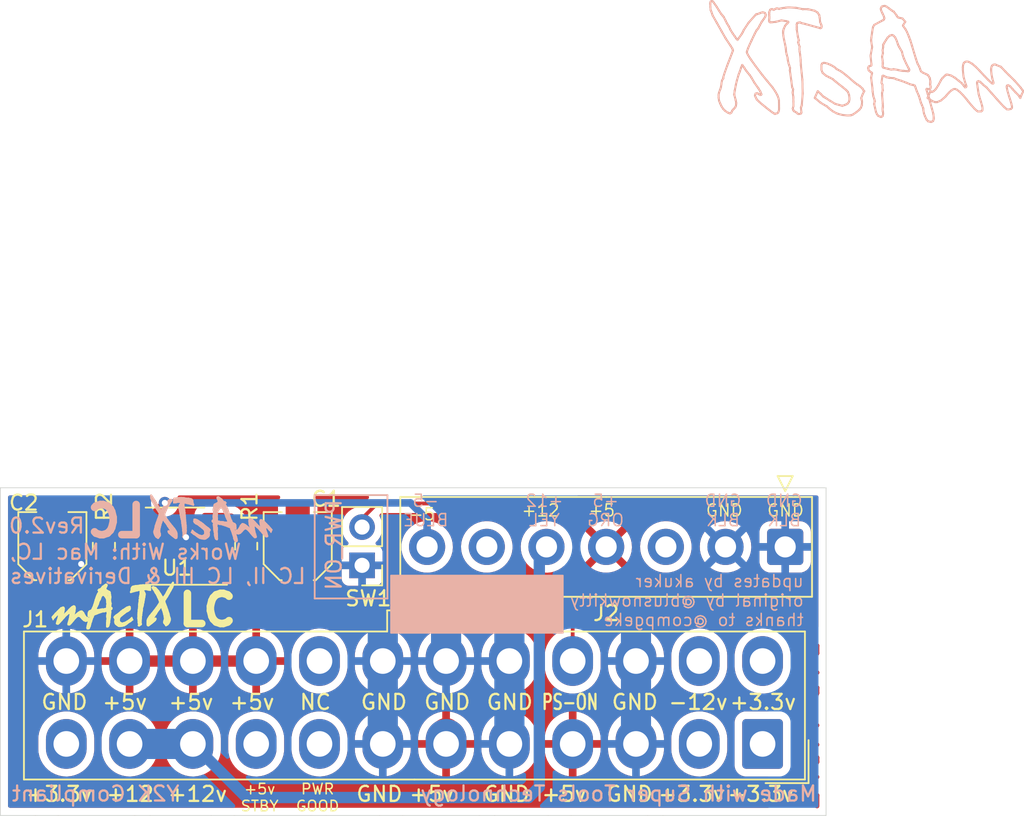
<source format=kicad_pcb>
(kicad_pcb (version 20211014) (generator pcbnew)
  (layers (0 "F.Cu" signal) (31 "B.Cu" signal) (34 "B.Paste" user) (35 "F.Paste" user) (36 "B.SilkS" user "B.Silkscreen") (37 "F.SilkS" user "F.Silkscreen") (38 "B.Mask" user) (39 "F.Mask" user) (44 "Edge.Cuts" user))
  (net 0 "")
  (net 1 "Net-(C1-Pad1)")
  (net 2 "Net-(C1-Pad2)")
  (net 10 "Net-(J1-Pad16)")
  (net 15 "/-5")
  (net 16 "/GND")
  (net 17 "/+5")
  (net 18 "/+12")
  (footprint "Capacitor_SMD:C_Elec_4x5.4" (layer "F.Cu") (at 224.68 51.9 90)
    (fp_text reference "C1")
    (fp_text value "10uf")
  )
  (footprint "Capacitor_SMD:C_Elec_4x5.4" (layer "F.Cu") (at 208.4 51.9 90)
    (fp_text reference "C2")
    (fp_text value "10uf")
  )
  (footprint "Connector_Molex:Molex_Mini-Fit_Jr_5566-24A_2x12_P4.20mm_Vertical" (layer "F.Cu") (at 255.524 65.024 180)
    (fp_text reference "J1")
    (fp_text value "Conn_02x12_Top_Bottom")
  )
  (footprint "Connector_TE-Connectivity:TE_826576-7_1x07_P3.96mm_Vertical" (layer "F.Cu") (at 257.025 51.95 180)
    (fp_text reference "J2")
    (fp_text value "Conn_01x07")
  )
  (footprint "Connector_PinHeader_2.54mm:PinHeader_1x02_P2.54mm_Vertical" (layer "F.Cu") (at 228.95 53.175 180)
    (fp_text reference "SW1")
    (fp_text value "SW_DIP_x01")
  )
  (footprint "Package_SO:SOP-8_3.9x4.9mm_P1.27mm" (layer "F.Cu") (at 216.54 51.9 180)
    (fp_text reference "U1")
    (fp_text value "MAX660")
  )
  (footprint "Resistor_SMD:R_0805_2012Metric" (layer "F.Cu") (at 221.26 51.9 90)
    (fp_text reference "R1")
    (fp_text value "10k")
  )
  (footprint "Resistor_SMD:R_0805_2012Metric" (layer "F.Cu") (at 211.82 51.9 90)
    (fp_text reference "R2")
    (fp_text value "10k")
  )
  (gr_line (start 214.919705 48.724434) (end 214.91421 48.661224) (layer "B.SilkS") (width 0.0525))
  (gr_line (start 263.485715 22.908698) (end 263.485715 22.885505) (layer "B.SilkS") (width 0.135))
  (gr_line (start 219.101167 50.325579) (end 219.024967 50.249379) (layer "B.SilkS") (width 0.12))
  (gr_line (start 222.326967 50.935179) (end 222.453967 51.112979) (layer "B.SilkS") (width 0.12))
  (gr_line (start 215.316567 51.214579) (end 215.164167 51.011379) (layer "B.SilkS") (width 0.12))
  (gr_line (start 257.79407 17.431851) (end 257.790155 17.301486) (layer "B.SilkS") (width 0.135))
  (gr_line (start 220.107912 49.622516) (end 220.111027 49.634189) (layer "B.SilkS") (width 0.0525))
  (gr_line (start 270.71447 20.590824) (end 270.765275 20.86109) (layer "B.SilkS") (width 0.135))
  (gr_line (start 215.73006 49.333224) (end 215.732335 49.329706) (layer "B.SilkS") (width 0.0525))
  (gr_line (start 218.542367 51.265379) (end 218.542367 51.112979) (layer "B.SilkS") (width 0.12))
  (gr_line (start 217.141592 49.098619) (end 217.14196 49.106109) (layer "B.SilkS") (width 0.0525))
  (gr_line (start 220.129945 50.660156) (end 220.08189 50.648291) (layer "B.SilkS") (width 0.0525))
  (gr_line (start 215.978718 49.507541) (end 215.968655 49.528611) (layer "B.SilkS") (width 0.0525))
  (gr_line (start 216.923017 48.660366) (end 216.970215 48.660366) (layer "B.SilkS") (width 0.0525))
  (gr_line (start 266.399285 21.622071) (end 266.39294 21.596196) (layer "B.SilkS") (width 0.135))
  (gr_line (start 216.079832 50.971667) (end 216.07803 50.96806) (layer "B.SilkS") (width 0.0525))
  (gr_line (start 216.79028 49.299134) (end 216.79028 49.290874) (layer "B.SilkS") (width 0.0525))
  (gr_line (start 256.89245 17.713146) (end 256.886105 17.776596) (layer "B.SilkS") (width 0.135))
  (gr_line (start 257.491085 21.464117) (end 257.543825 21.57398) (layer "B.SilkS") (width 0.135))
  (gr_line (start 220.594307 50.8227) (end 220.610162 50.833049) (layer "B.SilkS") (width 0.0525))
  (gr_line (start 219.487747 49.438136) (end 219.483267 49.444209) (layer "B.SilkS") (width 0.0525))
  (gr_line (start 219.403818 49.568774) (end 219.38644 49.598874) (layer "B.SilkS") (width 0.0525))
  (gr_line (start 271.75595 22.926027) (end 271.77602 22.926027) (layer "B.SilkS") (width 0.135))
  (gr_line (start 219.58657 50.264623) (end 219.630722 50.256743) (layer "B.SilkS") (width 0.0525))
  (gr_line (start 222.326967 50.223979) (end 222.479367 50.350979) (layer "B.SilkS") (width 0.12))
  (gr_line (start 259.43 19.97193) (end 259.43 20.24) (layer "B.SilkS") (width 0.135))
  (gr_line (start 262.73984 18.178491) (end 262.725935 18.317631) (layer "B.SilkS") (width 0.135))
  (gr_line (start 218.516967 51.392379) (end 218.720167 51.265379) (layer "B.SilkS") (width 0.12))
  (gr_line (start 267.36044 20.981204) (end 267.328715 21.046148) (layer "B.SilkS") (width 0.135))
  (gr_line (start 214.94221 48.779034) (end 214.940215 48.773731) (layer "B.SilkS") (width 0.0525))
  (gr_line (start 266.79164 21.756356) (end 266.76131 21.756356) (layer "B.SilkS") (width 0.135))
  (gr_line (start 271.58315 22.790042) (end 271.696145 22.885014) (layer "B.SilkS") (width 0.135))
  (gr_line (start 220.588515 50.610692) (end 220.588322 50.612875) (layer "B.SilkS") (width 0.0525))
  (gr_line (start 217.23065 49.045541) (end 217.225627 49.046119) (layer "B.SilkS") (width 0.0525))
  (gr_line (start 268.87829 19.848149) (end 268.867265 19.865487) (layer "B.SilkS") (width 0.135))
  (gr_line (start 221.929494 51.314035) (end 221.928168 51.317073) (layer "B.SilkS") (width 0.0525))
  (gr_line (start 219.117938 50.952679) (end 219.116135 50.941) (layer "B.SilkS") (width 0.0525))
  (gr_line (start 219.364512 51.34774) (end 219.369903 51.382962) (layer "B.SilkS") (width 0.0525))
  (gr_line (start 220.371167 51.036779) (end 220.396567 50.757379) (layer "B.SilkS") (width 0.12))
  (gr_line (start 253.89 18.271236) (end 253.862654 18.304671) (layer "B.SilkS") (width 0.135))
  (gr_line (start 255.698347 16.769316) (end 255.702987 16.759551) (layer "B.SilkS") (width 0.135))
  (gr_line (start 219.04806 49.926243) (end 219.046153 49.907635) (layer "B.SilkS") (width 0.0525))
  (gr_line (start 216.928827 50.097617) (end 216.927287 50.090591) (layer "B.SilkS") (width 0.0525))
  (gr_line (start 259.28402 16.677741) (end 259.28087 16.668246) (layer "B.SilkS") (width 0.135))
  (gr_line (start 216.20221 50.831625) (end 216.199077 50.824791) (layer "B.SilkS") (width 0.0525))
  (gr_line (start 216.735032 48.997871) (end 216.618062 49.028741) (layer "B.SilkS") (width 0.0525))
  (gr_line (start 216.839665 49.138869) (end 216.842517 49.133654) (layer "B.SilkS") (width 0.0525))
  (gr_line (start 219.38329 49.604474) (end 219.372195 49.624984) (layer "B.SilkS") (width 0.0525))
  (gr_line (start 215.741943 50.151071) (end 215.735852 50.144424) (layer "B.SilkS") (width 0.0525))
  (gr_line (start 261.25646 21.947759) (end 261.261095 21.96656) (layer "B.SilkS") (width 0.135))
  (gr_line (start 266.183195 22.848636) (end 266.183195 22.884528) (layer "B.SilkS") (width 0.135))
  (gr_line (start 254.781846 20.810064) (end 254.794541 20.830328) (layer "B.SilkS") (width 0.135))
  (gr_line (start 218.475722 51.44743) (end 218.43766 51.44743) (layer "B.SilkS") (width 0.0525))
  (gr_line (start 216.663457 51.367487) (end 216.658995 51.3729) (layer "B.SilkS") (width 0.0525))
  (gr_line (start 220.533635 50.413021) (end 220.57161 50.475493) (layer "B.SilkS") (width 0.0525))
  (gr_line (start 216.182575 49.134336) (end 216.153402 49.190424) (layer "B.SilkS") (width 0.0525))
  (gr_line (start 266.708345 21.74219) (end 266.667845 21.715577) (layer "B.SilkS") (width 0.135))
  (gr_line (start 219.358247 50.179837) (end 219.358247 50.186198) (layer "B.SilkS") (width 0.0525))
  (gr_line (start 220.592697 50.821468) (end 220.594307 50.8227) (layer "B.SilkS") (width 0.0525))
  (gr_line (start 271.75325 21.340335) (end 271.79285 21.322029) (layer "B.SilkS") (width 0.135))
  (gr_line (start 219.323772 48.748549) (end 219.31287 48.710101) (layer "B.SilkS") (width 0.0525))
  (gr_line (start 264.433685 16.720491) (end 264.423695 16.699476) (layer "B.SilkS") (width 0.135))
  (gr_line (start 266.74916 21.756356) (end 266.7164 21.746343) (layer "B.SilkS") (width 0.135))
  (gr_line (start 266.6759 21.435312) (end 266.6759 21.416268) (layer "B.SilkS") (width 0.135))
  (gr_line (start 262.122215 22.410404) (end 262.122215 22.378665) (layer "B.SilkS") (width 0.135))
  (gr_line (start 221.894272 51.090537) (end 221.897405 51.100981) (layer "B.SilkS") (width 0.0525))
  (gr_line (start 216.552752 51.394451) (end 216.504697 51.362456) (layer "B.SilkS") (width 0.0525))
  (gr_line (start 257.897795 17.167746) (end 258.00548 17.147226) (layer "B.SilkS") (width 0.135))
  (gr_line (start 220.421967 50.528779) (end 220.447367 50.604979) (layer "B.SilkS") (width 0.12))
  (gr_line (start 216.281767 48.852379) (end 216.230967 48.928579) (layer "B.SilkS") (width 0.12))
  (gr_line (start 261.179779 21.753422) (end 261.185405 21.761724) (layer "B.SilkS") (width 0.135))
  (gr_line (start 219.070757 50.13493) (end 219.06857 50.115656) (layer "B.SilkS") (width 0.0525))
  (gr_line (start 214.999942 48.535714) (end 215.00507 48.542539) (layer "B.SilkS") (width 0.0525))
  (gr_line (start 217.221567 50.554179) (end 217.018367 49.665179) (layer "B.SilkS") (width 0.12))
  (gr_line (start 253.759388 21.259529) (end 253.814072 21.027837) (layer "B.SilkS") (width 0.135))
  (gr_line (start 254.428574 20.343999) (end 254.443226 20.363773) (layer "B.SilkS") (width 0.135))
  (gr_line (start 265.682255 19.510014) (end 265.58141 19.182126) (layer "B.SilkS") (width 0.135))
  (gr_line (start 216.914687 50.028879) (end 216.913725 50.02356) (layer "B.SilkS") (width 0.0525))
  (gr_line (start 263.45201 21.82544) (end 263.45588 21.81153) (layer "B.SilkS") (width 0.135))
  (gr_line (start 219.065245 50.156198) (end 219.065997 50.154868) (layer "B.SilkS") (width 0.0525))
  (gr_line (start 253.234481 23.143071) (end 253.248156 23.149911) (layer "B.SilkS") (width 0.135))
  (gr_line (start 266.996975 21.59571) (end 266.88245 21.708012) (layer "B.SilkS") (width 0.135))
  (gr_line (start 216.151145 49.194904) (end 216.14866 49.198036) (layer "B.SilkS") (width 0.0525))
  (gr_line (start 218.714702 50.654175) (end 218.76456 50.687216) (layer "B.SilkS") (width 0.0525))
  (gr_line (start 220.546182 50.967871) (end 220.54816 50.973567) (layer "B.SilkS") (width 0.0525))
  (gr_line (start 262.222745 21.664556) (end 262.16591 21.559085) (layer "B.SilkS") (width 0.135))
  (gr_line (start 266.41733 21.557136) (end 266.573345 21.581549) (layer "B.SilkS") (width 0.135))
  (gr_line (start 258.337759 17.249736) (end 258.349955 17.253156) (layer "B.SilkS") (width 0.135))
  (gr_line (start 266.30501 23.38062) (end 266.392445 23.573736) (layer "B.SilkS") (width 0.135))
  (gr_line (start 217.239767 49.96954) (end 217.243652 50.00704) (layer "B.SilkS") (width 0.0525))
  (gr_line (start 222.938462 50.925524) (end 222.935329 50.932458) (layer "B.SilkS") (width 0.0525))
  (gr_line (start 220.581777 50.647056) (end 220.583107 50.650853) (layer "B.SilkS") (width 0.0525))
  (gr_line (start 253.069929 18.200946) (end 253.093122 18.240006) (layer "B.SilkS") (width 0.135))
  (gr_line (start 253.396103 17.648437) (end 253.379993 17.621571) (layer "B.SilkS") (width 0.135))
  (gr_line (start 220.181307 50.674305) (end 220.15539 50.660156) (layer "B.SilkS") (width 0.0525))
  (gr_line (start 217.17178 49.412306) (end 217.173967 49.423804) (layer "B.SilkS") (width 0.0525))
  (gr_line (start 271.931765 21.37647) (end 271.94522 21.387455) (layer "B.SilkS") (width 0.135))
  (gr_line (start 269.036285 21.421146) (end 268.987145 21.463874) (layer "B.SilkS") (width 0.135))
  (gr_line (start 266.6759 21.416268) (end 266.667575 21.366705) (layer "B.SilkS") (width 0.135))
  (gr_line (start 220.496815 50.761084) (end 220.487312 50.776274) (layer "B.SilkS") (width 0.0525))
  (gr_line (start 221.742767 50.579579) (end 221.793567 51.036779) (layer "B.SilkS") (width 0.12))
  (gr_line (start 215.388162 49.146289) (end 215.391768 49.152921) (layer "B.SilkS") (width 0.0525))
  (gr_line (start 257.19053 17.089131) (end 257.227385 17.123061) (layer "B.SilkS") (width 0.135))
  (gr_line (start 264.92639 19.60401) (end 265.041815 19.857185) (layer "B.SilkS") (width 0.135))
  (gr_line (start 217.907367 50.173179) (end 217.831167 50.173179) (layer "B.SilkS") (width 0.12))
  (gr_line (start 215.88035 49.879626) (end 215.9115 49.932321) (layer "B.SilkS") (width 0.0525))
  (gr_line (start 252.152694 15.729726) (end 252.090439 15.760236) (layer "B.SilkS") (width 0.135))
  (gr_line (start 270.711004 20.564459) (end 270.71447 20.590824) (layer "B.SilkS") (width 0.135))
  (gr_line (start 254.985219 17.941881) (end 254.998886 17.914566) (layer "B.SilkS") (width 0.135))
  (gr_line (start 219.87938 50.297759) (end 219.892872 50.297759) (layer "B.SilkS") (width 0.0525))
  (gr_line (start 219.357495 51.462241) (end 219.355465 51.465849) (layer "B.SilkS") (width 0.0525))
  (gr_line (start 216.510367 48.776179) (end 216.611967 48.750779) (layer "B.SilkS") (width 0.12))
  (gr_line (start 219.18981 51.366062) (end 219.18631 51.35505) (layer "B.SilkS") (width 0.0525))
  (gr_line (start 220.71175 51.104021) (end 220.648802 51.081042) (layer "B.SilkS") (width 0.0525))
  (gr_line (start 268.81259 20.157474) (end 268.81259 20.300543) (layer "B.SilkS") (width 0.135))
  (gr_line (start 214.965572 48.850836) (end 214.94431 48.784354) (layer "B.SilkS") (width 0.0525))
  (gr_line (start 218.769197 50.690729) (end 218.776897 50.696997) (layer "B.SilkS") (width 0.0525))
  (gr_line (start 218.46538 50.846627) (end 218.462247 50.840646) (layer "B.SilkS") (width 0.0525))
  (gr_line (start 216.44119 49.035286) (end 216.43958 49.033781) (layer "B.SilkS") (width 0.0525))
  (gr_line (start 256.928315 17.580081) (end 256.92026 17.602806) (layer "B.SilkS") (width 0.135))
  (gr_line (start 256.774055 17.012676) (end 256.79993 17.017536) (layer "B.SilkS") (width 0.135))
  (gr_line (start 215.12575 50.906917) (end 215.134465 50.867893) (layer "B.SilkS") (width 0.0525))
  (gr_line (start 215.246972 51.282229) (end 215.243192 51.277386) (layer "B.SilkS") (width 0.0525))
  (gr_line (start 219.3961 50.22152) (end 219.40408 50.223039) (layer "B.SilkS") (width 0.0525))
  (gr_line (start 220.320367 50.350979) (end 220.472767 50.452579) (layer "B.SilkS") (width 0.12))
  (gr_line (start 263.37263 16.217301) (end 263.37263 16.250511) (layer "B.SilkS") (width 0.135))
  (gr_line (start 268.27745 20.817143) (end 268.046285 20.68091) (layer "B.SilkS") (width 0.135))
  (gr_line (start 220.49489 50.387765) (end 220.527265 50.406658) (layer "B.SilkS") (width 0.0525))
  (gr_line (start 259.16144 16.487796) (end 259.148075 16.475601) (layer "B.SilkS") (width 0.135))
  (gr_line (start 216.86777 49.099564) (end 216.869957 49.098041) (layer "B.SilkS") (width 0.0525))
  (gr_line (start 271.137335 22.315193) (end 271.351445 22.554935) (layer "B.SilkS") (width 0.135))
  (gr_line (start 221.898071 50.601578) (end 221.89465 50.598446) (layer "B.SilkS") (width 0.0525))
  (gr_line (start 222.913112 50.990941) (end 222.911783 50.995687) (layer "B.SilkS") (width 0.0525))
  (gr_line (start 221.984278 50.680666) (end 221.953043 50.654936) (layer "B.SilkS") (width 0.0525))
  (gr_line (start 215.443567 50.985979) (end 215.265767 50.909779) (layer "B.SilkS") (width 0.12))
  (gr_line (start 269.472785 19.927983) (end 269.43638 19.901618) (layer "B.SilkS") (width 0.135))
  (gr_line (start 217.77315 49.185104) (end 217.756262 49.195464) (layer "B.SilkS") (width 0.0525))
  (gr_line (start 259.534265 22.054935) (end 259.527965 22.049324) (layer "B.SilkS") (width 0.135))
  (gr_line (start 218.84289 50.903593) (end 218.839757 50.910998) (layer "B.SilkS") (width 0.0525))
  (gr_line (start 221.505287 50.648291) (end 221.503959 50.645155) (layer "B.SilkS") (width 0.0525))
  (gr_line (start 217.602567 49.030179) (end 217.043767 48.903179) (layer "B.SilkS") (width 0.12))
  (gr_line (start 217.296537 48.705744) (end 217.307265 48.704414) (layer "B.SilkS") (width 0.0525))
  (gr_line (start 257.54135 21.946535) (end 257.54477 21.964116) (layer "B.SilkS") (width 0.135))
  (gr_line (start 216.230595 50.902739) (end 216.22909 50.897612) (layer "B.SilkS") (width 0.0525))
  (gr_line (start 220.325997 50.256267) (end 220.345755 50.304309) (layer "B.SilkS") (width 0.0525))
  (gr_line (start 222.711167 50.766493) (end 222.651828 50.699368) (layer "B.SilkS") (width 0.0525))
  (gr_line (start 221.515259 50.702028) (end 221.515259 50.696425) (layer "B.SilkS") (width 0.0525))
  (gr_line (start 219.0846 49.701791) (end 219.08775 49.684134) (layer "B.SilkS") (width 0.0525))
  (gr_line (start 217.67669 50.839792) (end 217.68495 50.821658) (layer "B.SilkS") (width 0.0525))
  (gr_line (start 215.126695 50.984391) (end 215.12659 50.97803) (layer "B.SilkS") (width 0.0525))
  (gr_line (start 217.119967 51.011379) (end 217.094567 50.757379) (layer "B.SilkS") (width 0.12))
  (gr_line (start 220.4027 51.255074) (end 220.374315 51.183203) (layer "B.SilkS") (width 0.0525))
  (gr_line (start 220.239687 50.818998) (end 220.235995 50.810168) (layer "B.SilkS") (width 0.0525))
  (gr_line (start 215.519767 51.112979) (end 215.494367 51.163779) (layer "B.SilkS") (width 0.12))
  (gr_line (start 222.941595 50.918593) (end 222.938462 50.925524) (layer "B.SilkS") (width 0.0525))
  (gr_line (start 255.966903 16.459761) (end 255.96446 16.476816) (layer "B.SilkS") (width 0.135))
  (gr_line (start 219.838937 50.292535) (end 219.87938 50.297759) (layer "B.SilkS") (width 0.0525))
  (gr_line (start 217.756262 49.195464) (end 217.750085 49.195464) (layer "B.SilkS") (width 0.0525))
  (gr_line (start 257.07092 18.912846) (end 257.071865 18.924321) (layer "B.SilkS") (width 0.135))
  (gr_line (start 222.165242 50.364789) (end 222.158025 50.289023) (layer "B.SilkS") (width 0.0525))
  (gr_line (start 266.88119 23.444341) (end 266.856755 23.253911) (layer "B.SilkS") (width 0.135))
  (gr_line (start 215.56997 50.666804) (end 215.545575 50.791655) (layer "B.SilkS") (width 0.0525))
  (gr_line (start 266.49545 20.645756) (end 266.4122 20.597174) (layer "B.SilkS") (width 0.135))
  (gr_line (start 256.885115 16.191696) (end 256.767215 16.215816) (layer "B.SilkS") (width 0.135))
  (gr_line (start 219.364407 51.19336) (end 219.364407 51.210641) (layer "B.SilkS") (width 0.0525))
  (gr_line (start 257.5643 22.083749) (end 257.5643 22.117922) (layer "B.SilkS") (width 0.135))
  (gr_line (start 214.949525 48.494869) (end 214.958257 48.494869) (layer "B.SilkS") (width 0.0525))
  (gr_line (start 252.606065 22.006839) (end 252.607775 22.114997) (layer "B.SilkS") (width 0.135))
  (gr_line (start 269.12363 19.743168) (end 269.085335 19.743168) (layer "B.SilkS") (width 0.135))
  (gr_line (start 217.920412 50.104834) (end 218.001122 50.135784) (layer "B.SilkS") (width 0.0525))
  (gr_line (start 265.22933 20.371098) (end 265.193195 20.385746) (layer "B.SilkS") (width 0.135))
  (gr_line (start 219.063635 50.334217) (end 219.031347 50.312093) (layer "B.SilkS") (width 0.0525))
  (gr_line (start 219.392967 50.220854) (end 219.3961 50.22152) (layer "B.SilkS") (width 0.0525))
  (gr_line (start 252.725936 21.560552) (end 252.722763 21.566168) (layer "B.SilkS") (width 0.135))
  (gr_line (start 260.741075 20.408453) (end 260.713265 20.390871) (layer "B.SilkS") (width 0.135))
  (gr_line (start 256.173692 21.448493) (end 256.144392 21.413577) (layer "B.SilkS") (width 0.135))
  (gr_line (start 214.91421 48.661224) (end 214.91372 48.653996) (layer "B.SilkS") (width 0.0525))
  (gr_line (start 217.74438 49.036056) (end 217.747897 49.043651) (layer "B.SilkS") (width 0.0525))
  (gr_line (start 219.085842 49.312819) (end 219.087452 49.297629) (layer "B.SilkS") (width 0.0525))
  (gr_line (start 217.774655 49.183021) (end 217.77315 49.185104) (layer "B.SilkS") (width 0.0525))
  (gr_line (start 221.790404 51.328275) (end 221.729641 51.273683) (layer "B.SilkS") (width 0.0525))
  (gr_line (start 216.218257 50.915175) (end 216.219395 50.914323) (layer "B.SilkS") (width 0.0525))
  (gr_line (start 260.632445 22.63184) (end 260.612645 22.627448) (layer "B.SilkS") (width 0.135))
  (gr_line (start 255.055284 16.653036) (end 254.628765 17.130126) (layer "B.SilkS") (width 0.135))
  (gr_line (start 217.242707 51.401668) (end 217.201477 51.411162) (layer "B.SilkS") (width 0.0525))
  (gr_line (start 217.844637 50.971287) (end 217.847017 50.972428) (layer "B.SilkS") (width 0.0525))
  (gr_line (start 215.39539 49.159484) (end 215.424527 49.224234) (layer "B.SilkS") (width 0.0525))
  (gr_line (start 257.943245 23.228765) (end 258.049175 23.204352) (layer "B.SilkS") (width 0.135))
  (gr_line (start 216.037692 50.582589) (end 215.976915 50.478436) (layer "B.SilkS") (width 0.0525))
  (gr_line (start 217.983342 51.271785) (end 217.967505 51.256024) (layer "B.SilkS") (width 0.0525))
  (gr_line (start 219.391375 48.971026) (end 219.392898 48.968926) (layer "B.SilkS") (width 0.0525))
  (gr_line (start 217.05404 51.007083) (end 217.05404 50.979167) (layer "B.SilkS") (width 0.0525))
  (gr_line (start 217.296537 48.705744) (end 217.296537 48.705744) (layer "B.SilkS") (width 0.0525))
  (gr_line (start 215.672167 49.614379) (end 215.443567 50.630379) (layer "B.SilkS") (width 0.12))
  (gr_line (start 262.793075 17.793966) (end 262.78916 17.833026) (layer "B.SilkS") (width 0.135))
  (gr_line (start 254.546249 19.290531) (end 254.498153 19.189686) (layer "B.SilkS") (width 0.135))
  (gr_line (start 266.63801 21.254885) (end 266.65196 21.181647) (layer "B.SilkS") (width 0.135))
  (gr_line (start 220.287935 50.929609) (end 220.239687 50.818998) (layer "B.SilkS") (width 0.0525))
  (gr_line (start 269.864375 21.906984) (end 269.861945 21.896247) (layer "B.SilkS") (width 0.135))
  (gr_line (start 270.707405 20.538093) (end 270.711004 20.564459) (layer "B.SilkS") (width 0.135))
  (gr_line (start 270.68909 20.269533) (end 270.68909 20.343266) (layer "B.SilkS") (width 0.135))
  (gr_line (start 220.527265 50.406658) (end 220.528507 50.407986) (layer "B.SilkS") (width 0.0525))
  (gr_line (start 263.49863 22.535648) (end 263.483015 22.326668) (layer "B.SilkS") (width 0.135))
  (gr_line (start 217.217157 49.672846) (end 217.216877 49.675016) (layer "B.SilkS") (width 0.0525))
  (gr_line (start 220.349342 50.308298) (end 220.352965 50.31219) (layer "B.SilkS") (width 0.0525))
  (gr_line (start 266.032085 22.479011) (end 266.088965 22.61109) (layer "B.SilkS") (width 0.135))
  (gr_line (start 257.602909 23.030036) (end 257.60804 23.034185) (layer "B.SilkS") (width 0.135))
  (gr_line (start 256.389755 16.244616) (end 256.381209 16.249971) (layer "B.SilkS") (width 0.135))
  (gr_line (start 215.239395 51.272448) (end 215.203135 51.216336) (layer "B.SilkS") (width 0.0525))
  (gr_line (start 255.064559 21.872569) (end 255.059438 21.879642) (layer "B.SilkS") (width 0.135))
  (gr_line (start 217.05404 50.965878) (end 217.047687 50.926093) (layer "B.SilkS") (width 0.0525))
  (gr_line (start 215.432402 49.645494) (end 215.42045 49.629079) (layer "B.SilkS") (width 0.0525))
  (gr_line (start 216.383367 50.681179) (end 216.129367 50.350979) (layer "B.SilkS") (width 0.12))
  (gr_line (start 215.912445 49.039469) (end 216.078397 48.853934) (layer "B.SilkS") (width 0.0525))
  (gr_line (start 252.076035 16.320036) (end 252.077744 16.333986) (layer "B.SilkS") (width 0.135))
  (gr_line (start 216.256442 48.787294) (end 216.264685 48.787294) (layer "B.SilkS") (width 0.0525))
  (gr_line (start 220.65925 51.59051) (end 220.65631 51.594118) (layer "B.SilkS") (width 0.0525))
  (gr_line (start 219.892872 50.297759) (end 219.906522 50.297759) (layer "B.SilkS") (width 0.0525))
  (gr_line (start 217.170767 49.715979) (end 217.094567 49.360379) (layer "B.SilkS") (width 0.12))
  (gr_line (start 264.84044 17.343246) (end 264.99182 17.103981) (layer "B.SilkS") (width 0.135))
  (gr_line (start 222.098367 50.681179) (end 221.971367 50.579579) (layer "B.SilkS") (width 0.12))
  (gr_line (start 222.717812 50.775703) (end 222.711167 50.766493) (layer "B.SilkS") (width 0.0525))
  (gr_line (start 257.88632 18.483411) (end 257.88632 18.461676) (layer "B.SilkS") (width 0.135))
  (gr_line (start 257.018405 18.619626) (end 257.02232 18.640371) (layer "B.SilkS") (width 0.135))
  (gr_line (start 219.367715 50.207277) (end 219.369342 50.208985) (layer "B.SilkS") (width 0.0525))
  (gr_line (start 217.196167 51.189179) (end 217.196167 51.341579) (layer "B.SilkS") (width 0.12))
  (gr_line (start 264.261065 20.856446) (end 264.39926 20.921637) (layer "B.SilkS") (width 0.135))
  (gr_line (start 262.584095 20.062259) (end 262.577255 20.068856) (layer "B.SilkS") (width 0.135))
  (gr_line (start 216.802372 49.226701) (end 216.80358 49.223289) (layer "B.SilkS") (width 0.0525))
  (gr_line (start 221.837401 50.897136) (end 221.83778 50.900268) (layer "B.SilkS") (width 0.0525))
  (gr_line (start 263.55794 18.575931) (end 263.5619 18.568596) (layer "B.SilkS") (width 0.135))
  (gr_line (start 256.481555 21.935798) (end 256.362413 21.726323) (layer "B.SilkS") (width 0.135))
  (gr_line (start 221.568994 51.08769) (end 221.543549 51.055504) (layer "B.SilkS") (width 0.0525))
  (gr_line (start 221.807019 50.574898) (end 221.805122 50.576797) (layer "B.SilkS") (width 0.0525))
  (gr_line (start 221.935859 51.255643) (end 221.935859 51.274443) (layer "B.SilkS") (width 0.0525))
  (gr_line (start 261.151205 22.54688) (end 261.143195 22.552496) (layer "B.SilkS") (width 0.135))
  (gr_line (start 268.81259 20.300543) (end 268.84877 20.68433) (layer "B.SilkS") (width 0.135))
  (gr_line (start 260.48156 23.19776) (end 260.535515 23.218509) (layer "B.SilkS") (width 0.135))
  (gr_line (start 260.25278 20.978279) (end 260.360465 21.068855) (layer "B.SilkS") (width 0.135))
  (gr_line (start 256.462025 23.19263) (end 256.537215 23.144048) (layer "B.SilkS") (width 0.135))
  (gr_line (start 221.442531 50.421659) (end 221.428287 50.272409) (layer "B.SilkS") (width 0.0525))
  (gr_line (start 257.437625 21.075933) (end 257.48204 21.421146) (layer "B.SilkS") (width 0.135))
  (gr_line (start 257.23814 19.833011) (end 257.24228 19.851078) (layer "B.SilkS") (width 0.135))
  (gr_line (start 265.053065 21.146493) (end 265.090685 21.161136) (layer "B.SilkS") (width 0.135))
  (gr_line (start 257.54477 21.964116) (end 257.547965 21.981446) (layer "B.SilkS") (width 0.135))
  (gr_line (start 258.17369 21.293216) (end 258.17369 21.20728) (layer "B.SilkS") (width 0.135))
  (gr_line (start 216.105575 49.249766) (end 216.10281 49.254806) (layer "B.SilkS") (width 0.0525))
  (gr_line (start 265.69859 19.561287) (end 265.682255 19.510014) (layer "B.SilkS") (width 0.135))
  (gr_line (start 220.293902 50.942898) (end 220.287935 50.929609) (layer "B.SilkS") (width 0.0525))
  (gr_line (start 252.05333 15.945051) (end 252.059433 16.120101) (layer "B.SilkS") (width 0.135))
  (gr_line (start 214.974392 48.505036) (end 214.994902 48.528854) (layer "B.SilkS") (width 0.0525))
  (gr_line (start 215.164845 51.13554) (end 215.139592 51.073923) (layer "B.SilkS") (width 0.0525))
  (gr_line (start 214.94431 48.784354) (end 214.94221 48.779034) (layer "B.SilkS") (width 0.0525))
  (gr_line (start 215.167032 50.773995) (end 215.171127 50.764596) (layer "B.SilkS") (width 0.0525))
  (gr_line (start 256.612415 22.43726) (end 256.612415 22.384529) (layer "B.SilkS") (width 0.135))
  (gr_line (start 266.46863 21.853767) (end 266.399285 21.622071) (layer "B.SilkS") (width 0.135))
  (gr_line (start 218.542367 50.706579) (end 218.491567 50.731979) (layer "B.SilkS") (width 0.12))
  (gr_line (start 217.669952 48.784931) (end 217.67508 48.789674) (layer "B.SilkS") (width 0.0525))
  (gr_line (start 219.939367 49.919179) (end 219.964767 49.842979) (layer "B.SilkS") (width 0.12))
  (gr_line (start 215.306227 49.455899) (end 215.297215 49.440709) (layer "B.SilkS") (width 0.0525))
  (gr_line (start 253.555286 19.030521) (end 253.535261 19.076916) (layer "B.SilkS") (width 0.135))
  (gr_line (start 216.981975 50.408653) (end 216.979997 50.395075) (layer "B.SilkS") (width 0.0525))
  (gr_line (start 270.79331 21.210452) (end 270.781835 21.210452) (layer "B.SilkS") (width 0.135))
  (gr_line (start 221.107767 50.655779) (end 220.802967 50.909779) (layer "B.SilkS") (width 0.12))
  (gr_line (start 258.051875 19.655522) (end 258.051875 19.618167) (layer "B.SilkS") (width 0.135))
  (gr_line (start 253.69493 22.798349) (end 253.703228 22.789556) (layer "B.SilkS") (width 0.135))
  (gr_line (start 270.77891 20.910648) (end 270.839975 21.122072) (layer "B.SilkS") (width 0.135))
  (gr_line (start 216.437952 49.032154) (end 216.430077 49.010979) (layer "B.SilkS") (width 0.0525))
  (gr_line (start 219.369903 51.382962) (end 219.369903 51.396729) (layer "B.SilkS") (width 0.0525))
  (gr_line (start 218.396832 51.172568) (end 218.402345 51.17029) (layer "B.SilkS") (width 0.0525))
  (gr_line (start 216.184185 48.810936) (end 216.193197 48.806964) (layer "B.SilkS") (width 0.0525))
  (gr_line (start 217.229512 49.885989) (end 217.23814 49.95786) (layer "B.SilkS") (width 0.0525))
  (gr_line (start 252.788193 22.698737) (end 252.795762 22.711674) (layer "B.SilkS") (width 0.135))
  (gr_line (start 215.468967 50.808179) (end 215.316567 50.782779) (layer "B.SilkS") (width 0.12))
  (gr_line (start 219.380567 49.512779) (end 219.558367 49.106379) (layer "B.SilkS") (width 0.12))
  (gr_line (start 216.079937 50.886503) (end 216.08202 50.883752) (layer "B.SilkS") (width 0.0525))
  (gr_line (start 220.235995 50.810168) (end 220.23239 50.801243) (layer "B.SilkS") (width 0.0525))
  (gr_line (start 217.069142 51.333878) (end 217.05404 51.312705) (layer "B.SilkS") (width 0.0525))
  (gr_line (start 219.210407 51.412586) (end 219.18981 51.366062) (layer "B.SilkS") (width 0.0525))
  (gr_line (start 217.248307 50.139202) (end 217.249252 50.152493) (layer "B.SilkS") (width 0.0525))
  (gr_line (start 221.174782 50.775135) (end 221.125607 50.807035) (layer "B.SilkS") (width 0.0525))
  (gr_line (start 216.17372 50.902739) (end 216.176957 50.904636) (layer "B.SilkS") (width 0.0525))
  (gr_line (start 215.302815 48.994371) (end 215.306437 49.001301) (layer "B.SilkS") (width 0.0525))
  (gr_line (start 259.769885 20.701911) (end 259.94858 20.791268) (layer "B.SilkS") (width 0.135))
  (gr_line (start 257.183195 17.085937) (end 257.19053 17.089131) (layer "B.SilkS") (width 0.135))
  (gr_line (start 253.814072 21.027837) (end 253.821888 21.000248) (layer "B.SilkS") (width 0.135))
  (gr_line (start 216.740825 48.684849) (end 216.744062 48.683904) (layer "B.SilkS") (width 0.0525))
  (gr_line (start 222.16078 50.862386) (end 222.0477 50.733646) (layer "B.SilkS") (width 0.0525))
  (gr_line (start 221.347017 50.837228) (end 221.273244 50.78273) (layer "B.SilkS") (width 0.0525))
  (gr_line (start 217.81095 50.34656) (end 217.805717 50.339437) (layer "B.SilkS") (width 0.0525))
  (gr_line (start 267.69641 20.630127) (end 267.69227 20.632571) (layer "B.SilkS") (width 0.135))
  (gr_line (start 254.088972 20.181648) (end 254.097032 20.156498) (layer "B.SilkS") (width 0.135))
  (gr_line (start 261.38606 23.307623) (end 261.398345 23.304936) (layer "B.SilkS") (width 0.135))
  (gr_line (start 215.141325 48.749791) (end 215.188697 48.823396) (layer "B.SilkS") (width 0.0525))
  (gr_line (start 272.214455 20.982671) (end 271.895135 20.667972) (layer "B.SilkS") (width 0.135))
  (gr_line (start 221.23024 50.764596) (end 221.215802 50.764596) (layer "B.SilkS") (width 0.0525))
  (gr_line (start 215.30166 51.334827) (end 215.29438 51.32951) (layer "B.SilkS") (width 0.0525))
  (gr_line (start 262.562585 20.315433) (end 262.566995 20.323979) (layer "B.SilkS") (width 0.135))
  (gr_line (start 220.23239 50.801243) (end 220.209395 50.731743) (layer "B.SilkS") (width 0.0525))
  (gr_line (start 219.773627 48.925054) (end 219.86846 48.944041) (layer "B.SilkS") (width 0.0525))
  (gr_line (start 216.817912 49.508591) (end 216.815077 49.496341) (layer "B.SilkS") (width 0.0525))
  (gr_line (start 259.36979 17.531256) (end 259.413215 17.504616) (layer "B.SilkS") (width 0.135))
  (gr_line (start 216.58665 50.826879) (end 216.632972 50.908341) (layer "B.SilkS") (width 0.0525))
  (gr_line (start 257.914895 18.573996) (end 257.910755 18.561531) (layer "B.SilkS") (width 0.135))
  (gr_line (start 216.756872 48.995684) (end 216.746705 48.993794) (layer "B.SilkS") (width 0.0525))
  (gr_line (start 215.1996 51.210071) (end 215.196765 51.20504) (layer "B.SilkS") (width 0.0525))
  (gr_line (start 268.989395 21.216806) (end 269.007215 21.259034) (layer "B.SilkS") (width 0.135))
  (gr_line (start 265.234955 20.365487) (end 265.232255 20.368412) (layer "B.SilkS") (width 0.135))
  (gr_line (start 263.48225 23.36939) (end 263.48765 23.360113) (layer "B.SilkS") (width 0.135))
  (gr_line (start 221.890191 51.077246) (end 221.894272 51.090537) (layer "B.SilkS") (width 0.0525))
  (gr_line (start 254.498153 19.189686) (end 254.482286 19.139916) (layer "B.SilkS") (width 0.135))
  (gr_line (start 267.758375 21.953127) (end 267.88631 21.81153) (layer "B.SilkS") (width 0.135))
  (gr_line (start 215.573505 51.19336) (end 215.57235 51.197728) (layer "B.SilkS") (width 0.0525))
  (gr_line (start 215.751322 49.294864) (end 215.752845 49.291451) (layer "B.SilkS") (width 0.0525))
  (gr_line (start 262.964975 22.400153) (end 262.92857 22.546637) (layer "B.SilkS") (width 0.135))
  (gr_line (start 220.732732 51.104021) (end 220.71175 51.104021) (layer "B.SilkS") (width 0.0525))
  (gr_line (start 256.949825 18.304941) (end 256.95689 18.336441) (layer "B.SilkS") (width 0.135))
  (gr_line (start 266.71253 21.74439) (end 266.708345 21.74219) (layer "B.SilkS") (width 0.135))
  (gr_line (start 220.262945 50.115847) (end 220.266847 50.122491) (layer "B.SilkS") (width 0.0525))
  (gr_line (start 262.10165 22.298097) (end 262.09778 22.283697) (layer "B.SilkS") (width 0.135))
  (gr_line (start 255.242786 17.529816) (end 255.248397 17.518296) (layer "B.SilkS") (width 0.135))
  (gr_line (start 220.040967 49.842979) (end 219.583767 49.004779) (layer "B.SilkS") (width 0.12))
  (gr_line (start 215.576532 49.456266) (end 215.579472 49.460064) (layer "B.SilkS") (width 0.0525))
  (gr_line (start 266.785249 22.368167) (end 266.807975 22.379885) (layer "B.SilkS") (width 0.135))
  (gr_line (start 217.295767 50.865424) (end 217.296712 50.88413) (layer "B.SilkS") (width 0.0525))
  (gr_line (start 216.389722 50.570152) (end 216.501757 50.705256) (layer "B.SilkS") (width 0.0525))
  (gr_line (start 263.400755 16.382047) (end 263.46596 16.528071) (layer "B.SilkS") (width 0.135))
  (gr_line (start 257.75159 16.184316) (end 257.712035 16.179411) (layer "B.SilkS") (width 0.135))
  (gr_line (start 220.592977 50.682091) (end 220.593642 50.684367) (layer "B.SilkS") (width 0.0525))
  (gr_line (start 268.85606 20.730473) (end 268.863125 20.776373) (layer "B.SilkS") (width 0.135))
  (gr_line (start 257.24228 19.851078) (end 257.244755 19.861577) (layer "B.SilkS") (width 0.135))
  (gr_line (start 271.77602 22.926027) (end 271.83164 22.926027) (layer "B.SilkS") (width 0.135))
  (gr_line (start 220.57665 50.490399) (end 220.589267 50.563316) (layer "B.SilkS") (width 0.0525))
  (gr_line (start 215.595712 50.555245) (end 215.57445 50.645348) (layer "B.SilkS") (width 0.0525))
  (gr_line (start 252.193955 16.645071) (end 252.19957 16.665321) (layer "B.SilkS") (width 0.135))
  (gr_line (start 252.63707 21.797612) (end 252.632673 21.814703) (layer "B.SilkS") (width 0.135))
  (gr_line (start 264.080885 17.990481) (end 264.11801 17.990481) (layer "B.SilkS") (width 0.135))
  (gr_line (start 216.244647 51.157662) (end 216.174682 51.097562) (layer "B.SilkS") (width 0.0525))
  (gr_line (start 217.043767 48.979379) (end 216.967567 48.928579) (layer "B.SilkS") (width 0.12))
  (gr_line (start 215.570567 49.563579) (end 215.545167 49.639779) (layer "B.SilkS") (width 0.12))
  (gr_line (start 221.428287 50.272409) (end 221.428287 50.216771) (layer "B.SilkS") (width 0.0525))
  (gr_line (start 216.815077 49.496341) (end 216.813537 49.489971) (layer "B.SilkS") (width 0.0525))
  (gr_line (start 215.341455 49.073279) (end 215.346198 49.079911) (layer "B.SilkS") (width 0.0525))
  (gr_line (start 222.692748 51.200577) (end 222.696925 51.23039) (layer "B.SilkS") (width 0.0525))
  (gr_line (start 262.102145 22.665536) (end 262.10507 22.649417) (layer "B.SilkS") (width 0.135))
  (gr_line (start 260.3192 22.540287) (end 260.03669 22.369634) (layer "B.SilkS") (width 0.135))
  (gr_line (start 217.169592 49.400739) (end 217.17178 49.412306) (layer "B.SilkS") (width 0.0525))
  (gr_line (start 255.236193 17.537871) (end 255.242786 17.529816) (layer "B.SilkS") (width 0.135))
  (gr_line (start 216.256367 50.909779) (end 216.484967 51.062179) (layer "B.SilkS") (width 0.12))
  (gr_line (start 269.99987 22.370125) (end 269.91491 22.097906) (layer "B.SilkS") (width 0.135))
  (gr_line (start 221.821355 50.800485) (end 221.823159 50.812448) (layer "B.SilkS") (width 0.0525))
  (gr_line (start 215.206722 49.281476) (end 215.195715 49.261824) (layer "B.SilkS") (width 0.0525))
  (gr_line (start 216.597272 48.695104) (end 216.628212 48.683239) (layer "B.SilkS") (width 0.0525))
  (gr_line (start 264.11414 16.369131) (end 264.10163 16.360626) (layer "B.SilkS") (width 0.135))
  (gr_line (start 221.323851 50.554202) (end 221.331162 50.560184) (layer "B.SilkS") (width 0.0525))
  (gr_line (start 260.45321 20.250489) (end 260.42909 20.24) (layer "B.SilkS") (width 0.135))
  (gr_line (start 219.785685 49.681194) (end 219.781397 49.673319) (layer "B.SilkS") (width 0.0525))
  (gr_line (start 216.978842 50.385583) (end 216.966225 50.29396) (layer "B.SilkS") (width 0.0525))
  (gr_line (start 269.93228 21.079839) (end 270.01157 21.138924) (layer "B.SilkS") (width 0.135))
  (gr_line (start 219.582125 50.265286) (end 219.58657 50.264623) (layer "B.SilkS") (width 0.0525))
  (gr_line (start 220.091767 50.350979) (end 220.142567 50.427179) (layer "B.SilkS") (width 0.12))
  (gr_line (start 217.1806 49.553111) (end 217.17927 49.557294) (layer "B.SilkS") (width 0.0525))
  (gr_line (start 215.316567 50.782779) (end 215.392767 50.325579) (layer "B.SilkS") (width 0.12))
  (gr_line (start 216.002367 49.309579) (end 216.154767 49.030179) (layer "B.SilkS") (width 0.12))
  (gr_line (start 266.51183 20.662118) (end 266.49887 20.649171) (layer "B.SilkS") (width 0.135))
  (gr_line (start 263.495435 22.815922) (end 263.496965 22.806161) (layer "B.SilkS") (width 0.135))
  (gr_line (start 222.213092 50.619712) (end 222.214043 50.618573) (layer "B.SilkS") (width 0.0525))
  (gr_line (start 258.056509 23.199713) (end 258.063575 23.19483) (layer "B.SilkS") (width 0.135))
  (gr_line (start 252.133896 16.460436) (end 252.139023 16.474116) (layer "B.SilkS") (width 0.135))
  (gr_line (start 255.415149 21.95337) (end 255.412215 21.955328) (layer "B.SilkS") (width 0.135))
  (gr_line (start 257.905625 23.228765) (end 257.943245 23.228765) (layer "B.SilkS") (width 0.135))
  (gr_line (start 219.71208 50.513945) (end 219.658337 50.488593) (layer "B.SilkS") (width 0.0525))
  (gr_line (start 262.78646 20.510018) (end 262.78916 20.513433) (layer "B.SilkS") (width 0.135))
  (gr_line (start 219.354625 50.719784) (end 219.354905 50.725954) (layer "B.SilkS") (width 0.0525))
  (gr_line (start 268.83509 21.986823) (end 269.04281 22.230471) (layer "B.SilkS") (width 0.135))
  (gr_line (start 265.755695 21.706059) (end 265.88003 21.990486) (layer "B.SilkS") (width 0.135))
  (gr_line (start 264.10163 16.360626) (end 264.08894 16.352031) (layer "B.SilkS") (width 0.135))
  (gr_line (start 255.538922 17.012226) (end 255.544542 17.003406) (layer "B.SilkS") (width 0.135))
  (gr_line (start 264.34022 20.271248) (end 264.236225 20.257815) (layer "B.SilkS") (width 0.135))
  (gr_line (start 219.942415 49.029301) (end 219.883562 49.122349) (layer "B.SilkS") (width 0.0525))
  (gr_line (start 218.141525 50.571197) (end 218.099577 50.535973) (layer "B.SilkS") (width 0.0525))
  (gr_line (start 217.188772 49.596126) (end 217.190382 49.600974) (layer "B.SilkS") (width 0.0525))
  (gr_line (start 217.76006 50.890206) (end 217.765537 50.895617) (layer "B.SilkS") (width 0.0525))
  (gr_line (start 256.61435 22.595709) (end 256.612415 22.43726) (layer "B.SilkS") (width 0.135))
  (gr_line (start 253.751571 22.690925) (end 253.754505 22.679936) (layer "B.SilkS") (width 0.135))
  (gr_line (start 219.85859 49.804429) (end 219.850697 49.791811) (layer "B.SilkS") (width 0.0525))
  (gr_line (start 252.872667 16.702851) (end 252.866075 16.695066) (layer "B.SilkS") (width 0.135))
  (gr_line (start 222.930012 50.742571) (end 222.958495 50.78273) (layer "B.SilkS") (width 0.0525))
  (gr_line (start 216.90004 49.072124) (end 216.902227 49.069656) (layer "B.SilkS") (width 0.0525))
  (gr_line (start 218.749755 51.307103) (end 218.69134 51.355146) (layer "B.SilkS") (width 0.0525))
  (gr_line (start 216.586567 51.366979) (end 216.637367 51.189179) (layer "B.SilkS") (width 0.12))
  (gr_line (start 215.214967 50.757379) (end 215.291167 50.554179) (layer "B.SilkS") (width 0.12))
  (gr_line (start 220.589267 50.59009) (end 220.589267 50.595217) (layer "B.SilkS") (width 0.0525))
  (gr_line (start 255.381944 21.755865) (end 255.442982 21.908208) (layer "B.SilkS") (width 0.135))
  (gr_line (start 219.155912 51.073637) (end 219.14802 51.04373) (layer "B.SilkS") (width 0.0525))
  (gr_line (start 257.05724 18.807142) (end 257.05868 18.815196) (layer "B.SilkS") (width 0.135))
  (gr_line (start 219.063442 49.532899) (end 219.061255 49.519319) (layer "B.SilkS") (width 0.0525))
  (gr_line (start 268.525265 21.009527) (end 268.322135 20.851077) (layer "B.SilkS") (width 0.135))
  (gr_line (start 215.350187 50.153634) (end 215.370785 50.100466) (layer "B.SilkS") (width 0.0525))
  (gr_line (start 220.574077 50.482993) (end 220.57665 50.490399) (layer "B.SilkS") (width 0.0525))
  (gr_line (start 255.365829 21.720955) (end 255.373884 21.738527) (layer "B.SilkS") (width 0.135))
  (gr_line (start 222.0477 50.733646) (end 222.036593 50.721016) (layer "B.SilkS") (width 0.0525))
  (gr_line (start 215.735852 50.144424) (end 215.73244 50.150406) (layer "B.SilkS") (width 0.0525))
  (gr_line (start 222.911167 50.884379) (end 222.733367 50.681179) (layer "B.SilkS") (width 0.12))
  (gr_line (start 217.119967 51.138379) (end 217.119967 51.011379) (layer "B.SilkS") (width 0.12))
  (gr_line (start 262.073345 22.188477) (end 262.073345 22.161873) (layer "B.SilkS") (width 0.135))
  (gr_line (start 263.810885 18.170886) (end 263.822135 18.155271) (layer "B.SilkS") (width 0.135))
  (gr_line (start 216.154767 51.011379) (end 216.586567 51.366979) (layer "B.SilkS") (width 0.12))
  (gr_line (start 262.788215 18.751971) (end 262.79384 18.787836) (layer "B.SilkS") (width 0.135))
  (gr_line (start 263.416145 23.416265) (end 263.48225 23.36939) (layer "B.SilkS") (width 0.135))
  (gr_line (start 216.330205 48.895356) (end 216.328472 48.899154) (layer "B.SilkS") (width 0.0525))
  (gr_line (start 266.65025 22.476324) (end 266.642195 22.449711) (layer "B.SilkS") (width 0.135))
  (gr_line (start 215.881592 49.725154) (end 215.863375 49.776709) (layer "B.SilkS") (width 0.0525))
  (gr_line (start 261.261095 21.96656) (end 261.265505 21.985109) (layer "B.SilkS") (width 0.135))
  (gr_line (start 262.687595 20.025642) (end 262.584095 20.062259) (layer "B.SilkS") (width 0.135))
  (gr_line (start 218.796367 50.833579) (end 218.567767 50.630379) (layer "B.SilkS") (width 0.12))
  (gr_line (start 254.482286 19.139916) (end 254.482286 19.123536) (layer "B.SilkS") (width 0.135))
  (gr_line (start 219.278967 51.392379) (end 219.202767 51.163779) (layer "B.SilkS") (width 0.12))
  (gr_line (start 220.594307 50.687027) (end 220.59744 50.706302) (layer "B.SilkS") (width 0.0525))
  (gr_line (start 263.481755 21.482675) (end 263.48108 21.466803) (layer "B.SilkS") (width 0.135))
  (gr_line (start 215.54939 51.243778) (end 215.519272 51.27691) (layer "B.SilkS") (width 0.0525))
  (gr_line (start 222.615368 50.40457) (end 222.627142 50.415298) (layer "B.SilkS") (width 0.0525))
  (gr_line (start 220.975318 50.413873) (end 220.976928 50.412543) (layer "B.SilkS") (width 0.0525))
  (gr_line (start 219.31287 48.684481) (end 219.33184 48.645929) (layer "B.SilkS") (width 0.0525))
  (gr_line (start 215.598653 50.544516) (end 215.595712 50.555245) (layer "B.SilkS") (width 0.0525))
  (gr_line (start 216.79028 49.290874) (end 216.792765 49.266199) (layer "B.SilkS") (width 0.0525))
  (gr_line (start 216.923017 49.041184) (end 216.923017 49.036721) (layer "B.SilkS") (width 0.0525))
  (gr_line (start 263.483015 22.326668) (end 263.47865 22.276862) (layer "B.SilkS") (width 0.135))
  (gr_line (start 217.018367 49.106379) (end 216.942167 49.461979) (layer "B.SilkS") (width 0.12))
  (gr_line (start 222.961058 50.786431) (end 222.963622 50.790041) (layer "B.SilkS") (width 0.0525))
  (gr_line (start 215.135515 51.06025) (end 215.126887 50.990656) (layer "B.SilkS") (width 0.0525))
  (gr_line (start 253.079699 17.049801) (end 253.070415 17.031981) (layer "B.SilkS") (width 0.135))
  (gr_line (start 216.628212 48.683239) (end 216.630977 48.682959) (layer "B.SilkS") (width 0.0525))
  (gr_line (start 255.143903 21.850591) (end 255.064559 21.872569) (layer "B.SilkS") (width 0.135))
  (gr_line (start 262.78403 17.865471) (end 262.74569 18.135516) (layer "B.SilkS") (width 0.135))
  (gr_line (start 253.555286 18.987546) (end 253.555286 19.015131) (layer "B.SilkS") (width 0.135))
  (gr_line (start 219.389082 48.888706) (end 219.363725 48.831814) (layer "B.SilkS") (width 0.0525))
  (gr_line (start 219.345245 50.860015) (end 219.3436 50.865424) (layer "B.SilkS") (width 0.0525))
  (gr_line (start 222.876653 50.941379) (end 222.875704 50.938817) (layer "B.SilkS") (width 0.0525))
  (gr_line (start 215.625252 49.483234) (end 215.721625 49.347381) (layer "B.SilkS") (width 0.0525))
  (gr_line (start 262.932035 17.314941) (end 262.858775 17.442606) (layer "B.SilkS") (width 0.135))
  (gr_line (start 252.917586 20.774172) (end 252.917586 20.85938) (layer "B.SilkS") (width 0.135))
  (gr_line (start 215.136565 48.742406) (end 215.141325 48.749791) (layer "B.SilkS") (width 0.0525))
  (gr_line (start 219.48157 50.241362) (end 219.489077 50.24345) (layer "B.SilkS") (width 0.0525))
  (gr_line (start 221.564967 50.757379) (end 221.564967 50.630379) (layer "B.SilkS") (width 0.12))
  (gr_line (start 221.892088 50.328235) (end 221.98988 50.433717) (layer "B.SilkS") (width 0.0525))
  (gr_line (start 257.984015 19.082766) (end 257.98154 19.067646) (layer "B.SilkS") (width 0.135))
  (gr_line (start 218.643967 51.265379) (end 218.262967 51.316179) (layer "B.SilkS") (width 0.12))
  (gr_line (start 253.742787 22.319342) (end 253.737167 22.294686) (layer "B.SilkS") (width 0.135))
  (gr_line (start 259.966625 20.801028) (end 259.984445 20.810798) (layer "B.SilkS") (width 0.135))
  (gr_line (start 217.216212 49.792949) (end 217.217157 49.798829) (layer "B.SilkS") (width 0.0525))
  (gr_line (start 216.430077 49.003489) (end 216.430077 48.992481) (layer "B.SilkS") (width 0.0525))
  (gr_line (start 222.036593 50.721016) (end 222.026528 50.713325) (layer "B.SilkS") (width 0.0525))
  (gr_line (start 219.431367 48.852379) (end 219.355167 48.699979) (layer "B.SilkS") (width 0.12))
  (gr_line (start 270.781835 21.210452) (end 270.76964 21.204597) (layer "B.SilkS") (width 0.135))
  (gr_line (start 258.051875 19.73096) (end 258.051875 19.655522) (layer "B.SilkS") (width 0.135))
  (gr_line (start 215.487195 49.796554) (end 215.494895 49.778511) (layer "B.SilkS") (width 0.0525))
  (gr_line (start 272.53697 22.020753) (end 272.56919 22.083749) (layer "B.SilkS") (width 0.135))
  (gr_line (start 215.164167 51.011379) (end 215.214967 50.757379) (layer "B.SilkS") (width 0.12))
  (gr_line (start 220.206945 50.721303) (end 220.18633 50.680096) (layer "B.SilkS") (width 0.0525))
  (gr_line (start 257.082395 19.092531) (end 257.114839 19.244901) (layer "B.SilkS") (width 0.135))
  (gr_line (start 266.027224 22.468508) (end 266.032085 22.479011) (layer "B.SilkS") (width 0.135))
  (gr_line (start 214.940215 48.773731) (end 214.921892 48.732606) (layer "B.SilkS") (width 0.0525))
  (gr_line (start 219.35291 50.428971) (end 219.328322 50.605469) (layer "B.SilkS") (width 0.0525))
  (gr_line (start 219.141475 49.111341) (end 219.144625 49.110099) (layer "B.SilkS") (width 0.0525))
  (gr_line (start 253.641956 21.918702) (end 253.676129 21.690921) (layer "B.SilkS") (width 0.135))
  (gr_line (start 264.53552 18.679206) (end 264.577505 18.760026) (layer "B.SilkS") (width 0.135))
  (gr_line (start 256.759159 16.218246) (end 256.750115 16.220676) (layer "B.SilkS") (width 0.135))
  (gr_line (start 217.213745 49.700269) (end 217.213377 49.703121) (layer "B.SilkS") (width 0.0525))
  (gr_line (start 219.11309 49.160989) (end 219.141475 49.111341) (layer "B.SilkS") (width 0.0525))
  (gr_line (start 217.301385 49.073086) (end 217.259402 49.063671) (layer "B.SilkS") (width 0.0525))
  (gr_line (start 216.842517 49.133654) (end 216.86777 49.099564) (layer "B.SilkS") (width 0.0525))
  (gr_line (start 257.622665 23.042973) (end 257.75672 23.116215) (layer "B.SilkS") (width 0.135))
  (gr_line (start 214.921892 48.732606) (end 214.920282 48.729859) (layer "B.SilkS") (width 0.0525))
  (gr_line (start 221.857055 50.971383) (end 221.890191 51.077246) (layer "B.SilkS") (width 0.0525))
  (gr_line (start 263.52131 18.797601) (end 263.523335 18.781761) (layer "B.SilkS") (width 0.135))
  (gr_line (start 252.222275 16.705821) (end 252.463974 17.134536) (layer "B.SilkS") (width 0.135))
  (gr_line (start 256.151475 23.103521) (end 256.275009 23.185794) (layer "B.SilkS") (width 0.135))
  (gr_line (start 221.685207 50.127524) (end 221.76344 50.194649) (layer "B.SilkS") (width 0.0525))
  (gr_line (start 255.121934 22.226565) (end 255.130236 22.242923) (layer "B.SilkS") (width 0.135))
  (gr_line (start 220.968107 50.42014) (end 220.975318 50.413873) (layer "B.SilkS") (width 0.0525))
  (gr_line (start 217.16695 51.401762) (end 217.16485 51.399864) (layer "B.SilkS") (width 0.0525))
  (gr_line (start 220.611685 50.833905) (end 220.613295 50.834664) (layer "B.SilkS") (width 0.0525))
  (gr_line (start 270.24206 21.350348) (end 270.35069 21.434327) (layer "B.SilkS") (width 0.135))
  (gr_line (start 260.535515 23.218509) (end 260.828195 23.291022) (layer "B.SilkS") (width 0.135))
  (gr_line (start 253.617534 22.883547) (end 253.69493 22.798349) (layer "B.SilkS") (width 0.135))
  (gr_line (start 218.818845 51.192128) (end 218.799017 51.24596) (layer "B.SilkS") (width 0.0525))
  (gr_line (start 265.736975 21.660402) (end 265.74647 21.683352) (layer "B.SilkS") (width 0.135))
  (gr_line (start 256.612415 22.336914) (end 256.58411 22.194341) (layer "B.SilkS") (width 0.135))
  (gr_line (start 219.364407 51.219661) (end 219.361275 51.246816) (layer "B.SilkS") (width 0.0525))
  (gr_line (start 268.160495 21.593267) (end 268.23956 21.566168) (layer "B.SilkS") (width 0.135))
  (gr_line (start 220.589267 50.563316) (end 220.589267 50.59009) (layer "B.SilkS") (width 0.0525))
  (gr_line (start 258.120725 20.515143) (end 258.1151 20.469729) (layer "B.SilkS") (width 0.135))
  (gr_line (start 219.085842 50.355199) (end 219.084897 50.353871) (layer "B.SilkS") (width 0.0525))
  (gr_line (start 218.677777 51.365018) (end 218.597155 51.420276) (layer "B.SilkS") (width 0.0525))
  (gr_line (start 216.084872 49.288599) (end 216.06179 49.333696) (layer "B.SilkS") (width 0.0525))
  (gr_line (start 255.473744 17.101551) (end 255.538922 17.012226) (layer "B.SilkS") (width 0.135))
  (gr_line (start 218.418287 50.412071) (end 218.436977 50.42783) (layer "B.SilkS") (width 0.0525))
  (gr_line (start 271.640525 20.413578) (end 271.618519 20.390142) (layer "B.SilkS") (width 0.135))
  (gr_line (start 218.22934 50.640885) (end 218.163277 50.588571) (layer "B.SilkS") (width 0.0525))
  (gr_line (start 261.949099 22.93775) (end 262.038469 22.825934) (layer "B.SilkS") (width 0.135))
  (gr_line (start 262.156325 21.942629) (end 262.164154 21.923589) (layer "B.SilkS") (width 0.135))
  (gr_line (start 222.152518 50.595881) (end 222.189453 50.623985) (layer "B.SilkS") (width 0.0525))
  (gr_line (start 216.14866 49.198036) (end 216.12654 49.226421) (layer "B.SilkS") (width 0.0525))
  (gr_line (start 219.083952 49.325436) (end 219.085842 49.312819) (layer "B.SilkS") (width 0.0525))
  (gr_line (start 218.770967 51.112979) (end 218.745567 50.960579) (layer "B.SilkS") (width 0.12))
  (gr_line (start 255.373884 21.738527) (end 255.381944 21.755865) (layer "B.SilkS") (width 0.135))
  (gr_line (start 216.05409 50.609173) (end 216.044885 50.595597) (layer "B.SilkS") (width 0.0525))
  (gr_line (start 216.948952 50.158666) (end 216.946852 50.15354) (layer "B.SilkS") (width 0.0525))
  (gr_line (start 263.485715 22.940193) (end 263.485715 22.908698) (layer "B.SilkS") (width 0.135))
  (gr_line (start 265.112375 21.171635) (end 265.31384 21.254885) (layer "B.SilkS") (width 0.135))
  (gr_line (start 263.721065 16.088376) (end 263.646095 16.055931) (layer "B.SilkS") (width 0.135))
  (gr_line (start 215.513585 51.283273) (end 215.483502 51.314887) (layer "B.SilkS") (width 0.0525))
  (gr_line (start 218.188442 51.399104) (end 218.16746 51.391033) (layer "B.SilkS") (width 0.0525))
  (gr_line (start 220.518725 50.995878) (end 220.52387 50.9823) (layer "B.SilkS") (width 0.0525))
  (gr_line (start 215.55478 51.237509) (end 215.552522 51.240358) (layer "B.SilkS") (width 0.0525))
  (gr_line (start 219.65265 50.485842) (end 219.639455 50.485461) (layer "B.SilkS") (width 0.0525))
  (gr_line (start 254.278431 17.650641) (end 254.25743 17.690421) (layer "B.SilkS") (width 0.135))
  (gr_line (start 268.544075 21.025155) (end 268.525265 21.009527) (layer "B.SilkS") (width 0.135))
  (gr_line (start 220.03282 50.236996) (end 220.031192 50.23481) (layer "B.SilkS") (width 0.0525))
  (gr_line (start 257.821655 17.192857) (end 257.88074 17.172606) (layer "B.SilkS") (width 0.135))
  (gr_line (start 214.925323 48.506734) (end 214.949525 48.494869) (layer "B.SilkS") (width 0.0525))
  (gr_line (start 271.865075 20.640387) (end 271.84946 20.625735) (layer "B.SilkS") (width 0.135))
  (gr_line (start 259.1654 21.759528) (end 259.101455 21.89991) (layer "B.SilkS") (width 0.135))
  (gr_line (start 221.922661 51.191747) (end 221.924559 51.199531) (layer "B.SilkS") (width 0.0525))
  (gr_line (start 216.154837 50.751303) (end 216.14915 50.743423) (layer "B.SilkS") (width 0.0525))
  (gr_line (start 253.182969 19.995123) (end 252.997178 20.519049) (layer "B.SilkS") (width 0.135))
  (gr_line (start 257.02745 17.054166) (end 257.04698 17.056866) (layer "B.SilkS") (width 0.135))
  (gr_line (start 265.246205 20.258792) (end 265.2467 20.262941) (layer "B.SilkS") (width 0.135))
  (gr_line (start 264.577505 18.760026) (end 264.58871 18.780276) (layer "B.SilkS") (width 0.135))
  (gr_line (start 221.437967 50.782779) (end 221.564967 50.757379) (layer "B.SilkS") (width 0.12))
  (gr_line (start 220.66408 51.399769) (end 220.665987 51.410402) (layer "B.SilkS") (width 0.0525))
  (gr_line (start 262.122215 22.466064) (end 262.122215 22.410404) (layer "B.SilkS") (width 0.135))
  (gr_line (start 215.315257 49.471089) (end 215.306227 49.455899) (layer "B.SilkS") (width 0.0525))
  (gr_line (start 257.79407 17.588136) (end 257.79407 17.508306) (layer "B.SilkS") (width 0.135))
  (gr_line (start 220.305767 50.195503) (end 220.32465 50.24611) (layer "B.SilkS") (width 0.0525))
  (gr_line (start 269.04281 22.230471) (end 269.10878 22.314216) (layer "B.SilkS") (width 0.135))
  (gr_line (start 252.635117 22.346198) (end 252.641466 22.361579) (layer "B.SilkS") (width 0.135))
  (gr_line (start 259.101455 21.89991) (end 259.04066 22.036872) (layer "B.SilkS") (width 0.135))
  (gr_line (start 219.278967 50.909779) (end 219.329767 51.214579) (layer "B.SilkS") (width 0.12))
  (gr_line (start 270.72545 21.851567) (end 270.755015 21.885258) (layer "B.SilkS") (width 0.135))
  (gr_line (start 222.926784 50.738203) (end 222.930012 50.742571) (layer "B.SilkS") (width 0.0525))
  (gr_line (start 262.785515 18.833241) (end 262.69664 19.312262) (layer "B.SilkS") (width 0.135))
  (gr_line (start 261.06359 21.632327) (end 261.078215 21.645512) (layer "B.SilkS") (width 0.135))
  (gr_line (start 266.49887 20.649171) (end 266.49545 20.645756) (layer "B.SilkS") (width 0.135))
  (gr_line (start 263.485715 21.288581) (end 263.412455 21.156983) (layer "B.SilkS") (width 0.135))
  (gr_line (start 216.625377 51.397109) (end 216.589502 51.40518) (layer "B.SilkS") (width 0.0525))
  (gr_line (start 257.81846 17.194566) (end 257.821655 17.192857) (layer "B.SilkS") (width 0.135))
  (gr_line (start 222.8908 50.968249) (end 222.889281 50.965878) (layer "B.SilkS") (width 0.0525))
  (gr_line (start 261.66731 21.166752) (end 261.6161 21.12281) (layer "B.SilkS") (width 0.135))
  (gr_line (start 269.91491 22.097906) (end 269.908565 22.077642) (layer "B.SilkS") (width 0.135))
  (gr_line (start 270.84506 21.14234) (end 270.84506 21.155034) (layer "B.SilkS") (width 0.135))
  (gr_line (start 219.024967 50.249379) (end 219.075767 50.223979) (layer "B.SilkS") (width 0.12))
  (gr_line (start 216.260222 50.411502) (end 216.367602 50.543281) (layer "B.SilkS") (width 0.0525))
  (gr_line (start 215.855465 49.805199) (end 215.855465 49.814684) (layer "B.SilkS") (width 0.0525))
  (gr_line (start 266.50301 23.703618) (end 266.51525 23.709722) (layer "B.SilkS") (width 0.135))
  (gr_line (start 215.9115 49.932321) (end 215.943875 49.982166) (layer "B.SilkS") (width 0.0525))
  (gr_line (start 219.888567 49.233379) (end 220.091767 49.690579) (layer "B.SilkS") (width 0.12))
  (gr_line (start 219.658337 50.488593) (end 219.65265 50.485842) (layer "B.SilkS") (width 0.0525))
  (gr_line (start 219.354905 50.725954) (end 219.35529 50.732127) (layer "B.SilkS") (width 0.0525))
  (gr_line (start 219.816817 49.735689) (end 219.790025 49.689069) (layer "B.SilkS") (width 0.0525))
  (gr_line (start 218.796165 51.250422) (end 218.793977 51.254505) (layer "B.SilkS") (width 0.0525))
  (gr_line (start 220.65631 51.594118) (end 220.621555 51.612442) (layer "B.SilkS") (width 0.0525))
  (gr_line (start 219.4094 48.621726) (end 219.4192 48.621726) (layer "B.SilkS") (width 0.0525))
  (gr_line (start 216.203837 50.921442) (end 216.217207 50.915936) (layer "B.SilkS") (width 0.0525))
  (gr_line (start 253.555286 19.015131) (end 253.555286 19.030521) (layer "B.SilkS") (width 0.135))
  (gr_line (start 258.09044 22.744637) (end 258.12095 22.663335) (layer "B.SilkS") (width 0.135))
  (gr_line (start 263.745185 16.101291) (end 263.73326 16.094991) (layer "B.SilkS") (width 0.135))
  (gr_line (start 215.196765 51.20504) (end 215.169885 51.148168) (layer "B.SilkS") (width 0.0525))
  (gr_line (start 219.126567 50.452579) (end 219.151967 50.350979) (layer "B.SilkS") (width 0.12))
  (gr_line (start 215.792535 50.225505) (end 215.790907 50.222087) (layer "B.SilkS") (width 0.0525))
  (gr_line (start 219.108067 49.178366) (end 219.110517 49.169739) (layer "B.SilkS") (width 0.0525))
  (gr_line (start 217.849397 50.973567) (end 217.869137 50.983819) (layer "B.SilkS") (width 0.0525))
  (gr_line (start 220.863562 50.53711) (end 220.86547 50.533314) (layer "B.SilkS") (width 0.0525))
  (gr_line (start 215.57445 50.645348) (end 215.57312 50.652656) (layer "B.SilkS") (width 0.0525))
  (gr_line (start 255.019635 22.008792) (end 255.050154 22.079843) (layer "B.SilkS") (width 0.135))
  (gr_line (start 269.78135 21.083255) (end 269.78603 21.078372) (layer "B.SilkS") (width 0.135))
  (gr_line (start 214.97658 48.874461) (end 214.96776 48.858711) (layer "B.SilkS") (width 0.0525))
  (gr_line (start 215.48758 49.327904) (end 215.49213 49.334834) (layer "B.SilkS") (width 0.0525))
  (gr_line (start 217.025567 50.72491) (end 217.023572 50.721208) (layer "B.SilkS") (width 0.0525))
  (gr_line (start 215.364905 51.375084) (end 215.30166 51.334827) (layer "B.SilkS") (width 0.0525))
  (gr_line (start 258.12509 22.653566) (end 258.129005 22.590093) (layer "B.SilkS") (width 0.135))
  (gr_line (start 215.468967 50.884379) (end 215.519767 51.112979) (layer "B.SilkS") (width 0.12))
  (gr_line (start 215.243577 50.493437) (end 215.246972 50.489734) (layer "B.SilkS") (width 0.0525))
  (gr_line (start 215.776207 49.241891) (end 215.885285 49.075274) (layer "B.SilkS") (width 0.0525))
  (gr_line (start 220.630567 50.838558) (end 220.642432 50.838558) (layer "B.SilkS") (width 0.0525))
  (gr_line (start 269.82752 21.689216) (end 269.823065 21.658454) (layer "B.SilkS") (width 0.135))
  (gr_line (start 215.421395 51.393882) (end 215.410003 51.393882) (layer "B.SilkS") (width 0.0525))
  (gr_line (start 262.731785 20.459478) (end 262.737905 20.464604) (layer "B.SilkS") (width 0.135))
  (gr_line (start 259.7252 20.678228) (end 259.752065 20.693852) (layer "B.SilkS") (width 0.135))
  (gr_line (start 216.129367 50.935179) (end 216.154767 51.011379) (layer "B.SilkS") (width 0.12))
  (gr_line (start 253.408068 18.707781) (end 253.509629 18.876486) (layer "B.SilkS") (width 0.135))
  (gr_line (start 216.647585 50.938723) (end 216.672942 51.008886) (layer "B.SilkS") (width 0.0525))
  (gr_line (start 253.394393 18.688476) (end 253.408068 18.707781) (layer "B.SilkS") (width 0.135))
  (gr_line (start 220.60892 51.612442) (end 220.591647 51.612442) (layer "B.SilkS") (width 0.0525))
  (gr_line (start 220.345767 50.655779) (end 220.218767 50.503379) (layer "B.SilkS") (width 0.12))
  (gr_line (start 217.094567 50.757379) (end 217.069167 50.604979) (layer "B.SilkS") (width 0.12))
  (gr_line (start 220.042497 50.273928) (end 220.041832 50.259403) (layer "B.SilkS") (width 0.0525))
  (gr_line (start 216.815167 48.725379) (end 217.094567 48.725379) (layer "B.SilkS") (width 0.12))
  (gr_line (start 218.462247 50.840646) (end 218.460077 50.837417) (layer "B.SilkS") (width 0.0525))
  (gr_line (start 263.519375 23.191653) (end 263.519375 23.156252) (layer "B.SilkS") (width 0.135))
  (gr_line (start 218.997835 50.278199) (end 218.996103 50.274878) (layer "B.SilkS") (width 0.0525))
  (gr_line (start 255.96446 16.476816) (end 255.96446 16.515111) (layer "B.SilkS") (width 0.135))
  (gr_line (start 218.338067 50.72586) (end 218.329527 50.719212) (layer "B.SilkS") (width 0.0525))
  (gr_line (start 220.634085 51.283748) (end 220.66408 51.399769) (layer "B.SilkS") (width 0.0525))
  (gr_line (start 255.453476 17.134041) (end 255.466661 17.110596) (layer "B.SilkS") (width 0.135))
  (gr_line (start 268.265975 21.566168) (end 268.30283 21.566168) (layer "B.SilkS") (width 0.135))
  (gr_line (start 254.773301 18.387921) (end 254.79918 18.333741) (layer "B.SilkS") (width 0.135))
  (gr_line (start 218.161387 50.240317) (end 218.16802 50.248864) (layer "B.SilkS") (width 0.0525))
  (gr_line (start 259.148075 16.475601) (end 258.98738 16.382047) (layer "B.SilkS") (width 0.135))
  (gr_line (start 271.806035 21.322029) (end 271.840685 21.322029) (layer "B.SilkS") (width 0.135))
  (gr_line (start 255.05919 22.098635) (end 255.121934 22.226565) (layer "B.SilkS") (width 0.135))
  (gr_line (start 219.596265 48.740219) (end 219.6012 48.743526) (layer "B.SilkS") (width 0.0525))
  (gr_line (start 215.12659 50.97803) (end 215.12575 50.935968) (layer "B.SilkS") (width 0.0525))
  (gr_line (start 253.058211 23.032475) (end 253.220567 23.135993) (layer "B.SilkS") (width 0.135))
  (gr_line (start 257.561645 22.968755) (end 257.5643 22.97559) (layer "B.SilkS") (width 0.135))
  (gr_line (start 222.186793 50.159142) (end 222.213948 50.139773) (layer "B.SilkS") (width 0.0525))
  (gr_line (start 216.27816 48.787294) (end 216.31841 48.802291) (layer "B.SilkS") (width 0.0525))
  (gr_line (start 215.468967 51.214579) (end 215.443567 50.985979) (layer "B.SilkS") (width 0.12))
  (gr_line (start 217.004777 50.573949) (end 217.002782 50.560086) (layer "B.SilkS") (width 0.0525))
  (gr_line (start 218.262967 51.316179) (end 218.491567 51.265379) (layer "B.SilkS") (width 0.12))
  (gr_line (start 256.257185 16.320801) (end 256.250597 16.316661) (layer "B.SilkS") (width 0.135))
  (gr_line (start 222.651828 50.699368) (end 222.646604 50.695097) (layer "B.SilkS") (width 0.0525))
  (gr_line (start 263.80652 20.220708) (end 263.60726 20.173593) (layer "B.SilkS") (width 0.135))
  (gr_line (start 270.752315 20.023442) (end 270.74156 20.037603) (layer "B.SilkS") (width 0.135))
  (gr_line (start 219.612312 49.374051) (end 219.602705 49.374051) (layer "B.SilkS") (width 0.0525))
  (gr_line (start 217.143395 49.186539) (end 217.143395 49.217584) (layer "B.SilkS") (width 0.0525))
  (gr_line (start 252.76158 21.441896) (end 252.75816 21.456791) (layer "B.SilkS") (width 0.135))
  (gr_line (start 218.584537 51.428156) (end 218.54504 51.440784) (layer "B.SilkS") (width 0.0525))
  (gr_line (start 216.92181 49.043354) (end 216.923017 49.041184) (layer "B.SilkS") (width 0.0525))
  (gr_line (start 254.320416 20.179934) (end 254.356556 20.240972) (layer "B.SilkS") (width 0.135))
  (gr_line (start 261.28769 22.164798) (end 261.28769 22.22486) (layer "B.SilkS") (width 0.135))
  (gr_line (start 262.813595 21.564458) (end 262.82552 21.710208) (layer "B.SilkS") (width 0.135))
  (gr_line (start 270.84506 21.155034) (end 270.83291 21.190679) (layer "B.SilkS") (width 0.135))
  (gr_line (start 258.17369 21.426272) (end 258.17369 21.293216) (layer "B.SilkS") (width 0.135))
  (gr_line (start 263.822135 18.155271) (end 263.94395 18.041736) (layer "B.SilkS") (width 0.135))
  (gr_line (start 266.616095 20.842046) (end 266.609435 20.822759) (layer "B.SilkS") (width 0.135))
  (gr_line (start 270.35069 21.434327) (end 270.376835 21.454104) (layer "B.SilkS") (width 0.135))
  (gr_line (start 263.90903 16.216806) (end 263.891705 16.202856) (layer "B.SilkS") (width 0.135))
  (gr_line (start 220.522137 50.892579) (end 220.544275 50.962173) (layer "B.SilkS") (width 0.0525))
  (gr_line (start 261.220325 23.322027) (end 261.26159 23.322027) (layer "B.SilkS") (width 0.135))
  (gr_line (start 259.984445 20.810798) (end 260.163455 20.900397) (layer "B.SilkS") (width 0.135))
  (gr_line (start 215.773767 50.020779) (end 216.510367 50.935179) (layer "B.SilkS") (width 0.12))
  (gr_line (start 264.212285 20.848391) (end 264.24644 20.849372) (layer "B.SilkS") (width 0.135))
  (gr_line (start 215.840205 50.296998) (end 215.8345 50.289308) (layer "B.SilkS") (width 0.0525))
  (gr_line (start 270.91832 19.938234) (end 270.83264 19.959479) (layer "B.SilkS") (width 0.135))
  (gr_line (start 225.806 48.514) (end 230.632 48.514) (layer "B.SilkS") (width 0.12))
  (gr_line (start 215.085955 48.659894) (end 215.131822 48.734899) (layer "B.SilkS") (width 0.0525))
  (gr_line (start 220.043145 49.431591) (end 220.070025 49.504129) (layer "B.SilkS") (width 0.0525))
  (gr_line (start 218.654415 50.612971) (end 218.704342 50.647815) (layer "B.SilkS") (width 0.0525))
  (gr_line (start 261.398345 23.304936) (end 261.49991 23.272464) (layer "B.SilkS") (width 0.135))
  (gr_line (start 216.43188 48.833914) (end 216.43188 48.800296) (layer "B.SilkS") (width 0.0525))
  (gr_line (start 219.144887 51.032336) (end 219.121157 50.961128) (layer "B.SilkS") (width 0.0525))
  (gr_line (start 222.889281 50.965878) (end 222.876653 50.941379) (layer "B.SilkS") (width 0.0525))
  (gr_line (start 217.585637 48.741356) (end 217.600162 48.746099) (layer "B.SilkS") (width 0.0525))
  (gr_line (start 215.090522 49.076219) (end 215.080565 49.058736) (layer "B.SilkS") (width 0.0525))
  (gr_line (start 217.776282 49.114859) (end 217.784157 49.139919) (layer "B.SilkS") (width 0.0525))
  (gr_line (start 218.694767 50.960579) (end 218.643967 51.265379) (layer "B.SilkS") (width 0.12))
  (gr_line (start 256.209336 21.497075) (end 256.173692 21.448493) (layer "B.SilkS") (width 0.135))
  (gr_line (start 218.843538 50.761842) (end 218.865762 50.802858) (layer "B.SilkS") (width 0.0525))
  (gr_line (start 259.174895 16.499721) (end 259.16144 16.487796) (layer "B.SilkS") (width 0.135))
  (gr_line (start 255.729843 16.625001) (end 255.689073 16.535676) (layer "B.SilkS") (width 0.135))
  (gr_line (start 215.8345 50.289308) (end 215.828812 50.281523) (layer "B.SilkS") (width 0.0525))
  (gr_line (start 269.01041 21.267098) (end 269.03039 21.336186) (layer "B.SilkS") (width 0.135))
  (gr_line (start 255.96446 16.515111) (end 255.96446 16.601556) (layer "B.SilkS") (width 0.135))
  (gr_line (start 222.212142 50.620755) (end 222.213092 50.619712) (layer "B.SilkS") (width 0.0525))
  (gr_line (start 216.946852 50.15354) (end 216.944875 50.148222) (layer "B.SilkS") (width 0.0525))
  (gr_line (start 222.247368 50.131511) (end 222.258475 50.131511) (layer "B.SilkS") (width 0.0525))
  (gr_line (start 253.060898 17.014161) (end 252.953231 16.802481) (layer "B.SilkS") (width 0.135))
  (gr_line (start 220.34516 51.115506) (end 220.342412 51.104684) (layer "B.SilkS") (width 0.0525))
  (gr_line (start 221.926934 51.320016) (end 221.907943 51.33986) (layer "B.SilkS") (width 0.0525))
  (gr_line (start 264.04475 20.278079) (end 263.84558 20.231202) (layer "B.SilkS") (width 0.135))
  (gr_line (start 219.304367 50.198579) (end 219.253567 50.249379) (layer "B.SilkS") (width 0.12))
  (gr_line (start 218.793977 51.254505) (end 218.759222 51.297989) (layer "B.SilkS") (width 0.0525))
  (gr_line (start 216.29601 48.951934) (end 216.270845 48.986671) (layer "B.SilkS") (width 0.0525))
  (gr_line (start 269.10878 22.314216) (end 269.17394 22.39698) (layer "B.SilkS") (width 0.135))
  (gr_line (start 217.071032 51.335492) (end 217.069142 51.333878) (layer "B.SilkS") (width 0.0525))
  (gr_line (start 255.252303 21.531986) (end 255.365829 21.720955) (layer "B.SilkS") (width 0.135))
  (gr_line (start 222.696925 51.23039) (end 222.696925 51.240358) (layer "B.SilkS") (width 0.0525))
  (gr_line (start 216.690022 48.696836) (end 216.737412 48.685794) (layer "B.SilkS") (width 0.0525))
  (gr_line (start 265.22006 20.20386) (end 265.223975 20.209481) (layer "B.SilkS") (width 0.135))
  (gr_line (start 217.307265 48.704414) (end 217.424515 48.706409) (layer "B.SilkS") (width 0.0525))
  (gr_line (start 269.0321 21.347662) (end 269.036285 21.390871) (layer "B.SilkS") (width 0.135))
  (gr_line (start 255.785261 22.823004) (end 255.968123 22.966559) (layer "B.SilkS") (width 0.135))
  (gr_line (start 217.869137 50.983819) (end 217.870765 50.984771) (layer "B.SilkS") (width 0.0525))
  (gr_line (start 257.020385 17.372316) (end 257.013275 17.385726) (layer "B.SilkS") (width 0.135))
  (gr_line (start 220.193367 50.604979) (end 220.345767 50.655779) (layer "B.SilkS") (width 0.12))
  (gr_line (start 216.90802 49.980836) (end 216.90802 49.966691) (layer "B.SilkS") (width 0.0525))
  (gr_line (start 268.87901 21.360356) (end 268.779155 21.226566) (layer "B.SilkS") (width 0.135))
  (gr_line (start 218.262967 51.366979) (end 218.516967 51.392379) (layer "B.SilkS") (width 0.12))
  (gr_line (start 216.230967 48.928579) (end 216.154767 49.004779) (layer "B.SilkS") (width 0.12))
  (gr_line (start 216.683775 51.103354) (end 216.684527 51.164973) (layer "B.SilkS") (width 0.0525))
  (gr_line (start 215.570567 50.325579) (end 215.773767 49.665179) (layer "B.SilkS") (width 0.12))
  (gr_line (start 265.67807 21.481689) (end 265.736975 21.660402) (layer "B.SilkS") (width 0.135))
  (gr_line (start 217.17927 49.557294) (end 217.17927 49.565746) (layer "B.SilkS") (width 0.0525))
  (gr_line (start 252.722763 21.566168) (end 252.712022 21.590337) (layer "B.SilkS") (width 0.135))
  (gr_line (start 266.84726 23.19947) (end 266.769905 22.901129) (layer "B.SilkS") (width 0.135))
  (gr_line (start 219.361835 51.141616) (end 219.364407 51.19336) (layer "B.SilkS") (width 0.0525))
  (gr_line (start 219.883562 49.131746) (end 219.886782 49.137084) (layer "B.SilkS") (width 0.0525))
  (gr_line (start 267.474695 20.828861) (end 267.4625 20.842293) (layer "B.SilkS") (width 0.135))
  (gr_line (start 253.829453 20.972415) (end 253.921005 20.651372) (layer "B.SilkS") (width 0.135))
  (gr_line (start 219.35529 50.732127) (end 219.361642 50.792985) (layer "B.SilkS") (width 0.0525))
  (gr_line (start 252.05333 15.853476) (end 252.05333 15.880611) (layer "B.SilkS") (width 0.135))
  (gr_line (start 252.08165 16.341051) (end 252.128525 16.446801) (layer "B.SilkS") (width 0.135))
  (gr_line (start 222.592393 50.669653) (end 222.58736 50.669653) (layer "B.SilkS") (width 0.0525))
  (gr_line (start 217.128765 51.367392) (end 217.076755 51.338909) (layer "B.SilkS") (width 0.0525))
  (gr_line (start 217.719127 48.852901) (end 217.721595 48.859849) (layer "B.SilkS") (width 0.0525))
  (gr_line (start 264.31772 18.146721) (end 264.33482 18.172596) (layer "B.SilkS") (width 0.135))
  (gr_line (start 258.159515 20.91504) (end 258.120725 20.515143) (layer "B.SilkS") (width 0.135))
  (gr_line (start 256.91684 17.611581) (end 256.894655 17.696766) (layer "B.SilkS") (width 0.135))
  (gr_line (start 252.085312 15.766356) (end 252.079941 15.772476) (layer "B.SilkS") (width 0.135))
  (gr_line (start 216.852772 49.010979) (end 216.845265 49.009929) (layer "B.SilkS") (width 0.0525))
  (gr_line (start 255.968123 22.966559) (end 256.151475 23.103521) (layer "B.SilkS") (width 0.135))
  (gr_line (start 216.970582 50.226455) (end 216.968692 50.219524) (layer "B.SilkS") (width 0.0525))
  (gr_line (start 219.859902 49.816399) (end 219.85859 49.804429) (layer "B.SilkS") (width 0.0525))
  (gr_line (start 221.121145 50.416817) (end 221.13035 50.420329) (layer "B.SilkS") (width 0.0525))
  (gr_line (start 217.047687 50.926093) (end 217.046375 50.919354) (layer "B.SilkS") (width 0.0525))
  (gr_line (start 217.67508 48.789674) (end 217.6804 48.794311) (layer "B.SilkS") (width 0.0525))
  (gr_line (start 215.246972 50.489734) (end 215.246972 50.489734) (layer "B.SilkS") (width 0.0525))
  (gr_line (start 215.773767 50.122379) (end 215.773767 50.020779) (layer "B.SilkS") (width 0.12))
  (gr_line (start 259.781585 22.712655) (end 259.7945 22.723149) (layer "B.SilkS") (width 0.135))
  (gr_line (start 257.525015 21.805667) (end 257.525015 21.845222) (layer "B.SilkS") (width 0.135))
  (gr_line (start 219.151967 49.766779) (end 219.126567 49.487379) (layer "B.SilkS") (width 0.12))
  (gr_line (start 218.161367 50.503379) (end 217.958167 50.376379) (layer "B.SilkS") (width 0.12))
  (gr_line (start 219.3436 50.865424) (end 219.3436 50.883654) (layer "B.SilkS") (width 0.0525))
  (gr_line (start 216.510367 50.935179) (end 216.561167 51.214579) (layer "B.SilkS") (width 0.12))
  (gr_line (start 262.74425 19.897464) (end 262.7501 19.947027) (layer "B.SilkS") (width 0.135))
  (gr_line (start 257.97497 18.829326) (end 257.983025 18.764391) (layer "B.SilkS") (width 0.135))
  (gr_line (start 254.214216 17.786856) (end 254.165391 17.876451) (layer "B.SilkS") (width 0.135))
  (gr_line (start 219.641065 49.389154) (end 219.612312 49.374051) (layer "B.SilkS") (width 0.0525))
  (gr_line (start 266.183195 22.884528) (end 266.193455 22.978277) (layer "B.SilkS") (width 0.135))
  (gr_line (start 266.642195 22.449711) (end 266.633915 22.422855) (layer "B.SilkS") (width 0.135))
  (gr_line (start 264.48764 16.796856) (end 264.433685 16.720491) (layer "B.SilkS") (width 0.135))
  (gr_line (start 219.36621 50.423367) (end 219.35291 50.428971) (layer "B.SilkS") (width 0.0525))
  (gr_line (start 265.24913 20.329599) (end 265.234955 20.365487) (layer "B.SilkS") (width 0.135))
  (gr_line (start 256.559945 23.116458) (end 256.599725 23.024172) (layer "B.SilkS") (width 0.135))
  (gr_line (start 215.25609 48.902654) (end 215.26085 48.912051) (layer "B.SilkS") (width 0.0525))
  (gr_line (start 216.857515 49.694774) (end 216.85685 49.691642) (layer "B.SilkS") (width 0.0525))
  (gr_line (start 219.151967 50.350979) (end 219.101167 50.325579) (layer "B.SilkS") (width 0.12))
  (gr_line (start 219.913967 49.842979) (end 219.939367 49.919179) (layer "B.SilkS") (width 0.12))
  (gr_line (start 222.182616 50.164647) (end 222.186793 50.159142) (layer "B.SilkS") (width 0.0525))
  (gr_line (start 262.96907 22.360845) (end 262.96907 22.386477) (layer "B.SilkS") (width 0.135))
  (gr_line (start 215.392767 50.325579) (end 215.341967 50.985979) (layer "B.SilkS") (width 0.12))
  (gr_line (start 222.225367 50.274779) (end 222.250767 50.198579) (layer "B.SilkS") (width 0.12))
  (gr_line (start 215.214335 49.295336) (end 215.206722 49.281476) (layer "B.SilkS") (width 0.0525))
  (gr_line (start 262.07897 22.144049) (end 262.14809 21.961187) (layer "B.SilkS") (width 0.135))
  (gr_line (start 221.41101 50.626262) (end 221.415472 50.632529) (layer "B.SilkS") (width 0.0525))
  (gr_line (start 252.997178 20.519049) (end 252.917586 20.774172) (layer "B.SilkS") (width 0.135))
  (gr_line (start 264.21125 16.421601) (end 264.205445 16.419936) (layer "B.SilkS") (width 0.135))
  (gr_line (start 252.633654 16.366251) (end 252.621446 16.346946) (layer "B.SilkS") (width 0.135))
  (gr_line (start 253.154894 17.203881) (end 253.079699 17.049801) (layer "B.SilkS") (width 0.135))
  (gr_line (start 220.020832 50.305543) (end 220.034902 50.299847) (layer "B.SilkS") (width 0.0525))
  (gr_line (start 215.341967 50.300179) (end 215.392767 50.300179) (layer "B.SilkS") (width 0.12))
  (gr_line (start 222.216797 50.591892) (end 222.193155 50.509672) (layer "B.SilkS") (width 0.0525))
  (gr_line (start 218.76456 50.687216) (end 218.769197 50.690729) (layer "B.SilkS") (width 0.0525))
  (gr_line (start 264.86438 20.36573) (end 264.86438 20.36573) (layer "B.SilkS") (width 0.135))
  (gr_line (start 219.34304 49.929661) (end 219.34465 49.937543) (layer "B.SilkS") (width 0.0525))
  (gr_line (start 218.486467 51.10079) (end 218.488637 51.095665) (layer "B.SilkS") (width 0.0525))
  (gr_line (start 216.746705 48.993794) (end 216.735032 48.997871) (layer "B.SilkS") (width 0.0525))
  (gr_line (start 215.528687 50.901693) (end 215.527725 50.908625) (layer "B.SilkS") (width 0.0525))
  (gr_line (start 257.569204 22.405764) (end 257.569925 22.437993) (layer "B.SilkS") (width 0.135))
  (gr_line (start 220.447367 50.604979) (end 220.320367 50.477979) (layer "B.SilkS") (width 0.12))
  (gr_line (start 261.92462 22.961186) (end 261.936905 22.949468) (layer "B.SilkS") (width 0.135))
  (gr_line (start 216.964895 50.285129) (end 216.96528 50.280098) (layer "B.SilkS") (width 0.0525))
  (gr_line (start 220.677292 51.539146) (end 220.662277 51.586807) (layer "B.SilkS") (width 0.0525))
  (gr_line (start 218.40756 50.402577) (end 218.418287 50.412071) (layer "B.SilkS") (width 0.0525))
  (gr_line (start 269.036285 21.405279) (end 269.036285 21.421146) (layer "B.SilkS") (width 0.135))
  (gr_line (start 272.31089 21.792243) (end 272.510825 21.991458) (layer "B.SilkS") (width 0.135))
  (gr_line (start 252.917586 20.85938) (end 252.908555 20.868902) (layer "B.SilkS") (width 0.135))
  (gr_line (start 217.861717 50.091541) (end 217.920412 50.104834) (layer "B.SilkS") (width 0.0525))
  (gr_line (start 220.765965 51.104021) (end 220.732732 51.104021) (layer "B.SilkS") (width 0.0525))
  (gr_line (start 252.767687 16.574511) (end 252.645858 16.385241) (layer "B.SilkS") (width 0.135))
  (gr_line (start 258.1007 23.139899) (end 258.1007 23.121827) (layer "B.SilkS") (width 0.135))
  (gr_line (start 269.79206 21.442629) (end 269.75966 21.217292) (layer "B.SilkS") (width 0.135))
  (gr_line (start 254.672222 20.644046) (end 254.677842 20.651129) (layer "B.SilkS") (width 0.135))
  (gr_line (start 219.202767 49.792179) (end 219.177367 50.249379) (layer "B.SilkS") (width 0.12))
  (gr_line (start 260.796245 21.412115) (end 260.84435 21.449465) (layer "B.SilkS") (width 0.135))
  (gr_line (start 219.53512 49.393984) (end 219.487747 49.438136) (layer "B.SilkS") (width 0.0525))
  (gr_line (start 266.48645 22.125977) (end 266.473535 22.160892) (layer "B.SilkS") (width 0.135))
  (gr_line (start 270.830435 21.193608) (end 270.828005 21.19629) (layer "B.SilkS") (width 0.135))
  (gr_line (start 272.510825 21.991458) (end 272.53454 22.014165) (layer "B.SilkS") (width 0.135))
  (gr_line (start 258.092375 17.192361) (end 258.200285 17.216571) (layer "B.SilkS") (width 0.135))
  (gr_line (start 270.13802 21.26294) (end 270.150035 21.273686) (layer "B.SilkS") (width 0.135))
  (gr_line (start 262.858775 17.442606) (end 262.852385 17.465107) (layer "B.SilkS") (width 0.135))
  (gr_line (start 255.412463 20.516115) (end 255.055775 20.041023) (layer "B.SilkS") (width 0.135))
  (gr_line (start 222.909884 50.99341) (end 222.892414 50.970529) (layer "B.SilkS") (width 0.0525))
  (gr_line (start 255.447131 21.921393) (end 255.444444 21.924566) (layer "B.SilkS") (width 0.135))
  (gr_line (start 255.193466 21.853034) (end 255.154649 21.853034) (layer "B.SilkS") (width 0.135))
  (gr_line (start 216.905832 49.95748) (end 216.883712 49.876021) (layer "B.SilkS") (width 0.0525))
  (gr_line (start 218.826458 51.114556) (end 218.821032 51.179498) (layer "B.SilkS") (width 0.0525))
  (gr_line (start 220.73198 50.763646) (end 220.741657 50.751113) (layer "B.SilkS") (width 0.0525))
  (gr_line (start 264.300665 18.120621) (end 264.31772 18.146721) (layer "B.SilkS") (width 0.135))
  (gr_line (start 222.659043 51.070312) (end 222.680122 51.143896) (layer "B.SilkS") (width 0.0525))
  (gr_line (start 265.31384 21.254885) (end 265.332155 21.260991) (layer "B.SilkS") (width 0.135))
  (gr_line (start 263.606315 18.491196) (end 263.61122 18.483141) (layer "B.SilkS") (width 0.135))
  (gr_line (start 218.776897 50.696997) (end 218.835277 50.752348) (layer "B.SilkS") (width 0.0525))
  (gr_line (start 217.119967 51.290779) (end 217.119967 51.138379) (layer "B.SilkS") (width 0.12))
  (gr_line (start 217.359572 49.087314) (end 217.35483 49.085984) (layer "B.SilkS") (width 0.0525))
  (gr_line (start 221.458197 50.089642) (end 221.486869 50.065811) (layer "B.SilkS") (width 0.0525))
  (gr_line (start 217.190382 49.600974) (end 217.214025 49.664954) (layer "B.SilkS") (width 0.0525))
  (gr_line (start 216.32478 48.808294) (end 216.340565 48.843031) (layer "B.SilkS") (width 0.0525))
  (gr_line (start 253.466663 23.104254) (end 253.513535 22.998783) (layer "B.SilkS") (width 0.135))
  (gr_line (start 216.862152 49.732749) (end 216.857515 49.694774) (layer "B.SilkS") (width 0.0525))
  (gr_line (start 216.737412 48.685794) (end 216.740825 48.684849) (layer "B.SilkS") (width 0.0525))
  (gr_line (start 217.048265 50.77238) (end 217.046077 50.767634) (layer "B.SilkS") (width 0.0525))
  (gr_line (start 218.88314 50.821468) (end 218.88314 50.821468) (layer "B.SilkS") (width 0.0525))
  (gr_line (start 252.795762 22.711674) (end 252.804546 22.727784) (layer "B.SilkS") (width 0.135))
  (gr_line (start 219.095327 50.763931) (end 219.095327 50.742187) (layer "B.SilkS") (width 0.0525))
  (gr_line (start 255.702987 16.759551) (end 255.707379 16.749741) (layer "B.SilkS") (width 0.135))
  (gr_line (start 219.812367 50.376379) (end 220.091767 50.350979) (layer "B.SilkS") (width 0.12))
  (gr_line (start 221.656818 50.107016) (end 221.670963 50.117271) (layer "B.SilkS") (width 0.0525))
  (gr_line (start 266.09558 22.626962) (end 266.10215 22.642586) (layer "B.SilkS") (width 0.135))
  (gr_line (start 216.452687 48.727479) (end 216.455627 48.723874) (layer "B.SilkS") (width 0.0525))
  (gr_line (start 266.582165 21.580572) (end 266.647595 21.543947) (layer "B.SilkS") (width 0.135))
  (gr_line (start 215.824567 49.614379) (end 215.621367 50.223979) (layer "B.SilkS") (width 0.12))
  (gr_line (start 221.490003 50.724435) (end 221.492472 50.726712) (layer "B.SilkS") (width 0.0525))
  (gr_line (start 263.203025 23.348882) (end 263.34509 23.416265) (layer "B.SilkS") (width 0.135))
  (gr_line (start 220.314885 51.007367) (end 220.312697 51.000055) (layer "B.SilkS") (width 0.0525))
  (gr_line (start 219.356445 48.818619) (end 219.349217 48.805336) (layer "B.SilkS") (width 0.0525))
  (gr_line (start 216.112767 50.875205) (end 216.116845 50.876155) (layer "B.SilkS") (width 0.0525))
  (gr_line (start 255.350691 16.532256) (end 255.327498 16.542471) (layer "B.SilkS") (width 0.135))
  (gr_line (start 259.603384 22.100592) (end 259.597265 22.097658) (layer "B.SilkS") (width 0.135))
  (gr_line (start 219.065997 50.33621) (end 219.063635 50.334217) (layer "B.SilkS") (width 0.0525))
  (gr_line (start 219.329767 51.214579) (end 219.304367 51.417779) (layer "B.SilkS") (width 0.12))
  (gr_line (start 216.153402 49.190424) (end 216.151145 49.194904) (layer "B.SilkS") (width 0.0525))
  (gr_line (start 262.96907 22.386477) (end 262.964975 22.400153) (layer "B.SilkS") (width 0.135))
  (gr_line (start 220.994305 50.40058) (end 220.995915 50.399537) (layer "B.SilkS") (width 0.0525))
  (gr_line (start 257.099 17.275161) (end 257.090945 17.280741) (layer "B.SilkS") (width 0.135))
  (gr_line (start 216.176957 50.904636) (end 216.200705 50.920399) (layer "B.SilkS") (width 0.0525))
  (gr_line (start 215.480352 51.318021) (end 215.478725 51.321724) (layer "B.SilkS") (width 0.0525))
  (gr_line (start 253.650011 21.971442) (end 253.639512 21.936527) (layer "B.SilkS") (width 0.135))
  (gr_line (start 255.534773 16.481676) (end 255.513294 16.481676) (layer "B.SilkS") (width 0.135))
  (gr_line (start 216.868225 48.665774) (end 216.907652 48.660366) (layer "B.SilkS") (width 0.0525))
  (gr_line (start 218.759222 51.297989) (end 218.754497 51.302546) (layer "B.SilkS") (width 0.0525))
  (gr_line (start 217.983567 50.274779) (end 218.542367 50.706579) (layer "B.SilkS") (width 0.12))
  (gr_line (start 271.985945 22.897466) (end 271.998635 22.89185) (layer "B.SilkS") (width 0.135))
  (gr_line (start 271.83164 22.926027) (end 271.985945 22.897466) (layer "B.SilkS") (width 0.135))
  (gr_line (start 219.966442 50.601389) (end 219.838377 50.553156) (layer "B.SilkS") (width 0.0525))
  (gr_line (start 222.213948 50.139773) (end 222.247368 50.131511) (layer "B.SilkS") (width 0.0525))
  (gr_line (start 215.545662 49.410416) (end 215.576532 49.456266) (layer "B.SilkS") (width 0.0525))
  (gr_line (start 263.58602 20.707037) (end 263.595335 20.7107) (layer "B.SilkS") (width 0.135))
  (gr_line (start 217.221567 50.909779) (end 217.196167 51.189179) (layer "B.SilkS") (width 0.12))
  (gr_line (start 219.630722 50.256743) (end 219.63508 50.255792) (layer "B.SilkS") (width 0.0525))
  (gr_line (start 220.581777 50.647056) (end 220.581777 50.647056) (layer "B.SilkS") (width 0.0525))
  (gr_line (start 217.73395 48.918876) (end 217.734895 48.926209) (layer "B.SilkS") (width 0.0525))
  (gr_line (start 264.59969 18.800526) (end 264.668315 18.920406) (layer "B.SilkS") (width 0.135))
  (gr_line (start 261.756455 23.097905) (end 261.774275 23.084724) (layer "B.SilkS") (width 0.135))
  (gr_line (start 254.159775 17.885496) (end 254.137806 17.921901) (layer "B.SilkS") (width 0.135))
  (gr_line (start 222.58736 50.669653) (end 222.571979 50.676772) (layer "B.SilkS") (width 0.0525))
  (gr_line (start 258.154385 16.262256) (end 257.790875 16.188996) (layer "B.SilkS") (width 0.135))
  (gr_line (start 216.637367 51.189179) (end 216.611967 51.011379) (layer "B.SilkS") (width 0.12))
  (gr_line (start 218.278725 50.307536) (end 218.289452 50.314374) (layer "B.SilkS") (width 0.0525))
  (gr_line (start 265.895645 22.024659) (end 265.89875 22.033452) (layer "B.SilkS") (width 0.135))
  (gr_line (start 222.167993 50.385296) (end 222.166569 50.375043) (layer "B.SilkS") (width 0.0525))
  (gr_line (start 219.403135 50.433242) (end 219.399443 50.431914) (layer "B.SilkS") (width 0.0525))
  (gr_line (start 216.577532 51.40518) (end 216.571372 51.40518) (layer "B.SilkS") (width 0.0525))
  (gr_line (start 220.63104 51.071928) (end 220.530135 51.004708) (layer "B.SilkS") (width 0.0525))
  (gr_line (start 255.37779 21.969485) (end 255.373884 21.970223) (layer "B.SilkS") (width 0.135))
  (gr_line (start 216.80358 49.223289) (end 216.806817 49.214451) (layer "B.SilkS") (width 0.0525))
  (gr_line (start 220.447815 51.45664) (end 220.426447 51.400432) (layer "B.SilkS") (width 0.0525))
  (gr_line (start 222.326967 50.452579) (end 222.809567 50.706579) (layer "B.SilkS") (width 0.12))
  (gr_line (start 216.84166 49.618719) (end 216.840137 49.610651) (layer "B.SilkS") (width 0.0525))
  (gr_line (start 266.01989 22.44068) (end 266.027224 22.468508) (layer "B.SilkS") (width 0.135))
  (gr_line (start 222.776298 50.839221) (end 222.722274 50.780736) (layer "B.SilkS") (width 0.0525))
  (gr_line (start 253.937115 20.602785) (end 254.000106 20.44434) (layer "B.SilkS") (width 0.135))
  (gr_line (start 221.793822 50.601008) (end 221.793822 50.609079) (layer "B.SilkS") (width 0.0525))
  (gr_line (start 215.898882 49.057424) (end 215.912445 49.039469) (layer "B.SilkS") (width 0.0525))
  (gr_line (start 252.796491 21.190679) (end 252.795762 21.210452) (layer "B.SilkS") (width 0.135))
  (gr_line (start 218.309682 51.197254) (end 218.314407 51.199153) (layer "B.SilkS") (width 0.0525))
  (gr_line (start 264.66683 21.002205) (end 264.695404 21.012452) (layer "B.SilkS") (width 0.135))
  (gr_line (start 265.25057 18.138441) (end 265.244945 18.123276) (layer "B.SilkS") (width 0.135))
  (gr_line (start 252.898056 22.872072) (end 252.907821 22.884771) (layer "B.SilkS") (width 0.135))
  (gr_line (start 219.358143 50.028973) (end 219.362027 50.081953) (layer "B.SilkS") (width 0.0525))
  (gr_line (start 215.483502 51.314887) (end 215.480352 51.318021) (layer "B.SilkS") (width 0.0525))
  (gr_line (start 220.29525 50.946318) (end 220.293902 50.942898) (layer "B.SilkS") (width 0.0525))
  (gr_line (start 220.299975 50.184111) (end 220.302827 50.189809) (layer "B.SilkS") (width 0.0525))
  (gr_line (start 257.60804 23.034185) (end 257.622665 23.042973) (layer "B.SilkS") (width 0.135))
  (gr_line (start 254.738385 19.596441) (end 254.709581 19.554204) (layer "B.SilkS") (width 0.135))
  (gr_line (start 257.33606 20.320316) (end 257.335295 20.333253) (layer "B.SilkS") (width 0.135))
  (gr_line (start 215.443567 50.630379) (end 215.595967 49.868379) (layer "B.SilkS") (width 0.12))
  (gr_line (start 221.793567 51.036779) (end 221.869767 51.290779) (layer "B.SilkS") (width 0.12))
  (gr_line (start 264.84044 17.367411) (end 264.84044 17.343246) (layer "B.SilkS") (width 0.135))
  (gr_line (start 257.790155 17.301486) (end 257.78939 17.282226) (layer "B.SilkS") (width 0.135))
  (gr_line (start 255.018173 22.00391) (end 255.019635 22.008792) (layer "B.SilkS") (width 0.135))
  (gr_line (start 216.992967 50.096979) (end 216.865967 49.563579) (layer "B.SilkS") (width 0.12))
  (gr_line (start 270.40514 21.486581) (end 270.69566 21.817628) (layer "B.SilkS") (width 0.135))
  (gr_line (start 218.816955 51.043635) (end 218.818582 51.049235) (layer "B.SilkS") (width 0.0525))
  (gr_line (start 263.94395 18.041736) (end 263.957135 18.034671) (layer "B.SilkS") (width 0.135))
  (gr_line (start 257.223965 17.140116) (end 257.17955 17.201181) (layer "B.SilkS") (width 0.135))
  (gr_line (start 272.29478 21.775153) (end 272.31089 21.792243) (layer "B.SilkS") (width 0.135))
  (gr_line (start 267.021815 21.563724) (end 266.996975 21.59571) (layer "B.SilkS") (width 0.135))
  (gr_line (start 214.986367 48.699979) (end 215.087967 48.979379) (layer "B.SilkS") (width 0.12))
  (gr_line (start 220.675967 50.960579) (end 220.802967 51.011379) (layer "B.SilkS") (width 0.12))
  (gr_line (start 263.528465 16.993686) (end 263.523515 16.995351) (layer "B.SilkS") (width 0.135))
  (gr_line (start 216.056382 49.344529) (end 216.051062 49.355151) (layer "B.SilkS") (width 0.0525))
  (gr_line (start 271.895135 20.667972) (end 271.865075 20.640387) (layer "B.SilkS") (width 0.135))
  (gr_line (start 216.10281 49.254806) (end 216.084872 49.288599) (layer "B.SilkS") (width 0.0525))
  (gr_line (start 219.177367 50.249379) (end 219.228167 50.706579) (layer "B.SilkS") (width 0.12))
  (gr_line (start 220.650567 50.884379) (end 220.726767 50.884379) (layer "B.SilkS") (width 0.12))
  (gr_line (start 255.179061 17.610861) (end 255.236193 17.537871) (layer "B.SilkS") (width 0.135))
  (gr_line (start 268.30283 21.566168) (end 268.41344 21.612797) (layer "B.SilkS") (width 0.135))
  (gr_line (start 262.78916 17.833026) (end 262.78403 17.865471) (layer "B.SilkS") (width 0.135))
  (gr_line (start 264.236225 20.257815) (end 264.20153 20.257815) (layer "B.SilkS") (width 0.135))
  (gr_line (start 215.458443 51.367203) (end 215.456447 51.371666) (layer "B.SilkS") (width 0.0525))
  (gr_line (start 259.18691 21.712899) (end 259.1654 21.759528) (layer "B.SilkS") (width 0.135))
  (gr_line (start 263.49647 21.669443) (end 263.500565 21.654791) (layer "B.SilkS") (width 0.135))
  (gr_line (start 217.678767 50.985979) (end 218.008967 51.214579) (layer "B.SilkS") (width 0.12))
  (gr_line (start 265.47377 21.297608) (end 265.515035 21.297608) (layer "B.SilkS") (width 0.135))
  (gr_line (start 219.335637 48.642499) (end 219.339435 48.638999) (layer "B.SilkS") (width 0.0525))
  (gr_line (start 221.486869 50.065811) (end 221.522569 50.055652) (layer "B.SilkS") (width 0.0525))
  (gr_line (start 267.365075 20.971443) (end 267.36044 20.981204) (layer "B.SilkS") (width 0.135))
  (gr_line (start 220.04164 50.257786) (end 220.041535 50.256172) (layer "B.SilkS") (width 0.0525))
  (gr_line (start 220.642432 50.838558) (end 220.677852 50.819758) (layer "B.SilkS") (width 0.0525))
  (gr_line (start 214.960967 48.572979) (end 214.986367 48.699979) (layer "B.SilkS") (width 0.12))
  (gr_line (start 222.504767 50.681179) (end 222.428567 50.579579) (layer "B.SilkS") (width 0.12))
  (gr_line (start 263.500565 21.654791) (end 263.498135 21.639167) (layer "B.SilkS") (width 0.135))
  (gr_line (start 221.564967 50.858979) (end 221.691967 50.401779) (layer "B.SilkS") (width 0.12))
  (gr_line (start 219.253567 49.919179) (end 219.253567 50.350979) (layer "B.SilkS") (width 0.12))
  (gr_line (start 261.048965 21.618903) (end 261.06359 21.632327) (layer "B.SilkS") (width 0.135))
  (gr_line (start 220.86547 50.533314) (end 220.898597 50.488215) (layer "B.SilkS") (width 0.0525))
  (gr_line (start 263.499665 23.034671) (end 263.485715 22.940193) (layer "B.SilkS") (width 0.135))
  (gr_line (start 215.187647 50.710383) (end 215.198655 50.635378) (layer "B.SilkS") (width 0.0525))
  (gr_line (start 219.934907 49.205719) (end 219.941382 49.214171) (layer "B.SilkS") (width 0.0525))
  (gr_line (start 219.356707 51.298939) (end 219.362325 51.335681) (layer "B.SilkS") (width 0.0525))
  (gr_line (start 215.767002 49.259549) (end 215.767947 49.257361) (layer "B.SilkS") (width 0.0525))
  (gr_line (start 217.018367 48.826979) (end 217.094567 48.826979) (layer "B.SilkS") (width 0.12))
  (gr_line (start 266.29115 23.345708) (end 266.298215 23.363287) (layer "B.SilkS") (width 0.135))
  (gr_line (start 218.074325 50.511952) (end 218.071752 50.508818) (layer "B.SilkS") (width 0.0525))
  (gr_line (start 269.776445 21.088142) (end 269.78135 21.083255) (layer "B.SilkS") (width 0.135))
  (gr_line (start 222.272148 50.137209) (end 222.397093 50.187717) (layer "B.SilkS") (width 0.0525))
  (gr_line (start 256.74377 17.023161) (end 256.774055 17.012676) (layer "B.SilkS") (width 0.135))
  (gr_line (start 266.38556 20.583993) (end 266.208575 20.506841) (layer "B.SilkS") (width 0.135))
  (gr_line (start 219.372195 49.630391) (end 219.371443 49.681771) (layer "B.SilkS") (width 0.0525))
  (gr_line (start 221.590367 50.985979) (end 221.336367 50.757379) (layer "B.SilkS") (width 0.12))
  (gr_line (start 257.712035 16.179411) (end 257.34848 16.155291) (layer "B.SilkS") (width 0.135))
  (gr_line (start 255.672716 16.520241) (end 255.569198 16.481676) (layer "B.SilkS") (width 0.135))
  (gr_line (start 253.220567 23.135993) (end 253.234481 23.143071) (layer "B.SilkS") (width 0.135))
  (gr_line (start 257.005985 17.399181) (end 256.928315 17.580081) (layer "B.SilkS") (width 0.135))
  (gr_line (start 216.970215 48.660366) (end 217.111475 48.669746) (layer "B.SilkS") (width 0.0525))
  (gr_line (start 255.448836 16.496616) (end 255.350691 16.532256) (layer "B.SilkS") (width 0.135))
  (gr_line (start 215.56563 51.047909) (end 215.567887 51.057497) (layer "B.SilkS") (width 0.0525))
  (gr_line (start 258.0377 19.491704) (end 258.01547 19.306893) (layer "B.SilkS") (width 0.135))
  (gr_line (start 215.433085 49.241034) (end 215.48758 49.327904) (layer "B.SilkS") (width 0.0525))
  (gr_line (start 253.931504 20.614998) (end 253.937115 20.602785) (layer "B.SilkS") (width 0.135))
  (gr_line (start 215.346198 49.079911) (end 215.388162 49.146289) (layer "B.SilkS") (width 0.0525))
  (gr_line (start 268.987145 21.463874) (end 268.97765 21.468752) (layer "B.SilkS") (width 0.135))
  (gr_line (start 214.923222 48.509114) (end 214.925323 48.506734) (layer "B.SilkS") (width 0.0525))
  (gr_line (start 252.712755 22.536377) (end 252.719348 22.552496) (layer "B.SilkS") (width 0.135))
  (gr_line (start 262.64876 20.402589) (end 262.731785 20.459478) (layer "B.SilkS") (width 0.135))
  (gr_line (start 222.408487 50.19218) (end 222.419879 50.203859) (layer "B.SilkS") (width 0.0525))
  (gr_line (start 215.424527 49.224234) (end 215.426715 49.230586) (layer "B.SilkS") (width 0.0525))
  (gr_poly (pts (xy 230.866 53.848) (xy 242.274 53.848) (xy 242.274 57.658) (xy 230.866 57.658)) (layer "B.SilkS") (width 0.1) (fill solid))
  (gr_line (start 215.482347 49.729704) (end 215.479775 49.724209) (layer "B.SilkS") (width 0.0525))
  (gr_line (start 258.068975 20.026128) (end 258.0665 19.992189) (layer "B.SilkS") (width 0.135))
  (gr_line (start 260.80529 22.683599) (end 260.793095 22.678716) (layer "B.SilkS") (width 0.135))
  (gr_line (start 222.569228 50.679622) (end 222.562011 50.694528) (layer "B.SilkS") (width 0.0525))
  (gr_line (start 219.04995 49.888077) (end 219.0846 49.701791) (layer "B.SilkS") (width 0.0525))
  (gr_line (start 257.986175 19.097661) (end 257.984015 19.082766) (layer "B.SilkS") (width 0.135))
  (gr_line (start 269.007215 21.259034) (end 269.01041 21.267098) (layer "B.SilkS") (width 0.135))
  (gr_line (start 217.18375 49.054099) (end 217.180407 49.055044) (layer "B.SilkS") (width 0.0525))
  (gr_line (start 271.90121 22.119393) (end 271.872185 22.034429) (layer "B.SilkS") (width 0.135))
  (gr_line (start 258.1151 20.469729) (end 258.109475 20.424077) (layer "B.SilkS") (width 0.135))
  (gr_line (start 259.74158 22.696293) (end 259.781585 22.712655) (layer "B.SilkS") (width 0.135))
  (gr_line (start 218.86606 50.806372) (end 218.88314 50.821468) (layer "B.SilkS") (width 0.0525))
  (gr_line (start 270.1175 22.828859) (end 270.093155 22.704348) (layer "B.SilkS") (width 0.135))
  (gr_line (start 258.98738 16.382047) (end 258.96884 16.375746) (layer "B.SilkS") (width 0.135))
  (gr_line (start 215.637205 50.408842) (end 215.601697 50.533692) (layer "B.SilkS") (width 0.0525))
  (gr_line (start 216.186162 49.127564) (end 216.182575 49.134336) (layer "B.SilkS") (width 0.0525))
  (gr_line (start 221.445285 50.439604) (end 221.442531 50.421659) (layer "B.SilkS") (width 0.0525))
  (gr_line (start 252.19957 16.665321) (end 252.222275 16.705821) (layer "B.SilkS") (width 0.135))
  (gr_line (start 270.083345 22.664555) (end 270.018635 22.431158) (layer "B.SilkS") (width 0.135))
  (gr_line (start 219.790025 49.689069) (end 219.785685 49.681194) (layer "B.SilkS") (width 0.0525))
  (gr_line (start 219.609167 49.207979) (end 219.355167 49.411179) (layer "B.SilkS") (width 0.12))
  (gr_line (start 271.303835 20.082765) (end 270.98204 19.952886) (layer "B.SilkS") (width 0.135))
  (gr_line (start 220.18633 50.680096) (end 220.183775 50.677248) (layer "B.SilkS") (width 0.0525))
  (gr_line (start 267.45035 20.855474) (end 267.365075 20.971443) (layer "B.SilkS") (width 0.135))
  (gr_line (start 272.822135 21.712409) (end 272.822135 21.712409) (layer "B.SilkS") (width 0.135))
  (gr_line (start 267.74519 20.615484) (end 267.73304 20.615484) (layer "B.SilkS") (width 0.135))
  (gr_line (start 262.99157 22.847417) (end 263.04233 23.063237) (layer "B.SilkS") (width 0.135))
  (gr_line (start 218.15234 50.579931) (end 218.141525 50.571197) (layer "B.SilkS") (width 0.0525))
  (gr_line (start 216.338745 51.234566) (end 216.315102 51.215484) (layer "B.SilkS") (width 0.0525))
  (gr_line (start 257.5643 22.97559) (end 257.602909 23.030036) (layer "B.SilkS") (width 0.135))
  (gr_line (start 262.86683 22.019777) (end 262.87169 22.04981) (layer "B.SilkS") (width 0.135))
  (gr_line (start 221.453829 50.096478) (end 221.458197 50.089642) (layer "B.SilkS") (width 0.0525))
  (gr_line (start 215.494895 49.772526) (end 215.494895 49.761799) (layer "B.SilkS") (width 0.0525))
  (gr_line (start 221.851073 50.283042) (end 221.869966 50.30393) (layer "B.SilkS") (width 0.0525))
  (gr_line (start 254.097032 20.156498) (end 254.100938 20.140874) (layer "B.SilkS") (width 0.135))
  (gr_line (start 216.59064 48.699181) (end 216.593947 48.697186) (layer "B.SilkS") (width 0.0525))
  (gr_line (start 222.276167 50.884379) (end 222.199967 50.757379) (layer "B.SilkS") (width 0.12))
  (gr_line (start 266.83484 23.689947) (end 266.8424 23.680425) (layer "B.SilkS") (width 0.135))
  (gr_line (start 218.490912 51.090348) (end 218.502025 51.039458) (layer "B.SilkS") (width 0.0525))
  (gr_line (start 215.1996 50.626262) (end 215.200002 50.618573) (layer "B.SilkS") (width 0.0525))
  (gr_line (start 269.03039 21.336186) (end 269.031335 21.34205) (layer "B.SilkS") (width 0.135))
  (gr_line (start 216.193197 48.806964) (end 216.231347 48.793104) (layer "B.SilkS") (width 0.0525))
  (gr_line (start 266.807975 22.379885) (end 266.96984 22.438974) (layer "B.SilkS") (width 0.135))
  (gr_line (start 258.516725 16.273686) (end 258.21518 16.268556) (layer "B.SilkS") (width 0.135))
  (gr_line (start 220.560987 50.770198) (end 220.55747 50.770578) (layer "B.SilkS") (width 0.0525))
  (gr_line (start 219.947455 50.301081) (end 219.954472 50.301746) (layer "B.SilkS") (width 0.0525))
  (gr_line (start 216.233255 49.040991) (end 216.189872 49.120739) (layer "B.SilkS") (width 0.0525))
  (gr_line (start 256.886105 17.776596) (end 256.886105 17.797836) (layer "B.SilkS") (width 0.135))
  (gr_line (start 255.523055 20.658212) (end 255.496199 20.625002) (layer "B.SilkS") (width 0.135))
  (gr_line (start 215.265767 50.909779) (end 215.291167 50.808179) (layer "B.SilkS") (width 0.12))
  (gr_line (start 264.58871 18.780276) (end 264.59969 18.800526) (layer "B.SilkS") (width 0.135))
  (gr_line (start 217.75131 51.112753) (end 217.73934 51.102785) (layer "B.SilkS") (width 0.0525))
  (gr_line (start 219.241155 51.452747) (end 219.235467 51.44743) (layer "B.SilkS") (width 0.0525))
  (gr_line (start 263.37263 16.250511) (end 263.37263 16.283181) (layer "B.SilkS") (width 0.135))
  (gr_line (start 215.07304 48.639751) (end 215.08151 48.652369) (layer "B.SilkS") (width 0.0525))
  (gr_line (start 272.673725 21.509531) (end 272.665625 21.498299) (layer "B.SilkS") (width 0.135))
  (gr_line (start 266.088965 22.61109) (end 266.09558 22.626962) (layer "B.SilkS") (width 0.135))
  (gr_line (start 217.988277 50.467042) (end 217.981347 50.463246) (layer "B.SilkS") (width 0.0525))
  (gr_line (start 255.019635 21.989996) (end 255.018173 22.00391) (layer "B.SilkS") (width 0.135))
  (gr_line (start 221.056967 50.452579) (end 221.234767 50.554179) (layer "B.SilkS") (width 0.12))
  (gr_line (start 252.641466 22.361579) (end 252.706163 22.520024) (layer "B.SilkS") (width 0.135))
  (gr_line (start 218.16802 50.248864) (end 218.177522 50.252943) (layer "B.SilkS") (width 0.0525))
  (gr_line (start 271.36238 20.124273) (end 271.33313 20.09424) (layer "B.SilkS") (width 0.135))
  (gr_line (start 217.449872 48.709734) (end 217.585637 48.741356) (layer "B.SilkS") (width 0.0525))
  (gr_line (start 222.174567 50.808179) (end 222.276167 50.884379) (layer "B.SilkS") (width 0.12))
  (gr_line (start 219.031347 50.312093) (end 219.027165 50.309628) (layer "B.SilkS") (width 0.0525))
  (gr_line (start 222.164197 50.205093) (end 222.178532 50.170154) (layer "B.SilkS") (width 0.0525))
  (gr_line (start 269.031335 21.34205) (end 269.0321 21.347662) (layer "B.SilkS") (width 0.135))
  (gr_line (start 222.494505 51.230009) (end 222.483303 51.219374) (layer "B.SilkS") (width 0.0525))
  (gr_line (start 262.22378 21.673592) (end 262.222745 21.664556) (layer "B.SilkS") (width 0.135))
  (gr_line (start 260.713265 20.390871) (end 260.45321 20.250489) (layer "B.SilkS") (width 0.135))
  (gr_line (start 259.31525 16.838886) (end 259.312595 16.820031) (layer "B.SilkS") (width 0.135))
  (gr_line (start 218.987475 50.237564) (end 218.987475 50.224081) (layer "B.SilkS") (width 0.0525))
  (gr_line (start 264.51041 18.625971) (end 264.53552 18.679206) (layer "B.SilkS") (width 0.135))
  (gr_line (start 256.017686 16.327866) (end 255.966903 16.459761) (layer "B.SilkS") (width 0.135))
  (gr_line (start 253.280381 17.404806) (end 253.172718 17.234121) (layer "B.SilkS") (width 0.135))
  (gr_line (start 254.998886 17.914566) (end 255.012561 17.886711) (layer "B.SilkS") (width 0.135))
  (gr_line (start 219.609167 50.401779) (end 220.193367 50.604979) (layer "B.SilkS") (width 0.12))
  (gr_line (start 215.186317 50.716268) (end 215.187647 50.710383) (layer "B.SilkS") (width 0.0525))
  (gr_line (start 217.21154 49.749741) (end 217.216212 49.792949) (layer "B.SilkS") (width 0.0525))
  (gr_line (start 263.896565 20.819096) (end 263.91731 20.822759) (layer "B.SilkS") (width 0.135))
  (gr_line (start 266.58581 22.205087) (end 266.549225 22.103522) (layer "B.SilkS") (width 0.135))
  (gr_line (start 254.709581 19.554204) (end 254.626331 19.426031) (layer "B.SilkS") (width 0.135))
  (gr_line (start 263.450525 19.419191) (end 263.50916 19.199946) (layer "B.SilkS") (width 0.135))
  (gr_line (start 219.228167 50.452579) (end 219.278967 50.427179) (layer "B.SilkS") (width 0.12))
  (gr_line (start 218.720167 50.706579) (end 218.796367 50.782779) (layer "B.SilkS") (width 0.12))
  (gr_line (start 270.1175 22.902592) (end 270.1175 22.877202) (layer "B.SilkS") (width 0.135))
  (gr_line (start 220.544275 50.962173) (end 220.546182 50.967871) (layer "B.SilkS") (width 0.0525))
  (gr_line (start 215.54246 49.405096) (end 215.545662 49.410416) (layer "B.SilkS") (width 0.0525))
  (gr_line (start 272.62976 21.453618) (end 272.28209 21.053231) (layer "B.SilkS") (width 0.135))
  (gr_line (start 215.478725 51.321724) (end 215.460507 51.362741) (layer "B.SilkS") (width 0.0525))
  (gr_line (start 222.174567 50.681179) (end 222.276167 50.604979) (layer "B.SilkS") (width 0.12))
  (gr_line (start 216.738967 48.928579) (end 216.484967 48.979379) (layer "B.SilkS") (width 0.12))
  (gr_line (start 263.48495 19.636235) (end 263.45444 19.439459) (layer "B.SilkS") (width 0.135))
  (gr_line (start 258.1637 20.984133) (end 258.16172 20.949708) (layer "B.SilkS") (width 0.135))
  (gr_line (start 266.171 20.490483) (end 266.047205 20.402837) (layer "B.SilkS") (width 0.135))
  (gr_line (start 257.07263 18.935571) (end 257.080685 19.065667) (layer "B.SilkS") (width 0.135))
  (gr_line (start 217.784157 49.149876) (end 217.784157 49.157594) (layer "B.SilkS") (width 0.0525))
  (gr_line (start 265.61876 21.348881) (end 265.6715 21.454842) (layer "B.SilkS") (width 0.135))
  (gr_line (start 255.622423 16.895991) (end 255.631212 16.882806) (layer "B.SilkS") (width 0.135))
  (gr_line (start 263.47397 22.226808) (end 263.45858 22.013679) (layer "B.SilkS") (width 0.135))
  (gr_line (start 255.303086 22.422365) (end 255.482775 22.576908) (layer "B.SilkS") (width 0.135))
  (gr_line (start 252.090439 15.760236) (end 252.085312 15.766356) (layer "B.SilkS") (width 0.135))
  (gr_line (start 256.61705 22.909917) (end 256.61705 22.872072) (layer "B.SilkS") (width 0.135))
  (gr_line (start 222.453967 51.112979) (end 222.580967 51.214579) (layer "B.SilkS") (width 0.12))
  (gr_line (start 252.060898 16.138911) (end 252.061874 16.157496) (layer "B.SilkS") (width 0.135))
  (gr_line (start 220.347067 51.119591) (end 220.34516 51.115506) (layer "B.SilkS") (width 0.0525))
  (gr_line (start 269.17394 22.39698) (end 269.375585 22.641362) (layer "B.SilkS") (width 0.135))
  (gr_line (start 259.33946 17.121351) (end 259.33775 17.092821) (layer "B.SilkS") (width 0.135))
  (gr_line (start 215.527725 50.908625) (end 215.531907 50.922203) (layer "B.SilkS") (width 0.0525))
  (gr_line (start 216.43958 49.033781) (end 216.437952 49.032154) (layer "B.SilkS") (width 0.0525))
  (gr_line (start 220.677852 50.819758) (end 220.72239 50.776085) (layer "B.SilkS") (width 0.0525))
  (gr_line (start 218.099577 50.535973) (end 218.074325 50.511952) (layer "B.SilkS") (width 0.0525))
  (gr_line (start 256.909055 18.079086) (end 256.94564 18.288561) (layer "B.SilkS") (width 0.135))
  (gr_line (start 253.366317 23.184332) (end 253.389996 23.184332) (layer "B.SilkS") (width 0.135))
  (gr_line (start 255.300885 21.921393) (end 255.292587 21.916511) (layer "B.SilkS") (width 0.135))
  (gr_line (start 219.399932 48.939876) (end 219.399932 48.927049) (layer "B.SilkS") (width 0.0525))
  (gr_line (start 269.81897 23.062503) (end 269.84435 23.062503) (layer "B.SilkS") (width 0.135))
  (gr_line (start 221.522569 50.055652) (end 221.534435 50.055652) (layer "B.SilkS") (width 0.0525))
  (gr_line (start 253.270859 19.768315) (end 253.235948 19.858404) (layer "B.SilkS") (width 0.135))
  (gr_line (start 254.254991 17.696046) (end 254.222519 17.769036) (layer "B.SilkS") (width 0.135))
  (gr_line (start 215.463937 49.859221) (end 215.487195 49.796554) (layer "B.SilkS") (width 0.0525))
  (gr_line (start 261.37391 23.310062) (end 261.38606 23.307623) (layer "B.SilkS") (width 0.135))
  (gr_line (start 260.866085 21.46656) (end 261.048965 21.618903) (layer "B.SilkS") (width 0.135))
  (gr_line (start 263.596775 16.894056) (end 263.57846 16.948731) (layer "B.SilkS") (width 0.135))
  (gr_line (start 256.26915 16.314231) (end 256.257185 16.320801) (layer "B.SilkS") (width 0.135))
  (gr_line (start 215.790907 50.222087) (end 215.787775 50.215728) (layer "B.SilkS") (width 0.0525))
  (gr_line (start 266.96984 22.438974) (end 267.02375 22.438974) (layer "B.SilkS") (width 0.135))
  (gr_line (start 214.910885 48.578606) (end 214.910885 48.553546) (layer "B.SilkS") (width 0.0525))
  (gr_line (start 269.375585 22.641362) (end 269.58704 22.875249) (layer "B.SilkS") (width 0.135))
  (gr_line (start 253.771349 22.521491) (end 253.771349 22.464602) (layer "B.SilkS") (width 0.135))
  (gr_line (start 252.061874 16.157496) (end 252.076035 16.320036) (layer "B.SilkS") (width 0.135))
  (gr_line (start 221.564967 50.630379) (end 221.488767 50.300179) (layer "B.SilkS") (width 0.12))
  (gr_line (start 253.513535 22.998783) (end 253.517688 22.989261) (layer "B.SilkS") (width 0.135))
  (gr_line (start 253.461537 23.115729) (end 253.466663 23.104254) (layer "B.SilkS") (width 0.135))
  (gr_line (start 264.54551 16.834251) (end 264.48764 16.796856) (layer "B.SilkS") (width 0.135))
  (gr_line (start 259.481075 19.874514) (end 259.473965 19.880868) (layer "B.SilkS") (width 0.135))
  (gr_line (start 257.08532 17.284656) (end 257.020385 17.372316) (layer "B.SilkS") (width 0.135))
  (gr_line (start 216.433402 51.309193) (end 216.362282 51.253366) (layer "B.SilkS") (width 0.0525))
  (gr_line (start 215.926167 49.512779) (end 215.824567 49.614379) (layer "B.SilkS") (width 0.12))
  (gr_line (start 217.040565 51.267322) (end 217.041895 51.262196) (layer "B.SilkS") (width 0.0525))
  (gr_line (start 216.32156 48.805336) (end 216.32478 48.808294) (layer "B.SilkS") (width 0.0525))
  (gr_line (start 256.323105 23.213384) (end 256.33922 23.213384) (layer "B.SilkS") (width 0.135))
  (gr_line (start 257.06237 17.058351) (end 257.175905 17.082741) (layer "B.SilkS") (width 0.135))
  (gr_line (start 217.213185 49.705974) (end 217.21154 49.727342) (layer "B.SilkS") (width 0.0525))
  (gr_line (start 216.866247 49.797884) (end 216.865967 49.792179) (layer "B.SilkS") (width 0.0525))
  (gr_line (start 253.708848 22.78223) (end 253.751571 22.690925) (layer "B.SilkS") (width 0.135))
  (gr_line (start 255.125597 17.670891) (end 255.128769 17.668236) (layer "B.SilkS") (width 0.135))
  (gr_line (start 266.037935 20.392829) (end 266.028439 20.382573) (layer "B.SilkS") (width 0.135))
  (gr_line (start 218.01556 51.077055) (end 218.12539 51.14342) (layer "B.SilkS") (width 0.0525))
  (gr_line (start 216.589502 51.40518) (end 216.577532 51.40518) (layer "B.SilkS") (width 0.0525))
  (gr_line (start 230.632 55.372) (end 225.806 55.372) (layer "B.SilkS") (width 0.12))
  (gr_line (start 218.987475 50.214209) (end 219.000775 50.184868) (layer "B.SilkS") (width 0.0525))
  (gr_line (start 257.88074 17.172606) (end 257.88929 17.170176) (layer "B.SilkS") (width 0.135))
  (gr_line (start 267.73304 20.615484) (end 267.700325 20.627445) (layer "B.SilkS") (width 0.135))
  (gr_line (start 217.069167 50.604979) (end 216.992967 50.096979) (layer "B.SilkS") (width 0.12))
  (gr_line (start 219.304367 49.995379) (end 219.304367 50.198579) (layer "B.SilkS") (width 0.12))
  (gr_line (start 262.845815 17.487291) (end 262.793075 17.793966) (layer "B.SilkS") (width 0.135))
  (gr_line (start 219.253567 50.808179) (end 219.304367 50.757379) (layer "B.SilkS") (width 0.12))
  (gr_line (start 221.515259 50.696425) (end 221.513834 50.679622) (layer "B.SilkS") (width 0.0525))
  (gr_line (start 217.044275 50.808649) (end 217.048265 50.782541) (layer "B.SilkS") (width 0.0525))
  (gr_line (start 266.63558 21.263921) (end 266.63558 21.263921) (layer "B.SilkS") (width 0.135))
  (gr_line (start 258.0665 22.809815) (end 258.067985 22.806404) (layer "B.SilkS") (width 0.135))
  (gr_line (start 215.49213 49.334834) (end 215.496785 49.341764) (layer "B.SilkS") (width 0.0525))
  (gr_line (start 272.248385 21.018072) (end 272.214455 20.982671) (layer "B.SilkS") (width 0.135))
  (gr_line (start 269.84651 21.812993) (end 269.82752 21.689216) (layer "B.SilkS") (width 0.135))
  (gr_line (start 266.667575 21.366705) (end 266.666135 21.359865) (layer "B.SilkS") (width 0.135))
  (gr_line (start 258.17369 21.20728) (end 258.1637 20.984133) (layer "B.SilkS") (width 0.135))
  (gr_line (start 219.812367 49.588979) (end 219.786967 49.461979) (layer "B.SilkS") (width 0.12))
  (gr_line (start 215.185075 50.722061) (end 215.186317 50.716268) (layer "B.SilkS") (width 0.0525))
  (gr_line (start 259.43 20.302743) (end 259.49696 20.472902) (layer "B.SilkS") (width 0.135))
  (gr_line (start 217.291025 50.625029) (end 217.291025 50.658448) (layer "B.SilkS") (width 0.0525))
  (gr_line (start 266.573345 21.581549) (end 266.582165 21.580572) (layer "B.SilkS") (width 0.135))
  (gr_line (start 256.61705 22.872072) (end 256.61705 22.809815) (layer "B.SilkS") (width 0.135))
  (gr_line (start 265.7147 19.612308) (end 265.69859 19.561287) (layer "B.SilkS") (width 0.135))
  (gr_line (start 257.34974 20.182377) (end 257.347985 20.194586) (layer "B.SilkS") (width 0.135))
  (gr_line (start 268.74914 21.194828) (end 268.56257 21.040536) (layer "B.SilkS") (width 0.135))
  (gr_line (start 220.08189 50.648291) (end 220.074767 50.645916) (layer "B.SilkS") (width 0.0525))
  (gr_line (start 219.18631 51.35505) (end 219.184385 51.34679) (layer "B.SilkS") (width 0.0525))
  (gr_line (start 217.881877 50.991986) (end 217.993142 51.063193) (layer "B.SilkS") (width 0.0525))
  (gr_line (start 262.14809 21.961187) (end 262.156325 21.942629) (layer "B.SilkS") (width 0.135))
  (gr_line (start 252.503523 16.154076) (end 252.49205 16.134726) (layer "B.SilkS") (width 0.135))
  (gr_line (start 219.40408 50.223039) (end 219.48157 50.241362) (layer "B.SilkS") (width 0.0525))
  (gr_line (start 219.144625 49.110099) (end 219.37153 48.987056) (layer "B.SilkS") (width 0.0525))
  (gr_line (start 257.543825 21.57398) (end 257.549405 21.586184) (layer "B.SilkS") (width 0.135))
  (gr_line (start 216.810597 48.673561) (end 216.854662 48.667961) (layer "B.SilkS") (width 0.0525))
  (gr_line (start 219.349217 48.805336) (end 219.323772 48.748549) (layer "B.SilkS") (width 0.0525))
  (gr_line (start 217.262535 51.369575) (end 217.262535 51.376603) (layer "B.SilkS") (width 0.0525))
  (gr_line (start 217.26607 50.32045) (end 217.268222 50.338203) (layer "B.SilkS") (width 0.0525))
  (gr_line (start 257.983025 18.764391) (end 257.984015 18.758811) (layer "B.SilkS") (width 0.135))
  (gr_line (start 272.074595 22.763924) (end 272.06357 22.687262) (layer "B.SilkS") (width 0.135))
  (gr_line (start 257.93051 18.334956) (end 257.92538 18.323481) (layer "B.SilkS") (width 0.135))
  (gr_line (start 264.142715 17.990481) (end 264.21665 18.029316) (layer "B.SilkS") (width 0.135))
  (gr_line (start 215.169885 51.148168) (end 215.16733 51.1419) (layer "B.SilkS") (width 0.0525))
  (gr_line (start 216.43188 48.845219) (end 216.43188 48.833914) (layer "B.SilkS") (width 0.0525))
  (gr_line (start 216.432825 48.778771) (end 216.452687 48.727479) (layer "B.SilkS") (width 0.0525))
  (gr_line (start 220.523567 50.528779) (end 220.523567 50.706579) (layer "B.SilkS") (width 0.12))
  (gr_line (start 266.298215 23.363287) (end 266.30501 23.38062) (layer "B.SilkS") (width 0.135))
  (gr_line (start 219.366122 50.205567) (end 219.367715 50.207277) (layer "B.SilkS") (width 0.0525))
  (gr_line (start 256.047476 17.139666) (end 256.138781 17.139666) (layer "B.SilkS") (width 0.135))
  (gr_line (start 216.13585 50.878623) (end 216.170587 50.900841) (layer "B.SilkS") (width 0.0525))
  (gr_line (start 220.183775 50.677248) (end 220.181307 50.674305) (layer "B.SilkS") (width 0.0525))
  (gr_line (start 256.469099 16.214106) (end 256.389755 16.244616) (layer "B.SilkS") (width 0.135))
  (gr_line (start 268.867265 19.865487) (end 268.82897 19.977785) (layer "B.SilkS") (width 0.135))
  (gr_line (start 218.45341 51.142755) (end 218.486467 51.10079) (layer "B.SilkS") (width 0.0525))
  (gr_line (start 219.532722 50.476823) (end 219.524655 50.475493) (layer "B.SilkS") (width 0.0525))
  (gr_line (start 219.3436 50.883654) (end 219.346278 50.938628) (layer "B.SilkS") (width 0.0525))
  (gr_line (start 220.498167 51.214579) (end 220.371167 51.036779) (layer "B.SilkS") (width 0.12))
  (gr_line (start 222.911167 50.808179) (end 222.911167 50.884379) (layer "B.SilkS") (width 0.12))
  (gr_line (start 219.355167 49.284179) (end 219.253567 49.919179) (layer "B.SilkS") (width 0.12))
  (gr_line (start 259.49696 20.472902) (end 259.510595 20.491217) (layer "B.SilkS") (width 0.135))
  (gr_line (start 215.246972 50.489734) (end 215.246972 50.456598) (layer "B.SilkS") (width 0.0525))
  (gr_line (start 269.818475 21.627449) (end 269.79206 21.442629) (layer "B.SilkS") (width 0.135))
  (gr_line (start 220.037072 50.297665) (end 220.042497 50.283708) (layer "B.SilkS") (width 0.0525))
  (gr_line (start 254.950547 21.09815) (end 254.969348 21.131599) (layer "B.SilkS") (width 0.135))
  (gr_line (start 220.41145 51.324762) (end 220.410592 51.319255) (layer "B.SilkS") (width 0.0525))
  (gr_line (start 254.662218 18.628401) (end 254.773301 18.387921) (layer "B.SilkS") (width 0.135))
  (gr_line (start 217.25865 51.22289) (end 217.257897 51.225452) (layer "B.SilkS") (width 0.0525))
  (gr_line (start 218.12539 51.14342) (end 218.136135 51.149783) (layer "B.SilkS") (width 0.0525))
  (gr_line (start 217.038762 50.847767) (end 217.042752 50.817859) (layer "B.SilkS") (width 0.0525))
  (gr_line (start 254.25743 17.690421) (end 254.254991 17.696046) (layer "B.SilkS") (width 0.135))
  (gr_line (start 266.73764 23.746343) (end 266.82701 23.699224) (layer "B.SilkS") (width 0.135))
  (gr_line (start 261.072635 20.659674) (end 261.04478 20.635262) (layer "B.SilkS") (width 0.135))
  (gr_line (start 266.4095 23.607915) (end 266.50301 23.703618) (layer "B.SilkS") (width 0.135))
  (gr_line (start 257.370935 20.591562) (end 257.374129 20.61597) (layer "B.SilkS") (width 0.135))
  (gr_line (start 256.886105 17.861826) (end 256.90244 18.028056) (layer "B.SilkS") (width 0.135))
  (gr_line (start 263.5619 18.568596) (end 263.606315 18.491196) (layer "B.SilkS") (width 0.135))
  (gr_line (start 272.822135 21.712409) (end 272.817275 21.706793) (layer "B.SilkS") (width 0.135))
  (gr_line (start 256.369734 23.213384) (end 256.462025 23.19263) (layer "B.SilkS") (width 0.135))
  (gr_line (start 219.160655 51.245865) (end 219.140897 51.160416) (layer "B.SilkS") (width 0.0525))
  (gr_line (start 222.428567 50.833579) (end 222.326967 50.452579) (layer "B.SilkS") (width 0.12))
  (gr_line (start 263.72057 20.773196) (end 263.734475 20.781498) (layer "B.SilkS") (width 0.135))
  (gr_line (start 216.855905 49.687459) (end 216.84327 49.626786) (layer "B.SilkS") (width 0.0525))
  (gr_line (start 220.32465 50.24611) (end 220.32563 50.250572) (layer "B.SilkS") (width 0.0525))
  (gr_line (start 219.850697 49.791811) (end 219.816817 49.735689) (layer "B.SilkS") (width 0.0525))
  (gr_line (start 218.310907 50.704687) (end 218.22934 50.640885) (layer "B.SilkS") (width 0.0525))
  (gr_line (start 255.059438 21.879642) (end 255.05406 21.886478) (layer "B.SilkS") (width 0.135))
  (gr_line (start 216.561167 48.903179) (end 216.586567 48.826979) (layer "B.SilkS") (width 0.12))
  (gr_line (start 256.92026 17.602806) (end 256.91684 17.611581) (layer "B.SilkS") (width 0.135))
  (gr_line (start 263.47865 22.276862) (end 263.47397 22.226808) (layer "B.SilkS") (width 0.135))
  (gr_line (start 256.90244 18.028056) (end 256.90586 18.053706) (layer "B.SilkS") (width 0.135))
  (gr_line (start 215.976915 50.478436) (end 215.971962 50.470556) (layer "B.SilkS") (width 0.0525))
  (gr_line (start 255.154649 21.853034) (end 255.143903 21.850591) (layer "B.SilkS") (width 0.135))
  (gr_line (start 217.35483 49.085984) (end 217.309907 49.074976) (layer "B.SilkS") (width 0.0525))
  (gr_line (start 268.97108 21.462897) (end 268.896065 21.381596) (layer "B.SilkS") (width 0.135))
  (gr_line (start 218.720167 51.265379) (end 218.770967 51.112979) (layer "B.SilkS") (width 0.12))
  (gr_line (start 216.124562 49.228976) (end 216.122655 49.231444) (layer "B.SilkS") (width 0.0525))
  (gr_line (start 221.98988 50.433717) (end 222.070581 50.517837) (layer "B.SilkS") (width 0.0525))
  (gr_line (start 255.174179 17.617431) (end 255.179061 17.610861) (layer "B.SilkS") (width 0.135))
  (gr_line (start 216.86245 49.737211) (end 216.862152 49.732749) (layer "B.SilkS") (width 0.0525))
  (gr_line (start 254.907581 18.102037) (end 254.985219 17.941881) (layer "B.SilkS") (width 0.135))
  (gr_line (start 259.43 20.24) (end 259.43 20.302743) (layer "B.SilkS") (width 0.135))
  (gr_line (start 253.475446 19.238061) (end 253.375596 19.498539) (layer "B.SilkS") (width 0.135))
  (gr_line (start 219.365457 48.626854) (end 219.398497 48.621726) (layer "B.SilkS") (width 0.0525))
  (gr_line (start 220.031192 50.23481) (end 220.018277 50.210791) (layer "B.SilkS") (width 0.0525))
  (gr_line (start 264.84854 17.381136) (end 264.84044 17.367411) (layer "B.SilkS") (width 0.135))
  (gr_line (start 217.16485 51.399864) (end 217.162872 51.397965) (layer "B.SilkS") (width 0.0525))
  (gr_line (start 222.987642 50.821468) (end 222.98261 50.83191) (layer "B.SilkS") (width 0.0525))
  (gr_line (start 221.943832 50.646674) (end 221.901867 50.605659) (layer "B.SilkS") (width 0.0525))
  (gr_line (start 263.50547 22.668704) (end 263.49863 22.535648) (layer "B.SilkS") (width 0.135))
  (gr_line (start 214.91372 48.653996) (end 214.913265 48.646681) (layer "B.SilkS") (width 0.0525))
  (gr_line (start 221.819647 50.788428) (end 221.821355 50.800485) (layer "B.SilkS") (width 0.0525))
  (gr_line (start 219.482167 48.826979) (end 219.482167 49.080979) (layer "B.SilkS") (width 0.12))
  (gr_line (start 263.489405 20.078859) (end 263.489405 20.062502) (layer "B.SilkS") (width 0.135))
  (gr_line (start 217.704167 50.909779) (end 217.678767 50.985979) (layer "B.SilkS") (width 0.12))
  (gr_line (start 255.128769 17.668236) (end 255.169296 17.623776) (layer "B.SilkS") (width 0.135))
  (gr_line (start 271.057685 22.224374) (end 271.08869 22.258547) (layer "B.SilkS") (width 0.135))
  (gr_line (start 268.02284 20.671878) (end 267.999125 20.662361) (layer "B.SilkS") (width 0.135))
  (gr_line (start 220.40109 50.346274) (end 220.407075 50.349123) (layer "B.SilkS") (width 0.0525))
  (gr_line (start 263.744285 20.784671) (end 263.896565 20.819096) (layer "B.SilkS") (width 0.135))
  (gr_line (start 216.116845 50.876155) (end 216.132035 50.876155) (layer "B.SilkS") (width 0.0525))
  (gr_line (start 219.362027 50.081953) (end 219.362027 50.102174) (layer "B.SilkS") (width 0.0525))
  (gr_line (start 219.44825 50.456218) (end 219.403135 50.433242) (layer "B.SilkS") (width 0.0525))
  (gr_line (start 255.96446 16.630626) (end 255.96446 16.670181) (layer "B.SilkS") (width 0.135))
  (gr_line (start 267.02375 22.438974) (end 267.109025 22.438974) (layer "B.SilkS") (width 0.135))
  (gr_line (start 219.399932 48.927049) (end 219.389082 48.888706) (layer "B.SilkS") (width 0.0525))
  (gr_line (start 216.484967 48.979379) (end 216.510367 48.776179) (layer "B.SilkS") (width 0.12))
  (gr_line (start 217.73934 51.102785) (end 217.620847 51.005562) (layer "B.SilkS") (width 0.0525))
  (gr_line (start 258.187865 16.271976) (end 258.154385 16.262256) (layer "B.SilkS") (width 0.135))
  (gr_line (start 216.923017 49.036721) (end 216.908702 49.023526) (layer "B.SilkS") (width 0.0525))
  (gr_line (start 219.558367 49.106379) (end 219.507567 49.233379) (layer "B.SilkS") (width 0.12))
  (gr_line (start 263.61122 18.483141) (end 263.619275 18.469236) (layer "B.SilkS") (width 0.135))
  (gr_line (start 216.106887 49.248734) (end 216.105575 49.249766) (layer "B.SilkS") (width 0.0525))
  (gr_line (start 216.845265 49.009929) (end 216.756872 48.995684) (layer "B.SilkS") (width 0.0525))
  (gr_line (start 263.392475 23.416265) (end 263.416145 23.416265) (layer "B.SilkS") (width 0.135))
  (gr_line (start 215.496785 49.341764) (end 215.53875 49.400354) (layer "B.SilkS") (width 0.0525))
  (gr_line (start 264.818705 19.304936) (end 264.88904 19.511967) (layer "B.SilkS") (width 0.135))
  (gr_line (start 269.865095 21.915039) (end 269.864375 21.906984) (layer "B.SilkS") (width 0.135))
  (gr_line (start 268.81259 20.112555) (end 268.81259 20.157474) (layer "B.SilkS") (width 0.135))
  (gr_line (start 252.814073 17.752431) (end 252.83336 17.788071) (layer "B.SilkS") (width 0.135))
  (gr_line (start 266.652725 21.170415) (end 266.654885 21.130622) (layer "B.SilkS") (width 0.135))
  (gr_line (start 256.54869 23.130377) (end 256.559945 23.116458) (layer "B.SilkS") (width 0.135))
  (gr_line (start 265.335845 18.369156) (end 265.32779 18.347151) (layer "B.SilkS") (width 0.135))
  (gr_line (start 268.88756 21.371097) (end 268.87901 21.360356) (layer "B.SilkS") (width 0.135))
  (gr_line (start 216.117335 48.834666) (end 216.175155 48.814839) (layer "B.SilkS") (width 0.0525))
  (gr_line (start 216.217312 50.356242) (end 216.249775 50.398587) (layer "B.SilkS") (width 0.0525))
  (gr_line (start 268.88927 19.830572) (end 268.87829 19.848149) (layer "B.SilkS") (width 0.135))
  (gr_line (start 257.92637 18.345486) (end 257.93051 18.334956) (layer "B.SilkS") (width 0.135))
  (gr_line (start 263.62121 16.055931) (end 263.592905 16.055931) (layer "B.SilkS") (width 0.135))
  (gr_line (start 257.80064 17.671386) (end 257.79407 17.623551) (layer "B.SilkS") (width 0.135))
  (gr_line (start 219.184385 51.34679) (end 219.16475 51.26286) (layer "B.SilkS") (width 0.0525))
  (gr_line (start 257.013275 17.385726) (end 257.005985 17.399181) (layer "B.SilkS") (width 0.135))
  (gr_line (start 216.104227 51.021417) (end 216.079832 50.971667) (layer "B.SilkS") (width 0.0525))
  (gr_line (start 269.673935 20.10059) (end 269.472785 19.927983) (layer "B.SilkS") (width 0.135))
  (gr_line (start 257.34461 20.164553) (end 257.34974 20.182377) (layer "B.SilkS") (width 0.135))
  (gr_line (start 219.76402 50.276775) (end 219.778265 50.280287) (layer "B.SilkS") (width 0.0525))
  (gr_line (start 219.574215 50.263673) (end 219.582125 50.265286) (layer "B.SilkS") (width 0.0525))
  (gr_line (start 253.45616 23.127204) (end 253.461537 23.115729) (layer "B.SilkS") (width 0.135))
  (gr_line (start 216.154767 49.004779) (end 216.154767 48.953979) (layer "B.SilkS") (width 0.12))
  (gr_line (start 270.68909 20.343266) (end 270.707405 20.538093) (layer "B.SilkS") (width 0.135))
  (gr_line (start 258.129005 22.590093) (end 258.181745 21.94019) (layer "B.SilkS") (width 0.135))
  (gr_line (start 263.519375 23.231208) (end 263.519375 23.191653) (layer "B.SilkS") (width 0.135))
  (gr_line (start 215.00507 48.542539) (end 215.035643 48.585361) (layer "B.SilkS") (width 0.0525))
  (gr_line (start 219.812367 49.131779) (end 219.888567 49.233379) (layer "B.SilkS") (width 0.12))
  (gr_line (start 221.449653 50.10322) (end 221.453829 50.096478) (layer "B.SilkS") (width 0.0525))
  (gr_line (start 257.910755 18.561531) (end 257.906615 18.548841) (layer "B.SilkS") (width 0.135))
  (gr_line (start 219.902637 49.96574) (end 219.875285 49.885228) (layer "B.SilkS") (width 0.0525))
  (gr_line (start 257.374129 20.61597) (end 257.37899 20.650886) (layer "B.SilkS") (width 0.135))
  (gr_line (start 257.08163 19.080336) (end 257.082395 19.092531) (layer "B.SilkS") (width 0.135))
  (gr_line (start 262.55795 20.306892) (end 262.562585 20.315433) (layer "B.SilkS") (width 0.135))
  (gr_line (start 265.41707 18.629391) (end 265.335845 18.369156) (layer "B.SilkS") (width 0.135))
  (gr_line (start 214.910885 48.553546) (end 214.910885 48.542994) (layer "B.SilkS") (width 0.0525))
  (gr_line (start 257.201014 19.646733) (end 257.20349 19.660648) (layer "B.SilkS") (width 0.135))
  (gr_line (start 217.094567 49.207979) (end 217.170767 49.715979) (layer "B.SilkS") (width 0.12))
  (gr_line (start 255.974472 16.789071) (end 255.975206 16.795687) (layer "B.SilkS") (width 0.135))
  (gr_line (start 257.984015 18.758811) (end 257.97569 18.738516) (layer "B.SilkS") (width 0.135))
  (gr_line (start 221.825532 50.565499) (end 221.807019 50.574898) (layer "B.SilkS") (width 0.0525))
  (gr_line (start 215.95497 49.998591) (end 215.971595 50.022897) (layer "B.SilkS") (width 0.0525))
  (gr_line (start 270.093155 22.704348) (end 270.08852 22.684571) (layer "B.SilkS") (width 0.135))
  (gr_line (start 218.618567 51.138379) (end 218.466167 51.189179) (layer "B.SilkS") (width 0.12))
  (gr_line (start 219.356707 51.277672) (end 219.356707 51.286691) (layer "B.SilkS") (width 0.0525))
  (gr_line (start 217.055842 51.091106) (end 217.05565 51.078385) (layer "B.SilkS") (width 0.0525))
  (gr_line (start 217.133525 51.369575) (end 217.128765 51.367392) (layer "B.SilkS") (width 0.0525))
  (gr_line (start 263.957135 18.034671) (end 263.970095 18.027336) (layer "B.SilkS") (width 0.135))
  (gr_line (start 215.172457 50.762412) (end 215.185075 50.722061) (layer "B.SilkS") (width 0.0525))
  (gr_line (start 256.115097 16.262256) (end 256.033067 16.309101) (layer "B.SilkS") (width 0.135))
  (gr_line (start 252.470078 16.102281) (end 252.373887 15.962421) (layer "B.SilkS") (width 0.135))
  (gr_line (start 219.177367 49.182579) (end 219.329767 49.080979) (layer "B.SilkS") (width 0.12))
  (gr_line (start 254.626331 19.426031) (end 254.546249 19.290531) (layer "B.SilkS") (width 0.135))
  (gr_line (start 262.87169 22.04981) (end 262.87979 22.071536) (layer "B.SilkS") (width 0.135))
  (gr_line (start 217.628075 50.947648) (end 217.651822 50.894385) (layer "B.SilkS") (width 0.0525))
  (gr_line (start 219.235467 51.44743) (end 219.210407 51.412586) (layer "B.SilkS") (width 0.0525))
  (gr_line (start 221.002652 50.93426) (end 220.979482 50.962553) (layer "B.SilkS") (width 0.0525))
  (gr_line (start 221.768167 50.528779) (end 221.742767 50.579579) (layer "B.SilkS") (width 0.12))
  (gr_line (start 215.291167 50.554179) (end 215.341967 50.300179) (layer "B.SilkS") (width 0.12))
  (gr_line (start 216.883712 49.876021) (end 216.881437 49.868987) (layer "B.SilkS") (width 0.0525))
  (gr_line (start 219.37153 48.987056) (end 219.373525 48.986409) (layer "B.SilkS") (width 0.0525))
  (gr_line (start 266.23202 23.189948) (end 266.235935 23.201175) (layer "B.SilkS") (width 0.135))
  (gr_line (start 217.729567 49.131779) (end 217.551767 49.055579) (layer "B.SilkS") (width 0.12))
  (gr_line (start 255.988143 17.119371) (end 256.032581 17.139666) (layer "B.SilkS") (width 0.135))
  (gr_line (start 256.61291 16.252446) (end 256.476425 16.213386) (layer "B.SilkS") (width 0.135))
  (gr_line (start 263.498135 21.639167) (end 263.481755 21.482675) (layer "B.SilkS") (width 0.135))
  (gr_line (start 216.903085 49.021041) (end 216.858845 49.011556) (layer "B.SilkS") (width 0.0525))
  (gr_line (start 217.964075 51.25251) (end 217.921445 51.214533) (layer "B.SilkS") (width 0.0525))
  (gr_line (start 216.606285 49.030841) (end 216.594717 49.032924) (layer "B.SilkS") (width 0.0525))
  (gr_line (start 219.35956 49.759804) (end 219.358247 49.766734) (layer "B.SilkS") (width 0.0525))
  (gr_line (start 220.117167 50.401779) (end 220.091767 50.198579) (layer "B.SilkS") (width 0.12))
  (gr_line (start 217.25088 51.258017) (end 217.261975 51.359131) (layer "B.SilkS") (width 0.0525))
  (gr_line (start 263.734475 20.781498) (end 263.744285 20.784671) (layer "B.SilkS") (width 0.135))
  (gr_line (start 220.06775 50.643542) (end 219.989507 50.611167) (layer "B.SilkS") (width 0.0525))
  (gr_line (start 217.68495 50.821658) (end 217.692825 50.828587) (layer "B.SilkS") (width 0.0525))
  (gr_line (start 214.962335 48.494869) (end 214.974392 48.505036) (layer "B.SilkS") (width 0.0525))
  (gr_line (start 217.74382 49.024961) (end 217.74438 49.036056) (layer "B.SilkS") (width 0.0525))
  (gr_line (start 219.67372 49.424661) (end 219.641065 49.389154) (layer "B.SilkS") (width 0.0525))
  (gr_line (start 220.01609 50.305543) (end 220.020832 50.305543) (layer "B.SilkS") (width 0.0525))
  (gr_line (start 215.705648 50.216391) (end 215.702533 50.226172) (layer "B.SilkS") (width 0.0525))
  (gr_line (start 216.873195 49.095871) (end 216.90004 49.072124) (layer "B.SilkS") (width 0.0525))
  (gr_line (start 219.362587 50.799061) (end 219.361082 50.804759) (layer "B.SilkS") (width 0.0525))
  (gr_line (start 220.20845 50.726712) (end 220.206945 50.721303) (layer "B.SilkS") (width 0.0525))
  (gr_line (start 220.015567 49.715979) (end 219.786967 49.131779) (layer "B.SilkS") (width 0.12))
  (gr_line (start 219.140145 51.14589) (end 219.15439 51.088924) (layer "B.SilkS") (width 0.0525))
  (gr_line (start 269.58704 22.875249) (end 269.74328 23.015627) (layer "B.SilkS") (width 0.135))
  (gr_line (start 255.724961 22.774661) (end 255.785261 22.823004) (layer "B.SilkS") (width 0.135))
  (gr_line (start 222.326967 50.579579) (end 222.326967 50.935179) (layer "B.SilkS") (width 0.12))
  (gr_line (start 215.67063 50.320735) (end 215.66797 50.32833) (layer "B.SilkS") (width 0.0525))
  (gr_line (start 262.16591 21.559085) (end 262.15538 21.546881) (layer "B.SilkS") (width 0.135))
  (gr_line (start 217.734895 48.926209) (end 217.735945 48.933419) (layer "B.SilkS") (width 0.0525))
  (gr_line (start 257.79407 17.623551) (end 257.79407 17.588136) (layer "B.SilkS") (width 0.135))
  (gr_line (start 219.954472 50.301746) (end 219.961595 50.302316) (layer "B.SilkS") (width 0.0525))
  (gr_line (start 220.450457 51.463476) (end 220.447815 51.45664) (layer "B.SilkS") (width 0.0525))
  (gr_line (start 269.861945 21.896247) (end 269.84651 21.812993) (layer "B.SilkS") (width 0.135))
  (gr_line (start 215.885285 49.075274) (end 215.898882 49.057424) (layer "B.SilkS") (width 0.0525))
  (gr_line (start 266.475965 21.874031) (end 266.46863 21.853767) (layer "B.SilkS") (width 0.135))
  (gr_line (start 254.100938 20.140874) (end 254.165882 19.986821) (layer "B.SilkS") (width 0.135))
  (gr_line (start 268.84877 20.68433) (end 268.85606 20.730473) (layer "B.SilkS") (width 0.135))
  (gr_line (start 221.00855 50.394886) (end 221.013187 50.394886) (layer "B.SilkS") (width 0.0525))
  (gr_line (start 272.69564 21.979983) (end 272.703695 21.962159) (layer "B.SilkS") (width 0.135))
  (gr_line (start 217.249252 51.248237) (end 217.25088 51.258017) (layer "B.SilkS") (width 0.0525))
  (gr_line (start 219.061255 49.501276) (end 219.066767 49.447166) (layer "B.SilkS") (width 0.0525))
  (gr_line (start 222.662461 51.282323) (end 222.602455 51.29343) (layer "B.SilkS") (width 0.0525))
  (gr_line (start 262.73597 20.001716) (end 262.70546 20.023928) (layer "B.SilkS") (width 0.135))
  (gr_line (start 256.157091 16.267791) (end 256.14513 16.262256) (layer "B.SilkS") (width 0.135))
  (gr_line (start 253.235948 19.858404) (end 253.182969 19.995123) (layer "B.SilkS") (width 0.135))
  (gr_line (start 216.076315 50.964359) (end 216.064537 50.936728) (layer "B.SilkS") (width 0.0525))
  (gr_line (start 259.42127 17.493906) (end 259.441745 17.433876) (layer "B.SilkS") (width 0.135))
  (gr_line (start 220.142567 50.122379) (end 220.015567 49.715979) (layer "B.SilkS") (width 0.12))
  (gr_line (start 269.89952 20.327885) (end 269.673935 20.10059) (layer "B.SilkS") (width 0.135))
  (gr_line (start 217.186777 51.411162) (end 217.181842 51.411162) (layer "B.SilkS") (width 0.0525))
  (gr_line (start 258.22229 17.221431) (end 258.337759 17.249736) (layer "B.SilkS") (width 0.135))
  (gr_line (start 219.480135 49.449249) (end 219.44776 49.499089) (layer "B.SilkS") (width 0.0525))
  (gr_line (start 218.389967 50.579579) (end 218.516967 50.782779) (layer "B.SilkS") (width 0.12))
  (gr_line (start 254.818467 18.291531) (end 254.907581 18.102037) (layer "B.SilkS") (width 0.135))
  (gr_line (start 216.170587 50.900841) (end 216.17372 50.902739) (layer "B.SilkS") (width 0.0525))
  (gr_line (start 216.789912 48.674524) (end 216.795897 48.673561) (layer "B.SilkS") (width 0.0525))
  (gr_line (start 220.32563 50.250572) (end 220.325997 50.256267) (layer "B.SilkS") (width 0.0525))
  (gr_line (start 219.489077 50.24345) (end 219.49676 50.245443) (layer "B.SilkS") (width 0.0525))
  (gr_line (start 220.041535 50.256172) (end 220.03282 50.236996) (layer "B.SilkS") (width 0.0525))
  (gr_line (start 218.81545 51.037939) (end 218.816955 51.043635) (layer "B.SilkS") (width 0.0525))
  (gr_line (start 258.049175 23.204352) (end 258.056509 23.199713) (layer "B.SilkS") (width 0.135))
  (gr_line (start 215.289708 51.325711) (end 215.246972 51.282229) (layer "B.SilkS") (width 0.0525))
  (gr_line (start 218.488637 51.095665) (end 218.490912 51.090348) (layer "B.SilkS") (width 0.0525))
  (gr_line (start 221.928168 51.317073) (end 221.926934 51.320016) (layer "B.SilkS") (width 0.0525))
  (gr_line (start 255.707379 16.749741) (end 255.729843 16.680441) (layer "B.SilkS") (width 0.135))
  (gr_line (start 219.068377 50.338109) (end 219.065997 50.33621) (layer "B.SilkS") (width 0.0525))
  (gr_line (start 216.510367 50.808179) (end 216.383367 50.681179) (layer "B.SilkS") (width 0.12))
  (gr_line (start 220.247755 50.077299) (end 220.26172 50.113853) (layer "B.SilkS") (width 0.0525))
  (gr_line (start 220.528507 50.407986) (end 220.533635 50.413021) (layer "B.SilkS") (width 0.0525))
  (gr_line (start 256.615115 22.651127) (end 256.614845 22.623542) (layer "B.SilkS") (width 0.135))
  (gr_line (start 222.606367 51.112979) (end 222.428567 50.833579) (layer "B.SilkS") (width 0.12))
  (gr_line (start 219.724435 50.517648) (end 219.717102 50.516129) (layer "B.SilkS") (width 0.0525))
  (gr_line (start 257.183195 19.490727) (end 257.18909 19.514411) (layer "B.SilkS") (width 0.135))
  (gr_line (start 218.987475 50.224081) (end 218.987475 50.214209) (layer "B.SilkS") (width 0.0525))
  (gr_line (start 272.817275 21.706793) (end 272.760395 21.631598) (layer "B.SilkS") (width 0.135))
  (gr_line (start 221.273244 50.78273) (end 221.23024 50.764596) (layer "B.SilkS") (width 0.0525))
  (gr_line (start 259.20716 21.730715) (end 259.18691 21.712899) (layer "B.SilkS") (width 0.135))
  (gr_line (start 217.750085 49.195464) (end 217.717885 49.186539) (layer "B.SilkS") (width 0.0525))
  (gr_line (start 216.430077 48.992481) (end 216.433315 48.959529) (layer "B.SilkS") (width 0.0525))
  (gr_line (start 262.164154 21.923589) (end 262.257215 21.731944) (layer "B.SilkS") (width 0.135))
  (gr_line (start 267.808685 20.615484) (end 267.74519 20.615484) (layer "B.SilkS") (width 0.135))
  (gr_line (start 220.523567 51.468579) (end 220.421967 51.214579) (layer "B.SilkS") (width 0.12))
  (gr_line (start 217.143395 49.156806) (end 217.143395 49.176284) (layer "B.SilkS") (width 0.0525))
  (gr_line (start 255.729843 16.680441) (end 255.729843 16.657491) (layer "B.SilkS") (width 0.135))
  (gr_line (start 256.79993 17.017536) (end 257.02745 17.054166) (layer "B.SilkS") (width 0.135))
  (gr_line (start 217.136727 51.372709) (end 217.133525 51.369575) (layer "B.SilkS") (width 0.0525))
  (gr_line (start 217.309907 49.074976) (end 217.305655 49.074031) (layer "B.SilkS") (width 0.0525))
  (gr_line (start 267.718145 22.002447) (end 267.758375 21.953127) (layer "B.SilkS") (width 0.135))
  (gr_line (start 219.392898 48.968926) (end 219.399932 48.947664) (layer "B.SilkS") (width 0.0525))
  (gr_line (start 215.73244 50.150406) (end 215.707275 50.210315) (layer "B.SilkS") (width 0.0525))
  (gr_line (start 220.472767 50.452579) (end 220.523567 50.528779) (layer "B.SilkS") (width 0.12))
  (gr_line (start 264.776225 19.097166) (end 264.779375 19.127946) (layer "B.SilkS") (width 0.135))
  (gr_line (start 222.777723 50.565121) (end 222.912922 50.720827) (layer "B.SilkS") (width 0.0525))
  (gr_line (start 263.4215 16.118166) (end 263.37263 16.217301) (layer "B.SilkS") (width 0.135))
  (gr_line (start 255.968123 16.924567) (end 255.959825 17.009301) (layer "B.SilkS") (width 0.135))
  (gr_line (start 217.022067 50.708199) (end 217.004777 50.573949) (layer "B.SilkS") (width 0.0525))
  (gr_line (start 264.97229 17.557626) (end 264.84854 17.381136) (layer "B.SilkS") (width 0.135))
  (gr_line (start 216.658995 51.3729) (end 216.65462 51.378216) (layer "B.SilkS") (width 0.0525))
  (gr_line (start 266.588285 22.210698) (end 266.58581 22.205087) (layer "B.SilkS") (width 0.135))
  (gr_line (start 257.849465 23.199713) (end 257.854595 23.204595) (layer "B.SilkS") (width 0.135))
  (gr_line (start 258.21518 16.268556) (end 258.187865 16.271976) (layer "B.SilkS") (width 0.135))
  (gr_line (start 218.001122 50.135784) (end 218.019252 50.144615) (layer "B.SilkS") (width 0.0525))
  (gr_line (start 217.784157 49.157594) (end 217.776282 49.180939) (layer "B.SilkS") (width 0.0525))
  (gr_line (start 267.18053 21.321786) (end 267.04652 21.531496) (layer "B.SilkS") (width 0.135))
  (gr_line (start 217.143395 49.217584) (end 217.143395 49.231356) (layer "B.SilkS") (width 0.0525))
  (gr_line (start 263.509655 20.128665) (end 263.489405 20.078859) (layer "B.SilkS") (width 0.135))
  (gr_line (start 215.643575 50.389947) (end 215.641282 50.394697) (layer "B.SilkS") (width 0.0525))
  (gr_line (start 219.100087 50.820612) (end 219.095327 50.763931) (layer "B.SilkS") (width 0.0525))
  (gr_line (start 267.365345 22.32984) (end 267.65834 22.075199) (layer "B.SilkS") (width 0.135))
  (gr_line (start 216.175155 48.814839) (end 216.184185 48.810936) (layer "B.SilkS") (width 0.0525))
  (gr_line (start 217.805717 50.339437) (end 217.779625 50.273264) (layer "B.SilkS") (width 0.0525))
  (gr_line (start 257.086265 16.169196) (end 257.06894 16.172121) (layer "B.SilkS") (width 0.135))
  (gr_line (start 219.528942 48.690274) (end 219.591435 48.736876) (layer "B.SilkS") (width 0.0525))
  (gr_line (start 270.1175 22.877202) (end 270.1175 22.828859) (layer "B.SilkS") (width 0.135))
  (gr_line (start 270.74156 20.037603) (end 270.704705 20.127446) (layer "B.SilkS") (width 0.135))
  (gr_line (start 219.329767 49.182579) (end 219.228167 49.309579) (layer "B.SilkS") (width 0.12))
  (gr_line (start 221.534435 50.055652) (end 221.549436 50.055652) (layer "B.SilkS") (width 0.0525))
  (gr_line (start 252.719348 22.552496) (end 252.788193 22.698737) (layer "B.SilkS") (width 0.135))
  (gr_line (start 219.405967 48.699979) (end 219.609167 48.826979) (layer "B.SilkS") (width 0.12))
  (gr_line (start 220.574367 51.570179) (end 220.548967 51.493979) (layer "B.SilkS") (width 0.12))
  (gr_line (start 219.370585 49.687931) (end 219.369815 49.694109) (layer "B.SilkS") (width 0.0525))
  (gr_line (start 220.111027 49.634189) (end 220.122437 49.672741) (layer "B.SilkS") (width 0.0525))
  (gr_line (start 217.194845 49.512109) (end 217.1806 49.553111) (layer "B.SilkS") (width 0.0525))
  (gr_line (start 219.6012 48.743526) (end 219.636812 48.763284) (layer "B.SilkS") (width 0.0525))
  (gr_line (start 266.208575 20.506841) (end 266.18666 20.497809) (layer "B.SilkS") (width 0.135))
  (gr_line (start 219.278967 50.427179) (end 219.278967 50.681179) (layer "B.SilkS") (width 0.12))
  (gr_line (start 254.549426 18.893317) (end 254.563097 18.860106) (layer "B.SilkS") (width 0.135))
  (gr_line (start 215.57235 51.197728) (end 215.571317 51.202002) (layer "B.SilkS") (width 0.0525))
  (gr_line (start 258.18836 21.87354) (end 258.185885 21.82544) (layer "B.SilkS") (width 0.135))
  (gr_line (start 253.379993 17.621571) (end 253.374129 17.605236) (layer "B.SilkS") (width 0.135))
  (gr_line (start 219.786967 49.131779) (end 219.482167 48.826979) (layer "B.SilkS") (width 0.12))
  (gr_line (start 259.641185 19.835454) (end 259.590965 19.835454) (layer "B.SilkS") (width 0.135))
  (gr_line (start 272.11145 21.571046) (end 272.128505 21.594729) (layer "B.SilkS") (width 0.135))
  (gr_line (start 264.53282 20.31177) (end 264.49619 20.302743) (layer "B.SilkS") (width 0.135))
  (gr_line (start 222.549763 51.277481) (end 222.505804 51.240547) (layer "B.SilkS") (width 0.0525))
  (gr_line (start 220.665987 51.410402) (end 220.667895 51.420941) (layer "B.SilkS") (width 0.0525))
  (gr_line (start 217.607495 48.748549) (end 217.669952 48.784931) (layer "B.SilkS") (width 0.0525))
  (gr_line (start 217.228462 49.877544) (end 217.229512 49.885989) (layer "B.SilkS") (width 0.0525))
  (gr_line (start 215.171127 50.764596) (end 215.172457 50.762412) (layer "B.SilkS") (width 0.0525))
  (gr_line (start 220.57161 50.475493) (end 220.574077 50.482993) (layer "B.SilkS") (width 0.0525))
  (gr_line (start 218.16746 51.391033) (end 218.070247 51.339193) (layer "B.SilkS") (width 0.0525))
  (gr_line (start 257.293805 20.008061) (end 257.34461 20.164553) (layer "B.SilkS") (width 0.135))
  (gr_line (start 216.2664 48.993619) (end 216.241147 49.028356) (layer "B.SilkS") (width 0.0525))
  (gr_line (start 216.499762 49.043179) (end 216.46415 49.043179) (layer "B.SilkS") (width 0.0525))
  (gr_line (start 219.000775 50.184868) (end 219.003435 50.182308) (layer "B.SilkS") (width 0.0525))
  (gr_line (start 216.43188 48.800296) (end 216.43188 48.785404) (layer "B.SilkS") (width 0.0525))
  (gr_line (start 221.13035 50.420329) (end 221.220265 50.473309) (layer "B.SilkS") (width 0.0525))
  (gr_line (start 216.912762 50.018149) (end 216.90802 49.980836) (layer "B.SilkS") (width 0.0525))
  (gr_line (start 272.687405 21.997812) (end 272.69564 21.979983) (layer "B.SilkS") (width 0.135))
  (gr_line (start 257.906615 18.548841) (end 257.88632 18.483411) (layer "B.SilkS") (width 0.135))
  (gr_line (start 219.909847 49.983685) (end 219.902637 49.96574) (layer "B.SilkS") (width 0.0525))
  (gr_line (start 221.691967 50.401779) (end 221.641167 50.731979) (layer "B.SilkS") (width 0.12))
  (gr_line (start 252.785507 17.701896) (end 252.814073 17.752431) (layer "B.SilkS") (width 0.135))
  (gr_line (start 219.636812 48.763284) (end 219.639 48.763931) (layer "B.SilkS") (width 0.0525))
  (gr_line (start 252.628038 21.831789) (end 252.606065 21.932135) (layer "B.SilkS") (width 0.135))
  (gr_line (start 219.444452 49.504024) (end 219.441215 49.508871) (layer "B.SilkS") (width 0.0525))
  (gr_line (start 215.595967 49.868379) (end 215.468967 50.808179) (layer "B.SilkS") (width 0.12))
  (gr_line (start 215.246972 50.456598) (end 215.278035 50.357383) (layer "B.SilkS") (width 0.0525))
  (gr_line (start 216.929772 50.1017) (end 216.928827 50.097617) (layer "B.SilkS") (width 0.0525))
  (gr_line (start 266.19737 23.006595) (end 266.22788 23.171147) (layer "B.SilkS") (width 0.135))
  (gr_line (start 218.448965 51.145984) (end 218.45341 51.142755) (layer "B.SilkS") (width 0.0525))
  (gr_line (start 215.971595 50.022897) (end 216.078502 50.171484) (layer "B.SilkS") (width 0.0525))
  (gr_line (start 255.969837 16.910886) (end 255.968123 16.924567) (layer "B.SilkS") (width 0.135))
  (gr_line (start 269.74328 23.015627) (end 269.81897 23.062503) (layer "B.SilkS") (width 0.135))
  (gr_line (start 254.482286 19.099146) (end 254.502306 19.025886) (layer "B.SilkS") (width 0.135))
  (gr_line (start 220.209395 50.731743) (end 220.20845 50.726712) (layer "B.SilkS") (width 0.0525))
  (gr_line (start 264.668315 18.920406) (end 264.755705 19.064721) (layer "B.SilkS") (width 0.135))
  (gr_line (start 269.752325 21.145512) (end 269.776445 21.088142) (layer "B.SilkS") (width 0.135))
  (gr_line (start 259.274255 16.650381) (end 259.174895 16.499721) (layer "B.SilkS") (width 0.135))
  (gr_line (start 215.968655 49.528611) (end 215.925535 49.622131) (layer "B.SilkS") (width 0.0525))
  (gr_line (start 222.764524 50.551448) (end 222.777723 50.565121) (layer "B.SilkS") (width 0.0525))
  (gr_line (start 221.829522 51.346504) (end 221.819741 51.346504) (layer "B.SilkS") (width 0.0525))
  (gr_line (start 262.925375 22.562261) (end 262.93028 22.583991) (layer "B.SilkS") (width 0.135))
  (gr_line (start 216.593947 48.697186) (end 216.597272 48.695104) (layer "B.SilkS") (width 0.0525))
  (gr_line (start 218.516967 50.782779) (end 218.161367 50.503379) (layer "B.SilkS") (width 0.12))
  (gr_line (start 216.685665 51.272448) (end 216.685665 51.287165) (layer "B.SilkS") (width 0.0525))
  (gr_line (start 256.750115 16.220676) (end 256.6283 16.249071) (layer "B.SilkS") (width 0.135))
  (gr_line (start 256.383162 17.113296) (end 256.413191 17.107941) (layer "B.SilkS") (width 0.135))
  (gr_line (start 217.627967 48.801579) (end 217.678767 48.877779) (layer "B.SilkS") (width 0.12))
  (gr_line (start 265.77644 19.798833) (end 265.7147 19.612308) (layer "B.SilkS") (width 0.135))
  (gr_line (start 266.58896 22.223636) (end 266.588285 22.210698) (layer "B.SilkS") (width 0.135))
  (gr_line (start 217.286282 50.524862) (end 217.28714 50.538249) (layer "B.SilkS") (width 0.0525))
  (gr_line (start 220.625912 50.838558) (end 220.630567 50.838558) (layer "B.SilkS") (width 0.0525))
  (gr_line (start 260.4164 21.113531) (end 260.586275 21.248054) (layer "B.SilkS") (width 0.135))
  (gr_line (start 258.1007 23.121827) (end 258.09899 23.094971) (layer "B.SilkS") (width 0.135))
  (gr_line (start 256.275009 23.185794) (end 256.323105 23.213384) (layer "B.SilkS") (width 0.135))
  (gr_line (start 215.552522 51.240358) (end 215.54939 51.243778) (layer "B.SilkS") (width 0.0525))
  (gr_line (start 270.839975 21.122072) (end 270.84506 21.14234) (layer "B.SilkS") (width 0.135))
  (gr_line (start 220.52387 50.9823) (end 220.58547 50.836943) (layer "B.SilkS") (width 0.0525))
  (gr_line (start 215.892022 49.699236) (end 215.886825 49.712239) (layer "B.SilkS") (width 0.0525))
  (gr_line (start 265.090685 21.161136) (end 265.112375 21.171635) (layer "B.SilkS") (width 0.135))
  (gr_line (start 215.494895 49.778511) (end 215.494895 49.772526) (layer "B.SilkS") (width 0.0525))
  (gr_line (start 222.53666 50.325386) (end 222.609387 50.398872) (layer "B.SilkS") (width 0.0525))
  (gr_line (start 256.138781 17.139666) (end 256.383162 17.113296) (layer "B.SilkS") (width 0.135))
  (gr_line (start 258.088505 22.751225) (end 258.09044 22.744637) (layer "B.SilkS") (width 0.135))
  (gr_line (start 220.37176 51.177127) (end 220.369205 51.170955) (layer "B.SilkS") (width 0.0525))
  (gr_line (start 261.078215 21.645512) (end 261.179779 21.753422) (layer "B.SilkS") (width 0.135))
  (gr_line (start 270.762845 20.009285) (end 270.752315 20.023442) (layer "B.SilkS") (width 0.135))
  (gr_line (start 220.741657 50.751113) (end 220.79379 50.669559) (layer "B.SilkS") (width 0.0525))
  (gr_line (start 216.435695 48.906836) (end 216.4351 48.901429) (layer "B.SilkS") (width 0.0525))
  (gr_line (start 217.05404 51.312705) (end 217.052902 51.310047) (layer "B.SilkS") (width 0.0525))
  (gr_line (start 263.702525 18.337161) (end 263.711029 18.324696) (layer "B.SilkS") (width 0.135))
  (gr_line (start 269.085335 19.743168) (end 269.0546 19.743168) (layer "B.SilkS") (width 0.135))
  (gr_line (start 263.56847 16.742451) (end 263.596775 16.841046) (layer "B.SilkS") (width 0.135))
  (gr_line (start 216.611967 48.750779) (end 216.815167 48.725379) (layer "B.SilkS") (width 0.12))
  (gr_line (start 222.935329 50.932458) (end 222.913112 50.990941) (layer "B.SilkS") (width 0.0525))
  (gr_line (start 265.244945 18.123276) (end 265.218845 18.054201) (layer "B.SilkS") (width 0.135))
  (gr_line (start 271.55435 22.762943) (end 271.58315 22.790042) (layer "B.SilkS") (width 0.135))
  (gr_line (start 257.051389 16.174821) (end 256.93835 16.189221) (layer "B.SilkS") (width 0.135))
  (gr_line (start 272.703695 21.962159) (end 272.80895 21.73926) (layer "B.SilkS") (width 0.135))
  (gr_line (start 260.793095 22.678716) (end 260.632445 22.63184) (layer "B.SilkS") (width 0.135))
  (gr_line (start 257.05868 18.815196) (end 257.07092 18.912846) (layer "B.SilkS") (width 0.135))
  (gr_line (start 222.866494 50.929987) (end 222.788925 50.852514) (layer "B.SilkS") (width 0.0525))
  (gr_line (start 257.37899 20.650886) (end 257.42759 21.004397) (layer "B.SilkS") (width 0.135))
  (gr_line (start 266.65196 21.181647) (end 266.652455 21.176027) (layer "B.SilkS") (width 0.135))
  (gr_line (start 216.43454 48.948801) (end 216.436062 48.909409) (layer "B.SilkS") (width 0.0525))
  (gr_line (start 220.662277 51.586807) (end 220.65925 51.59051) (layer "B.SilkS") (width 0.0525))
  (gr_line (start 222.158025 50.246489) (end 222.164197 50.205093) (layer "B.SilkS") (width 0.0525))
  (gr_line (start 263.45588 21.81153) (end 263.49647 21.669443) (layer "B.SilkS") (width 0.135))
  (gr_line (start 216.684895 51.186525) (end 216.685665 51.248237) (layer "B.SilkS") (width 0.0525))
  (gr_line (start 217.094567 48.725379) (end 217.424767 48.776179) (layer "B.SilkS") (width 0.12))
  (gr_line (start 272.75378 21.622314) (end 272.74721 21.612797) (layer "B.SilkS") (width 0.135))
  (gr_line (start 252.936144 16.773186) (end 252.879255 16.710411) (layer "B.SilkS") (width 0.135))
  (gr_line (start 217.245455 51.399864) (end 217.242707 51.401668) (layer "B.SilkS") (width 0.0525))
  (gr_line (start 221.437118 50.928184) (end 221.347017 50.837228) (layer "B.SilkS") (width 0.0525))
  (gr_line (start 259.7945 22.723149) (end 259.90439 22.820804) (layer "B.SilkS") (width 0.135))
  (gr_line (start 261.253535 22.417487) (end 261.24791 22.430667) (layer "B.SilkS") (width 0.135))
  (gr_line (start 252.795762 21.210452) (end 252.793319 21.233892) (layer "B.SilkS") (width 0.135))
  (gr_line (start 257.568485 22.373054) (end 257.569204 22.405764) (layer "B.SilkS") (width 0.135))
  (gr_line (start 253.757187 22.668704) (end 253.771349 22.558112) (layer "B.SilkS") (width 0.135))
  (gr_line (start 270.039155 23.047856) (end 270.04577 23.045417) (layer "B.SilkS") (width 0.135))
  (gr_line (start 216.795897 48.673561) (end 216.810597 48.673561) (layer "B.SilkS") (width 0.0525))
  (gr_line (start 221.83645 50.89296) (end 221.837401 50.897136) (layer "B.SilkS") (width 0.0525))
  (gr_line (start 216.799222 49.408509) (end 216.797892 49.398639) (layer "B.SilkS") (width 0.0525))
  (gr_line (start 215.582518 49.463861) (end 215.61176 49.493961) (layer "B.SilkS") (width 0.0525))
  (gr_line (start 252.793319 21.233892) (end 252.764753 21.426762) (layer "B.SilkS") (width 0.135))
  (gr_line (start 218.239507 51.177316) (end 218.247312 51.179024) (layer "B.SilkS") (width 0.0525))
  (gr_line (start 216.90802 49.966691) (end 216.905832 49.95748) (layer "B.SilkS") (width 0.0525))
  (gr_line (start 220.516835 50.87644) (end 220.519582 50.884321) (layer "B.SilkS") (width 0.0525))
  (gr_line (start 215.375633 51.380496) (end 215.370225 51.377836) (layer "B.SilkS") (width 0.0525))
  (gr_line (start 222.618217 50.946698) (end 222.629419 50.979739) (layer "B.SilkS") (width 0.0525))
  (gr_line (start 256.14513 16.262256) (end 256.115097 16.262256) (layer "B.SilkS") (width 0.135))
  (gr_line (start 266.705465 23.746343) (end 266.73764 23.746343) (layer "B.SilkS") (width 0.135))
  (gr_line (start 219.4192 48.621726) (end 219.448337 48.634344) (layer "B.SilkS") (width 0.0525))
  (gr_line (start 252.128525 16.446801) (end 252.133896 16.460436) (layer "B.SilkS") (width 0.135))
  (gr_line (start 264.723755 21.022464) (end 265.053065 21.146493) (layer "B.SilkS") (width 0.135))
  (gr_line (start 218.004342 51.070123) (end 218.01556 51.077055) (layer "B.SilkS") (width 0.0525))
  (gr_line (start 257.187605 16.155291) (end 257.086265 16.169196) (layer "B.SilkS") (width 0.135))
  (gr_line (start 264.86438 20.36573) (end 264.82946 20.36573) (layer "B.SilkS") (width 0.135))
  (gr_line (start 259.563335 19.835454) (end 259.487915 19.867922) (layer "B.SilkS") (width 0.135))
  (gr_line (start 219.362325 51.335681) (end 219.363375 51.341758) (layer "B.SilkS") (width 0.0525))
  (gr_line (start 267.328715 21.046148) (end 267.18053 21.321786) (layer "B.SilkS") (width 0.135))
  (gr_line (start 216.79315 49.263066) (end 216.793622 49.259829) (layer "B.SilkS") (width 0.0525))
  (gr_line (start 257.98154 19.067646) (end 257.969345 18.956541) (layer "B.SilkS") (width 0.135))
  (gr_line (start 216.942167 49.461979) (end 216.992967 49.690579) (layer "B.SilkS") (width 0.12))
  (gr_line (start 255.012561 17.886711) (end 255.072128 17.770746) (layer "B.SilkS") (width 0.135))
  (gr_line (start 217.23814 49.95786) (end 217.238892 49.963747) (layer "B.SilkS") (width 0.0525))
  (gr_line (start 222.911783 50.995687) (end 222.909884 50.99341) (layer "B.SilkS") (width 0.0525))
  (gr_line (start 220.41572 50.352636) (end 220.484565 50.382639) (layer "B.SilkS") (width 0.0525))
  (gr_line (start 219.246878 51.457874) (end 219.241155 51.452747) (layer "B.SilkS") (width 0.0525))
  (gr_line (start 253.667831 18.058116) (end 253.559925 17.907456) (layer "B.SilkS") (width 0.135))
  (gr_line (start 255.689073 16.535676) (end 255.681018 16.528071) (layer "B.SilkS") (width 0.135))
  (gr_line (start 252.645858 16.385241) (end 252.633654 16.366251) (layer "B.SilkS") (width 0.135))
  (gr_line (start 263.45444 19.439459) (end 263.450525 19.419191) (layer "B.SilkS") (width 0.135))
  (gr_line (start 265.2467 20.262941) (end 265.247195 20.267099) (layer "B.SilkS") (width 0.135))
  (gr_line (start 216.22965 50.903973) (end 216.230595 50.902739) (layer "B.SilkS") (width 0.0525))
  (gr_line (start 222.696925 51.240358) (end 222.696925 51.249756) (layer "B.SilkS") (width 0.0525))
  (gr_line (start 259.51991 22.038821) (end 259.408085 21.916754) (layer "B.SilkS") (width 0.135))
  (gr_line (start 215.240367 51.011379) (end 215.316567 50.935179) (layer "B.SilkS") (width 0.12))
  (gr_line (start 261.96278 21.367191) (end 261.834575 21.282227) (layer "B.SilkS") (width 0.135))
  (gr_line (start 252.185409 15.729726) (end 252.175156 15.729726) (layer "B.SilkS") (width 0.135))
  (gr_line (start 255.466661 17.110596) (end 255.473744 17.101551) (layer "B.SilkS") (width 0.135))
  (gr_line (start 219.395837 50.43049) (end 219.374575 50.423367) (layer "B.SilkS") (width 0.0525))
  (gr_line (start 221.01842 50.91508) (end 221.002652 50.93426) (layer "B.SilkS") (width 0.0525))
  (gr_line (start 217.900847 51.204089) (end 217.763385 51.122629) (layer "B.SilkS") (width 0.0525))
  (gr_line (start 257.53919 21.679446) (end 257.53721 21.691412) (layer "B.SilkS") (width 0.135))
  (gr_line (start 219.98571 49.292204) (end 220.030825 49.398831) (layer "B.SilkS") (width 0.0525))
  (gr_line (start 221.742767 50.477979) (end 221.641167 50.858979) (layer "B.SilkS") (width 0.12))
  (gr_line (start 264.08894 16.352031) (end 263.928335 16.232196) (layer "B.SilkS") (width 0.135))
  (gr_line (start 217.678767 48.953979) (end 217.729567 49.131779) (layer "B.SilkS") (width 0.12))
  (gr_line (start 257.549405 21.612311) (end 257.53919 21.679446) (layer "B.SilkS") (width 0.135))
  (gr_line (start 268.82897 19.977785) (end 268.81259 20.112555) (layer "B.SilkS") (width 0.135))
  (gr_line (start 219.34465 49.937543) (end 219.356515 50.014067) (layer "B.SilkS") (width 0.0525))
  (gr_line (start 257.525015 21.845222) (end 257.54135 21.946535) (layer "B.SilkS") (width 0.135))
  (gr_line (start 217.424767 48.776179) (end 217.627967 48.801579) (layer "B.SilkS") (width 0.12))
  (gr_line (start 220.588235 50.61506) (end 220.582722 50.643542) (layer "B.SilkS") (width 0.0525))
  (gr_line (start 216.640287 50.923531) (end 216.647585 50.938723) (layer "B.SilkS") (width 0.0525))
  (gr_line (start 265.193195 20.385746) (end 265.18127 20.385746) (layer "B.SilkS") (width 0.135))
  (gr_line (start 217.042752 50.817859) (end 217.043505 50.813302) (layer "B.SilkS") (width 0.0525))
  (gr_line (start 260.42909 20.24) (end 260.41172 20.218022) (layer "B.SilkS") (width 0.135))
  (gr_line (start 218.491567 50.731979) (end 218.542367 50.960579) (layer "B.SilkS") (width 0.12))
  (gr_line (start 219.356147 50.661962) (end 219.354625 50.719784) (layer "B.SilkS") (width 0.0525))
  (gr_line (start 253.748156 21.314703) (end 253.756211 21.278321) (layer "B.SilkS") (width 0.135))
  (gr_line (start 220.802967 51.011379) (end 220.701367 51.036779) (layer "B.SilkS") (width 0.12))
  (gr_line (start 259.28087 16.668246) (end 259.274255 16.650381) (layer "B.SilkS") (width 0.135))
  (gr_line (start 259.413215 17.504616) (end 259.417309 17.499261) (layer "B.SilkS") (width 0.135))
  (gr_line (start 272.57333 22.089846) (end 272.577245 22.09571) (layer "B.SilkS") (width 0.135))
  (gr_line (start 259.326275 22.435797) (end 259.35728 22.461429) (layer "B.SilkS") (width 0.135))
  (gr_line (start 220.042497 50.278768) (end 220.042497 50.273928) (layer "B.SilkS") (width 0.0525))
  (gr_line (start 219.583767 49.004779) (end 219.355167 49.284179) (layer "B.SilkS") (width 0.12))
  (gr_line (start 254.000106 20.44434) (end 254.007185 20.42481) (layer "B.SilkS") (width 0.135))
  (gr_line (start 218.819895 51.18586) (end 218.818845 51.192128) (layer "B.SilkS") (width 0.0525))
  (gr_line (start 260.177315 23.043702) (end 260.427335 23.177006) (layer "B.SilkS") (width 0.135))
  (gr_line (start 216.129367 48.903179) (end 216.281767 48.852379) (layer "B.SilkS") (width 0.12))
  (gr_line (start 263.499395 19.906496) (end 263.499395 19.862796) (layer "B.SilkS") (width 0.135))
  (gr_line (start 252.606065 21.932135) (end 252.606065 21.965579) (layer "B.SilkS") (width 0.135))
  (gr_line (start 257.549405 21.586184) (end 257.549405 21.612311) (layer "B.SilkS") (width 0.135))
  (gr_line (start 253.525743 22.981202) (end 253.602891 22.899909) (layer "B.SilkS") (width 0.135))
  (gr_line (start 219.812367 49.004779) (end 219.863167 49.055579) (layer "B.SilkS") (width 0.12))
  (gr_line (start 221.234767 50.554179) (end 221.336367 50.630379) (layer "B.SilkS") (width 0.12))
  (gr_line (start 219.356707 50.656646) (end 219.356147 50.661962) (layer "B.SilkS") (width 0.0525))
  (gr_line (start 217.609087 50.996067) (end 217.609087 50.992366) (layer "B.SilkS") (width 0.0525))
  (gr_line (start 267.109025 22.438974) (end 267.365345 22.32984) (layer "B.SilkS") (width 0.135))
  (gr_line (start 216.174682 51.097562) (end 216.129007 51.054268) (layer "B.SilkS") (width 0.0525))
  (gr_line (start 215.418167 51.316179) (end 215.316567 51.290779) (layer "B.SilkS") (width 0.12))
  (gr_line (start 270.150035 21.273686) (end 270.16169 21.284184) (layer "B.SilkS") (width 0.135))
  (gr_line (start 219.875285 49.885228) (end 219.859902 49.816399) (layer "B.SilkS") (width 0.0525))
  (gr_line (start 216.927287 50.090591) (end 216.914687 50.028879) (layer "B.SilkS") (width 0.0525))
  (gr_line (start 219.369903 51.396729) (end 219.369903 51.412112) (layer "B.SilkS") (width 0.0525))
  (gr_line (start 263.10929 23.232428) (end 263.173955 23.322027) (layer "B.SilkS") (width 0.135))
  (gr_line (start 222.562011 50.727664) (end 222.578911 50.810642) (layer "B.SilkS") (width 0.0525))
  (gr_line (start 217.831167 51.036779) (end 217.704167 50.909779) (layer "B.SilkS") (width 0.12))
  (gr_line (start 219.320447 51.484078) (end 219.302125 51.484078) (layer "B.SilkS") (width 0.0525))
  (gr_line (start 216.891367 49.182579) (end 216.992967 49.055579) (layer "B.SilkS") (width 0.12))
  (gr_line (start 219.886782 49.137084) (end 219.934907 49.205719) (layer "B.SilkS") (width 0.0525))
  (gr_line (start 263.523515 18.639156) (end 263.525 18.635736) (layer "B.SilkS") (width 0.135))
  (gr_line (start 220.49139 51.553577) (end 220.487312 51.545317) (layer "B.SilkS") (width 0.0525))
  (gr_line (start 216.992967 49.512779) (end 217.170767 50.579579) (layer "B.SilkS") (width 0.12))
  (gr_line (start 253.039662 23.018804) (end 253.058211 23.032475) (layer "B.SilkS") (width 0.135))
  (gr_line (start 256.33922 23.213384) (end 256.369734 23.213384) (layer "B.SilkS") (width 0.135))
  (gr_line (start 222.194105 50.626262) (end 222.198662 50.626262) (layer "B.SilkS") (width 0.0525))
  (gr_line (start 269.0546 19.743168) (end 268.962755 19.769291) (layer "B.SilkS") (width 0.135))
  (gr_line (start 263.499395 19.862796) (end 263.499395 19.810799) (layer "B.SilkS") (width 0.135))
  (gr_line (start 216.797892 49.398639) (end 216.79665 49.388664) (layer "B.SilkS") (width 0.0525))
  (gr_line (start 259.979135 22.333989) (end 259.69271 22.150884) (layer "B.SilkS") (width 0.135))
  (gr_line (start 219.838377 50.553156) (end 219.827265 50.549262) (layer "B.SilkS") (width 0.0525))
  (gr_line (start 215.12575 50.919923) (end 215.12575 50.906917) (layer "B.SilkS") (width 0.0525))
  (gr_line (start 266.88119 23.517095) (end 266.88119 23.444341) (layer "B.SilkS") (width 0.135))
  (gr_line (start 266.609435 20.822759) (end 266.51183 20.662118) (layer "B.SilkS") (width 0.135))
  (gr_line (start 254.482286 19.123536) (end 254.482286 19.099146) (layer "B.SilkS") (width 0.135))
  (gr_line (start 219.906522 50.297759) (end 219.947455 50.301081) (layer "B.SilkS") (width 0.0525))
  (gr_line (start 216.205567 50.604979) (end 216.256367 50.909779) (layer "B.SilkS") (width 0.12))
  (gr_line (start 257.5643 22.189706) (end 257.568485 22.373054) (layer "B.SilkS") (width 0.135))
  (gr_line (start 269.43638 19.901618) (end 269.39975 19.875248) (layer "B.SilkS") (width 0.135))
  (gr_line (start 219.140897 51.160416) (end 219.138902 51.151966) (layer "B.SilkS") (width 0.0525))
  (gr_line (start 255.9713 16.896981) (end 255.969837 16.910886) (layer "B.SilkS") (width 0.135))
  (gr_line (start 219.768955 48.924406) (end 219.773627 48.925054) (layer "B.SilkS") (width 0.0525))
  (gr_line (start 219.390027 48.973021) (end 219.391375 48.971026) (layer "B.SilkS") (width 0.0525))
  (gr_line (start 272.577245 22.09571) (end 272.6222 22.154547) (layer "B.SilkS") (width 0.135))
  (gr_line (start 220.447367 50.706579) (end 220.396567 50.782779) (layer "B.SilkS") (width 0.12))
  (gr_line (start 270.01157 21.138924) (end 270.02066 21.146979) (layer "B.SilkS") (width 0.135))
  (gr_line (start 217.213377 49.703121) (end 217.213185 49.705974) (layer "B.SilkS") (width 0.0525))
  (gr_line (start 216.683775 51.064331) (end 216.683775 51.082848) (layer "B.SilkS") (width 0.0525))
  (gr_line (start 253.548203 17.889636) (end 253.536485 17.871816) (layer "B.SilkS") (width 0.135))
  (gr_line (start 219.68702 49.444874) (end 219.680282 49.434811) (layer "B.SilkS") (width 0.0525))
  (gr_line (start 215.341967 50.985979) (end 215.392767 51.265379) (layer "B.SilkS") (width 0.12))
  (gr_line (start 263.48765 23.360113) (end 263.49278 23.350591) (layer "B.SilkS") (width 0.135))
  (gr_line (start 215.697567 49.741379) (end 215.545167 50.579579) (layer "B.SilkS") (width 0.12))
  (gr_line (start 215.215945 50.540909) (end 215.243577 50.493437) (layer "B.SilkS") (width 0.0525))
  (gr_line (start 215.824567 49.944579) (end 215.824567 50.020779) (layer "B.SilkS") (width 0.12))
  (gr_line (start 220.374315 51.183203) (end 220.37176 51.177127) (layer "B.SilkS") (width 0.0525))
  (gr_line (start 220.667895 51.420941) (end 220.677292 51.494997) (layer "B.SilkS") (width 0.0525))
  (gr_line (start 257.52965 22.858892) (end 257.53208 22.870124) (layer "B.SilkS") (width 0.135))
  (gr_line (start 271.74965 21.343998) (end 271.75325 21.340335) (layer "B.SilkS") (width 0.135))
  (gr_line (start 221.564967 50.122379) (end 221.717367 50.223979) (layer "B.SilkS") (width 0.12))
  (gr_line (start 261.00302 22.620855) (end 260.82626 22.67774) (layer "B.SilkS") (width 0.135))
  (gr_line (start 215.035643 48.585361) (end 215.07304 48.639751) (layer "B.SilkS") (width 0.0525))
  (gr_line (start 255.681018 16.528071) (end 255.672716 16.520241) (layer "B.SilkS") (width 0.135))
  (gr_line (start 263.45858 22.013679) (end 263.45201 21.872317) (layer "B.SilkS") (width 0.135))
  (gr_line (start 216.944875 50.148222) (end 216.929772 50.1017) (layer "B.SilkS") (width 0.0525))
  (gr_line (start 221.742767 50.503379) (end 221.691967 50.655779) (layer "B.SilkS") (width 0.12))
  (gr_line (start 263.489135 19.674566) (end 263.487155 19.655522) (layer "B.SilkS") (width 0.135))
  (gr_line (start 257.1683 17.214096) (end 257.099 17.275161) (layer "B.SilkS") (width 0.135))
  (gr_line (start 215.943875 49.982166) (end 215.95497 49.998591) (layer "B.SilkS") (width 0.0525))
  (gr_line (start 220.193367 50.071579) (end 220.142567 50.071579) (layer "B.SilkS") (width 0.12))
  (gr_line (start 221.543549 51.055504) (end 221.517915 51.022936) (layer "B.SilkS") (width 0.0525))
  (gr_line (start 272.0111 22.886234) (end 272.074595 22.813721) (layer "B.SilkS") (width 0.135))
  (gr_line (start 266.762345 22.356449) (end 266.785249 22.368167) (layer "B.SilkS") (width 0.135))
  (gr_line (start 216.502037 48.701964) (end 216.50678 48.704116) (layer "B.SilkS") (width 0.0525))
  (gr_line (start 259.752065 20.693852) (end 259.769885 20.701911) (layer "B.SilkS") (width 0.135))
  (gr_line (start 259.913435 22.82984) (end 259.953935 22.870367) (layer "B.SilkS") (width 0.135))
  (gr_line (start 222.199967 50.782779) (end 222.098367 50.681179) (layer "B.SilkS") (width 0.12))
  (gr_line (start 259.33775 17.092821) (end 259.317725 16.857426) (layer "B.SilkS") (width 0.135))
  (gr_line (start 265.425395 18.659406) (end 265.41707 18.629391) (layer "B.SilkS") (width 0.135))
  (gr_line (start 218.064822 50.505685) (end 217.99533 50.470841) (layer "B.SilkS") (width 0.0525))
  (gr_line (start 260.03669 22.369634) (end 260.00789 22.351809) (layer "B.SilkS") (width 0.135))
  (gr_line (start 266.473535 22.160892) (end 266.50256 22.183599) (layer "B.SilkS") (width 0.135))
  (gr_line (start 222.722274 50.780736) (end 222.717812 50.775703) (layer "B.SilkS") (width 0.0525))
  (gr_line (start 270.16169 21.284184) (end 270.24206 21.350348) (layer "B.SilkS") (width 0.135))
  (gr_line (start 221.641167 50.858979) (end 221.691967 50.757379) (layer "B.SilkS") (width 0.12))
  (gr_line (start 257.55872 22.961672) (end 257.561645 22.968755) (layer "B.SilkS") (width 0.135))
  (gr_line (start 266.88245 21.708012) (end 266.79164 21.756356) (layer "B.SilkS") (width 0.135))
  (gr_line (start 265.3502 21.267098) (end 265.47377 21.297608) (layer "B.SilkS") (width 0.135))
  (gr_line (start 219.304367 51.417779) (end 219.278967 51.392379) (layer "B.SilkS") (width 0.12))
  (gr_line (start 219.45357 50.459447) (end 219.44825 50.456218) (layer "B.SilkS") (width 0.0525))
  (gr_line (start 263.595335 20.7107) (end 263.60456 20.714115) (layer "B.SilkS") (width 0.135))
  (gr_line (start 215.91927 50.394221) (end 215.875327 50.341717) (layer "B.SilkS") (width 0.0525))
  (gr_line (start 221.205547 50.764596) (end 221.174782 50.775135) (layer "B.SilkS") (width 0.0525))
  (gr_line (start 255.496199 20.625002) (end 255.412463 20.516115) (layer "B.SilkS") (width 0.135))
  (gr_line (start 216.561167 51.214579) (end 216.129367 50.935179) (layer "B.SilkS") (width 0.12))
  (gr_line (start 217.046375 50.919354) (end 217.045132 50.912517) (layer "B.SilkS") (width 0.0525))
  (gr_line (start 262.257215 21.731944) (end 262.26797 21.712409) (layer "B.SilkS") (width 0.135))
  (gr_line (start 215.113367 48.852379) (end 214.960967 48.572979) (layer "B.SilkS") (width 0.12))
  (gr_line (start 265.041815 19.857185) (end 265.186625 20.142098) (layer "B.SilkS") (width 0.135))
  (gr_line (start 270.499145 20.966561) (end 270.464225 20.931645) (layer "B.SilkS") (width 0.135))
  (gr_line (start 262.744025 20.469486) (end 262.78646 20.510018) (layer "B.SilkS") (width 0.135))
  (gr_line (start 217.180407 49.055044) (end 217.177082 49.055989) (layer "B.SilkS") (width 0.0525))
  (gr_line (start 221.260167 50.630379) (end 221.209367 50.706579) (layer "B.SilkS") (width 0.12))
  (gr_line (start 219.075767 50.223979) (end 219.126567 50.198579) (layer "B.SilkS") (width 0.12))
  (gr_line (start 219.602705 49.374051) (end 219.58839 49.374051) (layer "B.SilkS") (width 0.0525))
  (gr_line (start 265.332155 21.260991) (end 265.3502 21.267098) (layer "B.SilkS") (width 0.135))
  (gr_line (start 219.44776 49.499089) (end 219.444452 49.504024) (layer "B.SilkS") (width 0.0525))
  (gr_line (start 254.79918 18.333741) (end 254.818467 18.291531) (layer "B.SilkS") (width 0.135))
  (gr_line (start 266.63558 21.263921) (end 266.63801 21.254885) (layer "B.SilkS") (width 0.135))
  (gr_line (start 257.892665 23.228765) (end 257.905625 23.228765) (layer "B.SilkS") (width 0.135))
  (gr_line (start 260.828195 23.291022) (end 261.122225 23.322027) (layer "B.SilkS") (width 0.135))
  (gr_line (start 253.737167 22.294686) (end 253.731312 22.269779) (layer "B.SilkS") (width 0.135))
  (gr_line (start 220.588322 50.612875) (end 220.588235 50.61506) (layer "B.SilkS") (width 0.0525))
  (gr_line (start 254.794541 20.830328) (end 254.950547 21.09815) (layer "B.SilkS") (width 0.135))
  (gr_line (start 262.70546 20.023928) (end 262.7015 20.024909) (layer "B.SilkS") (width 0.135))
  (gr_line (start 217.784157 49.139919) (end 217.784157 49.149876) (layer "B.SilkS") (width 0.0525))
  (gr_line (start 221.403793 50.620186) (end 221.41101 50.626262) (layer "B.SilkS") (width 0.0525))
  (gr_line (start 217.05614 51.210165) (end 217.057645 51.204849) (layer "B.SilkS") (width 0.0525))
  (gr_line (start 259.527965 22.049324) (end 259.51991 22.038821) (layer "B.SilkS") (width 0.135))
  (gr_line (start 263.891705 16.202856) (end 263.745185 16.101291) (layer "B.SilkS") (width 0.135))
  (gr_line (start 220.562405 51.013065) (end 220.56335 51.015247) (layer "B.SilkS") (width 0.0525))
  (gr_line (start 219.329767 49.080979) (end 219.431367 49.055579) (layer "B.SilkS") (width 0.12))
  (gr_line (start 215.601697 50.533692) (end 215.598653 50.544516) (layer "B.SilkS") (width 0.0525))
  (gr_line (start 220.582722 50.643542) (end 220.581777 50.647056) (layer "B.SilkS") (width 0.0525))
  (gr_line (start 269.925395 21.076424) (end 269.93228 21.079839) (layer "B.SilkS") (width 0.135))
  (gr_line (start 216.12654 49.226421) (end 216.124562 49.228976) (layer "B.SilkS") (width 0.0525))
  (gr_line (start 259.37978 21.889164) (end 259.20716 21.730715) (layer "B.SilkS") (width 0.135))
  (gr_line (start 219.14641 51.038034) (end 219.144887 51.032336) (layer "B.SilkS") (width 0.0525))
  (gr_line (start 264.988895 17.579361) (end 264.97229 17.557626) (layer "B.SilkS") (width 0.135))
  (gr_line (start 258.200285 17.216571) (end 258.211265 17.219001) (layer "B.SilkS") (width 0.135))
  (gr_line (start 218.865762 50.802858) (end 218.86606 50.806372) (layer "B.SilkS") (width 0.0525))
  (gr_line (start 264.24644 20.849372) (end 264.261065 20.856446) (layer "B.SilkS") (width 0.135))
  (gr_line (start 221.492472 50.726712) (end 221.496268 50.724815) (layer "B.SilkS") (width 0.0525))
  (gr_line (start 218.209512 51.407173) (end 218.188442 51.399104) (layer "B.SilkS") (width 0.0525))
  (gr_line (start 218.996103 50.274878) (end 218.987475 50.237564) (layer "B.SilkS") (width 0.0525))
  (gr_line (start 222.4157 51.149117) (end 222.332532 51.055884) (layer "B.SilkS") (width 0.0525))
  (gr_line (start 222.528115 50.316367) (end 222.53666 50.325386) (layer "B.SilkS") (width 0.0525))
  (gr_line (start 260.34701 22.556649) (end 260.3192 22.540287) (layer "B.SilkS") (width 0.135))
  (gr_line (start 255.799179 20.997071) (end 255.523055 20.658212) (layer "B.SilkS") (width 0.135))
  (gr_line (start 218.414875 50.790325) (end 218.409187 50.785104) (layer "B.SilkS") (width 0.0525))
  (gr_line (start 215.925535 49.622131) (end 215.892022 49.699236) (layer "B.SilkS") (width 0.0525))
  (gr_line (start 214.958257 48.494869) (end 214.962335 48.494869) (layer "B.SilkS") (width 0.0525))
  (gr_line (start 256.90073 16.189221) (end 256.885115 16.191696) (layer "B.SilkS") (width 0.135))
  (gr_line (start 266.666135 21.359865) (end 266.664154 21.354011) (layer "B.SilkS") (width 0.135))
  (gr_line (start 256.413191 17.107941) (end 256.443224 17.102541) (layer "B.SilkS") (width 0.135))
  (gr_line (start 220.584332 51.108196) (end 220.587465 51.118546) (layer "B.SilkS") (width 0.0525))
  (gr_line (start 217.602567 48.852379) (end 217.602567 49.030179) (layer "B.SilkS") (width 0.12))
  (gr_line (start 271.9769 22.352295) (end 271.920785 22.177254) (layer "B.SilkS") (width 0.135))
  (gr_line (start 257.34848 16.155291) (end 257.227385 16.155291) (layer "B.SilkS") (width 0.135))
  (gr_line (start 266.527445 23.715825) (end 266.66078 23.746343) (layer "B.SilkS") (width 0.135))
  (gr_line (start 221.819741 51.346504) (end 221.790404 51.328275) (layer "B.SilkS") (width 0.0525))
  (gr_line (start 257.973485 18.843996) (end 257.97425 18.836661) (layer "B.SilkS") (width 0.135))
  (gr_line (start 215.542075 50.813111) (end 215.528687 50.901693) (layer "B.SilkS") (width 0.0525))
  (gr_line (start 218.135967 50.274779) (end 217.907367 50.173179) (layer "B.SilkS") (width 0.12))
  (gr_line (start 217.15421 49.063864) (end 217.15288 49.064529) (layer "B.SilkS") (width 0.0525))
  (gr_line (start 257.48204 21.421146) (end 257.48618 21.454599) (layer "B.SilkS") (width 0.135))
  (gr_line (start 253.855328 18.298821) (end 253.78038 18.221421) (layer "B.SilkS") (width 0.135))
  (gr_line (start 216.679015 51.331598) (end 216.663457 51.367487) (layer "B.SilkS") (width 0.0525))
  (gr_line (start 219.046153 49.907635) (end 219.04995 49.888077) (layer "B.SilkS") (width 0.0525))
  (gr_line (start 222.606367 50.503379) (end 222.784167 50.681179) (layer "B.SilkS") (width 0.12))
  (gr_line (start 262.10777 22.633059) (end 262.122215 22.466064) (layer "B.SilkS") (width 0.135))
  (gr_line (start 256.500347 21.974858) (end 256.481555 21.935798) (layer "B.SilkS") (width 0.135))
  (gr_line (start 263.51015 20.688722) (end 263.531345 20.688722) (layer "B.SilkS") (width 0.135))
  (gr_line (start 263.49251 18.982416) (end 263.519149 18.813486) (layer "B.SilkS") (width 0.135))
  (gr_line (start 214.96776 48.858711) (end 214.965572 48.850836) (layer "B.SilkS") (width 0.0525))
  (gr_line (start 222.189453 50.623985) (end 222.194105 50.626262) (layer "B.SilkS") (width 0.0525))
  (gr_line (start 271.08869 22.258547) (end 271.137335 22.315193) (layer "B.SilkS") (width 0.135))
  (gr_line (start 261.28769 22.22486) (end 261.28769 22.272956) (layer "B.SilkS") (width 0.135))
  (gr_line (start 255.96446 16.670181) (end 255.972762 16.775166) (layer "B.SilkS") (width 0.135))
  (gr_line (start 219.37153 49.626314) (end 219.372195 49.630391) (layer "B.SilkS") (width 0.0525))
  (gr_line (start 222.63711 51.002241) (end 222.659043 51.070312) (layer "B.SilkS") (width 0.0525))
  (gr_line (start 216.199077 50.824791) (end 216.154837 50.751303) (layer "B.SilkS") (width 0.0525))
  (gr_line (start 216.908702 49.023526) (end 216.905832 49.022284) (layer "B.SilkS") (width 0.0525))
  (gr_line (start 221.897405 51.100981) (end 221.922661 51.191747) (layer "B.SilkS") (width 0.0525))
  (gr_line (start 216.630977 48.682959) (end 216.68395 48.698149) (layer "B.SilkS") (width 0.0525))
  (gr_line (start 221.336367 50.757379) (end 221.107767 50.655779) (layer "B.SilkS") (width 0.12))
  (gr_line (start 219.362027 50.119168) (end 219.358895 50.170343) (layer "B.SilkS") (width 0.0525))
  (gr_line (start 221.83911 50.565499) (end 221.831704 50.565499) (layer "B.SilkS") (width 0.0525))
  (gr_line (start 253.046736 18.161886) (end 253.069929 18.200946) (layer "B.SilkS") (width 0.135))
  (gr_line (start 215.967132 50.462579) (end 215.931625 50.408748) (layer "B.SilkS") (width 0.0525))
  (gr_line (start 255.248397 17.518296) (end 255.323349 17.374071) (layer "B.SilkS") (width 0.135))
  (gr_line (start 217.765537 50.895617) (end 217.771067 50.900935) (layer "B.SilkS") (width 0.0525))
  (gr_line (start 217.057645 51.204849) (end 217.057645 51.204849) (layer "B.SilkS") (width 0.0525))
  (gr_line (start 257.57384 22.698246) (end 257.5697 22.711917) (layer "B.SilkS") (width 0.135))
  (gr_line (start 217.268222 50.338203) (end 217.270515 50.355864) (layer "B.SilkS") (width 0.0525))
  (gr_line (start 219.778265 50.280287) (end 219.838937 50.292535) (layer "B.SilkS") (width 0.0525))
  (gr_line (start 219.110517 49.169739) (end 219.11309 49.160989) (layer "B.SilkS") (width 0.0525))
  (gr_line (start 221.125607 50.807035) (end 221.068172 50.860015) (layer "B.SilkS") (width 0.0525))
  (gr_line (start 219.363375 51.341758) (end 219.364512 51.34774) (layer "B.SilkS") (width 0.0525))
  (gr_line (start 219.452975 48.636916) (end 219.457752 48.639366) (layer "B.SilkS") (width 0.0525))
  (gr_line (start 252.608751 22.147464) (end 252.630968 22.32642) (layer "B.SilkS") (width 0.135))
  (gr_line (start 217.958167 50.376379) (end 217.805767 50.249379) (layer "B.SilkS") (width 0.12))
  (gr_line (start 255.169296 17.623776) (end 255.174179 17.617431) (layer "B.SilkS") (width 0.135))
  (gr_line (start 222.570554 50.678197) (end 222.569228 50.679622) (layer "B.SilkS") (width 0.0525))
  (gr_line (start 216.632972 50.908341) (end 216.640287 50.923531) (layer "B.SilkS") (width 0.0525))
  (gr_line (start 218.69134 51.355146) (end 218.684322 51.360272) (layer "B.SilkS") (width 0.0525))
  (gr_line (start 259.441745 17.433876) (end 259.441745 17.414031) (layer "B.SilkS") (width 0.135))
  (gr_line (start 261.774275 23.084724) (end 261.92462 22.961186) (layer "B.SilkS") (width 0.135))
  (gr_line (start 220.55747 50.770578) (end 220.496815 50.761084) (layer "B.SilkS") (width 0.0525))
  (gr_line (start 220.992782 50.401531) (end 220.994305 50.40058) (layer "B.SilkS") (width 0.0525))
  (gr_line (start 219.302125 51.484078) (end 219.246878 51.457874) (layer "B.SilkS") (width 0.0525))
  (gr_line (start 219.360032 51.254411) (end 219.356707 51.277672) (layer "B.SilkS") (width 0.0525))
  (gr_line (start 266.633915 22.422855) (end 266.604125 22.309329) (layer "B.SilkS") (width 0.135))
  (gr_line (start 261.7394 23.110109) (end 261.756455 23.097905) (layer "B.SilkS") (width 0.135))
  (gr_line (start 259.43153 19.962161) (end 259.43 19.97193) (layer "B.SilkS") (width 0.135))
  (gr_line (start 220.320367 50.808179) (end 220.523567 51.468579) (layer "B.SilkS") (width 0.12))
  (gr_line (start 218.502025 50.997397) (end 218.493397 50.927518) (layer "B.SilkS") (width 0.0525))
  (gr_line (start 217.002782 50.560086) (end 217.000875 50.54613) (layer "B.SilkS") (width 0.0525))
  (gr_line (start 220.426447 51.400432) (end 220.424837 51.396066) (layer "B.SilkS") (width 0.0525))
  (gr_line (start 222.672334 51.277955) (end 222.667398 51.280139) (layer "B.SilkS") (width 0.0525))
  (gr_line (start 259.35728 22.461429) (end 259.388015 22.486823) (layer "B.SilkS") (width 0.135))
  (gr_line (start 217.243652 50.021567) (end 217.243652 50.050904) (layer "B.SilkS") (width 0.0525))
  (gr_line (start 257.17955 17.201181) (end 257.173925 17.207751) (layer "B.SilkS") (width 0.135))
  (gr_line (start 263.596775 16.874031) (end 263.596775 16.894056) (layer "B.SilkS") (width 0.135))
  (gr_line (start 272.80895 21.73926) (end 272.822135 21.712409) (layer "B.SilkS") (width 0.135))
  (gr_line (start 263.525 18.649641) (end 263.523515 18.639156) (layer "B.SilkS") (width 0.135))
  (gr_line (start 216.979997 50.395075) (end 216.978842 50.385583) (layer "B.SilkS") (width 0.0525))
  (gr_line (start 221.513455 50.677439) (end 221.513168 50.675159) (layer "B.SilkS") (width 0.0525))
  (gr_line (start 215.494367 51.163779) (end 215.418167 51.316179) (layer "B.SilkS") (width 0.12))
  (gr_line (start 221.844367 50.528779) (end 221.768167 50.528779) (layer "B.SilkS") (width 0.12))
  (gr_line (start 271.662215 20.436771) (end 271.640525 20.413578) (layer "B.SilkS") (width 0.135))
  (gr_line (start 257.347985 20.194586) (end 257.33606 20.320316) (layer "B.SilkS") (width 0.135))
  (gr_line (start 253.685655 18.083991) (end 253.6776 18.070312) (layer "B.SilkS") (width 0.135))
  (gr_line (start 221.805122 50.576797) (end 221.803316 50.578697) (layer "B.SilkS") (width 0.0525))
  (gr_line (start 263.71958 18.312006) (end 263.80283 18.183846) (layer "B.SilkS") (width 0.135))
  (gr_line (start 259.487915 19.867922) (end 259.481075 19.874514) (layer "B.SilkS") (width 0.135))
  (gr_line (start 217.045132 50.912517) (end 217.038762 50.873117) (layer "B.SilkS") (width 0.0525))
  (gr_line (start 264.755705 19.064721) (end 264.776225 19.097166) (layer "B.SilkS") (width 0.135))
  (gr_line (start 270.08852 22.684571) (end 270.083345 22.664555) (layer "B.SilkS") (width 0.135))
  (gr_line (start 217.225627 49.046119) (end 217.18375 49.054099) (layer "B.SilkS") (width 0.0525))
  (gr_line (start 216.268587 48.990189) (end 216.2664 48.993619) (layer "B.SilkS") (width 0.0525))
  (gr_line (start 222.276167 50.604979) (end 222.250767 50.477979) (layer "B.SilkS") (width 0.12))
  (gr_line (start 269.78603 21.078372) (end 269.83382 21.054203) (layer "B.SilkS") (width 0.135))
  (gr_line (start 259.441745 17.414031) (end 259.441745 17.388426) (layer "B.SilkS") (width 0.135))
  (gr_line (start 259.664405 22.132331) (end 259.660265 22.129883) (layer "B.SilkS") (width 0.135))
  (gr_line (start 218.502025 51.039458) (end 218.502025 51.020754) (layer "B.SilkS") (width 0.0525))
  (gr_line (start 216.879267 49.861881) (end 216.866632 49.802626) (layer "B.SilkS") (width 0.0525))
  (gr_line (start 219.507567 49.233379) (end 219.609167 49.207979) (layer "B.SilkS") (width 0.12))
  (gr_line (start 266.654885 21.048591) (end 266.622395 20.86109) (layer "B.SilkS") (width 0.135))
  (gr_line (start 259.660265 22.129883) (end 259.60946 22.103522) (layer "B.SilkS") (width 0.135))
  (gr_line (start 256.372668 16.255101) (end 256.26915 16.314231) (layer "B.SilkS") (width 0.135))
  (gr_line (start 253.680773 21.663579) (end 253.685169 21.635747) (layer "B.SilkS") (width 0.135))
  (gr_line (start 272.128505 21.594729) (end 272.139755 21.607671) (layer "B.SilkS") (width 0.135))
  (gr_line (start 252.079941 15.772476) (end 252.05333 15.853476) (layer "B.SilkS") (width 0.135))
  (gr_line (start 262.073345 22.161873) (end 262.07897 22.144049) (layer "B.SilkS") (width 0.135))
  (gr_line (start 220.802967 50.909779) (end 221.056967 50.554179) (layer "B.SilkS") (width 0.12))
  (gr_line (start 258.211265 17.219001) (end 258.22229 17.221431) (layer "B.SilkS") (width 0.135))
  (gr_line (start 262.69178 19.410402) (end 262.74425 19.897464) (layer "B.SilkS") (width 0.135))
  (gr_line (start 272.139755 21.607671) (end 272.278445 21.758061) (layer "B.SilkS") (width 0.135))
  (gr_line (start 222.578911 50.810642) (end 222.618217 50.946698) (layer "B.SilkS") (width 0.0525))
  (gr_line (start 216.064537 50.936728) (end 216.06389 50.934829) (layer "B.SilkS") (width 0.0525))
  (gr_line (start 222.419879 50.203859) (end 222.519666 50.307253) (layer "B.SilkS") (width 0.0525))
  (gr_line (start 220.58547 50.836943) (end 220.592697 50.821468) (layer "B.SilkS") (width 0.0525))
  (gr_line (start 220.677292 51.52329) (end 220.677292 51.539146) (layer "B.SilkS") (width 0.0525))
  (gr_line (start 219.483267 49.444209) (end 219.480135 49.449249) (layer "B.SilkS") (width 0.0525))
  (gr_line (start 216.129367 50.350979) (end 215.824567 49.944579) (layer "B.SilkS") (width 0.12))
  (gr_line (start 215.138767 48.852379) (end 215.570567 49.563579) (layer "B.SilkS") (width 0.12))
  (gr_line (start 266.65565 21.531009) (end 266.6759 21.459234) (layer "B.SilkS") (width 0.135))
  (gr_line (start 217.194565 49.503551) (end 217.196455 49.508014) (layer "B.SilkS") (width 0.0525))
  (gr_line (start 217.911872 50.428496) (end 217.904837 50.425362) (layer "B.SilkS") (width 0.0525))
  (gr_line (start 216.238277 49.031874) (end 216.233255 49.040991) (layer "B.SilkS") (width 0.0525))
  (gr_line (start 219.369903 51.412112) (end 219.35956 51.458538) (layer "B.SilkS") (width 0.0525))
  (gr_line (start 253.070415 17.031981) (end 253.060898 17.014161) (layer "B.SilkS") (width 0.135))
  (gr_line (start 220.484565 50.382639) (end 220.489692 50.3852) (layer "B.SilkS") (width 0.0525))
  (gr_line (start 220.423315 51.388755) (end 220.41145 51.324762) (layer "B.SilkS") (width 0.0525))
  (gr_line (start 222.733367 50.681179) (end 222.504767 50.477979) (layer "B.SilkS") (width 0.12))
  (gr_line (start 221.549436 50.055652) (end 221.594156 50.071034) (layer "B.SilkS") (width 0.0525))
  (gr_line (start 258.181745 21.94019) (end 258.18836 21.87354) (layer "B.SilkS") (width 0.135))
  (gr_line (start 220.621555 51.612442) (end 220.60892 51.612442) (layer "B.SilkS") (width 0.0525))
  (gr_line (start 217.814537 50.948406) (end 217.817687 50.95249) (layer "B.SilkS") (width 0.0525))
  (gr_line (start 221.428287 50.216771) (end 221.428287 50.199302) (layer "B.SilkS") (width 0.0525))
  (gr_line (start 262.944725 22.269293) (end 262.948595 22.28394) (layer "B.SilkS") (width 0.135))
  (gr_line (start 218.542367 51.112979) (end 218.720167 50.706579) (layer "B.SilkS") (width 0.12))
  (gr_line (start 272.665625 21.498299) (end 272.62976 21.453618) (layer "B.SilkS") (width 0.135))
  (gr_line (start 219.155912 51.083605) (end 219.155912 51.073637) (layer "B.SilkS") (width 0.0525))
  (gr_line (start 272.53454 22.014165) (end 272.53697 22.020753) (layer "B.SilkS") (width 0.135))
  (gr_line (start 221.76344 50.194649) (end 221.851073 50.283042) (layer "B.SilkS") (width 0.0525))
  (gr_line (start 266.193455 22.978277) (end 266.19539 22.992434) (layer "B.SilkS") (width 0.135))
  (gr_line (start 268.046285 20.68091) (end 268.02284 20.671878) (layer "B.SilkS") (width 0.135))
  (gr_line (start 220.142567 50.427179) (end 219.863167 50.401779) (layer "B.SilkS") (width 0.12))
  (gr_line (start 221.858385 50.572716) (end 221.83911 50.565499) (layer "B.SilkS") (width 0.0525))
  (gr_line (start 216.866632 49.802626) (end 216.866247 49.797884) (layer "B.SilkS") (width 0.0525))
  (gr_line (start 222.070581 50.517837) (end 222.08416 50.531416) (layer "B.SilkS") (width 0.0525))
  (gr_line (start 215.702533 50.226172) (end 215.673378 50.31314) (layer "B.SilkS") (width 0.0525))
  (gr_line (start 217.294262 50.910049) (end 217.273647 51.162789) (layer "B.SilkS") (width 0.0525))
  (gr_line (start 254.31651 20.171145) (end 254.320416 20.179934) (layer "B.SilkS") (width 0.135))
  (gr_line (start 219.177367 50.960579) (end 219.126567 50.452579) (layer "B.SilkS") (width 0.12))
  (gr_line (start 271.33313 20.09424) (end 271.303835 20.082765) (layer "B.SilkS") (width 0.135))
  (gr_line (start 271.727645 21.385992) (end 271.74596 21.347662) (layer "B.SilkS") (width 0.135))
  (gr_line (start 268.962755 19.769291) (end 268.88927 19.830572) (layer "B.SilkS") (width 0.135))
  (gr_line (start 263.523335 18.781761) (end 263.525 18.649641) (layer "B.SilkS") (width 0.135))
  (gr_line (start 222.08416 50.531416) (end 222.09783 50.544992) (layer "B.SilkS") (width 0.0525))
  (gr_line (start 254.563097 18.860106) (end 254.576282 18.826671) (layer "B.SilkS") (width 0.135))
  (gr_line (start 252.05333 15.880611) (end 252.05333 15.945051) (layer "B.SilkS") (width 0.135))
  (gr_line (start 218.567767 50.630379) (end 218.135967 50.274779) (layer "B.SilkS") (width 0.12))
  (gr_line (start 263.44103 16.100346) (end 263.431265 16.109346) (layer "B.SilkS") (width 0.135))
  (gr_line (start 217.99533 50.470841) (end 217.988277 50.467042) (layer "B.SilkS") (width 0.0525))
  (gr_line (start 219.04645 50.165503) (end 219.051752 50.165218) (layer "B.SilkS") (width 0.0525))
  (gr_line (start 262.83047 21.755622) (end 262.86683 22.019777) (layer "B.SilkS") (width 0.135))
  (gr_line (start 258.00548 17.147226) (end 258.018665 17.145741) (layer "B.SilkS") (width 0.135))
  (gr_line (start 255.202988 21.859379) (end 255.193466 21.853034) (layer "B.SilkS") (width 0.135))
  (gr_line (start 222.963622 50.790041) (end 222.985744 50.819284) (layer "B.SilkS") (width 0.0525))
  (gr_line (start 220.726767 50.884379) (end 220.879167 50.655779) (layer "B.SilkS") (width 0.12))
  (gr_line (start 266.654885 21.117437) (end 266.654885 21.048591) (layer "B.SilkS") (width 0.135))
  (gr_line (start 222.875704 50.938817) (end 222.866494 50.929987) (layer "B.SilkS") (width 0.0525))
  (gr_line (start 220.487312 51.545317) (end 220.453222 51.470217) (layer "B.SilkS") (width 0.0525))
  (gr_line (start 259.590965 19.835454) (end 259.563335 19.835454) (layer "B.SilkS") (width 0.135))
  (gr_line (start 265.005455 17.600826) (end 264.988895 17.579361) (layer "B.SilkS") (width 0.135))
  (gr_line (start 220.72239 50.776085) (end 220.73198 50.763646) (layer "B.SilkS") (width 0.0525))
  (gr_line (start 266.39294 21.596196) (end 266.41733 21.557136) (layer "B.SilkS") (width 0.135))
  (gr_line (start 259.79234 19.869636) (end 259.641185 19.835454) (layer "B.SilkS") (width 0.135))
  (gr_line (start 217.79681 50.109202) (end 217.799452 50.106731) (layer "B.SilkS") (width 0.0525))
  (gr_line (start 215.297215 49.440709) (end 215.214335 49.295336) (layer "B.SilkS") (width 0.0525))
  (gr_line (start 222.985744 50.819284) (end 222.987642 50.821468) (layer "B.SilkS") (width 0.0525))
  (gr_line (start 258.185885 21.82544) (end 258.17369 21.426272) (layer "B.SilkS") (width 0.135))
  (gr_line (start 265.24913 20.304449) (end 265.24913 20.316896) (layer "B.SilkS") (width 0.135))
  (gr_line (start 217.916335 51.210452) (end 217.900847 51.204089) (layer "B.SilkS") (width 0.0525))
  (gr_line (start 217.763385 51.122629) (end 217.75131 51.112753) (layer "B.SilkS") (width 0.0525))
  (gr_line (start 254.769147 20.789553) (end 254.781846 20.810064) (layer "B.SilkS") (width 0.135))
  (gr_line (start 215.595967 49.817579) (end 215.138767 48.852379) (layer "B.SilkS") (width 0.12))
  (gr_line (start 217.243652 50.00704) (end 217.243652 50.021567) (layer "B.SilkS") (width 0.0525))
  (gr_line (start 222.958495 50.78273) (end 222.961058 50.786431) (layer "B.SilkS") (width 0.0525))
  (gr_line (start 221.89465 50.598446) (end 221.863794 50.575468) (layer "B.SilkS") (width 0.0525))
  (gr_line (start 216.43188 48.785404) (end 216.432825 48.778771) (layer "B.SilkS") (width 0.0525))
  (gr_line (start 265.04087 20.377448) (end 265.022825 20.375981) (layer "B.SilkS") (width 0.135))
  (gr_line (start 215.567887 51.057497) (end 215.578912 51.113987) (layer "B.SilkS") (width 0.0525))
  (gr_line (start 214.920282 48.729859) (end 214.919705 48.724434) (layer "B.SilkS") (width 0.0525))
  (gr_line (start 216.905832 49.022284) (end 216.903085 49.021041) (layer "B.SilkS") (width 0.0525))
  (gr_line (start 216.865967 49.334979) (end 216.891367 49.182579) (layer "B.SilkS") (width 0.12))
  (gr_line (start 215.426715 49.230586) (end 215.433085 49.241034) (layer "B.SilkS") (width 0.0525))
  (gr_line (start 217.196167 51.341579) (end 217.119967 51.290779) (layer "B.SilkS") (width 0.12))
  (gr_line (start 255.856068 21.066168) (end 255.827741 21.031743) (layer "B.SilkS") (width 0.135))
  (gr_line (start 265.247195 20.267099) (end 265.24913 20.304449) (layer "B.SilkS") (width 0.135))
  (gr_line (start 262.82552 21.710208) (end 262.82804 21.732915) (layer "B.SilkS") (width 0.135))
  (gr_line (start 258.09899 23.094971) (end 258.070415 22.834965) (layer "B.SilkS") (width 0.135))
  (gr_line (start 216.85685 49.691642) (end 216.855905 49.687459) (layer "B.SilkS") (width 0.0525))
  (gr_line (start 217.273647 51.162789) (end 217.272037 51.187473) (layer "B.SilkS") (width 0.0525))
  (gr_line (start 215.477325 49.718609) (end 215.437827 49.653001) (layer "B.SilkS") (width 0.0525))
  (gr_line (start 219.86846 48.944041) (end 219.942415 49.029301) (layer "B.SilkS") (width 0.0525))
  (gr_line (start 252.832379 21.005621) (end 252.82701 21.020268) (layer "B.SilkS") (width 0.135))
  (gr_line (start 221.641167 50.731979) (end 221.564967 50.198579) (layer "B.SilkS") (width 0.12))
  (gr_line (start 221.829522 51.346504) (end 221.829522 51.346504) (layer "B.SilkS") (width 0.0525))
  (gr_line (start 257.05481 18.796386) (end 257.05724 18.807142) (layer "B.SilkS") (width 0.135))
  (gr_line (start 255.550154 16.994361) (end 255.615098 16.905036) (layer "B.SilkS") (width 0.135))
  (gr_line (start 252.059433 16.120101) (end 252.060898 16.138911) (layer "B.SilkS") (width 0.135))
  (gr_line (start 271.958585 21.398439) (end 272.11145 21.571046) (layer "B.SilkS") (width 0.135))
  (gr_line (start 261.679595 21.176274) (end 261.66731 21.166752) (layer "B.SilkS") (width 0.135))
  (gr_line (start 253.731312 22.269779) (end 253.650011 21.971442) (layer "B.SilkS") (width 0.135))
  (gr_line (start 215.291167 50.808179) (end 215.468967 50.884379) (layer "B.SilkS") (width 0.12))
  (gr_line (start 266.10215 22.642586) (end 266.17514 22.827396) (layer "B.SilkS") (width 0.135))
  (gr_line (start 220.879167 51.011379) (end 220.675967 50.960579) (layer "B.SilkS") (width 0.12))
  (gr_line (start 254.646104 20.613774) (end 254.672222 20.644046) (layer "B.SilkS") (width 0.135))
  (gr_line (start 222.641478 50.690825) (end 222.605969 50.669653) (layer "B.SilkS") (width 0.0525))
  (gr_line (start 222.809567 50.706579) (end 222.911167 50.808179) (layer "B.SilkS") (width 0.12))
  (gr_line (start 215.767947 49.257361) (end 215.776207 49.241891) (layer "B.SilkS") (width 0.0525))
  (gr_line (start 220.530222 51.595827) (end 220.493945 51.558609) (layer "B.SilkS") (width 0.0525))
  (gr_line (start 222.751422 50.537681) (end 222.764524 50.551448) (layer "B.SilkS") (width 0.0525))
  (gr_line (start 220.569527 51.053603) (end 220.5812 51.097752) (layer "B.SilkS") (width 0.0525))
  (gr_line (start 218.42058 50.795452) (end 218.414875 50.790325) (layer "B.SilkS") (width 0.0525))
  (gr_line (start 221.594156 50.071034) (end 221.656818 50.107016) (layer "B.SilkS") (width 0.0525))
  (gr_line (start 222.646604 50.695097) (end 222.641478 50.690825) (layer "B.SilkS") (width 0.0525))
  (gr_line (start 217.904837 50.425362) (end 217.89439 50.419286) (layer "B.SilkS") (width 0.0525))
  (gr_line (start 219.138902 51.151966) (end 219.140145 51.14589) (layer "B.SilkS") (width 0.0525))
  (gr_line (start 262.74569 18.135516) (end 262.742765 18.156981) (layer "B.SilkS") (width 0.135))
  (gr_line (start 257.02232 18.640371) (end 257.05481 18.796386) (layer "B.SilkS") (width 0.135))
  (gr_line (start 218.491567 51.265379) (end 218.237567 51.239979) (layer "B.SilkS") (width 0.12))
  (gr_line (start 220.352965 50.31219) (end 220.40109 50.346274) (layer "B.SilkS") (width 0.0525))
  (gr_line (start 258.96884 16.375746) (end 258.931265 16.363551) (layer "B.SilkS") (width 0.135))
  (gr_line (start 219.64866 50.255792) (end 219.689207 50.261016) (layer "B.SilkS") (width 0.0525))
  (gr_line (start 220.530135 51.004708) (end 220.518725 50.995878) (layer "B.SilkS") (width 0.0525))
  (gr_line (start 218.491595 50.920304) (end 218.48988 50.912993) (layer "B.SilkS") (width 0.0525))
  (gr_line (start 219.101032 50.829442) (end 219.100087 50.820612) (layer "B.SilkS") (width 0.0525))
  (gr_line (start 256.886105 17.797836) (end 256.886105 17.861826) (layer "B.SilkS") (width 0.135))
  (gr_line (start 218.493397 50.927518) (end 218.491595 50.920304) (layer "B.SilkS") (width 0.0525))
  (gr_line (start 219.717592 48.863734) (end 219.721495 48.871994) (layer "B.SilkS") (width 0.0525))
  (gr_line (start 219.304367 50.249379) (end 220.091767 50.528779) (layer "B.SilkS") (width 0.12))
  (gr_line (start 217.620847 51.005562) (end 217.609087 50.996067) (layer "B.SilkS") (width 0.0525))
  (gr_line (start 222.892414 50.970529) (end 222.8908 50.968249) (layer "B.SilkS") (width 0.0525))
  (gr_line (start 253.516221 18.890886) (end 253.522809 18.905016) (layer "B.SilkS") (width 0.135))
  (gr_line (start 217.15288 49.064529) (end 217.141592 49.098619) (layer "B.SilkS") (width 0.0525))
  (gr_line (start 217.870765 50.984771) (end 217.881877 50.991986) (layer "B.SilkS") (width 0.0525))
  (gr_line (start 263.18858 23.335698) (end 263.203025 23.348882) (layer "B.SilkS") (width 0.135))
  (gr_line (start 268.30013 20.834967) (end 268.27745 20.817143) (layer "B.SilkS") (width 0.135))
  (gr_line (start 218.649655 50.609268) (end 218.654415 50.612971) (layer "B.SilkS") (width 0.0525))
  (gr_line (start 253.299182 17.438736) (end 253.289903 17.421861) (layer "B.SilkS") (width 0.135))
  (gr_line (start 260.59262 22.622808) (end 260.37122 22.563971) (layer "B.SilkS") (width 0.135))
  (gr_line (start 220.79379 50.669559) (end 220.851312 50.562366) (layer "B.SilkS") (width 0.0525))
  (gr_line (start 258.01547 19.306893) (end 258.013039 19.285176) (layer "B.SilkS") (width 0.135))
  (gr_line (start 265.223975 20.209481) (end 265.246205 20.258792) (layer "B.SilkS") (width 0.135))
  (gr_line (start 215.773767 49.817579) (end 215.926167 49.512779) (layer "B.SilkS") (width 0.12))
  (gr_line (start 215.754455 49.287934) (end 215.767002 49.259549) (layer "B.SilkS") (width 0.0525))
  (gr_line (start 217.779625 50.248864) (end 217.779625 50.144615) (layer "B.SilkS") (width 0.0525))
  (gr_line (start 264.21665 18.029316) (end 264.300665 18.120621) (layer "B.SilkS") (width 0.135))
  (gr_line (start 268.56257 21.040536) (end 268.544075 21.025155) (layer "B.SilkS") (width 0.135))
  (gr_line (start 219.346278 50.938628) (end 219.35235 51.021512) (layer "B.SilkS") (width 0.0525))
  (gr_line (start 220.15539 50.660156) (end 220.145887 50.660156) (layer "B.SilkS") (width 0.0525))
  (gr_line (start 216.813537 49.489971) (end 216.799222 49.408509) (layer "B.SilkS") (width 0.0525))
  (gr_line (start 252.779891 16.593231) (end 252.767687 16.574511) (layer "B.SilkS") (width 0.135))
  (gr_line (start 266.549225 22.103522) (end 266.544275 22.088875) (layer "B.SilkS") (width 0.135))
  (gr_line (start 219.304367 50.757379) (end 219.278967 50.909779) (layer "B.SilkS") (width 0.12))
  (gr_line (start 269.948345 20.381597) (end 269.89952 20.327885) (layer "B.SilkS") (width 0.135))
  (gr_line (start 216.302275 48.943289) (end 216.298775 48.948416) (layer "B.SilkS") (width 0.0525))
  (gr_line (start 216.571372 51.40518) (end 216.552752 51.394451) (layer "B.SilkS") (width 0.0525))
  (gr_line (start 215.57312 50.652656) (end 215.56997 50.666804) (layer "B.SilkS") (width 0.0525))
  (gr_line (start 254.007185 20.42481) (end 254.014025 20.40528) (layer "B.SilkS") (width 0.135))
  (gr_line (start 215.278035 50.357383) (end 215.350187 50.153634) (layer "B.SilkS") (width 0.0525))
  (gr_line (start 271.525505 22.735596) (end 271.55435 22.762943) (layer "B.SilkS") (width 0.135))
  (gr_line (start 216.107377 51.027779) (end 216.104227 51.021417) (layer "B.SilkS") (width 0.0525))
  (gr_line (start 264.20153 20.257815) (end 264.1901 20.260259) (layer "B.SilkS") (width 0.135))
  (gr_line (start 257.532845 22.845711) (end 257.52965 22.858892) (layer "B.SilkS") (width 0.135))
  (gr_line (start 254.502306 19.025886) (end 254.549426 18.893317) (layer "B.SilkS") (width 0.135))
  (gr_line (start 253.027449 23.009034) (end 253.039662 23.018804) (layer "B.SilkS") (width 0.135))
  (gr_line (start 216.22909 50.897612) (end 216.205342 50.838367) (layer "B.SilkS") (width 0.0525))
  (gr_line (start 215.926167 49.233379) (end 215.672167 49.614379) (layer "B.SilkS") (width 0.12))
  (gr_line (start 218.80747 50.996259) (end 218.80747 51.006605) (layer "B.SilkS") (width 0.0525))
  (gr_line (start 261.821165 21.274172) (end 261.80771 21.265874) (layer "B.SilkS") (width 0.135))
  (gr_line (start 219.08775 49.684134) (end 219.085562 49.670186) (layer "B.SilkS") (width 0.0525))
  (gr_line (start 265.539154 21.297608) (end 265.605845 21.33399) (layer "B.SilkS") (width 0.135))
  (gr_line (start 256.6283 16.249071) (end 256.61291 16.252446) (layer "B.SilkS") (width 0.135))
  (gr_line (start 264.39926 20.921637) (end 264.412445 20.927253) (layer "B.SilkS") (width 0.135))
  (gr_line (start 256.537215 23.144048) (end 256.54869 23.130377) (layer "B.SilkS") (width 0.135))
  (gr_line (start 219.253567 50.249379) (end 219.685367 50.325579) (layer "B.SilkS") (width 0.12))
  (gr_line (start 220.54816 50.973567) (end 220.562405 51.013065) (layer "B.SilkS") (width 0.0525))
  (gr_line (start 256.894655 17.696766) (end 256.893665 17.705091) (layer "B.SilkS") (width 0.135))
  (gr_line (start 221.503959 50.645155) (end 221.497029 50.628733) (layer "B.SilkS") (width 0.0525))
  (gr_line (start 221.831704 50.565499) (end 221.825532 50.565499) (layer "B.SilkS") (width 0.0525))
  (gr_line (start 218.322685 51.196874) (end 218.391337 51.174752) (layer "B.SilkS") (width 0.0525))
  (gr_line (start 217.291025 50.710192) (end 217.295767 50.865424) (layer "B.SilkS") (width 0.0525))
  (gr_line (start 220.217375 49.98492) (end 220.223745 50.004762) (layer "B.SilkS") (width 0.0525))
  (gr_line (start 216.913725 50.02356) (end 216.912762 50.018149) (layer "B.SilkS") (width 0.0525))
  (gr_line (start 215.516437 51.280139) (end 215.513585 51.283273) (layer "B.SilkS") (width 0.0525))
  (gr_line (start 217.283622 48.701964) (end 217.296537 48.705744) (layer "B.SilkS") (width 0.0525))
  (gr_line (start 263.50259 23.050299) (end 263.499665 23.034671) (layer "B.SilkS") (width 0.135))
  (gr_line (start 264.779375 19.127946) (end 264.818705 19.304936) (layer "B.SilkS") (width 0.135))
  (gr_line (start 215.370225 51.377836) (end 215.364905 51.375084) (layer "B.SilkS") (width 0.0525))
  (gr_line (start 219.639455 50.485461) (end 219.532722 50.476823) (layer "B.SilkS") (width 0.0525))
  (gr_line (start 269.849975 21.054203) (end 269.868785 21.054203) (layer "B.SilkS") (width 0.135))
  (gr_line (start 259.413215 17.299551) (end 259.34828 17.140881) (layer "B.SilkS") (width 0.135))
  (gr_line (start 215.479775 49.724209) (end 215.477325 49.718609) (layer "B.SilkS") (width 0.0525))
  (gr_line (start 265.45469 18.758541) (end 265.425395 18.659406) (layer "B.SilkS") (width 0.135))
  (gr_line (start 264.06509 20.282228) (end 264.04475 20.278079) (layer "B.SilkS") (width 0.135))
  (gr_line (start 218.88314 50.821468) (end 218.879062 50.829064) (layer "B.SilkS") (width 0.0525))
  (gr_line (start 217.094567 48.826979) (end 217.602567 48.852379) (layer "B.SilkS") (width 0.12))
  (gr_line (start 257.79407 17.481936) (end 257.79407 17.431851) (layer "B.SilkS") (width 0.135))
  (gr_line (start 215.886825 49.712239) (end 215.881592 49.725154) (layer "B.SilkS") (width 0.0525))
  (gr_line (start 215.29438 51.32951) (end 215.289708 51.325711) (layer "B.SilkS") (width 0.0525))
  (gr_line (start 215.579472 49.460064) (end 215.582518 49.463861) (layer "B.SilkS") (width 0.0525))
  (gr_line (start 220.091767 50.198579) (end 219.913967 49.842979) (layer "B.SilkS") (width 0.12))
  (gr_line (start 263.431265 16.109346) (end 263.4215 16.118166) (layer "B.SilkS") (width 0.135))
  (gr_line (start 266.4032 23.594976) (end 266.4095 23.607915) (layer "B.SilkS") (width 0.135))
  (gr_line (start 262.78916 20.513433) (end 262.725935 20.81568) (layer "B.SilkS") (width 0.135))
  (gr_line (start 263.553845 18.582996) (end 263.55794 18.575931) (layer "B.SilkS") (width 0.135))
  (gr_line (start 215.08151 48.652369) (end 215.085955 48.659894) (layer "B.SilkS") (width 0.0525))
  (gr_line (start 254.165391 17.876451) (end 254.159775 17.885496) (layer "B.SilkS") (width 0.135))
  (gr_line (start 253.172718 17.234121) (end 253.160505 17.217066) (layer "B.SilkS") (width 0.135))
  (gr_line (start 271.840685 21.322029) (end 271.931765 21.37647) (layer "B.SilkS") (width 0.135))
  (gr_line (start 260.586275 21.248054) (end 260.796245 21.412115) (layer "B.SilkS") (width 0.135))
  (gr_line (start 219.278967 50.681179) (end 219.253567 50.808179) (layer "B.SilkS") (width 0.12))
  (gr_line (start 263.711029 18.324696) (end 263.71958 18.312006) (layer "B.SilkS") (width 0.135))
  (gr_line (start 220.424837 51.396066) (end 220.423315 51.388755) (layer "B.SilkS") (width 0.0525))
  (gr_line (start 257.867285 18.088851) (end 257.86166 18.059106) (layer "B.SilkS") (width 0.135))
  (gr_line (start 217.291025 50.658448) (end 217.291025 50.710192) (layer "B.SilkS") (width 0.0525))
  (gr_line (start 221.082367 50.757379) (end 220.929967 50.909779) (layer "B.SilkS") (width 0.12))
  (gr_line (start 266.852165 23.226812) (end 266.84726 23.19947) (layer "B.SilkS") (width 0.135))
  (gr_line (start 264.43103 20.931159) (end 264.66683 21.002205) (layer "B.SilkS") (width 0.135))
  (gr_line (start 215.26085 48.912051) (end 215.302815 48.994371) (layer "B.SilkS") (width 0.0525))
  (gr_line (start 257.79407 17.508306) (end 257.79407 17.481936) (layer "B.SilkS") (width 0.135))
  (gr_line (start 219.365825 49.844399) (end 219.34304 49.929661) (layer "B.SilkS") (width 0.0525))
  (gr_line (start 222.782563 50.845868) (end 222.776298 50.839221) (layer "B.SilkS") (width 0.0525))
  (gr_line (start 255.663923 22.725593) (end 255.724961 22.774661) (layer "B.SilkS") (width 0.135))
  (gr_line (start 216.064537 50.929418) (end 216.077942 50.889161) (layer "B.SilkS") (width 0.0525))
  (gr_line (start 252.282578 15.834756) (end 252.269394 15.817116) (layer "B.SilkS") (width 0.135))
  (gr_line (start 264.725195 20.352297) (end 264.569225 20.320802) (layer "B.SilkS") (width 0.135))
  (gr_line (start 215.519272 51.27691) (end 215.516437 51.280139) (layer "B.SilkS") (width 0.0525))
  (gr_line (start 220.534877 51.598201) (end 220.530222 51.595827) (layer "B.SilkS") (width 0.0525))
  (gr_line (start 219.14802 51.04373) (end 219.14641 51.038034) (layer "B.SilkS") (width 0.0525))
  (gr_line (start 266.544275 22.088875) (end 266.539145 22.074222) (layer "B.SilkS") (width 0.135))
  (gr_line (start 219.917162 50.001535) (end 219.909847 49.983685) (layer "B.SilkS") (width 0.0525))
  (gr_line (start 252.49205 16.134726) (end 252.470078 16.102281) (layer "B.SilkS") (width 0.135))
  (gr_line (start 217.14196 49.106109) (end 217.143395 49.156806) (layer "B.SilkS") (width 0.0525))
  (gr_line (start 270.704705 20.127446) (end 270.68909 20.233893) (layer "B.SilkS") (width 0.135))
  (gr_line (start 261.122225 23.322027) (end 261.220325 23.322027) (layer "B.SilkS") (width 0.135))
  (gr_line (start 215.310025 49.008231) (end 215.339267 49.068151) (layer "B.SilkS") (width 0.0525))
  (gr_line (start 257.175905 17.082741) (end 257.183195 17.085937) (layer "B.SilkS") (width 0.135))
  (gr_line (start 252.712022 21.590337) (end 252.63707 21.797612) (layer "B.SilkS") (width 0.135))
  (gr_line (start 270.674465 21.132327) (end 270.53402 21.001472) (layer "B.SilkS") (width 0.135))
  (gr_line (start 216.46415 49.043179) (end 216.458462 49.043179) (layer "B.SilkS") (width 0.0525))
  (gr_line (start 219.58839 49.374051) (end 219.54527 49.388384) (layer "B.SilkS") (width 0.0525))
  (gr_line (start 215.53875 49.400354) (end 215.54246 49.405096) (layer "B.SilkS") (width 0.0525))
  (gr_line (start 216.340565 48.843031) (end 216.340565 48.855666) (layer "B.SilkS") (width 0.0525))
  (gr_line (start 219.067817 49.438801) (end 219.068938 49.430454) (layer "B.SilkS") (width 0.0525))
  (gr_line (start 257.569925 22.437993) (end 257.57384 22.698246) (layer "B.SilkS") (width 0.135))
  (gr_line (start 270.376835 21.454104) (end 270.40514 21.486581) (layer "B.SilkS") (width 0.135))
  (gr_line (start 219.441215 49.508871) (end 219.408752 49.560234) (layer "B.SilkS") (width 0.0525))
  (gr_line (start 217.780272 50.140816) (end 217.79681 50.109202) (layer "B.SilkS") (width 0.0525))
  (gr_line (start 260.28185 20.106939) (end 260.09312 19.994633) (layer "B.SilkS") (width 0.135))
  (gr_line (start 262.038469 22.825934) (end 262.044275 22.815435) (layer "B.SilkS") (width 0.135))
  (gr_line (start 219.06857 50.115656) (end 219.04806 49.926243) (layer "B.SilkS") (width 0.0525))
  (gr_line (start 216.881437 49.868987) (end 216.879267 49.861881) (layer "B.SilkS") (width 0.0525))
  (gr_line (start 267.04652 21.531496) (end 267.021815 21.563724) (layer "B.SilkS") (width 0.135))
  (gr_line (start 268.034 21.675297) (end 268.160495 21.593267) (layer "B.SilkS") (width 0.135))
  (gr_line (start 220.586415 50.755955) (end 220.560987 50.770198) (layer "B.SilkS") (width 0.0525))
  (gr_line (start 261.53231 23.252201) (end 261.7394 23.110109) (layer "B.SilkS") (width 0.135))
  (gr_line (start 219.355167 49.411179) (end 219.304367 49.741379) (layer "B.SilkS") (width 0.12))
  (gr_line (start 220.5812 51.097752) (end 220.584332 51.108196) (layer "B.SilkS") (width 0.0525))
  (gr_line (start 215.139592 51.073923) (end 215.137037 51.067941) (layer "B.SilkS") (width 0.0525))
  (gr_line (start 220.574367 51.316179) (end 220.625167 51.519379) (layer "B.SilkS") (width 0.12))
  (gr_line (start 270.828005 21.19629) (end 270.79331 21.210452) (layer "B.SilkS") (width 0.135))
  (gr_line (start 216.992967 49.055579) (end 216.916767 48.979379) (layer "B.SilkS") (width 0.12))
  (gr_line (start 219.685367 50.325579) (end 219.812367 50.376379) (layer "B.SilkS") (width 0.12))
  (gr_line (start 219.358247 50.186198) (end 219.366122 50.205567) (layer "B.SilkS") (width 0.0525))
  (gr_line (start 262.82804 21.732915) (end 262.83047 21.755622) (layer "B.SilkS") (width 0.135))
  (gr_line (start 215.425087 49.960518) (end 215.463937 49.859221) (layer "B.SilkS") (width 0.0525))
  (gr_line (start 215.707275 50.210315) (end 215.705648 50.216391) (layer "B.SilkS") (width 0.0525))
  (gr_line (start 271.79285 21.322029) (end 271.806035 21.322029) (layer "B.SilkS") (width 0.135))
  (gr_line (start 216.140977 50.73241) (end 216.05409 50.609173) (layer "B.SilkS") (width 0.0525))
  (gr_line (start 269.84435 23.062503) (end 269.84435 23.062503) (layer "B.SilkS") (width 0.135))
  (gr_line (start 216.907652 48.660366) (end 216.923017 48.660366) (layer "B.SilkS") (width 0.0525))
  (gr_line (start 221.869767 51.290779) (end 221.717367 51.163779) (layer "B.SilkS") (width 0.12))
  (gr_line (start 216.992967 48.852379) (end 216.561167 48.903179) (layer "B.SilkS") (width 0.12))
  (gr_line (start 220.447367 50.909779) (end 220.574367 51.316179) (layer "B.SilkS") (width 0.12))
  (gr_line (start 270.771845 20.888922) (end 270.77891 20.910648) (layer "B.SilkS") (width 0.135))
  (gr_line (start 219.361642 50.792985) (end 219.362587 50.799061) (layer "B.SilkS") (width 0.0525))
  (gr_line (start 253.756211 21.278321) (end 253.759388 21.259529) (layer "B.SilkS") (width 0.135))
  (gr_line (start 221.037985 50.394886) (end 221.112027 50.413116) (layer "B.SilkS") (width 0.0525))
  (gr_line (start 219.457752 48.639366) (end 219.514697 48.678864) (layer "B.SilkS") (width 0.0525))
  (gr_line (start 215.595967 49.588979) (end 215.722967 49.411179) (layer "B.SilkS") (width 0.12))
  (gr_line (start 254.356556 20.240972) (end 254.413922 20.323979) (layer "B.SilkS") (width 0.135))
  (gr_line (start 265.232255 20.368412) (end 265.22933 20.371098) (layer "B.SilkS") (width 0.135))
  (gr_line (start 255.827741 21.031743) (end 255.799179 20.997071) (layer "B.SilkS") (width 0.135))
  (gr_line (start 219.202767 51.163779) (end 219.228167 51.011379) (layer "B.SilkS") (width 0.12))
  (gr_line (start 218.14562 51.152631) (end 218.231825 51.175512) (layer "B.SilkS") (width 0.0525))
  (gr_line (start 220.493945 51.558609) (end 220.49139 51.553577) (layer "B.SilkS") (width 0.0525))
  (gr_line (start 257.18909 19.514411) (end 257.18909 19.550784) (layer "B.SilkS") (width 0.135))
  (gr_line (start 219.63508 50.255792) (end 219.64866 50.255792) (layer "B.SilkS") (width 0.0525))
  (gr_line (start 219.101977 50.838273) (end 219.101032 50.829442) (layer "B.SilkS") (width 0.0525))
  (gr_line (start 216.06389 50.934829) (end 216.064537 50.929418) (layer "B.SilkS") (width 0.0525))
  (gr_line (start 219.358895 50.170343) (end 219.358247 50.179837) (layer "B.SilkS") (width 0.0525))
  (gr_line (start 220.48985 50.786336) (end 220.516835 50.87644) (layer "B.SilkS") (width 0.0525))
  (gr_line (start 256.90586 18.053706) (end 256.909055 18.079086) (layer "B.SilkS") (width 0.135))
  (gr_line (start 257.889515 18.450921) (end 257.92637 18.345486) (layer "B.SilkS") (width 0.135))
  (gr_line (start 219.718835 49.511059) (end 219.68702 49.444874) (layer "B.SilkS") (width 0.0525))
  (gr_line (start 218.300267 50.321209) (end 218.40756 50.402577) (layer "B.SilkS") (width 0.0525))
  (gr_line (start 219.754342 49.618719) (end 219.748637 49.598121) (layer "B.SilkS") (width 0.0525))
  (gr_line (start 219.736167 48.979379) (end 219.812367 49.004779) (layer "B.SilkS") (width 0.12))
  (gr_line (start 220.345755 50.304309) (end 220.349342 50.308298) (layer "B.SilkS") (width 0.0525))
  (gr_line (start 266.759375 22.868904) (end 266.7479 22.825691) (layer "B.SilkS") (width 0.135))
  (gr_line (start 219.304367 49.741379) (end 219.304367 49.995379) (layer "B.SilkS") (width 0.12))
  (gr_line (start 218.704342 50.647815) (end 218.70947 50.651042) (layer "B.SilkS") (width 0.0525))
  (gr_line (start 258.013039 19.285176) (end 258.01061 19.266366) (layer "B.SilkS") (width 0.135))
  (gr_line (start 215.621367 50.223979) (end 215.672167 50.147779) (layer "B.SilkS") (width 0.12))
  (gr_line (start 216.200705 50.920399) (end 216.20221 50.921729) (layer "B.SilkS") (width 0.0525))
  (gr_line (start 215.080565 49.058736) (end 215.07059 49.041184) (layer "B.SilkS") (width 0.0525))
  (gr_line (start 215.855465 49.814684) (end 215.855465 49.821054) (layer "B.SilkS") (width 0.0525))
  (gr_line (start 219.061255 50.47274) (end 219.085842 50.355199) (layer "B.SilkS") (width 0.0525))
  (gr_line (start 216.684527 51.164973) (end 216.68472 51.175797) (layer "B.SilkS") (width 0.0525))
  (gr_line (start 219.070757 50.139867) (end 219.070757 50.13493) (layer "B.SilkS") (width 0.0525))
  (gr_line (start 261.974975 21.376223) (end 261.96278 21.367191) (layer "B.SilkS") (width 0.135))
  (gr_line (start 261.24791 22.430667) (end 261.162455 22.538577) (layer "B.SilkS") (width 0.135))
  (gr_line (start 216.315102 51.215484) (end 216.244647 51.157662) (layer "B.SilkS") (width 0.0525))
  (gr_line (start 269.908565 22.077642) (end 269.90195 22.057136) (layer "B.SilkS") (width 0.135))
  (gr_line (start 216.916767 48.979379) (end 216.738967 48.928579) (layer "B.SilkS") (width 0.12))
  (gr_line (start 215.863375 49.776709) (end 215.855465 49.805199) (layer "B.SilkS") (width 0.0525))
  (gr_line (start 222.605969 50.669653) (end 222.592393 50.669653) (layer "B.SilkS") (width 0.0525))
  (gr_line (start 272.074595 22.813721) (end 272.074595 22.789556) (layer "B.SilkS") (width 0.135))
  (gr_line (start 270.755015 21.885258) (end 271.057685 22.224374) (layer "B.SilkS") (width 0.135))
  (gr_line (start 218.597155 51.420276) (end 218.587687 51.426637) (layer "B.SilkS") (width 0.0525))
  (gr_line (start 222.562011 50.694528) (end 222.562011 50.700035) (layer "B.SilkS") (width 0.0525))
  (gr_line (start 221.863794 50.575468) (end 221.861041 50.57414) (layer "B.SilkS") (width 0.0525))
  (gr_line (start 217.257127 51.227921) (end 217.249935 51.24691) (layer "B.SilkS") (width 0.0525))
  (gr_line (start 259.312595 16.820031) (end 259.28402 16.677741) (layer "B.SilkS") (width 0.135))
  (gr_line (start 259.60946 22.103522) (end 259.603384 22.100592) (layer "B.SilkS") (width 0.135))
  (gr_line (start 219.361082 50.804759) (end 219.345245 50.860015) (layer "B.SilkS") (width 0.0525))
  (gr_line (start 217.069167 48.801579) (end 217.094567 49.207979) (layer "B.SilkS") (width 0.12))
  (gr_line (start 269.752325 21.166266) (end 269.752325 21.145512) (layer "B.SilkS") (width 0.135))
  (gr_line (start 268.60316 21.752936) (end 268.83509 21.986823) (layer "B.SilkS") (width 0.135))
  (gr_line (start 218.54028 51.441829) (end 218.535537 51.442777) (layer "B.SilkS") (width 0.0525))
  (gr_line (start 265.141445 20.385746) (end 265.04087 20.377448) (layer "B.SilkS") (width 0.135))
  (gr_line (start 256.381209 16.249971) (end 256.372668 16.255101) (layer "B.SilkS") (width 0.135))
  (gr_line (start 259.52378 20.509527) (end 259.7252 20.678228) (layer "B.SilkS") (width 0.135))
  (gr_line (start 259.417309 17.311746) (end 259.413215 17.299551) (layer "B.SilkS") (width 0.135))
  (gr_line (start 258.01061 19.266366) (end 257.986175 19.097661) (layer "B.SilkS") (width 0.135))
  (gr_line (start 222.18385 50.888687) (end 222.172267 50.875585) (layer "B.SilkS") (width 0.0525))
  (gr_line (start 262.7501 19.959722) (end 262.73984 19.994633) (layer "B.SilkS") (width 0.135))
  (gr_line (start 222.332532 51.055884) (end 222.313542 51.033855) (layer "B.SilkS") (width 0.0525))
  (gr_line (start 262.7501 19.947027) (end 262.7501 19.959722) (layer "B.SilkS") (width 0.135))
  (gr_line (start 264.493265 18.566661) (end 264.50789 18.619626) (layer "B.SilkS") (width 0.135))
  (gr_line (start 262.737905 19.998296) (end 262.73597 20.001716) (layer "B.SilkS") (width 0.135))
  (gr_line (start 219.228167 50.706579) (end 219.228167 50.452579) (layer "B.SilkS") (width 0.12))
  (gr_line (start 219.354065 51.040977) (end 219.35585 51.060346) (layer "B.SilkS") (width 0.0525))
  (gr_line (start 218.839757 50.910998) (end 218.836625 50.918215) (layer "B.SilkS") (width 0.0525))
  (gr_line (start 253.78038 18.221421) (end 253.772811 18.211656) (layer "B.SilkS") (width 0.135))
  (gr_line (start 217.041895 51.262196) (end 217.05614 51.210165) (layer "B.SilkS") (width 0.0525))
  (gr_line (start 222.178532 50.170154) (end 222.182616 50.164647) (layer "B.SilkS") (width 0.0525))
  (gr_line (start 221.935859 51.284316) (end 221.929494 51.314035) (layer "B.SilkS") (width 0.0525))
  (gr_line (start 267.700325 20.627445) (end 267.69641 20.630127) (layer "B.SilkS") (width 0.135))
  (gr_line (start 216.264685 48.787294) (end 216.27816 48.787294) (layer "B.SilkS") (width 0.0525))
  (gr_line (start 221.809297 50.716553) (end 221.819647 50.788428) (layer "B.SilkS") (width 0.0525))
  (gr_line (start 221.513168 50.675159) (end 221.505287 50.648291) (layer "B.SilkS") (width 0.0525))
  (gr_line (start 215.578912 51.113987) (end 215.578912 51.136111) (layer "B.SilkS") (width 0.0525))
  (gr_line (start 219.361275 51.246816) (end 219.360592 51.250611) (layer "B.SilkS") (width 0.0525))
  (gr_line (start 220.167967 50.477979) (end 220.040967 49.842979) (layer "B.SilkS") (width 0.12))
  (gr_line (start 264.88904 19.511967) (end 264.90785 19.55811) (layer "B.SilkS") (width 0.135))
  (gr_line (start 217.776282 49.180939) (end 217.774655 49.183021) (layer "B.SilkS") (width 0.0525))
  (gr_line (start 215.306437 49.001301) (end 215.310025 49.008231) (layer "B.SilkS") (width 0.0525))
  (gr_line (start 261.834575 21.282227) (end 261.821165 21.274172) (layer "B.SilkS") (width 0.135))
  (gr_line (start 222.09783 50.544992) (end 222.152518 50.595881) (layer "B.SilkS") (width 0.0525))
  (gr_line (start 265.102655 17.780016) (end 265.005455 17.600826) (layer "B.SilkS") (width 0.135))
  (gr_line (start 216.8614 48.666911) (end 216.868225 48.665774) (layer "B.SilkS") (width 0.0525))
  (gr_line (start 266.4122 20.597174) (end 266.399015 20.590577) (layer "B.SilkS") (width 0.135))
  (gr_line (start 220.583107 50.650853) (end 220.592977 50.682091) (layer "B.SilkS") (width 0.0525))
  (gr_line (start 215.126887 50.990656) (end 215.126695 50.984391) (layer "B.SilkS") (width 0.0525))
  (gr_line (start 255.513294 16.481676) (end 255.448836 16.496616) (layer "B.SilkS") (width 0.135))
  (gr_line (start 219.558367 49.284179) (end 219.380567 49.512779) (layer "B.SilkS") (width 0.12))
  (gr_line (start 215.200002 50.618573) (end 215.21185 50.552302) (layer "B.SilkS") (width 0.0525))
  (gr_line (start 256.144392 21.413577) (end 255.856068 21.066168) (layer "B.SilkS") (width 0.135))
  (gr_line (start 222.580809 51.29343) (end 222.573118 51.29343) (layer "B.SilkS") (width 0.0525))
  (gr_line (start 267.999125 20.662361) (end 267.808685 20.615484) (layer "B.SilkS") (width 0.135))
  (gr_line (start 218.745567 50.960579) (end 218.796367 50.833579) (layer "B.SilkS") (width 0.12))
  (gr_line (start 253.517688 22.989261) (end 253.525743 22.981202) (layer "B.SilkS") (width 0.135))
  (gr_line (start 265.911035 20.073491) (end 265.825535 19.915041) (layer "B.SilkS") (width 0.135))
  (gr_line (start 217.217157 49.798829) (end 217.218102 49.804621) (layer "B.SilkS") (width 0.0525))
  (gr_line (start 215.240367 51.189179) (end 215.316567 51.214579) (layer "B.SilkS") (width 0.12))
  (gr_line (start 220.034902 50.299847) (end 220.035952 50.298802) (layer "B.SilkS") (width 0.0525))
  (gr_line (start 260.0465 19.97193) (end 259.999655 19.949223) (layer "B.SilkS") (width 0.135))
  (gr_line (start 222.187836 50.490399) (end 222.167993 50.385296) (layer "B.SilkS") (width 0.0525))
  (gr_line (start 262.94009 17.311746) (end 262.932035 17.314941) (layer "B.SilkS") (width 0.135))
  (gr_line (start 222.609387 50.398872) (end 222.615368 50.40457) (layer "B.SilkS") (width 0.0525))
  (gr_line (start 265.31969 18.324966) (end 265.25057 18.138441) (layer "B.SilkS") (width 0.135))
  (gr_line (start 263.571125 16.959261) (end 263.528465 16.993686) (layer "B.SilkS") (width 0.135))
  (gr_line (start 258.991835 22.161378) (end 259.02185 22.185795) (layer "B.SilkS") (width 0.135))
  (gr_line (start 215.42045 49.629079) (end 215.315257 49.471089) (layer "B.SilkS") (width 0.0525))
  (gr_line (start 217.018367 49.665179) (end 217.069167 49.080979) (layer "B.SilkS") (width 0.12))
  (gr_line (start 263.970095 18.027336) (end 264.080885 17.990481) (layer "B.SilkS") (width 0.135))
  (gr_line (start 265.6715 21.454842) (end 265.67564 21.468752) (layer "B.SilkS") (width 0.135))
  (gr_line (start 218.436977 50.42783) (end 218.629827 50.592179) (layer "B.SilkS") (width 0.0525))
  (gr_line (start 252.607775 22.114997) (end 252.608261 22.131354) (layer "B.SilkS") (width 0.135))
  (gr_line (start 218.136135 51.149783) (end 218.14562 51.152631) (layer "B.SilkS") (width 0.0525))
  (gr_line (start 216.4351 48.901429) (end 216.43188 48.860601) (layer "B.SilkS") (width 0.0525))
  (gr_line (start 263.503265 16.596156) (end 263.56847 16.742451) (layer "B.SilkS") (width 0.135))
  (gr_line (start 254.780865 19.658942) (end 254.738385 19.596441) (layer "B.SilkS") (width 0.135))
  (gr_line (start 215.752845 49.291451) (end 215.754455 49.287934) (layer "B.SilkS") (width 0.0525))
  (gr_line (start 217.249252 50.152493) (end 217.250285 50.165692) (layer "B.SilkS") (width 0.0525))
  (gr_line (start 263.928335 16.232196) (end 263.90903 16.216806) (layer "B.SilkS") (width 0.135))
  (gr_line (start 215.722967 49.411179) (end 215.900767 49.182579) (layer "B.SilkS") (width 0.12))
  (gr_line (start 216.84327 49.626786) (end 216.84166 49.618719) (layer "B.SilkS") (width 0.0525))
  (gr_line (start 263.531345 20.688722) (end 263.58602 20.707037) (layer "B.SilkS") (width 0.135))
  (gr_line (start 222.629419 50.979739) (end 222.63711 51.002241) (layer "B.SilkS") (width 0.0525))
  (gr_line (start 221.670963 50.117271) (end 221.685207 50.127524) (layer "B.SilkS") (width 0.0525))
  (gr_line (start 216.298775 48.948416) (end 216.29601 48.951934) (layer "B.SilkS") (width 0.0525))
  (gr_line (start 263.60726 20.173593) (end 263.58701 20.169687) (layer "B.SilkS") (width 0.135))
  (gr_line (start 253.093122 18.240006) (end 253.363388 18.646266) (layer "B.SilkS") (width 0.135))
  (gr_line (start 264.695404 21.012452) (end 264.723755 21.022464) (layer "B.SilkS") (width 0.135))
  (gr_line (start 257.04698 17.056866) (end 257.06237 17.058351) (layer "B.SilkS") (width 0.135))
  (gr_line (start 222.631767 51.214579) (end 222.631767 51.189179) (layer "B.SilkS") (width 0.12))
  (gr_line (start 221.515259 50.708199) (end 221.515259 50.702028) (layer "B.SilkS") (width 0.0525))
  (gr_line (start 220.409822 51.31375) (end 220.405832 51.277292) (layer "B.SilkS") (width 0.0525))
  (gr_line (start 268.23956 21.566168) (end 268.265975 21.566168) (layer "B.SilkS") (width 0.135))
  (gr_line (start 230.632 48.514) (end 230.632 55.372) (layer "B.SilkS") (width 0.12))
  (gr_line (start 219.892872 50.297759) (end 219.892872 50.297759) (layer "B.SilkS") (width 0.0525))
  (gr_line (start 261.936905 22.949468) (end 261.949099 22.93775) (layer "B.SilkS") (width 0.135))
  (gr_line (start 215.614507 49.496236) (end 215.625252 49.483234) (layer "B.SilkS") (width 0.0525))
  (gr_line (start 220.171787 49.837469) (end 220.211127 49.964981) (layer "B.SilkS") (width 0.0525))
  (gr_line (start 216.332007 48.891541) (end 216.330205 48.895356) (layer "B.SilkS") (width 0.0525))
  (gr_line (start 254.222519 17.769036) (end 254.218365 17.778082) (layer "B.SilkS") (width 0.135))
  (gr_line (start 263.45201 21.872317) (end 263.45201 21.82544) (layer "B.SilkS") (width 0.135))
  (gr_line (start 260.84435 21.449465) (end 260.866085 21.46656) (layer "B.SilkS") (width 0.135))
  (gr_line (start 253.363388 18.646266) (end 253.394393 18.688476) (layer "B.SilkS") (width 0.135))
  (gr_line (start 219.024032 50.307631) (end 218.999637 50.281523) (layer "B.SilkS") (width 0.0525))
  (gr_line (start 218.314407 51.199153) (end 218.322685 51.196874) (layer "B.SilkS") (width 0.0525))
  (gr_line (start 263.412455 21.156983) (end 263.47595 20.703131) (layer "B.SilkS") (width 0.135))
  (gr_line (start 252.879255 16.710411) (end 252.872667 16.702851) (layer "B.SilkS") (width 0.135))
  (gr_line (start 221.905381 51.340808) (end 221.897499 51.341758) (layer "B.SilkS") (width 0.0525))
  (gr_line (start 215.138 50.854602) (end 215.167032 50.773995) (layer "B.SilkS") (width 0.0525))
  (gr_line (start 270.030155 21.157473) (end 270.13802 21.26294) (layer "B.SilkS") (width 0.135))
  (gr_line (start 222.696925 51.249756) (end 222.672334 51.277955) (layer "B.SilkS") (width 0.0525))
  (gr_line (start 257.335295 20.333253) (end 257.33849 20.35596) (layer "B.SilkS") (width 0.135))
  (gr_line (start 270.76964 21.204597) (end 270.674465 21.132327) (layer "B.SilkS") (width 0.135))
  (gr_line (start 253.535261 19.076916) (end 253.475446 19.238061) (layer "B.SilkS") (width 0.135))
  (gr_line (start 271.74596 21.347662) (end 271.74965 21.343998) (layer "B.SilkS") (width 0.135))
  (gr_line (start 217.250285 50.165692) (end 217.26607 50.32045) (layer "B.SilkS") (width 0.0525))
  (gr_line (start 219.339435 48.638999) (end 219.365457 48.626854) (layer "B.SilkS") (width 0.0525))
  (gr_line (start 215.855465 49.821054) (end 215.861748 49.840409) (layer "B.SilkS") (width 0.0525))
  (gr_line (start 217.259402 49.063671) (end 217.255325 49.062726) (layer "B.SilkS") (width 0.0525))
  (gr_line (start 220.613295 50.834664) (end 220.625912 50.838558) (layer "B.SilkS") (width 0.0525))
  (gr_line (start 216.685665 51.287165) (end 216.679015 51.331598) (layer "B.SilkS") (width 0.0525))
  (gr_line (start 219.431367 49.055579) (end 219.431367 48.852379) (layer "B.SilkS") (width 0.12))
  (gr_line (start 260.09312 19.994633) (end 260.0465 19.97193) (layer "B.SilkS") (width 0.135))
  (gr_line (start 220.625545 51.254411) (end 220.629902 51.271216) (layer "B.SilkS") (width 0.0525))
  (gr_line (start 257.227385 16.155291) (end 257.187605 16.155291) (layer "B.SilkS") (width 0.135))
  (gr_line (start 218.54504 51.440784) (end 218.54028 51.441829) (layer "B.SilkS") (width 0.0525))
  (gr_line (start 262.742765 18.156981) (end 262.73984 18.178491) (layer "B.SilkS") (width 0.135))
  (gr_line (start 222.214043 50.618573) (end 222.218694 50.604711) (layer "B.SilkS") (width 0.0525))
  (gr_line (start 262.09778 22.283697) (end 262.09364 22.26905) (layer "B.SilkS") (width 0.135))
  (gr_line (start 252.908555 20.868902) (end 252.837509 20.990974) (layer "B.SilkS") (width 0.135))
  (gr_line (start 266.17514 22.827396) (end 266.183195 22.848636) (layer "B.SilkS") (width 0.135))
  (gr_line (start 217.177082 49.055989) (end 217.15421 49.063864) (layer "B.SilkS") (width 0.0525))
  (gr_line (start 260.612645 22.627448) (end 260.59262 22.622808) (layer "B.SilkS") (width 0.135))
  (gr_line (start 269.036285 21.390871) (end 269.036285 21.405279) (layer "B.SilkS") (width 0.135))
  (gr_line (start 263.49377 22.825691) (end 263.495435 22.815922) (layer "B.SilkS") (width 0.135))
  (gr_line (start 220.59744 50.723011) (end 220.589565 50.750923) (layer "B.SilkS") (width 0.0525))
  (gr_line (start 263.58701 20.169687) (end 263.578685 20.167973) (layer "B.SilkS") (width 0.135))
  (gr_line (start 265.18127 20.385746) (end 265.141445 20.385746) (layer "B.SilkS") (width 0.135))
  (gr_line (start 257.014265 18.598881) (end 257.018405 18.619626) (layer "B.SilkS") (width 0.135))
  (gr_line (start 219.514697 48.678864) (end 219.521347 48.684289) (layer "B.SilkS") (width 0.0525))
  (gr_line (start 216.869957 49.098041) (end 216.873195 49.095871) (layer "B.SilkS") (width 0.0525))
  (gr_line (start 216.249775 50.398587) (end 216.260222 50.411502) (layer "B.SilkS") (width 0.0525))
  (gr_line (start 262.93028 22.583991) (end 262.981085 22.803717) (layer "B.SilkS") (width 0.135))
  (gr_line (start 216.189872 49.120739) (end 216.186162 49.127564) (layer "B.SilkS") (width 0.0525))
  (gr_line (start 218.466167 51.189179) (end 218.542367 51.265379) (layer "B.SilkS") (width 0.12))
  (gr_line (start 216.65462 51.378216) (end 216.625377 51.397109) (layer "B.SilkS") (width 0.0525))
  (gr_line (start 255.138291 22.258304) (end 255.185411 22.311039) (layer "B.SilkS") (width 0.135))
  (gr_line (start 218.821032 51.179498) (end 218.819895 51.18586) (layer "B.SilkS") (width 0.0525))
  (gr_line (start 255.984237 17.115501) (end 255.988143 17.119371) (layer "B.SilkS") (width 0.135))
  (gr_line (start 216.968692 50.219524) (end 216.948952 50.158666) (layer "B.SilkS") (width 0.0525))
  (gr_line (start 263.51375 20.133062) (end 263.509655 20.128665) (layer "B.SilkS") (width 0.135))
  (gr_line (start 263.05628 23.112795) (end 263.10929 23.232428) (layer "B.SilkS") (width 0.135))
  (gr_line (start 269.91833 21.072761) (end 269.925395 21.076424) (layer "B.SilkS") (width 0.135))
  (gr_line (start 266.654885 21.130622) (end 266.654885 21.117437) (layer "B.SilkS") (width 0.135))
  (gr_line (start 217.143395 49.176284) (end 217.143395 49.186539) (layer "B.SilkS") (width 0.0525))
  (gr_line (start 216.122655 49.231444) (end 216.106887 49.248734) (layer "B.SilkS") (width 0.0525))
  (gr_line (start 263.48009 21.450936) (end 263.484005 21.302252) (layer "B.SilkS") (width 0.135))
  (gr_line (start 222.504767 50.477979) (end 222.301567 50.300179) (layer "B.SilkS") (width 0.12))
  (gr_line (start 220.865557 51.06158) (end 220.765965 51.104021) (layer "B.SilkS") (width 0.0525))
  (gr_line (start 222.428567 50.579579) (end 222.606367 51.112979) (layer "B.SilkS") (width 0.12))
  (gr_line (start 260.187845 20.916512) (end 260.25278 20.978279) (layer "B.SilkS") (width 0.135))
  (gr_line (start 257.78939 17.282226) (end 257.81846 17.194566) (layer "B.SilkS") (width 0.135))
  (gr_line (start 264.50789 18.619626) (end 264.51041 18.625971) (layer "B.SilkS") (width 0.135))
  (gr_line (start 252.632673 21.814703) (end 252.628038 21.831789) (layer "B.SilkS") (width 0.135))
  (gr_line (start 221.717367 50.223979) (end 221.920567 50.477979) (layer "B.SilkS") (width 0.12))
  (gr_line (start 271.94522 21.387455) (end 271.958585 21.398439) (layer "B.SilkS") (width 0.135))
  (gr_line (start 218.237567 51.239979) (end 217.831167 51.036779) (layer "B.SilkS") (width 0.12))
  (gr_line (start 271.770845 21.684572) (end 271.727645 21.4712) (layer "B.SilkS") (width 0.135))
  (gr_line (start 215.16733 51.1419) (end 215.164845 51.13554) (layer "B.SilkS") (width 0.0525))
  (gr_line (start 219.33184 48.645929) (end 219.335637 48.642499) (layer "B.SilkS") (width 0.0525))
  (gr_line (start 216.20221 50.921729) (end 216.203837 50.921442) (layer "B.SilkS") (width 0.0525))
  (gr_line (start 256.518905 22.013922) (end 256.500347 21.974858) (layer "B.SilkS") (width 0.135))
  (gr_line (start 263.50547 22.713141) (end 263.50547 22.668704) (layer "B.SilkS") (width 0.135))
  (gr_line (start 252.953231 16.802481) (end 252.941022 16.778316) (layer "B.SilkS") (width 0.135))
  (gr_line (start 221.691967 50.655779) (end 221.768167 50.477979) (layer "B.SilkS") (width 0.12))
  (gr_line (start 217.023572 50.721208) (end 217.022067 50.708199) (layer "B.SilkS") (width 0.0525))
  (gr_line (start 258.187865 16.271976) (end 258.187865 16.271976) (layer "B.SilkS") (width 0.135))
  (gr_line (start 271.727645 21.4712) (end 271.727645 21.400154) (layer "B.SilkS") (width 0.135))
  (gr_line (start 261.017195 22.615239) (end 261.00302 22.620855) (layer "B.SilkS") (width 0.135))
  (gr_line (start 216.340565 48.855666) (end 216.340565 48.864591) (layer "B.SilkS") (width 0.0525))
  (gr_line (start 262.536035 20.176271) (end 262.536035 20.210943) (layer "B.SilkS") (width 0.135))
  (gr_line (start 263.619275 18.469236) (end 263.702525 18.337161) (layer "B.SilkS") (width 0.135))
  (gr_line (start 269.39975 19.875248) (end 269.238875 19.782723) (layer "B.SilkS") (width 0.135))
  (gr_line (start 261.162455 22.538577) (end 261.151205 22.54688) (layer "B.SilkS") (width 0.135))
  (gr_line (start 256.476425 16.213386) (end 256.469099 16.214106) (layer "B.SilkS") (width 0.135))
  (gr_line (start 260.41172 20.218022) (end 260.28185 20.106939) (layer "B.SilkS") (width 0.135))
  (gr_line (start 220.405832 51.263334) (end 220.4027 51.255074) (layer "B.SilkS") (width 0.0525))
  (gr_line (start 259.953935 22.870367) (end 260.177315 23.043702) (layer "B.SilkS") (width 0.135))
  (gr_line (start 215.861748 49.840409) (end 215.88035 49.879626) (layer "B.SilkS") (width 0.0525))
  (gr_line (start 256.58411 22.194341) (end 256.518905 22.013922) (layer "B.SilkS") (width 0.135))
  (gr_line (start 220.629902 51.271216) (end 220.634085 51.283748) (layer "B.SilkS") (width 0.0525))
  (gr_line (start 219.051752 50.165218) (end 219.05338 50.164836) (layer "B.SilkS") (width 0.0525))
  (gr_line (start 264.11801 17.990481) (end 264.142715 17.990481) (layer "B.SilkS") (width 0.135))
  (gr_line (start 257.92538 18.323481) (end 257.87291 18.118416) (layer "B.SilkS") (width 0.135))
  (gr_line (start 221.901867 50.605659) (end 221.898071 50.601578) (layer "B.SilkS") (width 0.0525))
  (gr_line (start 219.717102 50.516129) (end 219.71208 50.513945) (layer "B.SilkS") (width 0.0525))
  (gr_line (start 221.647419 51.182727) (end 221.568994 51.08769) (layer "B.SilkS") (width 0.0525))
  (gr_line (start 222.158025 50.260349) (end 222.158025 50.246489) (layer "B.SilkS") (width 0.0525))
  (gr_line (start 216.436062 48.909409) (end 216.435695 48.906836) (layer "B.SilkS") (width 0.0525))
  (gr_line (start 258.08189 17.189931) (end 258.092375 17.192361) (layer "B.SilkS") (width 0.135))
  (gr_line (start 217.057645 51.204849) (end 217.056227 51.103639) (layer "B.SilkS") (width 0.0525))
  (gr_line (start 222.562011 50.700035) (end 222.562011 50.727664) (layer "B.SilkS") (width 0.0525))
  (gr_line (start 272.6222 22.154547) (end 272.62733 22.160402) (layer "B.SilkS") (width 0.135))
  (gr_line (start 265.32779 18.347151) (end 265.31969 18.324966) (layer "B.SilkS") (width 0.135))
  (gr_line (start 264.899255 20.36573) (end 264.86438 20.36573) (layer "B.SilkS") (width 0.135))
  (gr_line (start 256.95689 18.336441) (end 257.014265 18.598881) (layer "B.SilkS") (width 0.135))
  (gr_line (start 270.25646 20.715335) (end 270.005 20.444097) (layer "B.SilkS") (width 0.135))
  (gr_line (start 217.201477 51.411162) (end 217.186777 51.411162) (layer "B.SilkS") (width 0.0525))
  (gr_line (start 216.205342 50.838367) (end 216.20221 50.831625) (layer "B.SilkS") (width 0.0525))
  (gr_line (start 257.57384 22.698246) (end 257.57384 22.698246) (layer "B.SilkS") (width 0.135))
  (gr_line (start 220.211127 49.964981) (end 220.217375 49.98492) (layer "B.SilkS") (width 0.0525))
  (gr_line (start 222.631767 51.189179) (end 222.250767 50.706579) (layer "B.SilkS") (width 0.12))
  (gr_line (start 217.967505 51.256024) (end 217.964075 51.25251) (layer "B.SilkS") (width 0.0525))
  (gr_line (start 217.248307 51.397965) (end 217.245455 51.399864) (layer "B.SilkS") (width 0.0525))
  (gr_line (start 219.961595 50.302316) (end 220.000707 50.305543) (layer "B.SilkS") (width 0.0525))
  (gr_line (start 254.677842 20.651129) (end 254.769147 20.789553) (layer "B.SilkS") (width 0.135))
  (gr_line (start 266.664154 21.354011) (end 266.638775 21.273686) (layer "B.SilkS") (width 0.135))
  (gr_line (start 265.00451 20.374271) (end 264.899255 20.36573) (layer "B.SilkS") (width 0.135))
  (gr_line (start 265.605845 21.33399) (end 265.612415 21.341559) (layer "B.SilkS") (width 0.135))
  (gr_line (start 219.027165 50.309628) (end 219.024032 50.307631) (layer "B.SilkS") (width 0.0525))
  (gr_line (start 215.931625 50.408748) (end 215.92935 50.405993) (layer "B.SilkS") (width 0.0525))
  (gr_line (start 214.913265 48.646681) (end 214.910885 48.578606) (layer "B.SilkS") (width 0.0525))
  (gr_line (start 266.50256 22.183599) (end 266.762345 22.356449) (layer "B.SilkS") (width 0.135))
  (gr_line (start 255.729843 16.657491) (end 255.729843 16.625001) (layer "B.SilkS") (width 0.135))
  (gr_line (start 216.970022 50.231203) (end 216.970582 50.226455) (layer "B.SilkS") (width 0.0525))
  (gr_line (start 260.82626 22.67774) (end 260.80529 22.683599) (layer "B.SilkS") (width 0.135))
  (gr_line (start 263.496965 22.806161) (end 263.50547 22.736334) (layer "B.SilkS") (width 0.135))
  (gr_line (start 218.799017 51.24596) (end 218.796165 51.250422) (layer "B.SilkS") (width 0.0525))
  (gr_line (start 252.630968 22.32642) (end 252.635117 22.346198) (layer "B.SilkS") (width 0.135))
  (gr_line (start 252.82701 21.020268) (end 252.796491 21.190679) (layer "B.SilkS") (width 0.135))
  (gr_line (start 268.863125 20.776373) (end 268.989395 21.216806) (layer "B.SilkS") (width 0.135))
  (gr_line (start 255.980084 17.111316) (end 255.984237 17.115501) (layer "B.SilkS") (width 0.135))
  (gr_line (start 217.238892 49.963747) (end 217.239767 49.96954) (layer "B.SilkS") (width 0.0525))
  (gr_line (start 217.255325 49.062726) (end 217.23065 49.045541) (layer "B.SilkS") (width 0.0525))
  (gr_line (start 258.16172 20.949708) (end 258.159515 20.91504) (layer "B.SilkS") (width 0.135))
  (gr_line (start 218.836625 50.918215) (end 218.809728 50.989328) (layer "B.SilkS") (width 0.0525))
  (gr_line (start 265.812395 19.892829) (end 265.77644 19.798833) (layer "B.SilkS") (width 0.135))
  (gr_line (start 270.005 20.444097) (end 269.948345 20.381597) (layer "B.SilkS") (width 0.135))
  (gr_line (start 263.489405 19.000237) (end 263.49251 18.982416) (layer "B.SilkS") (width 0.135))
  (gr_line (start 221.434747 50.146892) (end 221.449653 50.10322) (layer "B.SilkS") (width 0.0525))
  (gr_line (start 252.837509 20.990974) (end 252.832379 21.005621) (layer "B.SilkS") (width 0.135))
  (gr_line (start 263.523515 16.995351) (end 262.94009 17.311746) (layer "B.SilkS") (width 0.135))
  (gr_line (start 263.485715 22.885505) (end 263.49377 22.825691) (layer "B.SilkS") (width 0.135))
  (gr_line (start 263.60456 20.714115) (end 263.72057 20.773196) (layer "B.SilkS") (width 0.135))
  (gr_line (start 220.701367 51.036779) (end 220.599767 50.985979) (layer "B.SilkS") (width 0.12))
  (gr_line (start 269.83382 21.054203) (end 269.849975 21.054203) (layer "B.SilkS") (width 0.135))
  (gr_line (start 215.61176 49.493961) (end 215.614507 49.496236) (layer "B.SilkS") (width 0.0525))
  (gr_line (start 215.787775 50.215728) (end 215.741943 50.151071) (layer "B.SilkS") (width 0.0525))
  (gr_line (start 270.94712 19.938234) (end 270.91832 19.938234) (layer "B.SilkS") (width 0.135))
  (gr_line (start 217.094567 49.360379) (end 217.119967 49.588979) (layer "B.SilkS") (width 0.12))
  (gr_line (start 221.907943 51.33986) (end 221.905381 51.340808) (layer "B.SilkS") (width 0.0525))
  (gr_line (start 262.044275 22.815435) (end 262.051385 22.80396) (layer "B.SilkS") (width 0.135))
  (gr_line (start 219.357285 50.021567) (end 219.358143 50.028973) (layer "B.SilkS") (width 0.0525))
  (gr_line (start 255.975206 16.795687) (end 255.9713 16.896981) (layer "B.SilkS") (width 0.135))
  (gr_line (start 215.12575 50.935968) (end 215.12575 50.919923) (layer "B.SilkS") (width 0.0525))
  (gr_line (start 220.677292 51.494997) (end 220.677292 51.52329) (layer "B.SilkS") (width 0.0525))
  (gr_line (start 264.80138 16.884741) (end 264.557705 16.835916) (layer "B.SilkS") (width 0.135))
  (gr_line (start 269.868785 21.054203) (end 269.91833 21.072761) (layer "B.SilkS") (width 0.135))
  (gr_line (start 222.198662 50.626262) (end 222.212142 50.620755) (layer "B.SilkS") (width 0.0525))
  (gr_line (start 216.854662 48.667961) (end 216.8614 48.666911) (layer "B.SilkS") (width 0.0525))
  (gr_line (start 258.109475 20.424077) (end 258.068975 20.026128) (layer "B.SilkS") (width 0.135))
  (gr_line (start 219.116135 50.941) (end 219.101977 50.838273) (layer "B.SilkS") (width 0.0525))
  (gr_line (start 252.917586 20.85938) (end 252.917586 20.85938) (layer "B.SilkS") (width 0.135))
  (gr_line (start 220.041832 50.259403) (end 220.04164 50.257786) (layer "B.SilkS") (width 0.0525))
  (gr_line (start 218.070247 51.339193) (end 217.983342 51.271785) (layer "B.SilkS") (width 0.0525))
  (gr_line (start 217.816147 50.35368) (end 217.81095 50.34656) (layer "B.SilkS") (width 0.0525))
  (gr_line (start 215.92935 50.405993) (end 215.91927 50.394221) (layer "B.SilkS") (width 0.0525))
  (gr_line (start 220.599767 50.935179) (end 220.650567 50.884379) (layer "B.SilkS") (width 0.12))
  (gr_line (start 220.407075 50.349123) (end 220.41572 50.352636) (layer "B.SilkS") (width 0.0525))
  (gr_line (start 256.61705 22.809815) (end 256.615115 22.651127) (layer "B.SilkS") (width 0.135))
  (gr_line (start 258.12095 22.663335) (end 258.12509 22.653566) (layer "B.SilkS") (width 0.135))
  (gr_line (start 216.904415 49.067101) (end 216.92181 49.043354) (layer "B.SilkS") (width 0.0525))
  (gr_line (start 220.000707 50.305543) (end 220.01609 50.305543) (layer "B.SilkS") (width 0.0525))
  (gr_line (start 219.066767 49.447166) (end 219.067817 49.438801) (layer "B.SilkS") (width 0.0525))
  (gr_line (start 220.589267 50.595217) (end 220.588515 50.610692) (layer "B.SilkS") (width 0.0525))
  (gr_line (start 254.992784 21.166509) (end 255.216416 21.483404) (layer "B.SilkS") (width 0.135))
  (gr_line (start 266.66078 23.746343) (end 266.705465 23.746343) (layer "B.SilkS") (width 0.135))
  (gr_line (start 220.90334 50.483089) (end 220.9081 50.477866) (layer "B.SilkS") (width 0.0525))
  (gr_line (start 222.987642 50.821468) (end 222.987642 50.821468) (layer "B.SilkS") (width 0.0525))
  (gr_line (start 263.73326 16.094991) (end 263.721065 16.088376) (layer "B.SilkS") (width 0.135))
  (gr_line (start 220.091767 50.528779) (end 220.218767 50.427179) (layer "B.SilkS") (width 0.12))
  (gr_line (start 222.580967 50.604979) (end 222.504767 50.681179) (layer "B.SilkS") (width 0.12))
  (gr_line (start 217.270515 51.191273) (end 217.25865 51.22289) (layer "B.SilkS") (width 0.0525))
  (gr_line (start 220.042497 50.283708) (end 220.042497 50.278768) (layer "B.SilkS") (width 0.0525))
  (gr_line (start 262.536035 20.150886) (end 262.536035 20.176271) (layer "B.SilkS") (width 0.135))
  (gr_line (start 222.912922 50.720827) (end 222.926784 50.738203) (layer "B.SilkS") (width 0.0525))
  (gr_line (start 215.519767 49.842979) (end 215.595967 49.817579) (layer "B.SilkS") (width 0.12))
  (gr_line (start 255.304305 16.552506) (end 255.155378 16.603491) (layer "B.SilkS") (width 0.135))
  (gr_line (start 220.56335 51.015247) (end 220.563735 51.020278) (layer "B.SilkS") (width 0.0525))
  (gr_line (start 219.736167 49.360379) (end 219.609167 49.334979) (layer "B.SilkS") (width 0.12))
  (gr_line (start 253.639512 21.936527) (end 253.641956 21.918702) (layer "B.SilkS") (width 0.135))
  (gr_line (start 265.515035 21.297608) (end 265.539154 21.297608) (layer "B.SilkS") (width 0.135))
  (gr_line (start 256.362413 21.726323) (end 256.209336 21.497075) (layer "B.SilkS") (width 0.135))
  (gr_line (start 219.31287 48.710101) (end 219.31287 48.697396) (layer "B.SilkS") (width 0.0525))
  (gr_line (start 220.9081 50.477866) (end 220.968107 50.42014) (layer "B.SilkS") (width 0.0525))
  (gr_line (start 218.826458 51.09291) (end 218.826458 51.114556) (layer "B.SilkS") (width 0.0525))
  (gr_line (start 219.16475 51.26286) (end 219.16265 51.254411) (layer "B.SilkS") (width 0.0525))
  (gr_line (start 219.363725 48.831814) (end 219.356445 48.818619) (layer "B.SilkS") (width 0.0525))
  (gr_line (start 217.721595 48.859849) (end 217.722942 48.863541) (layer "B.SilkS") (width 0.0525))
  (gr_line (start 259.510595 20.491217) (end 259.52378 20.509527) (layer "B.SilkS") (width 0.135))
  (gr_line (start 271.696145 22.885014) (end 271.75595 22.926027) (layer "B.SilkS") (width 0.135))
  (gr_line (start 256.250597 16.316661) (end 256.157091 16.267791) (layer "B.SilkS") (width 0.135))
  (gr_line (start 219.087452 49.297629) (end 219.108067 49.178366) (layer "B.SilkS") (width 0.0525))
  (gr_line (start 215.828812 50.281523) (end 215.806587 50.249242) (layer "B.SilkS") (width 0.0525))
  (gr_line (start 266.667845 21.715577) (end 266.663705 21.712409) (layer "B.SilkS") (width 0.135))
  (gr_line (start 219.49676 50.245443) (end 219.574215 50.263673) (layer "B.SilkS") (width 0.0525))
  (gr_line (start 263.484005 21.302252) (end 263.485715 21.288581) (layer "B.SilkS") (width 0.135))
  (gr_line (start 215.22704 48.870279) (end 215.229525 48.873306) (layer "B.SilkS") (width 0.0525))
  (gr_line (start 215.370785 50.100466) (end 215.38447 50.065431) (layer "B.SilkS") (width 0.0525))
  (gr_line (start 263.84558 20.231202) (end 263.826005 20.226077) (layer "B.SilkS") (width 0.135))
  (gr_line (start 219.228167 49.309579) (end 219.202767 49.792179) (layer "B.SilkS") (width 0.12))
  (gr_line (start 257.288675 19.99488) (end 257.293805 20.008061) (layer "B.SilkS") (width 0.135))
  (gr_line (start 272.074595 22.789556) (end 272.074595 22.763924) (layer "B.SilkS") (width 0.135))
  (gr_line (start 219.360592 51.250611) (end 219.360032 51.254411) (layer "B.SilkS") (width 0.0525))
  (gr_line (start 215.672167 50.147779) (end 215.697567 49.741379) (layer "B.SilkS") (width 0.12))
  (gr_line (start 262.73984 19.994633) (end 262.737905 19.998296) (layer "B.SilkS") (width 0.135))
  (gr_line (start 267.4625 20.842293) (end 267.45035 20.855474) (layer "B.SilkS") (width 0.135))
  (gr_line (start 215.824567 50.020779) (end 215.773767 49.817579) (layer "B.SilkS") (width 0.12))
  (gr_line (start 217.142152 48.673474) (end 217.283622 48.701964) (layer "B.SilkS") (width 0.0525))
  (gr_line (start 220.995915 50.399537) (end 221.00855 50.394886) (layer "B.SilkS") (width 0.0525))
  (gr_line (start 215.243192 51.277386) (end 215.239395 51.272448) (layer "B.SilkS") (width 0.0525))
  (gr_line (start 270.765275 20.86109) (end 270.771845 20.888922) (layer "B.SilkS") (width 0.135))
  (gr_line (start 219.15439 51.088924) (end 219.155912 51.083605) (layer "B.SilkS") (width 0.0525))
  (gr_line (start 259.42127 17.323986) (end 259.417309 17.311746) (layer "B.SilkS") (width 0.135))
  (gr_line (start 217.305655 49.074031) (end 217.301385 49.073086) (layer "B.SilkS") (width 0.0525))
  (gr_line (start 261.19346 21.777105) (end 261.25646 21.947759) (layer "B.SilkS") (width 0.135))
  (gr_line (start 262.686875 19.362554) (end 262.69178 19.410402) (layer "B.SilkS") (width 0.135))
  (gr_line (start 263.91731 20.822759) (end 263.9381 20.826179) (layer "B.SilkS") (width 0.135))
  (gr_line (start 220.625167 51.519379) (end 220.574367 51.570179) (layer "B.SilkS") (width 0.12))
  (gr_line (start 260.427335 23.177006) (end 260.48156 23.19776) (layer "B.SilkS") (width 0.135))
  (gr_line (start 263.34509 23.416265) (end 263.392475 23.416265) (layer "B.SilkS") (width 0.135))
  (gr_line (start 221.428287 50.199302) (end 221.434747 50.146892) (layer "B.SilkS") (width 0.0525))
  (gr_line (start 264.557705 16.835916) (end 264.54551 16.834251) (layer "B.SilkS") (width 0.135))
  (gr_line (start 259.999655 19.949223) (end 259.79234 19.869636) (layer "B.SilkS") (width 0.135))
  (gr_line (start 221.513834 50.679622) (end 221.513455 50.677439) (layer "B.SilkS") (width 0.0525))
  (gr_line (start 264.49619 20.302743) (end 264.34022 20.271248) (layer "B.SilkS") (width 0.135))
  (gr_line (start 219.980967 50.607084) (end 219.966442 50.601389) (layer "B.SilkS") (width 0.0525))
  (gr_line (start 218.879062 50.829064) (end 218.84289 50.903593) (layer "B.SilkS") (width 0.0525))
  (gr_line (start 215.460507 51.362741) (end 215.458443 51.367203) (layer "B.SilkS") (width 0.0525))
  (gr_line (start 216.54563 48.724731) (end 216.550372 48.722176) (layer "B.SilkS") (width 0.0525))
  (gr_line (start 217.993142 51.063193) (end 218.004342 51.070123) (layer "B.SilkS") (width 0.0525))
  (gr_line (start 216.270845 48.986671) (end 216.268587 48.990189) (layer "B.SilkS") (width 0.0525))
  (gr_line (start 220.639877 51.076485) (end 220.63104 51.071928) (layer "B.SilkS") (width 0.0525))
  (gr_line (start 265.88003 21.990486) (end 265.895645 22.024659) (layer "B.SilkS") (width 0.135))
  (gr_line (start 222.218694 50.599774) (end 222.216797 50.591892) (layer "B.SilkS") (width 0.0525))
  (gr_line (start 253.248156 23.149911) (end 253.336779 23.184332) (layer "B.SilkS") (width 0.135))
  (gr_line (start 258.349955 17.253156) (end 258.434465 17.276601) (layer "B.SilkS") (width 0.135))
  (gr_line (start 215.806587 50.249242) (end 215.792535 50.225505) (layer "B.SilkS") (width 0.0525))
  (gr_line (start 221.056967 50.554179) (end 221.260167 50.630379) (layer "B.SilkS") (width 0.12))
  (gr_line (start 217.747897 49.043651) (end 217.77315 49.105356) (layer "B.SilkS") (width 0.0525))
  (gr_line (start 217.817687 50.95249) (end 217.820225 50.954672) (layer "B.SilkS") (width 0.0525))
  (gr_line (start 252.788922 16.603761) (end 252.779891 16.593231) (layer "B.SilkS") (width 0.135))
  (gr_line (start 214.994902 48.528854) (end 214.999942 48.535714) (layer "B.SilkS") (width 0.0525))
  (gr_line (start 216.078397 48.853934) (end 216.097962 48.834666) (layer "B.SilkS") (width 0.0525))
  (gr_line (start 219.405603 49.565641) (end 219.403818 49.568774) (layer "B.SilkS") (width 0.0525))
  (gr_line (start 222.580967 51.214579) (end 222.631767 51.214579) (layer "B.SilkS") (width 0.12))
  (gr_line (start 219.101167 49.944579) (end 219.151967 49.766779) (layer "B.SilkS") (width 0.12))
  (gr_line (start 253.685169 21.635747) (end 253.748156 21.314703) (layer "B.SilkS") (width 0.135))
  (gr_line (start 266.604125 22.309329) (end 266.58896 22.223636) (layer "B.SilkS") (width 0.135))
  (gr_line (start 215.519767 49.715979) (end 215.595967 49.588979) (layer "B.SilkS") (width 0.12))
  (gr_line (start 253.602891 22.899909) (end 253.61046 22.89185) (layer "B.SilkS") (width 0.135))
  (gr_line (start 216.217207 50.915936) (end 216.218257 50.915175) (layer "B.SilkS") (width 0.0525))
  (gr_line (start 254.190294 19.988531) (end 254.308212 20.154792) (layer "B.SilkS") (width 0.135))
  (gr_line (start 216.458655 48.720181) (end 216.490452 48.701964) (layer "B.SilkS") (width 0.0525))
  (gr_line (start 254.443226 20.363773) (end 254.533311 20.478765) (layer "B.SilkS") (width 0.135))
  (gr_line (start 219.74988 50.273264) (end 219.76402 50.276775) (layer "B.SilkS") (width 0.0525))
  (gr_line (start 222.218694 50.604711) (end 222.218694 50.599774) (layer "B.SilkS") (width 0.0525))
  (gr_line (start 221.953043 50.654936) (end 221.948391 50.650853) (layer "B.SilkS") (width 0.0525))
  (gr_line (start 218.03747 50.153444) (end 218.110952 50.197118) (layer "B.SilkS") (width 0.0525))
  (gr_line (start 259.00403 22.124028) (end 258.991835 22.151861) (layer "B.SilkS") (width 0.135))
  (gr_line (start 265.186625 20.142098) (end 265.22006 20.20386) (layer "B.SilkS") (width 0.135))
  (gr_line (start 219.35956 51.458538) (end 219.357495 51.462241) (layer "B.SilkS") (width 0.0525))
  (gr_line (start 254.174913 19.97144) (end 254.190294 19.988531) (layer "B.SilkS") (width 0.135))
  (gr_line (start 257.547965 21.981446) (end 257.5643 22.083749) (layer "B.SilkS") (width 0.135))
  (gr_line (start 216.992967 49.690579) (end 216.992967 49.512779) (layer "B.SilkS") (width 0.12))
  (gr_line (start 266.856755 23.253911) (end 266.852165 23.226812) (layer "B.SilkS") (width 0.135))
  (gr_line (start 219.648765 48.773731) (end 219.717592 48.863734) (layer "B.SilkS") (width 0.0525))
  (gr_line (start 255.292587 21.916511) (end 255.202988 21.859379) (layer "B.SilkS") (width 0.135))
  (gr_line (start 259.597265 22.097658) (end 259.534265 22.054935) (layer "B.SilkS") (width 0.135))
  (gr_line (start 217.392437 49.096431) (end 217.359572 49.087314) (layer "B.SilkS") (width 0.0525))
  (gr_line (start 222.190306 50.501223) (end 222.187836 50.490399) (layer "B.SilkS") (width 0.0525))
  (gr_line (start 272.031125 22.541511) (end 271.9769 22.352295) (layer "B.SilkS") (width 0.135))
  (gr_line (start 257.28332 19.981205) (end 257.288675 19.99488) (layer "B.SilkS") (width 0.135))
  (gr_line (start 222.397093 50.187717) (end 222.408487 50.19218) (layer "B.SilkS") (width 0.0525))
  (gr_line (start 219.827265 50.549262) (end 219.816257 50.545277) (layer "B.SilkS") (width 0.0525))
  (gr_line (start 216.110597 51.03376) (end 216.107377 51.027779) (layer "B.SilkS") (width 0.0525))
  (gr_line (start 219.126567 49.487379) (end 219.177367 49.182579) (layer "B.SilkS") (width 0.12))
  (gr_line (start 216.543145 48.723121) (end 216.54563 48.724731) (layer "B.SilkS") (width 0.0525))
  (gr_line (start 263.48108 21.466803) (end 263.48009 21.450936) (layer "B.SilkS") (width 0.135))
  (gr_line (start 252.608261 22.131354) (end 252.608751 22.147464) (layer "B.SilkS") (width 0.135))
  (gr_line (start 270.018905 23.050299) (end 270.039155 23.047856) (layer "B.SilkS") (width 0.135))
  (gr_line (start 220.070025 49.504129) (end 220.073157 49.512756) (layer "B.SilkS") (width 0.0525))
  (gr_line (start 215.545167 49.639779) (end 215.113367 48.852379) (layer "B.SilkS") (width 0.12))
  (gr_line (start 257.88632 18.461676) (end 257.889515 18.450921) (layer "B.SilkS") (width 0.135))
  (gr_line (start 258.018665 17.145741) (end 258.08189 17.189931) (layer "B.SilkS") (width 0.135))
  (gr_line (start 219.883562 49.122349) (end 219.883562 49.131746) (layer "B.SilkS") (width 0.0525))
  (gr_line (start 218.445832 51.148168) (end 218.448965 51.145984) (layer "B.SilkS") (width 0.0525))
  (gr_line (start 215.986313 49.491126) (end 215.978718 49.507541) (layer "B.SilkS") (width 0.0525))
  (gr_line (start 221.336367 50.630379) (end 221.437967 50.782779) (layer "B.SilkS") (width 0.12))
  (gr_line (start 216.06179 49.333696) (end 216.056382 49.344529) (layer "B.SilkS") (width 0.0525))
  (gr_line (start 215.316567 51.290779) (end 215.240367 51.011379) (layer "B.SilkS") (width 0.12))
  (gr_line (start 255.482775 22.576908) (end 255.663923 22.725593) (layer "B.SilkS") (width 0.135))
  (gr_line (start 219.399932 48.947664) (end 219.399932 48.939876) (layer "B.SilkS") (width 0.0525))
  (gr_line (start 264.1901 20.260259) (end 264.07625 20.280522) (layer "B.SilkS") (width 0.135))
  (gr_line (start 264.569225 20.320802) (end 264.53282 20.31177) (layer "B.SilkS") (width 0.135))
  (gr_line (start 262.09364 22.26905) (end 262.073345 22.188477) (layer "B.SilkS") (width 0.135))
  (gr_line (start 217.692825 50.828587) (end 217.76006 50.890206) (layer "B.SilkS") (width 0.0525))
  (gr_line (start 219.355167 48.699979) (end 219.405967 48.699979) (layer "B.SilkS") (width 0.12))
  (gr_line (start 263.80283 18.183846) (end 263.810885 18.170886) (layer "B.SilkS") (width 0.135))
  (gr_line (start 265.918595 20.088143) (end 265.911035 20.073491) (layer "B.SilkS") (width 0.135))
  (gr_line (start 259.04066 22.036872) (end 259.00403 22.124028) (layer "B.SilkS") (width 0.135))
  (gr_line (start 215.195715 49.261824) (end 215.090522 49.076219) (layer "B.SilkS") (width 0.0525))
  (gr_line (start 220.405832 51.277292) (end 220.405832 51.263334) (layer "B.SilkS") (width 0.0525))
  (gr_line (start 221.852022 50.955528) (end 221.854491 50.963503) (layer "B.SilkS") (width 0.0525))
  (gr_line (start 221.229102 50.48024) (end 221.237737 50.486505) (layer "B.SilkS") (width 0.0525))
  (gr_line (start 263.50547 22.736334) (end 263.50547 22.713141) (layer "B.SilkS") (width 0.135))
  (gr_line (start 220.563735 51.020278) (end 220.569527 51.053603) (layer "B.SilkS") (width 0.0525))
  (gr_line (start 221.460855 50.692818) (end 221.490003 50.724435) (layer "B.SilkS") (width 0.0525))
  (gr_line (start 219.38644 49.598874) (end 219.38483 49.601726) (layer "B.SilkS") (width 0.0525))
  (gr_line (start 261.28769 22.272956) (end 261.25916 22.403816) (layer "B.SilkS") (width 0.135))
  (gr_line (start 256.767215 16.215816) (end 256.759159 16.218246) (layer "B.SilkS") (width 0.135))
  (gr_line (start 217.14595 49.249959) (end 217.169592 49.400739) (layer "B.SilkS") (width 0.0525))
  (gr_line (start 254.628765 17.130126) (end 254.593854 17.176296) (layer "B.SilkS") (width 0.135))
  (gr_line (start 219.941382 49.214171) (end 219.94791 49.222519) (layer "B.SilkS") (width 0.0525))
  (gr_line (start 217.052902 51.310047) (end 217.051765 51.307292) (layer "B.SilkS") (width 0.0525))
  (gr_line (start 219.006165 50.179743) (end 219.04645 50.165503) (layer "B.SilkS") (width 0.0525))
  (gr_line (start 214.921227 48.511494) (end 214.923222 48.509114) (layer "B.SilkS") (width 0.0525))
  (gr_line (start 260.1815 20.908452) (end 260.187845 20.916512) (layer "B.SilkS") (width 0.135))
  (gr_line (start 220.589565 50.750923) (end 220.587937 50.753487) (layer "B.SilkS") (width 0.0525))
  (gr_line (start 266.769905 22.901129) (end 266.759375 22.868904) (layer "B.SilkS") (width 0.135))
  (gr_line (start 217.609087 50.992366) (end 217.613935 50.981542) (layer "B.SilkS") (width 0.0525))
  (gr_line (start 219.065997 50.154868) (end 219.066837 50.153444) (layer "B.SilkS") (width 0.0525))
  (gr_line (start 218.247312 51.179024) (end 218.309682 51.197254) (layer "B.SilkS") (width 0.0525))
  (gr_line (start 262.92857 22.546637) (end 262.925375 22.562261) (layer "B.SilkS") (width 0.135))
  (gr_line (start 262.725935 20.81568) (end 262.813595 21.508545) (layer "B.SilkS") (width 0.135))
  (gr_line (start 263.519375 23.156252) (end 263.5052 23.06568) (layer "B.SilkS") (width 0.135))
  (gr_line (start 220.040887 49.425694) (end 220.043145 49.431591) (layer "B.SilkS") (width 0.0525))
  (gr_line (start 257.114839 19.244901) (end 257.120465 19.263171) (layer "B.SilkS") (width 0.135))
  (gr_line (start 218.502025 51.020754) (end 218.502025 50.997397) (layer "B.SilkS") (width 0.0525))
  (gr_line (start 217.820225 50.954672) (end 217.844637 50.971287) (layer "B.SilkS") (width 0.0525))
  (gr_line (start 265.81577 19.897955) (end 265.812395 19.892829) (layer "B.SilkS") (width 0.135))
  (gr_line (start 257.120465 19.263171) (end 257.12609 19.281261) (layer "B.SilkS") (width 0.135))
  (gr_line (start 263.826005 20.226077) (end 263.80652 20.220708) (layer "B.SilkS") (width 0.135))
  (gr_line (start 257.87291 18.118416) (end 257.867285 18.088851) (layer "B.SilkS") (width 0.135))
  (gr_line (start 219.38483 49.601726) (end 219.38329 49.604474) (layer "B.SilkS") (width 0.0525))
  (gr_line (start 252.866075 16.695066) (end 252.788922 16.603761) (layer "B.SilkS") (width 0.135))
  (gr_line (start 260.37122 22.563971) (end 260.34701 22.556649) (layer "B.SilkS") (width 0.135))
  (gr_line (start 264.205445 16.419936) (end 264.11414 16.369131) (layer "B.SilkS") (width 0.135))
  (gr_line (start 253.389996 23.184332) (end 253.45616 23.127204) (layer "B.SilkS") (width 0.135))
  (gr_line (start 255.237656 21.511722) (end 255.252303 21.531986) (layer "B.SilkS") (width 0.135))
  (gr_line (start 220.539602 51.600574) (end 220.534877 51.598201) (layer "B.SilkS") (width 0.0525))
  (gr_line (start 221.112027 50.413116) (end 221.121145 50.416817) (layer "B.SilkS") (width 0.0525))
  (gr_line (start 220.980767 50.477979) (end 221.056967 50.452579) (layer "B.SilkS") (width 0.12))
  (gr_line (start 215.456447 51.371666) (end 215.430705 51.393882) (layer "B.SilkS") (width 0.0525))
  (gr_line (start 216.490452 48.701964) (end 216.502037 48.701964) (layer "B.SilkS") (width 0.0525))
  (gr_line (start 257.53208 22.870124) (end 257.55872 22.961672) (layer "B.SilkS") (width 0.135))
  (gr_line (start 252.917586 22.897223) (end 253.027449 23.009034) (layer "B.SilkS") (width 0.135))
  (gr_line (start 261.25916 22.403816) (end 261.253535 22.417487) (layer "B.SilkS") (width 0.135))
  (gr_line (start 252.907821 22.884771) (end 252.917586 22.897223) (layer "B.SilkS") (width 0.135))
  (gr_line (start 255.072128 17.770746) (end 255.118275 17.683851) (layer "B.SilkS") (width 0.135))
  (gr_line (start 219.358247 49.766734) (end 219.365825 49.844399) (layer "B.SilkS") (width 0.0525))
  (gr_line (start 264.33482 18.172596) (end 264.416405 18.342786) (layer "B.SilkS") (width 0.135))
  (gr_line (start 219.961997 50.099992) (end 219.917162 50.001535) (layer "B.SilkS") (width 0.0525))
  (gr_line (start 270.04577 23.045417) (end 270.094325 22.994391) (layer "B.SilkS") (width 0.135))
  (gr_line (start 263.578685 20.167973) (end 263.51771 20.137454) (layer "B.SilkS") (width 0.135))
  (gr_line (start 271.998635 22.89185) (end 272.0111 22.886234) (layer "B.SilkS") (width 0.135))
  (gr_line (start 217.779625 50.273264) (end 217.779625 50.248864) (layer "B.SilkS") (width 0.0525))
  (gr_line (start 255.444444 21.924566) (end 255.418074 21.951179) (layer "B.SilkS") (width 0.135))
  (gr_line (start 215.38447 50.065431) (end 215.425087 49.960518) (layer "B.SilkS") (width 0.0525))
  (gr_line (start 265.89875 22.033452) (end 265.943435 22.171634) (layer "B.SilkS") (width 0.135))
  (gr_line (start 216.793622 49.259829) (end 216.802372 49.226701) (layer "B.SilkS") (width 0.0525))
  (gr_line (start 217.143395 49.231356) (end 217.14595 49.249959) (layer "B.SilkS") (width 0.0525))
  (gr_line (start 257.790875 16.188996) (end 257.75159 16.184316) (layer "B.SilkS") (width 0.135))
  (gr_line (start 222.98261 50.83191) (end 222.941595 50.918593) (layer "B.SilkS") (width 0.0525))
  (gr_line (start 260.360465 21.068855) (end 260.3885 21.091314) (layer "B.SilkS") (width 0.135))
  (gr_line (start 222.571979 50.676772) (end 222.570554 50.678197) (layer "B.SilkS") (width 0.0525))
  (gr_line (start 219.721495 48.871994) (end 219.725467 48.880166) (layer "B.SilkS") (width 0.0525))
  (gr_line (start 217.056227 51.103639) (end 217.055842 51.091106) (layer "B.SilkS") (width 0.0525))
  (gr_line (start 253.374129 17.605236) (end 253.299182 17.438736) (layer "B.SilkS") (width 0.135))
  (gr_line (start 217.651822 50.894385) (end 217.67669 50.839792) (layer "B.SilkS") (width 0.0525))
  (gr_line (start 219.084897 50.353871) (end 219.068377 50.338109) (layer "B.SilkS") (width 0.0525))
  (gr_line (start 266.76131 21.756356) (end 266.74916 21.756356) (layer "B.SilkS") (width 0.135))
  (gr_line (start 216.43188 48.860601) (end 216.43188 48.845219) (layer "B.SilkS") (width 0.0525))
  (gr_line (start 217.046077 50.767634) (end 217.025567 50.72491) (layer "B.SilkS") (width 0.0525))
  (gr_line (start 219.061255 49.519319) (end 219.061255 49.501276) (layer "B.SilkS") (width 0.0525))
  (gr_line (start 217.831167 50.173179) (end 217.932767 50.300179) (layer "B.SilkS") (width 0.12))
  (gr_line (start 258.051875 19.618167) (end 258.041615 19.521737) (layer "B.SilkS") (width 0.135))
  (gr_line (start 265.58141 19.182126) (end 265.45469 18.758541) (layer "B.SilkS") (width 0.135))
  (gr_line (start 262.737905 20.464604) (end 262.744025 20.469486) (layer "B.SilkS") (width 0.135))
  (gr_line (start 222.627142 50.415298) (end 222.751422 50.537681) (layer "B.SilkS") (width 0.0525))
  (gr_line (start 272.278445 21.758061) (end 272.29478 21.775153) (layer "B.SilkS") (width 0.135))
  (gr_line (start 221.415472 50.632529) (end 221.45421 50.684558) (layer "B.SilkS") (width 0.0525))
  (gr_line (start 252.077744 16.333986) (end 252.08165 16.341051) (layer "B.SilkS") (width 0.135))
  (gr_line (start 253.61046 22.89185) (end 253.617534 22.883547) (layer "B.SilkS") (width 0.135))
  (gr_line (start 263.490845 20.038089) (end 263.499395 19.906496) (layer "B.SilkS") (width 0.135))
  (gr_line (start 218.48988 50.912993) (end 218.46538 50.846627) (layer "B.SilkS") (width 0.0525))
  (gr_line (start 254.576282 18.826671) (end 254.662218 18.628401) (layer "B.SilkS") (width 0.135))
  (gr_line (start 253.536485 17.871816) (end 253.396103 17.648437) (layer "B.SilkS") (width 0.135))
  (gr_line (start 257.33849 20.35596) (end 257.370935 20.591562) (layer "B.SilkS") (width 0.135))
  (gr_line (start 252.706163 22.520024) (end 252.712755 22.536377) (layer "B.SilkS") (width 0.135))
  (gr_line (start 219.364407 51.210641) (end 219.364407 51.219661) (layer "B.SilkS") (width 0.0525))
  (gr_line (start 255.055775 20.041023) (end 254.780865 19.658942) (layer "B.SilkS") (width 0.135))
  (gr_line (start 263.173955 23.322027) (end 263.18858 23.335698) (layer "B.SilkS") (width 0.135))
  (gr_line (start 219.068938 49.430454) (end 219.083952 49.325436) (layer "B.SilkS") (width 0.0525))
  (gr_line (start 257.42759 21.004397) (end 257.43272 21.040284) (layer "B.SilkS") (width 0.135))
  (gr_line (start 216.68395 48.698149) (end 216.690022 48.696836) (layer "B.SilkS") (width 0.0525))
  (gr_line (start 221.331162 50.560184) (end 221.403793 50.620186) (layer "B.SilkS") (width 0.0525))
  (gr_line (start 266.663705 21.712409) (end 266.644895 21.752202) (layer "B.SilkS") (width 0.135))
  (gr_line (start 218.809728 50.989328) (end 218.80747 50.996259) (layer "B.SilkS") (width 0.0525))
  (gr_line (start 219.609167 48.826979) (end 219.736167 48.979379) (layer "B.SilkS") (width 0.12))
  (gr_line (start 255.130236 22.242923) (end 255.138291 22.258304) (layer "B.SilkS") (width 0.135))
  (gr_line (start 221.729641 51.273683) (end 221.647419 51.182727) (layer "B.SilkS") (width 0.0525))
  (gr_line (start 259.441745 17.388426) (end 259.42127 17.323986) (layer "B.SilkS") (width 0.135))
  (gr_line (start 220.851312 50.562366) (end 220.863562 50.53711) (layer "B.SilkS") (width 0.0525))
  (gr_line (start 220.648802 51.081042) (end 220.639877 51.076485) (layer "B.SilkS") (width 0.0525))
  (gr_line (start 266.82701 23.699224) (end 266.83484 23.689947) (layer "B.SilkS") (width 0.135))
  (gr_line (start 218.684322 51.360272) (end 218.677777 51.365018) (layer "B.SilkS") (width 0.0525))
  (gr_line (start 217.05565 51.078385) (end 217.05404 51.007083) (layer "B.SilkS") (width 0.0525))
  (gr_line (start 216.07803 50.96806) (end 216.076315 50.964359) (layer "B.SilkS") (width 0.0525))
  (gr_line (start 261.143195 22.552496) (end 261.031325 22.60938) (layer "B.SilkS") (width 0.135))
  (gr_line (start 269.90195 22.057136) (end 269.865095 21.915039) (layer "B.SilkS") (width 0.135))
  (gr_line (start 262.87979 22.071536) (end 262.94054 22.254641) (layer "B.SilkS") (width 0.135))
  (gr_line (start 219.609167 49.334979) (end 219.659967 49.284179) (layer "B.SilkS") (width 0.12))
  (gr_line (start 219.781397 49.673319) (end 219.76507 49.641889) (layer "B.SilkS") (width 0.0525))
  (gr_line (start 215.392767 51.265379) (end 215.468967 51.214579) (layer "B.SilkS") (width 0.12))
  (gr_line (start 261.507875 23.268558) (end 261.53231 23.252201) (layer "B.SilkS") (width 0.135))
  (gr_line (start 255.118275 17.683851) (end 255.125597 17.670891) (layer "B.SilkS") (width 0.135))
  (gr_line (start 217.717885 49.186539) (end 217.392437 49.096431) (layer "B.SilkS") (width 0.0525))
  (gr_line (start 218.110952 50.197118) (end 218.161387 50.240317) (layer "B.SilkS") (width 0.0525))
  (gr_line (start 255.631212 16.882806) (end 255.698347 16.769316) (layer "B.SilkS") (width 0.135))
  (gr_line (start 217.221567 49.004779) (end 217.043767 48.979379) (layer "B.SilkS") (width 0.12))
  (gr_line (start 215.23208 48.876246) (end 215.2542 48.900659) (layer "B.SilkS") (width 0.0525))
  (gr_line (start 219.362027 50.102174) (end 219.362027 50.119168) (layer "B.SilkS") (width 0.0525))
  (gr_line (start 262.981085 22.803717) (end 262.98644 22.825691) (layer "B.SilkS") (width 0.135))
  (gr_line (start 221.488767 50.300179) (end 221.488767 50.122379) (layer "B.SilkS") (width 0.12))
  (gr_line (start 267.88631 21.81153) (end 268.034 21.675297) (layer "B.SilkS") (width 0.135))
  (gr_line (start 219.524655 50.475493) (end 219.516587 50.474068) (layer "B.SilkS") (width 0.0525))
  (gr_line (start 219.482167 49.080979) (end 219.329767 49.182579) (layer "B.SilkS") (width 0.12))
  (gr_line (start 215.213845 50.546606) (end 215.215945 50.540909) (layer "B.SilkS") (width 0.0525))
  (gr_line (start 217.043767 48.903179) (end 217.678767 48.953979) (layer "B.SilkS") (width 0.12))
  (gr_line (start 257.5643 22.117922) (end 257.5643 22.189706) (layer "B.SilkS") (width 0.135))
  (gr_line (start 215.66797 50.32833) (end 215.643575 50.389947) (layer "B.SilkS") (width 0.0525))
  (gr_line (start 219.31287 48.697396) (end 219.31287 48.684481) (layer "B.SilkS") (width 0.0525))
  (gr_line (start 218.43766 51.44743) (end 218.323262 51.435373) (layer "B.SilkS") (width 0.0525))
  (gr_line (start 217.04151 51.27169) (end 217.040565 51.267322) (layer "B.SilkS") (width 0.0525))
  (gr_line (start 270.464225 20.931645) (end 270.25646 20.715335) (layer "B.SilkS") (width 0.135))
  (gr_line (start 221.496268 50.724815) (end 221.515259 50.708199) (layer "B.SilkS") (width 0.0525))
  (gr_line (start 257.854595 23.204595) (end 257.892665 23.228765) (layer "B.SilkS") (width 0.135))
  (gr_line (start 218.835277 50.752348) (end 218.839372 50.757096) (layer "B.SilkS") (width 0.0525))
  (gr_line (start 262.26797 21.712409) (end 262.26797 21.712409) (layer "B.SilkS") (width 0.135))
  (gr_line (start 262.813595 21.508545) (end 262.813595 21.564458) (layer "B.SilkS") (width 0.135))
  (gr_line (start 254.413922 20.323979) (end 254.428574 20.343999) (layer "B.SilkS") (width 0.135))
  (gr_line (start 216.484967 51.062179) (end 216.357967 50.909779) (layer "B.SilkS") (width 0.12))
  (gr_line (start 262.98644 22.825691) (end 262.99157 22.847417) (layer "B.SilkS") (width 0.135))
  (gr_line (start 217.257897 51.225452) (end 217.257127 51.227921) (layer "B.SilkS") (width 0.0525))
  (gr_line (start 268.896065 21.381596) (end 268.88756 21.371097) (layer "B.SilkS") (width 0.135))
  (gr_line (start 262.7015 20.024909) (end 262.687595 20.025642) (layer "B.SilkS") (width 0.135))
  (gr_line (start 216.231347 48.793104) (end 216.256442 48.787294) (layer "B.SilkS") (width 0.0525))
  (gr_line (start 218.391337 51.174752) (end 218.396832 51.172568) (layer "B.SilkS") (width 0.0525))
  (gr_line (start 221.768167 51.112979) (end 221.564967 50.858979) (layer "B.SilkS") (width 0.12))
  (gr_line (start 252.269394 15.817116) (end 252.21666 15.755871) (layer "B.SilkS") (width 0.135))
  (gr_line (start 216.458462 49.043179) (end 216.44119 49.035286) (layer "B.SilkS") (width 0.0525))
  (gr_line (start 262.051385 22.80396) (end 262.102145 22.665536) (layer "B.SilkS") (width 0.135))
  (gr_line (start 218.796367 50.782779) (end 218.745567 50.757379) (layer "B.SilkS") (width 0.12))
  (gr_line (start 261.994505 21.392342) (end 261.974975 21.376223) (layer "B.SilkS") (width 0.135))
  (gr_line (start 216.362282 51.253366) (end 216.338745 51.234566) (layer "B.SilkS") (width 0.0525))
  (gr_line (start 262.948595 22.28394) (end 262.96907 22.360845) (layer "B.SilkS") (width 0.135))
  (gr_line (start 220.599767 50.985979) (end 220.599767 50.935179) (layer "B.SilkS") (width 0.12))
  (gr_line (start 216.132035 50.876155) (end 216.13585 50.878623) (layer "B.SilkS") (width 0.0525))
  (gr_line (start 265.74647 21.683352) (end 265.755695 21.706059) (layer "B.SilkS") (width 0.135))
  (gr_line (start 270.018635 22.431158) (end 270.01058 22.404302) (layer "B.SilkS") (width 0.135))
  (gr_line (start 219.121157 50.961128) (end 219.117938 50.952679) (layer "B.SilkS") (width 0.0525))
  (gr_line (start 215.137037 51.067941) (end 215.135515 51.06025) (layer "B.SilkS") (width 0.0525))
  (gr_line (start 255.972762 16.775166) (end 255.974472 16.789071) (layer "B.SilkS") (width 0.135))
  (gr_line (start 218.826458 51.080567) (end 218.826458 51.09291) (layer "B.SilkS") (width 0.0525))
  (gr_line (start 217.799452 50.106731) (end 217.8022 50.104167) (layer "B.SilkS") (width 0.0525))
  (gr_line (start 253.771349 22.464602) (end 253.742787 22.319342) (layer "B.SilkS") (width 0.135))
  (gr_line (start 214.910885 48.542994) (end 214.921227 48.511494) (layer "B.SilkS") (width 0.0525))
  (gr_line (start 219.371443 49.681771) (end 219.370585 49.687931) (layer "B.SilkS") (width 0.0525))
  (gr_line (start 259.317725 16.857426) (end 259.31525 16.838886) (layer "B.SilkS") (width 0.135))
  (gr_line (start 266.399015 20.590577) (end 266.38556 20.583993) (layer "B.SilkS") (width 0.135))
  (gr_line (start 217.261975 51.359131) (end 217.262535 51.369575) (layer "B.SilkS") (width 0.0525))
  (gr_line (start 257.768915 23.121827) (end 257.77697 23.129886) (layer "B.SilkS") (width 0.135))
  (gr_line (start 258.0665 19.992189) (end 258.063845 19.958012) (layer "B.SilkS") (width 0.135))
  (gr_line (start 217.722942 48.863541) (end 217.73395 48.918876) (layer "B.SilkS") (width 0.0525))
  (gr_line (start 259.39391 21.903078) (end 259.37978 21.889164) (layer "B.SilkS") (width 0.135))
  (gr_line (start 219.16265 51.254411) (end 219.160655 51.245865) (layer "B.SilkS") (width 0.0525))
  (gr_line (start 256.614845 22.623542) (end 256.61435 22.595709) (layer "B.SilkS") (width 0.135))
  (gr_line (start 217.216877 49.675016) (end 217.213745 49.700269) (layer "B.SilkS") (width 0.0525))
  (gr_line (start 216.50678 48.704116) (end 216.543145 48.723121) (layer "B.SilkS") (width 0.0525))
  (gr_line (start 222.573118 51.29343) (end 222.549763 51.277481) (layer "B.SilkS") (width 0.0525))
  (gr_line (start 254.558943 17.222196) (end 254.278431 17.650641) (layer "B.SilkS") (width 0.135))
  (gr_line (start 256.612415 22.384529) (end 256.612415 22.336914) (layer "B.SilkS") (width 0.135))
  (gr_line (start 215.339267 49.068151) (end 215.341455 49.073279) (layer "B.SilkS") (width 0.0525))
  (gr_line (start 263.5052 23.06568) (end 263.50259 23.050299) (layer "B.SilkS") (width 0.135))
  (gr_line (start 215.773767 49.665179) (end 216.002367 49.309579) (layer "B.SilkS") (width 0.12))
  (gr_line (start 255.216416 21.483404) (end 255.237656 21.511722) (layer "B.SilkS") (width 0.135))
  (gr_line (start 220.145887 50.660156) (end 220.129945 50.660156) (layer "B.SilkS") (width 0.0525))
  (gr_line (start 263.51771 20.137454) (end 263.51375 20.133062) (layer "B.SilkS") (width 0.135))
  (gr_line (start 217.214025 49.664954) (end 217.217157 49.672846) (layer "B.SilkS") (width 0.0525))
  (gr_line (start 218.587687 51.426637) (end 218.584537 51.428156) (layer "B.SilkS") (width 0.0525))
  (gr_line (start 257.88929 17.170176) (end 257.897795 17.167746) (layer "B.SilkS") (width 0.135))
  (gr_line (start 266.22788 23.171147) (end 266.23202 23.189948) (layer "B.SilkS") (width 0.135))
  (gr_line (start 215.392767 50.300179) (end 215.519767 49.842979) (layer "B.SilkS") (width 0.12))
  (gr_line (start 221.448134 50.457454) (end 221.445285 50.439604) (layer "B.SilkS") (width 0.0525))
  (gr_line (start 254.308212 20.154792) (end 254.31651 20.171145) (layer "B.SilkS") (width 0.135))
  (gr_line (start 215.545575 50.791655) (end 215.543772 50.802478) (layer "B.SilkS") (width 0.0525))
  (gr_line (start 216.340565 48.864591) (end 216.332007 48.891541) (layer "B.SilkS") (width 0.0525))
  (gr_line (start 263.519149 18.813486) (end 263.52131 18.797601) (layer "B.SilkS") (width 0.135))
  (gr_line (start 271.872185 22.034429) (end 271.770845 21.684572) (layer "B.SilkS") (width 0.135))
  (gr_line (start 221.691967 50.757379) (end 221.768167 51.112979) (layer "B.SilkS") (width 0.12))
  (gr_line (start 217.243652 50.050904) (end 217.248307 50.139202) (layer "B.SilkS") (width 0.0525))
  (gr_line (start 264.90785 19.55811) (end 264.92639 19.60401) (layer "B.SilkS") (width 0.135))
  (gr_line (start 266.047205 20.402837) (end 266.037935 20.392829) (layer "B.SilkS") (width 0.135))
  (gr_line (start 270.83291 21.190679) (end 270.830435 21.193608) (layer "B.SilkS") (width 0.135))
  (gr_line (start 221.013187 50.394886) (end 221.037985 50.394886) (layer "B.SilkS") (width 0.0525))
  (gr_line (start 261.49991 23.272464) (end 261.507875 23.268558) (layer "B.SilkS") (width 0.135))
  (gr_line (start 255.155378 16.603491) (end 255.105819 16.603491) (layer "B.SilkS") (width 0.135))
  (gr_line (start 263.57846 16.948731) (end 263.574815 16.954131) (layer "B.SilkS") (width 0.135))
  (gr_line (start 252.621446 16.346946) (end 252.503523 16.154076) (layer "B.SilkS") (width 0.135))
  (gr_line (start 219.45735 50.460681) (end 219.45357 50.459447) (layer "B.SilkS") (width 0.0525))
  (gr_line (start 263.04746 23.084477) (end 263.05628 23.112795) (layer "B.SilkS") (width 0.135))
  (gr_line (start 216.744062 48.683904) (end 216.789912 48.674524) (layer "B.SilkS") (width 0.0525))
  (gr_line (start 217.170767 50.579579) (end 217.196167 50.909779) (layer "B.SilkS") (width 0.12))
  (gr_line (start 217.437255 48.708106) (end 217.449872 48.709734) (layer "B.SilkS") (width 0.0525))
  (gr_line (start 220.142567 50.071579) (end 220.320367 50.350979) (layer "B.SilkS") (width 0.12))
  (gr_line (start 262.122215 22.378665) (end 262.10165 22.298097) (layer "B.SilkS") (width 0.135))
  (gr_line (start 253.821888 21.000248) (end 253.829453 20.972415) (layer "B.SilkS") (width 0.135))
  (gr_line (start 258.063575 23.19483) (end 258.1007 23.139899) (layer "B.SilkS") (width 0.135))
  (gr_line (start 220.976928 50.412543) (end 220.992782 50.401531) (layer "B.SilkS") (width 0.0525))
  (gr_line (start 259.34828 17.140881) (end 259.33946 17.121351) (layer "B.SilkS") (width 0.135))
  (gr_line (start 260.3885 21.091314) (end 260.4164 21.113531) (layer "B.SilkS") (width 0.135))
  (gr_line (start 264.23645 16.446801) (end 264.21125 16.421601) (layer "B.SilkS") (width 0.135))
  (gr_line (start 257.06894 16.172121) (end 257.051389 16.174821) (layer "B.SilkS") (width 0.135))
  (gr_line (start 217.285512 50.51138) (end 217.286282 50.524862) (layer "B.SilkS") (width 0.0525))
  (gr_line (start 255.323349 17.374071) (end 255.332628 17.356656) (layer "B.SilkS") (width 0.135))
  (gr_line (start 217.038762 50.873117) (end 217.038762 50.857735) (layer "B.SilkS") (width 0.0525))
  (gr_line (start 218.535537 51.442777) (end 218.491875 51.44743) (layer "B.SilkS") (width 0.0525))
  (gr_line (start 252.489853 17.179671) (end 252.515246 17.224626) (layer "B.SilkS") (width 0.135))
  (gr_line (start 265.24913 20.316896) (end 265.24913 20.329599) (layer "B.SilkS") (width 0.135))
  (gr_line (start 221.220265 50.473309) (end 221.229102 50.48024) (layer "B.SilkS") (width 0.0525))
  (gr_line (start 215.578912 51.136111) (end 215.578912 51.150352) (layer "B.SilkS") (width 0.0525))
  (gr_line (start 215.2542 48.900659) (end 215.25609 48.902654) (layer "B.SilkS") (width 0.0525))
  (gr_line (start 221.854491 50.963503) (end 221.857055 50.971383) (layer "B.SilkS") (width 0.0525))
  (gr_line (start 222.483303 51.219374) (end 222.4157 51.149117) (layer "B.SilkS") (width 0.0525))
  (gr_line (start 216.672942 51.008886) (end 216.683775 51.064331) (layer "B.SilkS") (width 0.0525))
  (gr_line (start 263.489405 20.062502) (end 263.490845 20.038089) (layer "B.SilkS") (width 0.135))
  (gr_line (start 272.56919 22.083749) (end 272.57333 22.089846) (layer "B.SilkS") (width 0.135))
  (gr_line (start 252.139023 16.474116) (end 252.193955 16.645071) (layer "B.SilkS") (width 0.135))
  (gr_line (start 220.396567 50.757379) (end 220.421967 50.528779) (layer "B.SilkS") (width 0.12))
  (gr_line (start 255.30894 21.926272) (end 255.300885 21.921393) (layer "B.SilkS") (width 0.135))
  (gr_line (start 257.535005 21.70313) (end 257.525015 21.780035) (layer "B.SilkS") (width 0.135))
  (gr_line (start 266.18666 20.497809) (end 266.171 20.490483) (layer "B.SilkS") (width 0.135))
  (gr_line (start 263.592905 16.055931) (end 263.5079 16.069116) (layer "B.SilkS") (width 0.135))
  (gr_line (start 222.602455 51.29343) (end 222.580809 51.29343) (layer "B.SilkS") (width 0.0525))
  (gr_line (start 219.373525 48.986409) (end 219.390027 48.973021) (layer "B.SilkS") (width 0.0525))
  (gr_line (start 265.022825 20.375981) (end 265.00451 20.374271) (layer "B.SilkS") (width 0.135))
  (gr_line (start 252.764753 21.426762) (end 252.76158 21.441896) (layer "B.SilkS") (width 0.135))
  (gr_line (start 216.683775 51.082848) (end 216.683775 51.103354) (layer "B.SilkS") (width 0.0525))
  (gr_line (start 215.543772 50.802478) (end 215.542075 50.813111) (layer "B.SilkS") (width 0.0525))
  (gr_line (start 263.50916 19.199946) (end 263.489405 19.000237) (layer "B.SilkS") (width 0.135))
  (gr_line (start 216.79665 49.388664) (end 216.79028 49.324019) (layer "B.SilkS") (width 0.0525))
  (gr_line (start 215.545167 50.579579) (end 215.570567 50.325579) (layer "B.SilkS") (width 0.12))
  (gr_line (start 255.615098 16.905036) (end 255.622423 16.895991) (layer "B.SilkS") (width 0.135))
  (gr_line (start 221.948391 50.650853) (end 221.943832 50.646674) (layer "B.SilkS") (width 0.0525))
  (gr_line (start 216.550372 48.722176) (end 216.59064 48.699181) (layer "B.SilkS") (width 0.0525))
  (gr_line (start 221.861041 50.57414) (end 221.858385 50.572716) (layer "B.SilkS") (width 0.0525))
  (gr_line (start 221.717367 51.163779) (end 221.590367 50.985979) (layer "B.SilkS") (width 0.12))
  (gr_line (start 252.21666 15.755871) (end 252.185409 15.729726) (layer "B.SilkS") (width 0.135))
  (gr_line (start 264.99182 17.103981) (end 264.80138 16.884741) (layer "B.SilkS") (width 0.135))
  (gr_line (start 262.10507 22.649417) (end 262.10777 22.633059) (layer "B.SilkS") (width 0.135))
  (gr_line (start 215.198655 50.635378) (end 215.1996 50.626262) (layer "B.SilkS") (width 0.0525))
  (gr_line (start 225.806 55.372) (end 225.806 48.514) (layer "B.SilkS") (width 0.12))
  (gr_line (start 217.842082 50.091541) (end 217.861717 50.091541) (layer "B.SilkS") (width 0.0525))
  (gr_line (start 215.229525 48.873306) (end 215.23208 48.876246) (layer "B.SilkS") (width 0.0525))
  (gr_line (start 257.20592 19.674323) (end 257.23814 19.833011) (layer "B.SilkS") (width 0.135))
  (gr_line (start 262.57019 20.075439) (end 262.536035 20.150886) (layer "B.SilkS") (width 0.135))
  (gr_line (start 216.077942 50.889161) (end 216.079937 50.886503) (layer "B.SilkS") (width 0.0525))
  (gr_line (start 258.0863 22.757574) (end 258.088505 22.751225) (layer "B.SilkS") (width 0.135))
  (gr_line (start 253.772811 18.211656) (end 253.764999 18.201891) (layer "B.SilkS") (width 0.135))
  (gr_line (start 253.160505 17.217066) (end 253.154894 17.203881) (layer "B.SilkS") (width 0.135))
  (gr_line (start 268.76795 21.210452) (end 268.74914 21.194828) (layer "B.SilkS") (width 0.135))
  (gr_line (start 222.313542 51.033855) (end 222.301579 51.020565) (layer "B.SilkS") (width 0.0525))
  (gr_line (start 270.68909 20.233893) (end 270.68909 20.269533) (layer "B.SilkS") (width 0.135))
  (gr_line (start 216.96528 50.280098) (end 216.970022 50.231203) (layer "B.SilkS") (width 0.0525))
  (gr_line (start 268.41344 21.612797) (end 268.60316 21.752936) (layer "B.SilkS") (width 0.135))
  (gr_line (start 268.97765 21.468752) (end 268.97108 21.462897) (layer "B.SilkS") (width 0.135))
  (gr_line (start 220.59744 50.706302) (end 220.59744 50.713708) (layer "B.SilkS") (width 0.0525))
  (gr_line (start 263.499395 19.810799) (end 263.489135 19.674566) (layer "B.SilkS") (width 0.135))
  (gr_line (start 255.369735 21.966803) (end 255.30894 21.926272) (layer "B.SilkS") (width 0.135))
  (gr_line (start 263.525 18.635736) (end 263.553845 18.582996) (layer "B.SilkS") (width 0.135))
  (gr_line (start 217.296712 50.88413) (end 217.294262 50.910049) (layer "B.SilkS") (width 0.0525))
  (gr_line (start 219.863167 50.401779) (end 219.304367 50.249379) (layer "B.SilkS") (width 0.12))
  (gr_line (start 220.073157 49.512756) (end 220.076395 49.521314) (layer "B.SilkS") (width 0.0525))
  (gr_line (start 221.83778 50.900268) (end 221.852022 50.955528) (layer "B.SilkS") (width 0.0525))
  (gr_line (start 217.600162 48.746099) (end 217.607495 48.748549) (layer "B.SilkS") (width 0.0525))
  (gr_line (start 218.80747 51.006605) (end 218.81545 51.037939) (layer "B.SilkS") (width 0.0525))
  (gr_line (start 221.924559 51.199531) (end 221.926456 51.207222) (layer "B.SilkS") (width 0.0525))
  (gr_line (start 216.367602 50.543281) (end 216.378627 50.556764) (layer "B.SilkS") (width 0.0525))
  (gr_line (start 216.527097 50.737727) (end 216.58665 50.826879) (layer "B.SilkS") (width 0.0525))
  (gr_line (start 220.410592 51.319255) (end 220.409822 51.31375) (layer "B.SilkS") (width 0.0525))
  (gr_line (start 262.73156 18.398946) (end 262.788215 18.751971) (layer "B.SilkS") (width 0.135))
  (gr_line (start 215.391768 49.152921) (end 215.39539 49.159484) (layer "B.SilkS") (width 0.0525))
  (gr_line (start 254.014025 20.40528) (end 254.088972 20.181648) (layer "B.SilkS") (width 0.135))
  (gr_line (start 255.332628 17.356656) (end 255.341903 17.339106) (layer "B.SilkS") (width 0.135))
  (gr_line (start 219.228167 51.011379) (end 219.177367 51.062179) (layer "B.SilkS") (width 0.12))
  (gr_line (start 216.455627 48.723874) (end 216.458655 48.720181) (layer "B.SilkS") (width 0.0525))
  (gr_line (start 221.488767 50.122379) (end 221.564967 50.122379) (layer "B.SilkS") (width 0.12))
  (gr_line (start 255.373884 21.970223) (end 255.369735 21.966803) (layer "B.SilkS") (width 0.135))
  (gr_line (start 266.19539 22.992434) (end 266.19737 23.006595) (layer "B.SilkS") (width 0.135))
  (gr_line (start 216.433875 48.954209) (end 216.43454 48.948801) (layer "B.SilkS") (width 0.0525))
  (gr_line (start 259.02185 22.185795) (end 259.326275 22.435797) (layer "B.SilkS") (width 0.135))
  (gr_line (start 263.37263 16.283181) (end 263.400755 16.382047) (layer "B.SilkS") (width 0.135))
  (gr_line (start 268.779155 21.226566) (end 268.76795 21.210452) (layer "B.SilkS") (width 0.135))
  (gr_line (start 253.336779 23.184332) (end 253.366317 23.184332) (layer "B.SilkS") (width 0.135))
  (gr_line (start 220.091767 49.690579) (end 220.193367 50.071579) (layer "B.SilkS") (width 0.12))
  (gr_line (start 215.971962 50.470556) (end 215.967132 50.462579) (layer "B.SilkS") (width 0.0525))
  (gr_line (start 220.489692 50.3852) (end 220.49489 50.387765) (layer "B.SilkS") (width 0.0525))
  (gr_line (start 254.165882 19.986821) (end 254.174913 19.97144) (layer "B.SilkS") (width 0.135))
  (gr_line (start 254.593854 17.176296) (end 254.558943 17.222196) (layer "B.SilkS") (width 0.135))
  (gr_line (start 218.754497 51.302546) (end 218.749755 51.307103) (layer "B.SilkS") (width 0.0525))
  (gr_line (start 254.137806 17.921901) (end 253.89 18.271236) (layer "B.SilkS") (width 0.135))
  (gr_line (start 216.618062 49.028741) (end 216.606285 49.030841) (layer "B.SilkS") (width 0.0525))
  (gr_line (start 215.641282 50.394697) (end 215.637205 50.408842) (layer "B.SilkS") (width 0.0525))
  (gr_line (start 253.862654 18.304671) (end 253.855328 18.298821) (layer "B.SilkS") (width 0.135))
  (gr_line (start 258.067985 22.806404) (end 258.0863 22.757574) (layer "B.SilkS") (width 0.135))
  (gr_line (start 216.806817 49.214451) (end 216.8369 49.144101) (layer "B.SilkS") (width 0.0525))
  (gr_line (start 219.94791 49.222519) (end 219.98571 49.292204) (layer "B.SilkS") (width 0.0525))
  (gr_line (start 221.497029 50.628733) (end 221.448134 50.457454) (layer "B.SilkS") (width 0.0525))
  (gr_line (start 253.703228 22.789556) (end 253.708848 22.78223) (layer "B.SilkS") (width 0.135))
  (gr_line (start 220.342412 51.104684) (end 220.31716 51.014678) (layer "B.SilkS") (width 0.0525))
  (gr_line (start 266.482265 21.895266) (end 266.475965 21.874031) (layer "B.SilkS") (width 0.135))
  (gr_line (start 255.327498 16.542471) (end 255.304305 16.552506) (layer "B.SilkS") (width 0.135))
  (gr_line (start 218.329527 50.719212) (end 218.310907 50.704687) (layer "B.SilkS") (width 0.0525))
  (gr_line (start 253.764999 18.201891) (end 253.685655 18.083991) (layer "B.SilkS") (width 0.135))
  (gr_line (start 255.050154 22.079843) (end 255.054794 22.08936) (layer "B.SilkS") (width 0.135))
  (gr_line (start 265.943435 22.171634) (end 265.94933 22.190435) (layer "B.SilkS") (width 0.135))
  (gr_line (start 257.969345 18.919686) (end 257.969345 18.898941) (layer "B.SilkS") (width 0.135))
  (gr_line (start 217.18725 49.591191) (end 217.188772 49.596126) (layer "B.SilkS") (width 0.0525))
  (gr_line (start 270.09779 22.986822) (end 270.10094 22.97901) (layer "B.SilkS") (width 0.135))
  (gr_line (start 256.025498 16.318596) (end 256.017686 16.327866) (layer "B.SilkS") (width 0.135))
  (gr_line (start 221.920567 50.477979) (end 222.174567 50.681179) (layer "B.SilkS") (width 0.12))
  (gr_line (start 262.144624 21.534672) (end 261.994505 21.392342) (layer "B.SilkS") (width 0.135))
  (gr_line (start 269.75966 21.217292) (end 269.752325 21.166266) (layer "B.SilkS") (width 0.135))
  (gr_line (start 219.786967 49.461979) (end 219.736167 49.360379) (layer "B.SilkS") (width 0.12))
  (gr_line (start 266.539145 22.074222) (end 266.482265 21.895266) (layer "B.SilkS") (width 0.135))
  (gr_line (start 266.638775 21.273686) (end 266.63558 21.263921) (layer "B.SilkS") (width 0.135))
  (gr_line (start 258.582155 16.282236) (end 258.549665 16.278051) (layer "B.SilkS") (width 0.135))
  (gr_line (start 220.035952 50.298802) (end 220.037072 50.297665) (layer "B.SilkS") (width 0.0525))
  (gr_line (start 263.47595 20.703131) (end 263.51015 20.688722) (layer "B.SilkS") (width 0.135))
  (gr_line (start 217.227517 49.870229) (end 217.228462 49.877544) (layer "B.SilkS") (width 0.0525))
  (gr_line (start 221.830565 50.860584) (end 221.83645 50.89296) (layer "B.SilkS") (width 0.0525))
  (gr_line (start 266.028439 20.382573) (end 265.977905 20.259035) (layer "B.SilkS") (width 0.135))
  (gr_line (start 222.193155 50.509672) (end 222.190306 50.501223) (layer "B.SilkS") (width 0.0525))
  (gr_line (start 257.071865 18.924321) (end 257.07263 18.935571) (layer "B.SilkS") (width 0.135))
  (gr_line (start 220.218767 50.427179) (end 220.167967 50.477979) (layer "B.SilkS") (width 0.12))
  (gr_line (start 255.105819 16.603491) (end 255.055284 16.653036) (layer "B.SilkS") (width 0.135))
  (gr_line (start 217.735945 48.933419) (end 217.74382 49.024961) (layer "B.SilkS") (width 0.0525))
  (gr_line (start 262.577255 20.068856) (end 262.57019 20.075439) (layer "B.SilkS") (width 0.135))
  (gr_line (start 253.559925 17.907456) (end 253.548203 17.889636) (layer "B.SilkS") (width 0.135))
  (gr_line (start 257.5697 22.711917) (end 257.532845 22.845711) (layer "B.SilkS") (width 0.135))
  (gr_line (start 261.80771 21.265874) (end 261.679595 21.176274) (layer "B.SilkS") (width 0.135))
  (gr_line (start 217.424515 48.706409) (end 217.437255 48.708106) (layer "B.SilkS") (width 0.0525))
  (gr_line (start 216.501757 50.705256) (end 216.51315 50.718834) (layer "B.SilkS") (width 0.0525))
  (gr_line (start 218.999637 50.281523) (end 218.997835 50.278199) (layer "B.SilkS") (width 0.0525))
  (gr_line (start 219.095327 50.742187) (end 219.061255 50.47274) (layer "B.SilkS") (width 0.0525))
  (gr_line (start 259.35413 17.531256) (end 259.36979 17.531256) (layer "B.SilkS") (width 0.135))
  (gr_line (start 218.177522 50.252943) (end 218.278725 50.307536) (layer "B.SilkS") (width 0.0525))
  (gr_line (start 260.163455 20.900397) (end 260.1815 20.908452) (layer "B.SilkS") (width 0.135))
  (gr_line (start 255.442982 21.908208) (end 255.447131 21.921393) (layer "B.SilkS") (width 0.135))
  (gr_line (start 221.971367 50.579579) (end 221.742767 50.477979) (layer "B.SilkS") (width 0.12))
  (gr_line (start 252.941022 16.778316) (end 252.936144 16.773186) (layer "B.SilkS") (width 0.135))
  (gr_line (start 262.536035 20.210943) (end 262.55795 20.306892) (layer "B.SilkS") (width 0.135))
  (gr_line (start 216.902227 49.069656) (end 216.904415 49.067101) (layer "B.SilkS") (width 0.0525))
  (gr_line (start 215.196958 48.834771) (end 215.22704 48.870279) (layer "B.SilkS") (width 0.0525))
  (gr_line (start 267.69227 20.632571) (end 267.651725 20.660889) (layer "B.SilkS") (width 0.135))
  (gr_line (start 216.044885 50.595597) (end 216.037692 50.582589) (layer "B.SilkS") (width 0.0525))
  (gr_line (start 219.329757 51.484078) (end 219.320447 51.484078) (layer "B.SilkS") (width 0.0525))
  (gr_line (start 256.443224 17.102541) (end 256.74377 17.023161) (layer "B.SilkS") (width 0.135))
  (gr_line (start 219.05338 50.164836) (end 219.065245 50.156198) (layer "B.SilkS") (width 0.0525))
  (gr_line (start 256.93835 16.189221) (end 256.90073 16.189221) (layer "B.SilkS") (width 0.135))
  (gr_line (start 219.591435 48.736876) (end 219.596265 48.740219) (layer "B.SilkS") (width 0.0525))
  (gr_line (start 263.5079 16.069116) (end 263.44103 16.100346) (layer "B.SilkS") (width 0.135))
  (gr_line (start 259.94858 20.791268) (end 259.966625 20.801028) (layer "B.SilkS") (width 0.135))
  (gr_line (start 218.163277 50.588571) (end 218.15234 50.579931) (layer "B.SilkS") (width 0.0525))
  (gr_line (start 219.448337 48.634344) (end 219.452975 48.636916) (layer "B.SilkS") (width 0.0525))
  (gr_line (start 221.935859 51.274443) (end 221.935859 51.284316) (layer "B.SilkS") (width 0.0525))
  (gr_line (start 219.085562 49.670186) (end 219.063442 49.532899) (layer "B.SilkS") (width 0.0525))
  (gr_line (start 217.771067 50.900935) (end 217.814537 50.948406) (layer "B.SilkS") (width 0.0525))
  (gr_line (start 220.076395 49.521314) (end 220.107912 49.622516) (layer "B.SilkS") (width 0.0525))
  (gr_line (start 255.418074 21.951179) (end 255.415149 21.95337) (layer "B.SilkS") (width 0.135))
  (gr_line (start 216.31841 48.802291) (end 216.32156 48.805336) (layer "B.SilkS") (width 0.0525))
  (gr_line (start 267.65834 22.075199) (end 267.718145 22.002447) (layer "B.SilkS") (width 0.135))
  (gr_line (start 253.6776 18.070312) (end 253.667831 18.058116) (layer "B.SilkS") (width 0.135))
  (gr_line (start 217.89439 50.419286) (end 217.816147 50.35368) (layer "B.SilkS") (width 0.0525))
  (gr_line (start 253.509629 18.876486) (end 253.516221 18.890886) (layer "B.SilkS") (width 0.135))
  (gr_line (start 257.53721 21.691412) (end 257.535005 21.70313) (layer "B.SilkS") (width 0.135))
  (gr_line (start 252.804546 22.727784) (end 252.898056 22.872072) (layer "B.SilkS") (width 0.135))
  (gr_line (start 218.593167 50.757379) (end 218.618567 51.138379) (layer "B.SilkS") (width 0.12))
  (gr_line (start 258.549665 16.278051) (end 258.516725 16.273686) (layer "B.SilkS") (width 0.135))
  (gr_line (start 252.295517 15.852306) (end 252.282578 15.834756) (layer "B.SilkS") (width 0.135))
  (gr_line (start 216.154767 49.030179) (end 215.926167 49.233379) (layer "B.SilkS") (width 0.12))
  (gr_line (start 264.413435 16.678236) (end 264.23645 16.446801) (layer "B.SilkS") (width 0.135))
  (gr_line (start 217.831442 50.091541) (end 217.842082 50.091541) (layer "B.SilkS") (width 0.0525))
  (gr_line (start 219.356707 51.286691) (end 219.356707 51.298939) (layer "B.SilkS") (width 0.0525))
  (gr_line (start 220.979482 50.962553) (end 220.865557 51.06158) (layer "B.SilkS") (width 0.0525))
  (gr_line (start 220.030825 49.398831) (end 220.040887 49.425694) (layer "B.SilkS") (width 0.0525))
  (gr_line (start 253.522809 18.905016) (end 253.555286 18.987546) (layer "B.SilkS") (width 0.135))
  (gr_line (start 222.680122 51.143896) (end 222.692748 51.200577) (layer "B.SilkS") (width 0.0525))
  (gr_line (start 255.96446 16.601556) (end 255.96446 16.630626) (layer "B.SilkS") (width 0.135))
  (gr_line (start 262.725935 18.317631) (end 262.725935 18.364026) (layer "B.SilkS") (width 0.135))
  (gr_line (start 264.423695 16.699476) (end 264.413435 16.678236) (layer "B.SilkS") (width 0.135))
  (gr_line (start 262.725935 18.364026) (end 262.73156 18.398946) (layer "B.SilkS") (width 0.135))
  (gr_line (start 221.209367 50.706579) (end 221.082367 50.757379) (layer "B.SilkS") (width 0.12))
  (gr_line (start 257.20349 19.660648) (end 257.20592 19.674323) (layer "B.SilkS") (width 0.135))
  (gr_line (start 221.796766 50.628922) (end 221.809297 50.716553) (layer "B.SilkS") (width 0.0525))
  (gr_line (start 216.051062 49.355151) (end 216.020962 49.417434) (layer "B.SilkS") (width 0.0525))
  (gr_line (start 215.203135 51.216336) (end 215.1996 51.210071) (layer "B.SilkS") (width 0.0525))
  (gr_line (start 216.586567 48.826979) (end 217.069167 48.801579) (layer "B.SilkS") (width 0.12))
  (gr_line (start 216.357967 50.909779) (end 215.773767 50.122379) (layer "B.SilkS") (width 0.12))
  (gr_line (start 265.925885 20.102786) (end 265.918595 20.088143) (layer "B.SilkS") (width 0.135))
  (gr_line (start 221.068172 50.860015) (end 221.01842 50.91508) (layer "B.SilkS") (width 0.0525))
  (gr_line (start 218.70947 50.651042) (end 218.714702 50.654175) (layer "B.SilkS") (width 0.0525))
  (gr_line (start 215.563442 51.038223) (end 215.56563 51.047909) (layer "B.SilkS") (width 0.0525))
  (gr_line (start 222.505804 51.240547) (end 222.494505 51.230009) (layer "B.SilkS") (width 0.0525))
  (gr_line (start 219.639 48.763931) (end 219.648765 48.773731) (layer "B.SilkS") (width 0.0525))
  (gr_line (start 220.519582 50.884321) (end 220.522137 50.892579) (layer "B.SilkS") (width 0.0525))
  (gr_line (start 258.063845 19.958012) (end 258.051875 19.73096) (layer "B.SilkS") (width 0.135))
  (gr_line (start 216.328472 48.899154) (end 216.302275 48.943289) (layer "B.SilkS") (width 0.0525))
  (gr_line (start 266.647595 21.543947) (end 266.65169 21.537602) (layer "B.SilkS") (width 0.135))
  (gr_line (start 217.779625 50.144615) (end 217.780272 50.140816) (layer "B.SilkS") (width 0.0525))
  (gr_line (start 216.8369 49.144101) (end 216.839665 49.138869) (layer "B.SilkS") (width 0.0525))
  (gr_line (start 220.929967 50.909779) (end 220.879167 51.011379) (layer "B.SilkS") (width 0.12))
  (gr_line (start 262.638275 20.396249) (end 262.64876 20.402589) (layer "B.SilkS") (width 0.135))
  (gr_line (start 219.253567 50.350979) (end 219.609167 50.401779) (layer "B.SilkS") (width 0.12))
  (gr_line (start 215.131822 48.734899) (end 215.136565 48.742406) (layer "B.SilkS") (width 0.0525))
  (gr_line (start 221.823159 50.812448) (end 221.830565 50.860584) (layer "B.SilkS") (width 0.0525))
  (gr_line (start 261.26159 23.322027) (end 261.37391 23.310062) (layer "B.SilkS") (width 0.135))
  (gr_line (start 219.659967 49.284179) (end 219.558367 49.284179) (layer "B.SilkS") (width 0.12))
  (gr_line (start 256.599725 23.024172) (end 256.61705 22.909917) (layer "B.SilkS") (width 0.135))
  (gr_line (start 219.516587 50.474068) (end 219.45735 50.460681) (layer "B.SilkS") (width 0.0525))
  (gr_line (start 266.88119 23.557867) (end 266.88119 23.517095) (layer "B.SilkS") (width 0.135))
  (gr_line (start 266.644895 21.752202) (end 266.48645 22.125977) (layer "B.SilkS") (width 0.135))
  (gr_line (start 252.75816 21.456791) (end 252.725936 21.560552) (layer "B.SilkS") (width 0.135))
  (gr_line (start 261.04478 20.635262) (end 260.76866 20.42603) (layer "B.SilkS") (width 0.135))
  (gr_line (start 255.959825 17.037606) (end 255.959825 17.056866) (layer "B.SilkS") (width 0.135))
  (gr_line (start 265.954955 22.209236) (end 266.01989 22.44068) (layer "B.SilkS") (width 0.135))
  (gr_line (start 264.82946 20.36573) (end 264.725195 20.352297) (layer "B.SilkS") (width 0.135))
  (gr_line (start 216.097962 48.834666) (end 216.117335 48.834666) (layer "B.SilkS") (width 0.0525))
  (gr_line (start 215.136197 50.861249) (end 215.138 50.854602) (layer "B.SilkS") (width 0.0525))
  (gr_line (start 263.49278 23.350591) (end 263.519375 23.231208) (layer "B.SilkS") (width 0.135))
  (gr_line (start 255.959825 17.009301) (end 255.959825 17.037606) (layer "B.SilkS") (width 0.135))
  (gr_line (start 220.018277 50.210791) (end 219.961997 50.099992) (layer "B.SilkS") (width 0.0525))
  (gr_line (start 221.793822 50.609079) (end 221.796766 50.628922) (layer "B.SilkS") (width 0.0525))
  (gr_line (start 264.07625 20.280522) (end 264.06509 20.282228) (layer "B.SilkS") (width 0.135))
  (gr_line (start 216.594717 49.032924) (end 216.499762 49.043179) (layer "B.SilkS") (width 0.0525))
  (gr_line (start 218.409187 50.785104) (end 218.338067 50.72586) (layer "B.SilkS") (width 0.0525))
  (gr_line (start 217.8022 50.104167) (end 217.831442 50.091541) (layer "B.SilkS") (width 0.0525))
  (gr_line (start 216.865967 49.792179) (end 216.862835 49.741586) (layer "B.SilkS") (width 0.0525))
  (gr_line (start 215.430705 51.393882) (end 215.421395 51.393882) (layer "B.SilkS") (width 0.0525))
  (gr_line (start 264.412445 20.927253) (end 264.43103 20.931159) (layer "B.SilkS") (width 0.135))
  (gr_line (start 265.218845 18.054201) (end 265.102655 17.780016) (layer "B.SilkS") (width 0.135))
  (gr_line (start 221.517915 51.022936) (end 221.437118 50.928184) (layer "B.SilkS") (width 0.0525))
  (gr_line (start 220.59744 50.713708) (end 220.59744 50.723011) (layer "B.SilkS") (width 0.0525))
  (gr_line (start 218.491875 51.44743) (end 218.475722 51.44743) (layer "B.SilkS") (width 0.0525))
  (gr_line (start 217.162872 51.397965) (end 217.136727 51.372709) (layer "B.SilkS") (width 0.0525))
  (gr_line (start 257.48618 21.454599) (end 257.491085 21.464117) (layer "B.SilkS") (width 0.135))
  (gr_line (start 219.521347 48.684289) (end 219.528942 48.690274) (layer "B.SilkS") (width 0.0525))
  (gr_line (start 217.173967 49.423804) (end 217.194565 49.503551) (layer "B.SilkS") (width 0.0525))
  (gr_line (start 219.177367 51.062179) (end 219.177367 50.960579) (layer "B.SilkS") (width 0.12))
  (gr_line (start 219.399443 50.431914) (end 219.395837 50.43049) (layer "B.SilkS") (width 0.0525))
  (gr_line (start 220.593642 50.684367) (end 220.594307 50.687027) (layer "B.SilkS") (width 0.0525))
  (gr_line (start 215.673378 50.31314) (end 215.67063 50.320735) (layer "B.SilkS") (width 0.0525))
  (gr_line (start 221.869966 50.30393) (end 221.892088 50.328235) (layer "B.SilkS") (width 0.0525))
  (gr_line (start 222.301579 51.020565) (end 222.18385 50.888687) (layer "B.SilkS") (width 0.0525))
  (gr_line (start 222.519666 50.307253) (end 222.528115 50.316367) (layer "B.SilkS") (width 0.0525))
  (gr_line (start 261.12047 20.700197) (end 261.072635 20.659674) (layer "B.SilkS") (width 0.135))
  (gr_line (start 216.14915 50.743423) (end 216.140977 50.73241) (layer "B.SilkS") (width 0.0525))
  (gr_line (start 216.966225 50.29396) (end 216.964895 50.285129) (layer "B.SilkS") (width 0.0525))
  (gr_line (start 218.071752 50.508818) (end 218.064822 50.505685) (layer "B.SilkS") (width 0.0525))
  (gr_line (start 254.218365 17.778082) (end 254.214216 17.786856) (layer "B.SilkS") (width 0.135))
  (gr_line (start 267.628999 20.680424) (end 267.474695 20.828861) (layer "B.SilkS") (width 0.135))
  (gr_line (start 259.27106 17.508306) (end 259.35413 17.531256) (layer "B.SilkS") (width 0.135))
  (gr_line (start 219.003435 50.182308) (end 219.006165 50.179743) (layer "B.SilkS") (width 0.0525))
  (gr_line (start 218.839372 50.757096) (end 218.843538 50.761842) (layer "B.SilkS") (width 0.0525))
  (gr_line (start 263.46596 16.528071) (end 263.484725 16.562226) (layer "B.SilkS") (width 0.135))
  (gr_line (start 255.341903 17.339106) (end 255.453476 17.134041) (layer "B.SilkS") (width 0.135))
  (gr_line (start 216.967567 48.928579) (end 216.992967 48.852379) (layer "B.SilkS") (width 0.12))
  (gr_line (start 260.76866 20.42603) (end 260.741075 20.408453) (layer "B.SilkS") (width 0.135))
  (gr_line (start 221.564967 50.198579) (end 221.844367 50.528779) (layer "B.SilkS") (width 0.12))
  (gr_line (start 219.35585 51.060346) (end 219.361835 51.141616) (layer "B.SilkS") (width 0.0525))
  (gr_line (start 217.805767 50.249379) (end 217.983567 50.274779) (layer "B.SilkS") (width 0.12))
  (gr_line (start 255.959825 17.056866) (end 255.980084 17.111316) (layer "B.SilkS") (width 0.135))
  (gr_line (start 266.51525 23.709722) (end 266.527445 23.715825) (layer "B.SilkS") (width 0.135))
  (gr_line (start 266.7164 21.746343) (end 266.71253 21.74439) (layer "B.SilkS") (width 0.135))
  (gr_line (start 270.02066 21.146979) (end 270.030155 21.157473) (layer "B.SilkS") (width 0.135))
  (gr_line (start 266.652455 21.176027) (end 266.652725 21.170415) (layer "B.SilkS") (width 0.135))
  (gr_line (start 219.369342 50.208985) (end 219.392967 50.220854) (layer "B.SilkS") (width 0.0525))
  (gr_line (start 220.218767 50.503379) (end 220.320367 50.808179) (layer "B.SilkS") (width 0.12))
  (gr_line (start 216.79028 49.324019) (end 216.79028 49.299134) (layer "B.SilkS") (width 0.0525))
  (gr_line (start 265.94933 22.190435) (end 265.954955 22.209236) (layer "B.SilkS") (width 0.135))
  (gr_line (start 220.396567 50.782779) (end 220.447367 50.909779) (layer "B.SilkS") (width 0.12))
  (gr_line (start 269.238875 19.782723) (end 269.12363 19.743168) (layer "B.SilkS") (width 0.135))
  (gr_line (start 270.53402 21.001472) (end 270.499145 20.966561) (layer "B.SilkS") (width 0.135))
  (gr_line (start 220.26172 50.113853) (end 220.262945 50.115847) (layer "B.SilkS") (width 0.0525))
  (gr_line (start 220.421967 51.214579) (end 220.498167 51.214579) (layer "B.SilkS") (width 0.12))
  (gr_line (start 220.312697 51.000055) (end 220.29525 50.946318) (layer "B.SilkS") (width 0.0525))
  (gr_line (start 259.408085 21.916754) (end 259.39391 21.903078) (layer "B.SilkS") (width 0.135))
  (gr_line (start 219.372195 49.624984) (end 219.37153 49.626314) (layer "B.SilkS") (width 0.0525))
  (gr_line (start 220.487312 50.776274) (end 220.48985 50.786336) (layer "B.SilkS") (width 0.0525))
  (gr_line (start 255.185411 22.311039) (end 255.303086 22.422365) (layer "B.SilkS") (width 0.135))
  (gr_line (start 259.388015 22.486823) (end 259.74158 22.696293) (layer "B.SilkS") (width 0.135))
  (gr_line (start 272.62733 22.160402) (end 272.630435 22.148198) (layer "B.SilkS") (width 0.135))
  (gr_line (start 217.119967 49.588979) (end 217.246967 50.884379) (layer "B.SilkS") (width 0.12))
  (gr_line (start 264.416405 18.342786) (end 264.493265 18.566661) (layer "B.SilkS") (width 0.135))
  (gr_line (start 216.561167 50.960579) (end 216.510367 50.808179) (layer "B.SilkS") (width 0.12))
  (gr_line (start 257.86166 18.059106) (end 257.80064 17.671386) (layer "B.SilkS") (width 0.135))
  (gr_line (start 261.185405 21.761724) (end 261.19346 21.777105) (layer "B.SilkS") (width 0.135))
  (gr_line (start 219.355465 51.465849) (end 219.329757 51.484078) (layer "B.SilkS") (width 0.0525))
  (gr_line (start 266.235935 23.201175) (end 266.29115 23.345708) (layer "B.SilkS") (width 0.135))
  (gr_line (start 220.591647 51.612442) (end 220.539602 51.600574) (layer "B.SilkS") (width 0.0525))
  (gr_line (start 222.479367 50.350979) (end 222.606367 50.503379) (layer "B.SilkS") (width 0.12))
  (gr_line (start 261.265505 21.985109) (end 261.28769 22.164798) (layer "B.SilkS") (width 0.135))
  (gr_line (start 216.685665 51.248237) (end 216.685665 51.272448) (layer "B.SilkS") (width 0.0525))
  (gr_line (start 270.98204 19.952886) (end 270.94712 19.938234) (layer "B.SilkS") (width 0.135))
  (gr_line (start 220.610162 50.833049) (end 220.611685 50.833905) (layer "B.SilkS") (width 0.0525))
  (gr_line (start 222.158025 50.289023) (end 222.158025 50.260349) (layer "B.SilkS") (width 0.0525))
  (gr_line (start 217.181842 51.411162) (end 217.16695 51.401762) (layer "B.SilkS") (width 0.0525))
  (gr_line (start 255.544542 17.003406) (end 255.550154 16.994361) (layer "B.SilkS") (width 0.135))
  (gr_line (start 254.533311 20.478765) (end 254.646104 20.613774) (layer "B.SilkS") (width 0.135))
  (gr_line (start 261.031325 22.60938) (end 261.017195 22.615239) (layer "B.SilkS") (width 0.135))
  (gr_line (start 216.433315 48.959529) (end 216.433875 48.954209) (layer "B.SilkS") (width 0.0525))
  (gr_line (start 215.531907 50.922203) (end 215.563442 51.038223) (layer "B.SilkS") (width 0.0525))
  (gr_line (start 222.258475 50.131511) (end 222.272148 50.137209) (layer "B.SilkS") (width 0.0525))
  (gr_line (start 262.26797 21.712409) (end 262.22378 21.673592) (layer "B.SilkS") (width 0.135))
  (gr_line (start 252.515246 17.224626) (end 252.785507 17.701896) (layer "B.SilkS") (width 0.135))
  (gr_line (start 259.473965 19.880868) (end 259.43153 19.962161) (layer "B.SilkS") (width 0.135))
  (gr_line (start 257.173925 17.207751) (end 257.1683 17.214096) (layer "B.SilkS") (width 0.135))
  (gr_line (start 257.090945 17.280741) (end 257.08532 17.284656) (layer "B.SilkS") (width 0.135))
  (gr_line (start 257.84411 23.19483) (end 257.849465 23.199713) (layer "B.SilkS") (width 0.135))
  (gr_line (start 263.574815 16.954131) (end 263.571125 16.959261) (layer "B.SilkS") (width 0.135))
  (gr_line (start 265.97714 20.244392) (end 265.97444 20.232917) (layer "B.SilkS") (width 0.135))
  (gr_line (start 255.05406 21.886478) (end 255.019635 21.989996) (layer "B.SilkS") (width 0.135))
  (gr_line (start 219.725467 48.880166) (end 219.74645 48.909864) (layer "B.SilkS") (width 0.0525))
  (gr_line (start 262.566995 20.323979) (end 262.63004 20.391114) (layer "B.SilkS") (width 0.135))
  (gr_line (start 258.434465 17.276601) (end 259.27106 17.508306) (layer "B.SilkS") (width 0.135))
  (gr_line (start 219.680282 49.434811) (end 219.67372 49.424661) (layer "B.SilkS") (width 0.0525))
  (gr_line (start 257.969345 18.898941) (end 257.973485 18.843996) (layer "B.SilkS") (width 0.135))
  (gr_line (start 217.981347 50.463246) (end 217.911872 50.428496) (layer "B.SilkS") (width 0.0525))
  (gr_line (start 271.84946 20.625735) (end 271.662215 20.436771) (layer "B.SilkS") (width 0.135))
  (gr_line (start 216.792765 49.266199) (end 216.79315 49.263066) (layer "B.SilkS") (width 0.0525))
  (gr_line (start 217.218102 49.804621) (end 217.227517 49.870229) (layer "B.SilkS") (width 0.0525))
  (gr_line (start 272.760395 21.631598) (end 272.75378 21.622314) (layer "B.SilkS") (width 0.135))
  (gr_line (start 263.596775 16.841046) (end 263.596775 16.874031) (layer "B.SilkS") (width 0.135))
  (gr_line (start 262.94054 22.254641) (end 262.944725 22.269293) (layer "B.SilkS") (width 0.135))
  (gr_line (start 217.111475 48.669746) (end 217.12677 48.671654) (layer "B.SilkS") (width 0.0525))
  (gr_line (start 266.8424 23.680425) (end 266.88119 23.557867) (layer "B.SilkS") (width 0.135))
  (gr_line (start 216.219395 50.914323) (end 216.22965 50.903973) (layer "B.SilkS") (width 0.0525))
  (gr_line (start 221.45421 50.684558) (end 221.457532 50.688736) (layer "B.SilkS") (width 0.0525))
  (gr_line (start 222.250767 50.198579) (end 222.326967 50.223979) (layer "B.SilkS") (width 0.12))
  (gr_line (start 257.43272 21.040284) (end 257.437625 21.075933) (layer "B.SilkS") (width 0.135))
  (gr_line (start 222.166569 50.375043) (end 222.165242 50.364789) (layer "B.SilkS") (width 0.0525))
  (gr_line (start 222.788925 50.852514) (end 222.782563 50.845868) (layer "B.SilkS") (width 0.0525))
  (gr_line (start 265.825535 19.915041) (end 265.81577 19.897955) (layer "B.SilkS") (width 0.135))
  (gr_line (start 270.094325 22.994391) (end 270.09779 22.986822) (layer "B.SilkS") (width 0.135))
  (gr_line (start 259.417309 17.499261) (end 259.42127 17.493906) (layer "B.SilkS") (width 0.135))
  (gr_line (start 271.920785 22.177254) (end 271.90121 22.119393) (layer "B.SilkS") (width 0.135))
  (gr_line (start 221.897499 51.341758) (end 221.829522 51.346504) (layer "B.SilkS") (width 0.0525))
  (gr_line (start 257.12609 19.281261) (end 257.183195 19.490727) (layer "B.SilkS") (width 0.135))
  (gr_line (start 217.847017 50.972428) (end 217.849397 50.973567) (layer "B.SilkS") (width 0.0525))
  (gr_line (start 266.7479 22.825691) (end 266.65025 22.476324) (layer "B.SilkS") (width 0.135))
  (gr_line (start 268.322135 20.851077) (end 268.30013 20.834967) (layer "B.SilkS") (width 0.135))
  (gr_line (start 219.76507 49.641889) (end 219.755287 49.621186) (layer "B.SilkS") (width 0.0525))
  (gr_line (start 219.328322 50.605469) (end 219.356707 50.656646) (layer "B.SilkS") (width 0.0525))
  (gr_line (start 217.05404 50.979167) (end 217.05404 50.965878) (layer "B.SilkS") (width 0.0525))
  (gr_line (start 265.977905 20.259035) (end 265.97714 20.244392) (layer "B.SilkS") (width 0.135))
  (gr_line (start 253.289903 17.421861) (end 253.280381 17.404806) (layer "B.SilkS") (width 0.135))
  (gr_line (start 258.931265 16.363551) (end 258.582155 16.282236) (layer "B.SilkS") (width 0.135))
  (gr_line (start 218.629827 50.592179) (end 218.649655 50.609268) (layer "B.SilkS") (width 0.0525))
  (gr_line (start 257.97425 18.836661) (end 257.97497 18.829326) (layer "B.SilkS") (width 0.135))
  (gr_line (start 219.066837 50.153444) (end 219.070757 50.139867) (layer "B.SilkS") (width 0.0525))
  (gr_line (start 258.070415 22.834965) (end 258.0665 22.809815) (layer "B.SilkS") (width 0.135))
  (gr_line (start 259.90439 22.820804) (end 259.913435 22.82984) (layer "B.SilkS") (width 0.135))
  (gr_line (start 217.048265 50.782541) (end 217.048265 50.77238) (layer "B.SilkS") (width 0.0525))
  (gr_line (start 215.875327 50.341717) (end 215.840205 50.296998) (layer "B.SilkS") (width 0.0525))
  (gr_line (start 253.754505 22.679936) (end 253.757187 22.668704) (layer "B.SilkS") (width 0.135))
  (gr_line (start 215.410003 51.393882) (end 215.375633 51.380496) (layer "B.SilkS") (width 0.0525))
  (gr_line (start 221.237737 50.486505) (end 221.316636 50.548125) (layer "B.SilkS") (width 0.0525))
  (gr_line (start 257.525015 21.780035) (end 257.525015 21.805667) (layer "B.SilkS") (width 0.135))
  (gr_line (start 218.818582 51.049235) (end 218.826458 51.080567) (layer "B.SilkS") (width 0.0525))
  (gr_line (start 263.9381 20.826179) (end 264.212285 20.848391) (layer "B.SilkS") (width 0.135))
  (gr_line (start 219.989507 50.611167) (end 219.980967 50.607084) (layer "B.SilkS") (width 0.0525))
  (gr_line (start 219.356515 50.014067) (end 219.357285 50.021567) (layer "B.SilkS") (width 0.0525))
  (gr_line (start 217.262535 51.376603) (end 217.248307 51.397965) (layer "B.SilkS") (width 0.0525))
  (gr_line (start 252.175156 15.729726) (end 252.152694 15.729726) (layer "B.SilkS") (width 0.135))
  (gr_line (start 255.412215 21.955328) (end 255.37779 21.969485) (layer "B.SilkS") (width 0.135))
  (gr_line (start 220.223745 50.004762) (end 220.247755 50.077299) (layer "B.SilkS") (width 0.0525))
  (gr_line (start 270.83264 19.959479) (end 270.762845 20.009285) (layer "B.SilkS") (width 0.135))
  (gr_line (start 222.667398 51.280139) (end 222.662461 51.282323) (layer "B.SilkS") (width 0.0525))
  (gr_line (start 219.540142 49.391236) (end 219.53512 49.393984) (layer "B.SilkS") (width 0.0525))
  (gr_line (start 252.373887 15.962421) (end 252.295517 15.852306) (layer "B.SilkS") (width 0.135))
  (gr_line (start 219.816257 50.545277) (end 219.724435 50.517648) (layer "B.SilkS") (width 0.0525))
  (gr_line (start 265.97444 20.232917) (end 265.925885 20.102786) (layer "B.SilkS") (width 0.135))
  (gr_line (start 270.10094 22.97901) (end 270.1175 22.902592) (layer "B.SilkS") (width 0.135))
  (gr_line (start 260.00789 22.351809) (end 259.979135 22.333989) (layer "B.SilkS") (width 0.135))
  (gr_line (start 257.244755 19.861577) (end 257.28332 19.981205) (layer "B.SilkS") (width 0.135))
  (gr_line (start 220.302827 50.189809) (end 220.305767 50.195503) (layer "B.SilkS") (width 0.0525))
  (gr_line (start 220.898597 50.488215) (end 220.90334 50.483089) (layer "B.SilkS") (width 0.0525))
  (gr_line (start 215.134465 50.867893) (end 215.136197 50.861249) (layer "B.SilkS") (width 0.0525))
  (gr_line (start 263.646095 16.055931) (end 263.62121 16.055931) (layer "B.SilkS") (width 0.135))
  (gr_line (start 219.964767 49.842979) (end 219.812367 49.588979) (layer "B.SilkS") (width 0.12))
  (gr_line (start 219.374575 50.423367) (end 219.36621 50.423367) (layer "B.SilkS") (width 0.0525))
  (gr_line (start 216.840137 49.610651) (end 216.817912 49.508591) (layer "B.SilkS") (width 0.0525))
  (gr_line (start 217.6804 48.794311) (end 217.719127 48.852901) (layer "B.SilkS") (width 0.0525))
  (gr_line (start 252.606065 21.965579) (end 252.606065 22.006839) (layer "B.SilkS") (width 0.135))
  (gr_line (start 253.676129 21.690921) (end 253.680773 21.663579) (layer "B.SilkS") (width 0.135))
  (gr_line (start 217.21154 49.735409) (end 217.21154 49.749741) (layer "B.SilkS") (width 0.0525))
  (gr_line (start 215.19344 48.830676) (end 215.196958 48.834771) (layer "B.SilkS") (width 0.0525))
  (gr_line (start 217.249935 51.24691) (end 217.249252 51.248237) (layer "B.SilkS") (width 0.0525))
  (gr_line (start 257.75672 23.116215) (end 257.768915 23.121827) (layer "B.SilkS") (width 0.135))
  (gr_line (start 221.926456 51.207222) (end 221.935859 51.255643) (layer "B.SilkS") (width 0.0525))
  (gr_line (start 266.65169 21.537602) (end 266.65565 21.531009) (layer "B.SilkS") (width 0.135))
  (gr_line (start 217.21154 49.727342) (end 217.21154 49.735409) (layer "B.SilkS") (width 0.0525))
  (gr_line (start 215.188697 48.823396) (end 215.19344 48.830676) (layer "B.SilkS") (width 0.0525))
  (gr_line (start 271.351445 22.554935) (end 271.525505 22.735596) (layer "B.SilkS") (width 0.135))
  (gr_line (start 220.266847 50.122491) (end 220.299975 50.184111) (layer "B.SilkS") (width 0.0525))
  (gr_line (start 222.301567 50.300179) (end 222.326967 50.579579) (layer "B.SilkS") (width 0.12))
  (gr_line (start 217.12677 48.671654) (end 217.142152 48.673474) (layer "B.SilkS") (width 0.0525))
  (gr_line (start 217.921445 51.214533) (end 217.916335 51.210452) (layer "B.SilkS") (width 0.0525))
  (gr_line (start 257.080685 19.065667) (end 257.08163 19.080336) (layer "B.SilkS") (width 0.135))
  (gr_line (start 217.038762 50.857735) (end 217.038762 50.847767) (layer "B.SilkS") (width 0.0525))
  (gr_line (start 216.378627 50.556764) (end 216.389722 50.570152) (layer "B.SilkS") (width 0.0525))
  (gr_line (start 256.94564 18.288561) (end 256.949825 18.304941) (layer "B.SilkS") (width 0.135))
  (gr_line (start 219.74645 48.909864) (end 219.768955 48.924406) (layer "B.SilkS") (width 0.0525))
  (gr_line (start 266.6759 21.459234) (end 266.6759 21.435312) (layer "B.SilkS") (width 0.135))
  (gr_line (start 271.727645 21.400154) (end 271.727645 21.385992) (layer "B.SilkS") (width 0.135))
  (gr_line (start 217.77315 49.105356) (end 217.774655 49.110099) (layer "B.SilkS") (width 0.0525))
  (gr_line (start 263.484725 16.562226) (end 263.503265 16.596156) (layer "B.SilkS") (width 0.135))
  (gr_line (start 254.969348 21.131599) (end 254.992784 21.166509) (layer "B.SilkS") (width 0.135))
  (gr_line (start 261.6161 21.12281) (end 261.12047 20.700197) (layer "B.SilkS") (width 0.135))
  (gr_line (start 253.771349 22.558112) (end 253.771349 22.521491) (layer "B.SilkS") (width 0.135))
  (gr_line (start 218.289452 50.314374) (end 218.300267 50.321209) (layer "B.SilkS") (width 0.0525))
  (gr_line (start 215.578912 51.150352) (end 215.573505 51.19336) (layer "B.SilkS") (width 0.0525))
  (gr_line (start 272.630435 22.148198) (end 272.687405 21.997812) (layer "B.SilkS") (width 0.135))
  (gr_line (start 218.542367 50.960579) (end 218.593167 50.757379) (layer "B.SilkS") (width 0.12))
  (gr_line (start 263.487155 19.655522) (end 263.48495 19.636235) (layer "B.SilkS") (width 0.135))
  (gr_line (start 272.28209 21.053231) (end 272.248385 21.018072) (layer "B.SilkS") (width 0.135))
  (gr_line (start 215.494895 49.761799) (end 215.482347 49.729704) (layer "B.SilkS") (width 0.0525))
  (gr_line (start 217.613935 50.981542) (end 217.628075 50.947648) (layer "B.SilkS") (width 0.0525))
  (gr_line (start 215.900767 49.182579) (end 216.129367 48.903179) (layer "B.SilkS") (width 0.12))
  (gr_line (start 217.069167 49.080979) (end 217.018367 49.106379) (layer "B.SilkS") (width 0.12))
  (gr_line (start 270.01058 22.404302) (end 269.99987 22.370125) (layer "B.SilkS") (width 0.135))
  (gr_line (start 215.087967 48.979379) (end 215.519767 49.715979) (layer "B.SilkS") (width 0.12))
  (gr_line (start 256.893665 17.705091) (end 256.89245 17.713146) (layer "B.SilkS") (width 0.135))
  (gr_line (start 218.231825 51.175512) (end 218.239507 51.177316) (layer "B.SilkS") (width 0.0525))
  (gr_line (start 217.17927 49.565746) (end 217.18725 49.591191) (layer "B.SilkS") (width 0.0525))
  (gr_line (start 220.587937 50.753487) (end 220.586415 50.755955) (layer "B.SilkS") (width 0.0525))
  (gr_line (start 269.823065 21.658454) (end 269.818475 21.627449) (layer "B.SilkS") (width 0.135))
  (gr_line (start 217.051765 51.307292) (end 217.04151 51.27169) (layer "B.SilkS") (width 0.0525))
  (gr_line (start 219.398497 48.621726) (end 219.4094 48.621726) (layer "B.SilkS") (width 0.0525))
  (gr_line (start 219.54527 49.388384) (end 219.540142 49.391236) (layer "B.SilkS") (width 0.0525))
  (gr_line (start 218.323262 51.435373) (end 218.209512 51.407173) (layer "B.SilkS") (width 0.0525))
  (gr_line (start 258.03968 19.506842) (end 258.0377 19.491704) (layer "B.SilkS") (width 0.135))
  (gr_line (start 218.745567 50.757379) (end 218.694767 50.960579) (layer "B.SilkS") (width 0.12))
  (gr_line (start 257.97569 18.738516) (end 257.914895 18.573996) (layer "B.SilkS") (width 0.135))
  (gr_line (start 216.241147 49.028356) (end 216.238277 49.031874) (layer "B.SilkS") (width 0.0525))
  (gr_line (start 266.392445 23.573736) (end 266.4032 23.594976) (layer "B.SilkS") (width 0.135))
  (gr_line (start 220.369205 51.170955) (end 220.347067 51.119591) (layer "B.SilkS") (width 0.0525))
  (gr_line (start 253.375596 19.498539) (end 253.270859 19.768315) (layer "B.SilkS") (width 0.135))
  (gr_line (start 220.31716 51.014678) (end 220.314885 51.007367) (layer "B.SilkS") (width 0.0525))
  (gr_line (start 221.215802 50.764596) (end 221.205547 50.764596) (layer "B.SilkS") (width 0.0525))
  (gr_line (start 217.000875 50.54613) (end 216.981975 50.408653) (layer "B.SilkS") (width 0.0525))
  (gr_line (start 262.63004 20.391114) (end 262.638275 20.396249) (layer "B.SilkS") (width 0.135))
  (gr_line (start 219.369815 49.694109) (end 219.35956 49.759804) (layer "B.SilkS") (width 0.0525))
  (gr_line (start 216.020962 49.417434) (end 215.986313 49.491126) (layer "B.SilkS") (width 0.0525))
  (gr_line (start 218.460077 50.837417) (end 218.42058 50.795452) (layer "B.SilkS") (width 0.0525))
  (gr_line (start 267.651725 20.660889) (end 267.64781 20.664309) (layer "B.SilkS") (width 0.135))
  (gr_line (start 216.078502 50.171484) (end 216.217312 50.356242) (layer "B.SilkS") (width 0.0525))
  (gr_line (start 263.04233 23.063237) (end 263.04746 23.084477) (layer "B.SilkS") (width 0.135))
  (gr_line (start 266.622395 20.86109) (end 266.616095 20.842046) (layer "B.SilkS") (width 0.135))
  (gr_line (start 216.862835 49.741586) (end 216.86245 49.737211) (layer "B.SilkS") (width 0.0525))
  (gr_line (start 256.032581 17.139666) (end 256.047476 17.139666) (layer "B.SilkS") (width 0.135))
  (gr_line (start 221.803316 50.578697) (end 221.793822 50.601008) (layer "B.SilkS") (width 0.0525))
  (gr_line (start 217.076755 51.338909) (end 217.071032 51.335492) (layer "B.SilkS") (width 0.0525))
  (gr_line (start 215.07059 49.041184) (end 214.97658 48.874461) (layer "B.SilkS") (width 0.0525))
  (gr_line (start 269.84435 23.062503) (end 270.018905 23.050299) (layer "B.SilkS") (width 0.135))
  (gr_line (start 216.504697 51.362456) (end 216.433402 51.309193) (layer "B.SilkS") (width 0.0525))
  (gr_line (start 220.523567 50.706579) (end 220.447367 50.706579) (layer "B.SilkS") (width 0.12))
  (gr_line (start 215.732335 49.329706) (end 215.751322 49.294864) (layer "B.SilkS") (width 0.0525))
  (gr_line (start 222.172267 50.875585) (end 222.16078 50.862386) (layer "B.SilkS") (width 0.0525))
  (gr_line (start 220.074767 50.645916) (end 220.06775 50.643542) (layer "B.SilkS") (width 0.0525))
  (gr_line (start 265.612415 21.341559) (end 265.61876 21.348881) (layer "B.SilkS") (width 0.135))
  (gr_line (start 216.430077 49.010979) (end 216.430077 49.003489) (layer "B.SilkS") (width 0.0525))
  (gr_line (start 216.08202 50.883752) (end 216.112767 50.875205) (layer "B.SilkS") (width 0.0525))
  (gr_line (start 216.865967 49.563579) (end 216.865967 49.334979) (layer "B.SilkS") (width 0.12))
  (gr_line (start 217.196455 49.508014) (end 217.194845 49.512109) (layer "B.SilkS") (width 0.0525))
  (gr_line (start 216.611967 51.011379) (end 216.561167 50.960579) (layer "B.SilkS") (width 0.12))
  (gr_line (start 272.74721 21.612797) (end 272.673725 21.509531) (layer "B.SilkS") (width 0.135))
  (gr_line (start 222.250767 50.477979) (end 222.225367 50.274779) (layer "B.SilkS") (width 0.12))
  (gr_line (start 255.569198 16.481676) (end 255.534773 16.481676) (layer "B.SilkS") (width 0.135))
  (gr_line (start 221.316636 50.548125) (end 221.323851 50.554202) (layer "B.SilkS") (width 0.0525))
  (gr_line (start 217.551767 49.055579) (end 217.221567 49.004779) (layer "B.SilkS") (width 0.12))
  (gr_line (start 257.77697 23.129886) (end 257.84411 23.19483) (layer "B.SilkS") (width 0.135))
  (gr_line (start 255.054794 22.08936) (end 255.05919 22.098635) (layer "B.SilkS") (width 0.135))
  (gr_line (start 257.18909 19.550784) (end 257.201014 19.646733) (layer "B.SilkS") (width 0.135))
  (gr_line (start 218.019252 50.144615) (end 218.03747 50.153444) (layer "B.SilkS") (width 0.0525))
  (gr_line (start 219.748637 49.598121) (end 219.718835 49.511059) (layer "B.SilkS") (width 0.0525))
  (gr_line (start 220.122437 49.672741) (end 220.171787 49.837469) (layer "B.SilkS") (width 0.0525))
  (gr_line (start 217.28714 50.538249) (end 217.291025 50.625029) (layer "B.SilkS") (width 0.0525))
  (gr_line (start 220.453222 51.470217) (end 220.450457 51.463476) (layer "B.SilkS") (width 0.0525))
  (gr_line (start 215.21185 50.552302) (end 215.213845 50.546606) (layer "B.SilkS") (width 0.0525))
  (gr_line (start 270.69566 21.817628) (end 270.72545 21.851567) (layer "B.SilkS") (width 0.135))
  (gr_line (start 215.571317 51.202002) (end 215.55478 51.237509) (layer "B.SilkS") (width 0.0525))
  (gr_line (start 215.721625 49.347381) (end 215.73006 49.333224) (layer "B.SilkS") (width 0.0525))
  (gr_line (start 220.879167 50.655779) (end 220.980767 50.477979) (layer "B.SilkS") (width 0.12))
  (gr_line (start 219.863167 49.055579) (end 219.812367 49.131779) (layer "B.SilkS") (width 0.12))
  (gr_line (start 262.852385 17.465107) (end 262.845815 17.487291) (layer "B.SilkS") (width 0.135))
  (gr_line (start 222.026528 50.713325) (end 221.984278 50.680666) (layer "B.SilkS") (width 0.0525))
  (gr_line (start 221.457532 50.688736) (end 221.460855 50.692818) (layer "B.SilkS") (width 0.0525))
  (gr_line (start 218.008967 51.214579) (end 218.262967 51.366979) (layer "B.SilkS") (width 0.12))
  (gr_line (start 252.83336 17.788071) (end 253.046736 18.161886) (layer "B.SilkS") (width 0.135))
  (gr_line (start 259.69271 22.150884) (end 259.664405 22.132331) (layer "B.SilkS") (width 0.135))
  (gr_line (start 257.227385 17.123061) (end 257.227385 17.134536) (layer "B.SilkS") (width 0.135))
  (gr_line (start 216.51315 50.718834) (end 216.527097 50.737727) (layer "B.SilkS") (width 0.0525))
  (gr_line (start 258.041615 19.521737) (end 258.03968 19.506842) (layer "B.SilkS") (width 0.135))
  (gr_line (start 253.921005 20.651372) (end 253.931504 20.614998) (layer "B.SilkS") (width 0.135))
  (gr_line (start 256.033067 16.309101) (end 256.025498 16.318596) (layer "B.SilkS") (width 0.135))
  (gr_line (start 262.15538 21.546881) (end 262.144624 21.534672) (layer "B.SilkS") (width 0.135))
  (gr_line (start 257.969345 18.956541) (end 257.969345 18.919686) (layer "B.SilkS") (width 0.135))
  (gr_line (start 217.270515 50.355864) (end 217.285512 50.51138) (layer "B.SilkS") (width 0.0525))
  (gr_line (start 217.043505 50.813302) (end 217.044275 50.808649) (layer "B.SilkS") (width 0.0525))
  (gr_line (start 258.991835 22.151861) (end 258.991835 22.161378) (layer "B.SilkS") (width 0.135))
  (gr_line (start 271.618519 20.390142) (end 271.36238 20.124273) (layer "B.SilkS") (width 0.135))
  (gr_line (start 267.64781 20.664309) (end 267.628999 20.680424) (layer "B.SilkS") (width 0.135))
  (gr_line (start 219.126567 50.198579) (end 219.101167 49.944579) (layer "B.SilkS") (width 0.12))
  (gr_line (start 219.689207 50.261016) (end 219.74988 50.273264) (layer "B.SilkS") (width 0.0525))
  (gr_line (start 217.272037 51.187473) (end 217.270515 51.191273) (layer "B.SilkS") (width 0.0525))
  (gr_line (start 272.06357 22.687262) (end 272.031125 22.541511) (layer "B.SilkS") (width 0.135))
  (gr_line (start 257.227385 17.134536) (end 257.223965 17.140116) (layer "B.SilkS") (width 0.135))
  (gr_line (start 218.402345 51.17029) (end 218.445832 51.148168) (layer "B.SilkS") (width 0.0525))
  (gr_line (start 216.858845 49.011556) (end 216.852772 49.010979) (layer "B.SilkS") (width 0.0525))
  (gr_line (start 219.35235 51.021512) (end 219.354065 51.040977) (layer "B.SilkS") (width 0.0525))
  (gr_line (start 219.755287 49.621186) (end 219.754342 49.618719) (layer "B.SilkS") (width 0.0525))
  (gr_line (start 216.129007 51.054268) (end 216.110597 51.03376) (layer "B.SilkS") (width 0.0525))
  (gr_line (start 217.246967 50.884379) (end 217.221567 50.554179) (layer "B.SilkS") (width 0.12))
  (gr_line (start 262.69664 19.312262) (end 262.686875 19.362554) (layer "B.SilkS") (width 0.135))
  (gr_line (start 217.774655 49.110099) (end 217.776282 49.114859) (layer "B.SilkS") (width 0.0525))
  (gr_line (start 219.408752 49.560234) (end 219.405603 49.565641) (layer "B.SilkS") (width 0.0525))
  (gr_line (start 220.320367 50.477979) (end 220.142567 50.122379) (layer "B.SilkS") (width 0.12))
  (gr_line (start 216.68472 51.175797) (end 216.684895 51.186525) (layer "B.SilkS") (width 0.0525))
  (gr_line (start 252.463974 17.134536) (end 252.489853 17.179671) (layer "B.SilkS") (width 0.135))
  (gr_line (start 215.437827 49.653001) (end 215.432402 49.645494) (layer "B.SilkS") (width 0.0525))
  (gr_line (start 262.79384 18.787836) (end 262.785515 18.833241) (layer "B.SilkS") (width 0.135))
  (gr_line (start 220.587465 51.118546) (end 220.625545 51.254411) (layer "B.SilkS") (width 0.0525))
  (gr_line (start 265.67564 21.468752) (end 265.67807 21.481689) (layer "B.SilkS") (width 0.135))
  (gr_line (start 212.209857 56.833755) (end 212.208247 56.839451) (layer "F.SilkS") (width 0.0525))
  (gr_line (start 215.2015 56.8071) (end 215.2269 56.7309) (layer "F.SilkS") (width 0.12))
  (gr_line (start 213.556815 55.902452) (end 213.559457 55.904923) (layer "F.SilkS") (width 0.0525))
  (gr_line (start 209.812718 56.851225) (end 209.787273 56.883411) (layer "F.SilkS") (width 0.0525))
  (gr_line (start 215.2269 56.7309) (end 214.7951 57.0103) (layer "F.SilkS") (width 0.12))
  (gr_line (start 212.82073 57.238498) (end 212.815987 57.23755) (layer "F.SilkS") (width 0.0525))
  (gr_line (start 214.2363 56.8071) (end 214.2363 56.9341) (layer "F.SilkS") (width 0.12))
  (gr_line (start 210.00925 56.632949) (end 209.919149 56.723905) (layer "F.SilkS") (width 0.0525))
  (gr_line (start 215.8111 56.3753) (end 215.6587 55.5371) (layer "F.SilkS") (width 0.12))
  (gr_line (start 208.753812 57.089151) (end 208.693806 57.078044) (layer "F.SilkS") (width 0.0525))
  (gr_line (start 214.813122 54.518842) (end 214.849487 54.499837) (layer "F.SilkS") (width 0.0525))
  (gr_line (start 215.205122 54.990625) (end 215.202865 54.986145) (layer "F.SilkS") (width 0.0525))
  (gr_line (start 209.464179 56.123956) (end 209.486301 56.099651) (layer "F.SilkS") (width 0.0525))
  (gr_line (start 212.012667 56.679375) (end 212.012667 56.661145) (layer "F.SilkS") (width 0.0525))
  (gr_line (start 214.17586 54.850765) (end 214.172517 54.84982) (layer "F.SilkS") (width 0.0525))
  (gr_line (start 214.563117 55.058787) (end 214.563502 55.06192) (layer "F.SilkS") (width 0.0525))
  (gr_line (start 210.816665 57.396295) (end 210.76462 57.408163) (layer "F.SilkS") (width 0.0525))
  (gr_line (start 212.512729 56.557563) (end 212.516895 56.552817) (layer "F.SilkS") (width 0.0525))
  (gr_line (start 214.411392 55.943943) (end 214.409415 55.949261) (layer "F.SilkS") (width 0.0525))
  (gr_line (start 214.71598 56.719252) (end 214.723295 56.704062) (layer "F.SilkS") (width 0.0525))
  (gr_line (start 211.7979 55.0799) (end 211.6963 55.0799) (layer "F.SilkS") (width 0.12))
  (gr_line (start 210.9089 56.5023) (end 210.8327 56.5023) (layer "F.SilkS") (width 0.12))
  (gr_line (start 215.444767 55.728042) (end 215.475917 55.675347) (layer "F.SilkS") (width 0.0525))
  (gr_line (start 214.191417 57.195585) (end 214.189317 57.197483) (layer "F.SilkS") (width 0.0525))
  (gr_line (start 216.095417 54.707772) (end 216.100177 54.698375) (layer "F.SilkS") (width 0.0525))
  (gr_line (start 211.061017 56.742039) (end 211.04357 56.795776) (layer "F.SilkS") (width 0.0525))
  (gr_line (start 215.154057 56.71745) (end 215.155562 56.71612) (layer "F.SilkS") (width 0.0525))
  (gr_line (start 211.902697 56.255168) (end 211.898917 56.256402) (layer "F.SilkS") (width 0.0525))
  (gr_line (start 215.2269 54.6989) (end 215.4555 54.9783) (layer "F.SilkS") (width 0.12))
  (gr_line (start 214.065242 56.454169) (end 214.065242 56.42075) (layer "F.SilkS") (width 0.0525))
  (gr_line (start 210.23066 56.602756) (end 210.181485 56.570856) (layer "F.SilkS") (width 0.0525))
  (gr_line (start 213.6775 56.7817) (end 213.6521 56.7055) (layer "F.SilkS") (width 0.12))
  (gr_line (start 214.565987 55.11974) (end 214.559617 55.184385) (layer "F.SilkS") (width 0.0525))
  (gr_line (start 215.207607 54.993757) (end 215.205122 54.990625) (layer "F.SilkS") (width 0.0525))
  (gr_line (start 211.994992 57.042537) (end 211.99186 57.015382) (layer "F.SilkS") (width 0.0525))
  (gr_line (start 215.781817 56.441069) (end 215.760555 56.350966) (layer "F.SilkS") (width 0.0525))
  (gr_line (start 213.8045 54.8513) (end 213.6267 54.9275) (layer "F.SilkS") (width 0.12))
  (gr_line (start 215.155562 56.71612) (end 215.17931 56.700357) (layer "F.SilkS") (width 0.0525))
  (gr_line (start 210.678975 57.334867) (end 210.678975 57.319011) (layer "F.SilkS") (width 0.0525))
  (gr_line (start 215.0999 56.7055) (end 215.1507 56.4007) (layer "F.SilkS") (width 0.12))
  (gr_line (start 210.678415 56.615479) (end 210.713835 56.634279) (layer "F.SilkS") (width 0.0525))
  (gr_line (start 213.612447 54.820682) (end 213.620322 54.72914) (layer "F.SilkS") (width 0.0525))
  (gr_line (start 210.448167 56.273587) (end 210.452927 56.27881) (layer "F.SilkS") (width 0.0525))
  (gr_line (start 214.90064 54.519595) (end 214.90358 54.5232) (layer "F.SilkS") (width 0.0525))
  (gr_line (start 215.757614 56.340237) (end 215.75457 56.329413) (layer "F.SilkS") (width 0.0525))
  (gr_line (start 215.457385 54.853145) (end 215.470982 54.870995) (layer "F.SilkS") (width 0.0525))
  (gr_line (start 215.985482 55.896187) (end 216.00608 55.949355) (layer "F.SilkS") (width 0.0525))
  (gr_line (start 212.1281 56.8071) (end 212.1535 56.9595) (layer "F.SilkS") (width 0.12))
  (gr_line (start 211.995675 57.046332) (end 211.994992 57.042537) (layer "F.SilkS") (width 0.0525))
  (gr_line (start 208.397772 56.578451) (end 208.426255 56.538292) (layer "F.SilkS") (width 0.0525))
  (gr_line (start 210.318282 56.190607) (end 210.34308 56.190607) (layer "F.SilkS") (width 0.0525))
  (gr_line (start 215.0745 54.6481) (end 215.2269 54.6989) (layer "F.SilkS") (width 0.12))
  (gr_line (start 210.697017 57.386231) (end 210.69399 57.382528) (layer "F.SilkS") (width 0.0525))
  (gr_line (start 214.672492 56.899075) (end 214.672492 56.878569) (layer "F.SilkS") (width 0.0525))
  (gr_line (start 212.548797 56.802326) (end 212.548797 56.79198) (layer "F.SilkS") (width 0.0525))
  (gr_line (start 212.8393 57.1881) (end 213.0933 57.1627) (layer "F.SilkS") (width 0.12))
  (gr_line (start 214.843117 56.514555) (end 214.85451 56.500977) (layer "F.SilkS") (width 0.0525))
  (gr_line (start 214.112615 55.817288) (end 214.112615 55.802761) (layer "F.SilkS") (width 0.0525))
  (gr_line (start 208.806504 57.073202) (end 208.783149 57.089151) (layer "F.SilkS") (width 0.0525))
  (gr_line (start 215.5317 55.8165) (end 215.5317 55.7403) (layer "F.SilkS") (width 0.12))
  (gr_line (start 214.6173 54.7243) (end 214.4395 54.7751) (layer "F.SilkS") (width 0.12))
  (gr_line (start 212.2043 56.1467) (end 212.2297 56.2483) (layer "F.SilkS") (width 0.12))
  (gr_line (start 212.24575 54.96546) (end 212.2482 54.974087) (layer "F.SilkS") (width 0.0525))
  (gr_line (start 210.981952 56.978924) (end 210.953567 57.050795) (layer "F.SilkS") (width 0.0525))
  (gr_line (start 215.986042 57.173557) (end 215.980634 57.176217) (layer "F.SilkS") (width 0.0525))
  (gr_line (start 209.429811 57.002943) (end 209.431708 56.995252) (layer "F.SilkS") (width 0.0525))
  (gr_line (start 211.200877 56.455877) (end 211.17496 56.470026) (layer "F.SilkS") (width 0.0525))
  (gr_line (start 212.2551 55.7403) (end 212.2297 55.9943) (layer "F.SilkS") (width 0.12))
  (gr_line (start 209.177735 55.965875) (end 209.19207 56.000814) (layer "F.SilkS") (width 0.0525))
  (gr_line (start 214.892117 54.8389) (end 214.856505 54.8389) (layer "F.SilkS") (width 0.0525))
  (gr_line (start 214.3379 55.4609) (end 214.1347 56.3499) (layer "F.SilkS") (width 0.12))
  (gr_line (start 214.426495 55.897421) (end 214.411392 55.943943) (layer "F.SilkS") (width 0.0525))
  (gr_line (start 211.743955 55.169772) (end 211.715202 55.184875) (layer "F.SilkS") (width 0.0525))
  (gr_line (start 214.35149 56.36967) (end 214.3342 56.50392) (layer "F.SilkS") (width 0.0525))
  (gr_line (start 215.8873 57.0103) (end 215.9635 57.0611) (layer "F.SilkS") (width 0.12))
  (gr_line (start 210.758827 56.509429) (end 210.758827 56.502023) (layer "F.SilkS") (width 0.0525))
  (gr_line (start 209.054688 56.816286) (end 209.042725 56.829576) (layer "F.SilkS") (width 0.0525))
  (gr_line (start 211.908507 55.29481) (end 211.876132 55.24497) (layer "F.SilkS") (width 0.0525))
  (gr_line (start 214.8713 56.8579) (end 215.0999 56.7055) (layer "F.SilkS") (width 0.12))
  (gr_line (start 209.7151 56.5277) (end 209.6643 56.1975) (layer "F.SilkS") (width 0.12))
  (gr_line (start 210.8073 57.2897) (end 210.7819 57.3659) (layer "F.SilkS") (width 0.12))
  (gr_line (start 214.494115 55.52847) (end 214.493817 55.532932) (layer "F.SilkS") (width 0.0525))
  (gr_line (start 208.73805 56.742419) (end 208.777356 56.606363) (layer "F.SilkS") (width 0.0525))
  (gr_line (start 213.575995 55.936537) (end 213.576642 55.940336) (layer "F.SilkS") (width 0.0525))
  (gr_line (start 216.11269 56.289158) (end 216.140322 56.33663) (layer "F.SilkS") (width 0.0525))
  (gr_line (start 214.3887 54.7243) (end 214.3125 54.7751) (layer "F.SilkS") (width 0.12))
  (gr_line (start 210.69028 57.206123) (end 210.692187 57.19549) (layer "F.SilkS") (width 0.0525))
  (gr_line (start 212.027945 56.40119) (end 212.003357 56.224692) (layer "F.SilkS") (width 0.0525))
  (gr_line (start 213.7537 54.8259) (end 213.7537 54.6481) (layer "F.SilkS") (width 0.12))
  (gr_line (start 212.191517 57.058581) (end 212.171882 57.142511) (layer "F.SilkS") (width 0.0525))
  (gr_line (start 211.937067 54.417447) (end 211.946867 54.417447) (layer "F.SilkS") (width 0.0525))
  (gr_line (start 208.783149 57.089151) (end 208.775458 57.089151) (layer "F.SilkS") (width 0.0525))
  (gr_line (start 208.7245 57.0103) (end 208.7753 57.0103) (layer "F.SilkS") (width 0.12))
  (gr_line (start 215.777355 56.946073) (end 215.777355 56.931832) (layer "F.SilkS") (width 0.0525))
  (gr_line (start 210.492705 56.332831) (end 210.504955 56.358087) (layer "F.SilkS") (width 0.0525))
  (gr_line (start 209.407876 56.446574) (end 209.403224 56.450657) (layer "F.SilkS") (width 0.0525))
  (gr_line (start 211.947515 55.355955) (end 211.915052 55.304592) (layer "F.SilkS") (width 0.0525))
  (gr_line (start 214.4395 54.7751) (end 214.3633 54.8513) (layer "F.SilkS") (width 0.12))
  (gr_line (start 211.21038 56.455877) (end 211.200877 56.455877) (layer "F.SilkS") (width 0.0525))
  (gr_line (start 215.494519 55.63613) (end 215.500802 55.616775) (layer "F.SilkS") (width 0.0525))
  (gr_line (start 211.288517 56.439263) (end 211.2815 56.441637) (layer "F.SilkS") (width 0.0525))
  (gr_line (start 215.810692 56.587376) (end 215.786297 56.462525) (layer "F.SilkS") (width 0.0525))
  (gr_line (start 216.22007 56.65697) (end 216.221802 56.663614) (layer "F.SilkS") (width 0.0525))
  (gr_line (start 215.868687 55.123625) (end 215.923182 55.036755) (layer "F.SilkS") (width 0.0525))
  (gr_line (start 214.76155 54.828645) (end 214.749982 54.826562) (layer "F.SilkS") (width 0.0525))
  (gr_line (start 210.678975 57.319011) (end 210.678975 57.290718) (layer "F.SilkS") (width 0.0525))
  (gr_line (start 214.05973 54.501465) (end 214.05973 54.501465) (layer "F.SilkS") (width 0.0525))
  (gr_line (start 215.279952 56.76008) (end 215.278237 56.763781) (layer "F.SilkS") (width 0.0525))
  (gr_line (start 212.043397 54.493117) (end 212.043397 54.505822) (layer "F.SilkS") (width 0.0525))
  (gr_line (start 209.551145 56.372518) (end 209.549248 56.370619) (layer "F.SilkS") (width 0.0525))
  (gr_line (start 216.149545 55.077197) (end 216.141932 55.091057) (layer "F.SilkS") (width 0.0525))
  (gr_line (start 212.706612 56.404989) (end 212.72644 56.3879) (layer "F.SilkS") (width 0.0525))
  (gr_line (start 208.7753 57.0103) (end 208.9023 56.9087) (layer "F.SilkS") (width 0.12))
  (gr_line (start 213.579985 54.91058) (end 213.581612 54.90582) (layer "F.SilkS") (width 0.0525))
  (gr_line (start 208.5721 56.4769) (end 208.7499 56.2991) (layer "F.SilkS") (width 0.12))
  (gr_line (start 211.964892 54.766747) (end 211.96624 54.768742) (layer "F.SilkS") (width 0.0525))
  (gr_line (start 214.621235 54.793592) (end 214.609562 54.789515) (layer "F.SilkS") (width 0.0525))
  (gr_line (start 216.2175 54.6481) (end 215.7603 55.6133) (layer "F.SilkS") (width 0.12))
  (gr_line (start 212.25429 56.633994) (end 212.240132 56.736721) (layer "F.SilkS") (width 0.0525))
  (gr_line (start 216.153132 57.012057) (end 216.116872 57.068169) (layer "F.SilkS") (width 0.0525))
  (gr_line (start 216.430944 54.302455) (end 216.433045 54.304835) (layer "F.SilkS") (width 0.0525))
  (gr_line (start 209.144125 56.416476) (end 209.157605 56.421983) (layer "F.SilkS") (width 0.0525))
  (gr_line (start 213.444395 56.224217) (end 213.37492 56.258967) (layer "F.SilkS") (width 0.0525))
  (gr_line (start 215.89982 57.167387) (end 215.897824 57.162924) (layer "F.SilkS") (width 0.0525))
  (gr_line (start 215.779735 55.251987) (end 215.810605 55.206137) (layer "F.SilkS") (width 0.0525))
  (gr_line (start 212.352832 55.978029) (end 212.355492 55.980589) (layer "F.SilkS") (width 0.0525))
  (gr_line (start 214.920572 54.702557) (end 214.920205 54.70513) (layer "F.SilkS") (width 0.0525))
  (gr_line (start 216.102067 54.69638) (end 216.124187 54.671967) (layer "F.SilkS") (width 0.0525))
  (gr_line (start 208.775458 57.089151) (end 208.753812 57.089151) (layer "F.SilkS") (width 0.0525))
  (gr_line (start 215.443822 54.83519) (end 215.457385 54.853145) (layer "F.SilkS") (width 0.0525))
  (gr_line (start 214.315702 57.063043) (end 214.314757 57.067411) (layer "F.SilkS") (width 0.0525))
  (gr_line (start 214.09914 57.023642) (end 214.09837 57.021173) (layer "F.SilkS") (width 0.0525))
  (gr_line (start 215.500802 55.616775) (end 215.500802 55.610405) (layer "F.SilkS") (width 0.0525))
  (gr_line (start 214.212872 54.98226) (end 214.212872 54.972005) (layer "F.SilkS") (width 0.0525))
  (gr_line (start 212.0265 54.8767) (end 212.1789 54.9783) (layer "F.SilkS") (width 0.12))
  (gr_line (start 209.7151 56.6547) (end 209.6135 56.2737) (layer "F.SilkS") (width 0.12))
  (gr_line (start 210.726365 57.066937) (end 210.730722 57.050132) (layer "F.SilkS") (width 0.0525))
  (gr_line (start 211.094547 55.909574) (end 211.108512 55.87302) (layer "F.SilkS") (width 0.0525))
  (gr_line (start 216.361365 54.324575) (end 216.381875 54.300757) (layer "F.SilkS") (width 0.0525))
  (gr_line (start 211.7471 55.0037) (end 211.8487 55.0291) (layer "F.SilkS") (width 0.12))
  (gr_line (start 208.370523 56.615005) (end 208.392645 56.585762) (layer "F.SilkS") (width 0.0525))
  (gr_line (start 210.784657 56.271214) (end 210.822632 56.208742) (layer "F.SilkS") (width 0.0525))
  (gr_line (start 214.302227 56.802804) (end 214.300617 56.874106) (layer "F.SilkS") (width 0.0525))
  (gr_line (start 211.414885 55.009892) (end 211.42136 55.00144) (layer "F.SilkS") (width 0.0525))
  (gr_line (start 214.697272 57.168621) (end 214.69281 57.163208) (layer "F.SilkS") (width 0.0525))
  (gr_line (start 208.794256 56.523385) (end 208.794256 56.495756) (layer "F.SilkS") (width 0.0525))
  (gr_line (start 211.3915 55.6387) (end 211.4169 55.7149) (layer "F.SilkS") (width 0.12))
  (gr_line (start 211.96624 54.768742) (end 211.982742 54.78213) (layer "F.SilkS") (width 0.0525))
  (gr_line (start 215.4555 54.9783) (end 215.6333 55.2069) (layer "F.SilkS") (width 0.12))
  (gr_line (start 209.466076 56.872967) (end 209.499212 56.767104) (layer "F.SilkS") (width 0.0525))
  (gr_line (start 214.670602 57.068169) (end 214.670602 57.043958) (layer "F.SilkS") (width 0.0525))
  (gr_line (start 212.043397 54.480202) (end 212.043397 54.493117) (layer "F.SilkS") (width 0.0525))
  (gr_line (start 209.157605 56.421983) (end 209.162162 56.421983) (layer "F.SilkS") (width 0.0525))
  (gr_line (start 215.806877 57.039499) (end 215.803745 57.036079) (layer "F.SilkS") (width 0.0525))
  (gr_line (start 211.99802 55.562455) (end 211.996707 55.555525) (layer "F.SilkS") (width 0.0525))
  (gr_line (start 213.554067 55.899888) (end 213.556815 55.902452) (layer "F.SilkS") (width 0.0525))
  (gr_line (start 215.82436 56.717924) (end 215.828542 56.704346) (layer "F.SilkS") (width 0.0525))
  (gr_line (start 215.623827 55.946127) (end 215.620415 55.940145) (layer "F.SilkS") (width 0.0525))
  (gr_line (start 211.463395 56.09348) (end 211.463395 56.09348) (layer "F.SilkS") (width 0.0525))
  (gr_line (start 211.03027 56.051988) (end 211.030637 56.046293) (layer "F.SilkS") (width 0.0525))
  (gr_line (start 215.89233 55.654942) (end 215.93118 55.756239) (layer "F.SilkS") (width 0.0525))
  (gr_line (start 211.6201 54.7751) (end 211.7471 54.6227) (layer "F.SilkS") (width 0.12))
  (gr_line (start 214.2617 55.1561) (end 214.1855 55.5117) (layer "F.SilkS") (width 0.12))
  (gr_line (start 215.335305 55.213155) (end 215.305205 55.150872) (layer "F.SilkS") (width 0.0525))
  (gr_line (start 210.1469 56.5023) (end 210.0961 56.4261) (layer "F.SilkS") (width 0.12))
  (gr_line (start 216.046242 54.803952) (end 216.04983 54.797022) (layer "F.SilkS") (width 0.0525))
  (gr_line (start 214.390042 56.089681) (end 214.377425 56.181304) (layer "F.SilkS") (width 0.0525))
  (gr_line (start 216.017 54.863872) (end 216.046242 54.803952) (layer "F.SilkS") (width 0.0525))
  (gr_line (start 214.072645 54.497685) (end 214.214115 54.469195) (layer "F.SilkS") (width 0.0525))
  (gr_line (start 214.557045 55.20423) (end 214.54273 55.285692) (layer "F.SilkS") (width 0.0525))
  (gr_line (start 208.836601 56.102974) (end 208.936388 55.99958) (layer "F.SilkS") (width 0.0525))
  (gr_line (start 212.671945 57.155993) (end 212.664927 57.150867) (layer "F.SilkS") (width 0.0525))
  (gr_line (start 211.767877 55.169772) (end 211.753562 55.169772) (layer "F.SilkS") (width 0.0525))
  (gr_line (start 211.639165 56.31185) (end 211.631832 56.313369) (layer "F.SilkS") (width 0.0525))
  (gr_line (start 209.458862 56.896702) (end 209.461995 56.886258) (layer "F.SilkS") (width 0.0525))
  (gr_line (start 209.913736 56.21738) (end 209.910982 56.235325) (layer "F.SilkS") (width 0.0525))
  (gr_line (start 212.72644 56.3879) (end 212.91929 56.223551) (layer "F.SilkS") (width 0.0525))
  (gr_line (start 210.353615 56.729981) (end 210.337847 56.710801) (layer "F.SilkS") (width 0.0525))
  (gr_line (start 211.969827 55.394595) (end 211.952449 55.364495) (layer "F.SilkS") (width 0.0525))
  (gr_line (start 214.559617 55.184385) (end 214.558375 55.19436) (layer "F.SilkS") (width 0.0525))
  (gr_line (start 210.7057 56.6801) (end 210.7565 56.7309) (layer "F.SilkS") (width 0.12))
  (gr_line (start 212.368792 56.033285) (end 212.360164 56.070599) (layer "F.SilkS") (width 0.0525))
  (gr_line (start 208.697224 56.866033) (end 208.719157 56.797962) (layer "F.SilkS") (width 0.0525))
  (gr_line (start 209.203749 56.391602) (end 209.258437 56.340713) (layer "F.SilkS") (width 0.0525))
  (gr_line (start 211.147817 56.522433) (end 211.146872 56.527464) (layer "F.SilkS") (width 0.0525))
  (gr_line (start 211.003302 56.107911) (end 211.006925 56.104019) (layer "F.SilkS") (width 0.0525))
  (gr_line (start 216.144417 56.348023) (end 216.156265 56.414294) (layer "F.SilkS") (width 0.0525))
  (gr_line (start 214.1347 56.3499) (end 214.1093 56.6801) (layer "F.SilkS") (width 0.12))
  (gr_line (start 215.897824 57.162924) (end 215.89576 57.158462) (layer "F.SilkS") (width 0.0525))
  (gr_line (start 211.644187 56.309666) (end 211.639165 56.31185) (layer "F.SilkS") (width 0.0525))
  (gr_line (start 211.2137 55.9181) (end 211.0359 56.2737) (layer "F.SilkS") (width 0.12))
  (gr_line (start 215.58832 55.053082) (end 215.589265 55.05527) (layer "F.SilkS") (width 0.0525))
  (gr_line (start 212.368792 56.00993) (end 212.368792 56.019802) (layer "F.SilkS") (width 0.0525))
  (gr_line (start 212.513377 56.699314) (end 212.477205 56.624785) (layer "F.SilkS") (width 0.0525))
  (gr_line (start 214.300617 56.874106) (end 214.300425 56.886827) (layer "F.SilkS") (width 0.0525))
  (gr_line (start 216.16757 54.619117) (end 216.214942 54.545512) (layer "F.SilkS") (width 0.0525))
  (gr_line (start 210.713835 56.634279) (end 210.7257 56.634279) (layer "F.SilkS") (width 0.0525))
  (gr_line (start 209.945257 56.421983) (end 209.952474 56.415907) (layer "F.SilkS") (width 0.0525))
  (gr_line (start 215.229727 55.022142) (end 215.207607 54.993757) (layer "F.SilkS") (width 0.0525))
  (gr_line (start 211.99186 56.989081) (end 211.994432 56.937337) (layer "F.SilkS") (width 0.0525))
  (gr_line (start 208.6229 56.4769) (end 208.4451 56.6801) (layer "F.SilkS") (width 0.12))
  (gr_line (start 214.0605 56.661145) (end 214.065242 56.505913) (layer "F.SilkS") (width 0.0525))
  (gr_line (start 210.76357 56.617189) (end 210.770797 56.632664) (layer "F.SilkS") (width 0.0525))
  (gr_line (start 210.4263 56.7055) (end 210.2739 56.5531) (layer "F.SilkS") (width 0.12))
  (gr_line (start 216.2429 54.6481) (end 215.8111 55.4355) (layer "F.SilkS") (width 0.12))
  (gr_line (start 213.0933 57.1627) (end 213.3473 57.0103) (layer "F.SilkS") (width 0.12))
  (gr_line (start 210.768032 56.410781) (end 210.767945 56.408596) (layer "F.SilkS") (width 0.0525))
  (gr_line (start 211.031617 56.041831) (end 211.0505 55.991224) (layer "F.SilkS") (width 0.0525))
  (gr_line (start 211.5693 55.2577) (end 211.5439 55.3847) (layer "F.SilkS") (width 0.12))
  (gr_line (start 213.620322 54.72914) (end 213.621372 54.72193) (layer "F.SilkS") (width 0.0525))
  (gr_line (start 208.8515 56.4769) (end 208.7753 56.4007) (layer "F.SilkS") (width 0.12))
  (gr_line (start 215.719062 56.204563) (end 215.714985 56.190418) (layer "F.SilkS") (width 0.0525))
  (gr_line (start 211.952449 55.364495) (end 211.950664 55.361362) (layer "F.SilkS") (width 0.0525))
  (gr_line (start 215.960877 54.955205) (end 215.964499 54.948642) (layer "F.SilkS") (width 0.0525))
  (gr_line (start 215.27633 56.682224) (end 215.278325 56.684882) (layer "F.SilkS") (width 0.0525))
  (gr_line (start 214.05973 54.501465) (end 214.072645 54.497685) (layer "F.SilkS") (width 0.0525))
  (gr_line (start 210.7565 56.7309) (end 210.7565 56.7817) (layer "F.SilkS") (width 0.12))
  (gr_line (start 216.0905 56.7055) (end 215.9127 56.7817) (layer "F.SilkS") (width 0.12))
  (gr_line (start 210.7565 56.7817) (end 210.6549 56.8325) (layer "F.SilkS") (width 0.12))
  (gr_line (start 209.0293 56.7309) (end 209.0293 56.3753) (layer "F.SilkS") (width 0.12))
  (gr_line (start 211.340177 56.101264) (end 211.35556 56.101264) (layer "F.SilkS") (width 0.0525))
  (gr_line (start 215.125672 56.69846) (end 215.126617 56.699694) (layer "F.SilkS") (width 0.0525))
  (gr_line (start 209.526745 57.142225) (end 209.458768 57.137479) (layer "F.SilkS") (width 0.0525))
  (gr_line (start 213.1187 57.0357) (end 212.8647 57.0611) (layer "F.SilkS") (width 0.12))
  (gr_line (start 215.181112 54.61056) (end 215.238932 54.630387) (layer "F.SilkS") (width 0.0525))
  (gr_line (start 212.864392 57.243151) (end 212.82073 57.238498) (layer "F.SilkS") (width 0.0525))
  (gr_line (start 214.769617 56.6226) (end 214.82917 56.533448) (layer "F.SilkS") (width 0.0525))
  (gr_line (start 213.281942 56.307673) (end 213.25669 56.331694) (layer "F.SilkS") (width 0.0525))
  (gr_line (start 210.34308 56.190607) (end 210.347717 56.190607) (layer "F.SilkS") (width 0.0525))
  (gr_line (start 212.28789 56.13383) (end 212.27137 56.149592) (layer "F.SilkS") (width 0.0525))
  (gr_line (start 215.026062 54.691077) (end 215.02426 54.687262) (layer "F.SilkS") (width 0.0525))
  (gr_line (start 213.340707 56.872776) (end 213.351925 56.865844) (layer "F.SilkS") (width 0.0525))
  (gr_line (start 216.140322 56.33663) (end 216.142422 56.342327) (layer "F.SilkS") (width 0.0525))
  (gr_line (start 211.994432 56.937337) (end 212.000417 56.856067) (layer "F.SilkS") (width 0.0525))
  (gr_line (start 213.686315 54.580652) (end 213.748772 54.54427) (layer "F.SilkS") (width 0.0525))
  (gr_line (start 214.5411 54.5211) (end 214.7443 54.5465) (layer "F.SilkS") (width 0.12))
  (gr_line (start 215.878942 55.51433) (end 215.876492 55.51993) (layer "F.SilkS") (width 0.0525))
  (gr_line (start 209.198242 56.05607) (end 209.198242 56.084744) (layer "F.SilkS") (width 0.0525))
  (gr_line (start 209.838352 56.818657) (end 209.812718 56.851225) (layer "F.SilkS") (width 0.0525))
  (gr_line (start 212.201877 56.884645) (end 212.216122 56.941611) (layer "F.SilkS") (width 0.0525))
  (gr_line (start 216.3699 54.4957) (end 216.3953 54.3687) (layer "F.SilkS") (width 0.12))
  (gr_line (start 214.450435 54.818005) (end 214.447565 54.819247) (layer "F.SilkS") (width 0.0525))
  (gr_line (start 214.56037 54.469282) (end 214.566355 54.470245) (layer "F.SilkS") (width 0.0525))
  (gr_line (start 212.001362 56.521675) (end 212.001642 56.515505) (layer "F.SilkS") (width 0.0525))
  (gr_line (start 215.5825 55.8165) (end 215.5825 55.9181) (layer "F.SilkS") (width 0.12))
  (gr_line (start 212.8647 56.5277) (end 212.8139 56.5023) (layer "F.SilkS") (width 0.12))
  (gr_line (start 215.015702 54.651387) (end 215.015702 54.638752) (layer "F.SilkS") (width 0.0525))
  (gr_line (start 211.123877 56.596964) (end 211.120272 56.605889) (layer "F.SilkS") (width 0.0525))
  (gr_line (start 213.906395 54.505455) (end 213.919012 54.503827) (layer "F.SilkS") (width 0.0525))
  (gr_line (start 210.140465 56.560317) (end 210.126027 56.560317) (layer "F.SilkS") (width 0.0525))
  (gr_line (start 214.10796 57.193686) (end 214.093732 57.172324) (layer "F.SilkS") (width 0.0525))
  (gr_line (start 214.612205 54.479625) (end 214.615442 54.48057) (layer "F.SilkS") (width 0.0525))
  (gr_line (start 209.3849 56.3753) (end 209.2579 56.4769) (layer "F.SilkS") (width 0.12))
  (gr_line (start 215.731015 55.278955) (end 215.74176 55.291957) (layer "F.SilkS") (width 0.0525))
  (gr_line (start 213.59073 56.691338) (end 213.596207 56.685927) (layer "F.SilkS") (width 0.0525))
  (gr_line (start 215.276435 56.767388) (end 215.25204 56.817138) (layer "F.SilkS") (width 0.0525))
  (gr_line (start 214.312762 56.609023) (end 214.313515 56.61358) (layer "F.SilkS") (width 0.0525))
  (gr_line (start 213.638382 54.98226) (end 213.606182 54.991185) (layer "F.SilkS") (width 0.0525))
  (gr_line (start 210.688372 57.216662) (end 210.69028 57.206123) (layer "F.SilkS") (width 0.0525))
  (gr_line (start 211.3153 55.6387) (end 211.1883 56.2737) (layer "F.SilkS") (width 0.12))
  (gr_line (start 208.480563 56.734538) (end 208.479614 56.7371) (layer "F.SilkS") (width 0.0525))
  (gr_line (start 210.0961 56.4261) (end 210.2993 56.3499) (layer "F.SilkS") (width 0.12))
  (gr_line (start 211.31377 56.079429) (end 211.319195 56.093386) (layer "F.SilkS") (width 0.0525))
  (gr_line (start 212.012667 56.661145) (end 212.011022 56.655736) (layer "F.SilkS") (width 0.0525))
  (gr_line (start 209.329739 56.509046) (end 209.319674 56.516737) (layer "F.SilkS") (width 0.0525))
  (gr_line (start 215.099825 54.583015) (end 215.12492 54.588825) (layer "F.SilkS") (width 0.0525))
  (gr_line (start 208.392645 56.585762) (end 208.395209 56.582152) (layer "F.SilkS") (width 0.0525))
  (gr_line (start 216.320624 54.381082) (end 216.351197 54.33826) (layer "F.SilkS") (width 0.0525))
  (gr_line (start 214.43325 54.456087) (end 214.448615 54.456087) (layer "F.SilkS") (width 0.0525))
  (gr_line (start 215.8619 56.9595) (end 215.8365 56.9087) (layer "F.SilkS") (width 0.12))
  (gr_line (start 215.500802 55.610405) (end 215.500802 55.60092) (layer "F.SilkS") (width 0.0525))
  (gr_line (start 212.016832 54.43472) (end 212.02063 54.43822) (layer "F.SilkS") (width 0.0525))
  (gr_line (start 214.7697 54.6227) (end 214.7951 54.6989) (layer "F.SilkS") (width 0.12))
  (gr_line (start 209.626626 57.069404) (end 209.565863 57.123996) (layer "F.SilkS") (width 0.0525))
  (gr_line (start 213.634672 54.65557) (end 213.63714 54.648622) (layer "F.SilkS") (width 0.0525))
  (gr_line (start 215.12492 54.588825) (end 215.16307 54.602685) (layer "F.SilkS") (width 0.0525))
  (gr_line (start 214.287125 57.129599) (end 214.285235 57.131213) (layer "F.SilkS") (width 0.0525))
  (gr_line (start 214.918315 54.827875) (end 214.916687 54.829502) (layer "F.SilkS") (width 0.0525))
  (gr_line (start 214.498752 55.490495) (end 214.494115 55.52847) (layer "F.SilkS") (width 0.0525))
  (gr_line (start 214.317505 56.643488) (end 214.317505 56.653456) (layer "F.SilkS") (width 0.0525))
  (gr_line (start 211.719455 54.559005) (end 211.755067 54.539247) (layer "F.SilkS") (width 0.0525))
  (gr_line (start 213.203927 56.375652) (end 213.19299 56.384292) (layer "F.SilkS") (width 0.0525))
  (gr_line (start 208.591743 56.347169) (end 208.604845 56.333402) (layer "F.SilkS") (width 0.0525))
  (gr_line (start 208.688869 57.07586) (end 208.683933 57.073676) (layer "F.SilkS") (width 0.0525))
  (gr_line (start 215.604945 55.090585) (end 215.623932 55.125427) (layer "F.SilkS") (width 0.0525))
  (gr_line (start 216.159502 57.000761) (end 216.156667 57.005792) (layer "F.SilkS") (width 0.0525))
  (gr_line (start 210.762625 56.480088) (end 210.76329 56.477812) (layer "F.SilkS") (width 0.0525))
  (gr_line (start 211.984737 55.422035) (end 211.984072 55.420705) (layer "F.SilkS") (width 0.0525))
  (gr_line (start 214.8713 54.7751) (end 214.6173 54.7243) (layer "F.SilkS") (width 0.12))
  (gr_line (start 216.109295 57.07795) (end 216.066559 57.121432) (layer "F.SilkS") (width 0.0525))
  (gr_line (start 211.8741 54.8767) (end 211.8741 54.6227) (layer "F.SilkS") (width 0.12))
  (gr_line (start 213.0182 56.521581) (end 212.94708 56.580825) (layer "F.SilkS") (width 0.0525))
  (gr_line (start 214.766765 57.200901) (end 214.73089 57.19283) (layer "F.SilkS") (width 0.0525))
  (gr_line (start 214.671547 56.971518) (end 214.67174 56.960694) (layer "F.SilkS") (width 0.0525))
  (gr_line (start 214.37627 56.190796) (end 214.374292 56.204374) (layer "F.SilkS") (width 0.0525))
  (gr_line (start 216.171192 56.517782) (end 216.18381 56.558133) (layer "F.SilkS") (width 0.0525))
  (gr_line (start 214.599395 54.791405) (end 214.511002 54.80565) (layer "F.SilkS") (width 0.0525))
  (gr_line (start 210.742972 56.630385) (end 210.744582 56.629626) (layer "F.SilkS") (width 0.0525))
  (gr_line (start 214.30004 56.89936) (end 214.298622 57.00057) (layer "F.SilkS") (width 0.0525))
  (gr_line (start 215.182547 56.69846) (end 215.18568 56.696562) (layer "F.SilkS") (width 0.0525))
  (gr_line (start 211.69793 56.284314) (end 211.644187 56.309666) (layer "F.SilkS") (width 0.0525))
  (gr_line (start 209.168431 56.28612) (end 209.165961 56.296944) (layer "F.SilkS") (width 0.0525))
  (gr_line (start 215.377549 55.303262) (end 215.369954 55.286847) (layer "F.SilkS") (width 0.0525))
  (gr_line (start 214.443505 55.81387) (end 214.442542 55.819281) (layer "F.SilkS") (width 0.0525))
  (gr_line (start 213.5251 56.8325) (end 213.1187 57.0357) (layer "F.SilkS") (width 0.12))
  (gr_line (start 211.011107 56.911227) (end 211.0092 56.915312) (layer "F.SilkS") (width 0.0525))
  (gr_line (start 214.54273 55.285692) (end 214.54119 55.292062) (layer "F.SilkS") (width 0.0525))
  (gr_line (start 213.621372 54.72193) (end 213.622317 54.714597) (layer "F.SilkS") (width 0.0525))
  (gr_line (start 212.953922 56.966011) (end 212.959435 56.968289) (layer "F.SilkS") (width 0.0525))
  (gr_line (start 216.406742 54.29059) (end 216.430944 54.302455) (layer "F.SilkS") (width 0.0525))
  (gr_line (start 214.920205 54.70513) (end 214.921727 54.744522) (layer "F.SilkS") (width 0.0525))
  (gr_line (start 212.14586 57.208307) (end 212.1208 57.243151) (layer "F.SilkS") (width 0.0525))
  (gr_line (start 208.604845 56.333402) (end 208.729125 56.211019) (layer "F.SilkS") (width 0.0525))
  (gr_line (start 215.93174 55.019955) (end 215.960877 54.955205) (layer "F.SilkS") (width 0.0525))
  (gr_line (start 214.227502 57.163113) (end 214.222742 57.165296) (layer "F.SilkS") (width 0.0525))
  (gr_line (start 214.453182 54.816762) (end 214.450435 54.818005) (layer "F.SilkS") (width 0.0525))
  (gr_line (start 211.5693 54.9275) (end 211.3407 55.5117) (layer "F.SilkS") (width 0.12))
  (gr_line (start 208.443155 56.786662) (end 208.420938 56.728179) (layer "F.SilkS") (width 0.0525))
  (gr_line (start 209.084119 55.93293) (end 209.097792 55.927232) (layer "F.SilkS") (width 0.0525))
  (gr_line (start 209.906614 55.898941) (end 209.92152 55.942613) (layer "F.SilkS") (width 0.0525))
  (gr_line (start 213.3727 56.0705) (end 213.5505 56.0451) (layer "F.SilkS") (width 0.12))
  (gr_line (start 213.728192 56.743369) (end 213.742332 56.777263) (layer "F.SilkS") (width 0.0525))
  (gr_line (start 213.576642 55.940336) (end 213.576642 56.044585) (layer "F.SilkS") (width 0.0525))
  (gr_line (start 216.0651 56.3499) (end 216.1413 56.5531) (layer "F.SilkS") (width 0.12))
  (gr_line (start 211.999752 55.809788) (end 212.011617 55.733264) (layer "F.SilkS") (width 0.0525))
  (gr_line (start 216.442057 54.456945) (end 216.436562 54.520155) (layer "F.SilkS") (width 0.0525))
  (gr_line (start 213.611887 54.831777) (end 213.612447 54.820682) (layer "F.SilkS") (width 0.0525))
  (gr_line (start 212.7631 56.5531) (end 212.8139 56.7563) (layer "F.SilkS") (width 0.12))
  (gr_line (start 210.360352 56.195258) (end 210.361962 56.196301) (layer "F.SilkS") (width 0.0525))
  (gr_line (start 209.108899 55.927232) (end 209.142319 55.935494) (layer "F.SilkS") (width 0.0525))
  (gr_line (start 214.09837 57.021173) (end 214.097617 57.018611) (layer "F.SilkS") (width 0.0525))
  (gr_line (start 215.292377 56.73055) (end 215.29173 56.732449) (layer "F.SilkS") (width 0.0525))
  (gr_line (start 214.511002 54.80565) (end 214.503495 54.8067) (layer "F.SilkS") (width 0.0525))
  (gr_line (start 209.461995 56.886258) (end 209.466076 56.872967) (layer "F.SilkS") (width 0.0525))
  (gr_line (start 212.003917 56.817233) (end 212.009989 56.734349) (layer "F.SilkS") (width 0.0525))
  (gr_line (start 215.626207 55.128945) (end 215.634642 55.143102) (layer "F.SilkS") (width 0.0525))
  (gr_line (start 215.424642 56.204469) (end 215.389135 56.2583) (layer "F.SilkS") (width 0.0525))
  (gr_line (start 211.132522 55.800483) (end 211.138892 55.780641) (layer "F.SilkS") (width 0.0525))
  (gr_line (start 214.186675 55.19646) (end 214.210317 55.04568) (layer "F.SilkS") (width 0.0525))
  (gr_line (start 211.99368 56.594782) (end 211.994625 56.588706) (layer "F.SilkS") (width 0.0525))
  (gr_line (start 215.712692 56.185668) (end 215.688297 56.124051) (layer "F.SilkS") (width 0.0525))
  (gr_line (start 209.821832 55.851373) (end 209.833698 55.851373) (layer "F.SilkS") (width 0.0525))
  (gr_line (start 215.057492 54.744137) (end 215.053992 54.73901) (layer "F.SilkS") (width 0.0525))
  (gr_line (start 215.150925 56.634088) (end 215.127177 56.693333) (layer "F.SilkS") (width 0.0525))
  (gr_line (start 212.2895 55.242887) (end 212.295012 55.296997) (layer "F.SilkS") (width 0.0525))
  (gr_line (start 216.216675 56.869644) (end 216.191422 56.931261) (layer "F.SilkS") (width 0.0525))
  (gr_line (start 211.990145 56.001288) (end 211.99802 55.981919) (layer "F.SilkS") (width 0.0525))
  (gr_line (start 214.7951 57.0103) (end 214.8459 56.7309) (layer "F.SilkS") (width 0.12))
  (gr_line (start 213.11676 56.973037) (end 213.124442 56.971233) (layer "F.SilkS") (width 0.0525))
  (gr_line (start 213.592882 56.91835) (end 213.45542 56.99981) (layer "F.SilkS") (width 0.0525))
  (gr_line (start 211.2645 55.9943) (end 211.2391 56.1975) (layer "F.SilkS") (width 0.12))
  (gr_line (start 215.492892 55.57243) (end 215.474675 55.520875) (layer "F.SilkS") (width 0.0525))
  (gr_line (start 211.33799 56.006512) (end 211.325075 56.030531) (layer "F.SilkS") (width 0.0525))
  (gr_line (start 208.414672 56.714314) (end 208.373657 56.627631) (layer "F.SilkS") (width 0.0525))
  (gr_line (start 209.53662 56.584149) (end 209.54697 56.512274) (layer "F.SilkS") (width 0.0525))
  (gr_line (start 212.540817 56.83366) (end 212.548797 56.802326) (layer "F.SilkS") (width 0.0525))
  (gr_line (start 214.922392 54.74993) (end 214.922952 54.75525) (layer "F.SilkS") (width 0.0525))
  (gr_line (start 215.1253 54.7243) (end 215.0745 54.6481) (layer "F.SilkS") (width 0.12))
  (gr_line (start 209.412435 56.442395) (end 209.407876 56.446574) (layer "F.SilkS") (width 0.0525))
  (gr_line (start 214.222742 57.165296) (end 214.21954 57.16843) (layer "F.SilkS") (width 0.0525))
  (gr_line (start 212.211642 54.90582) (end 212.214792 54.907062) (layer "F.SilkS") (width 0.0525))
  (gr_line (start 211.8741 54.6227) (end 211.5693 54.9275) (layer "F.SilkS") (width 0.12))
  (gr_line (start 210.7819 57.1119) (end 210.9089 56.7055) (layer "F.SilkS") (width 0.12))
  (gr_line (start 210.76196 56.618421) (end 210.76357 56.617189) (layer "F.SilkS") (width 0.0525))
  (gr_line (start 209.562445 56.396729) (end 209.552951 56.374418) (layer "F.SilkS") (width 0.0525))
  (gr_line (start 212.216122 56.941611) (end 212.217365 56.947687) (layer "F.SilkS") (width 0.0525))
  (gr_line (start 214.14289 55.498842) (end 214.142522 55.49599) (layer "F.SilkS") (width 0.0525))
  (gr_line (start 214.127805 55.673265) (end 214.12875 55.66595) (layer "F.SilkS") (width 0.0525))
  (gr_line (start 212.1027 55.7149) (end 212.0011 55.0799) (layer "F.SilkS") (width 0.12))
  (gr_line (start 215.299885 55.14025) (end 215.294477 55.129417) (layer "F.SilkS") (width 0.0525))
  (gr_line (start 211.2645 55.4863) (end 211.4677 55.0291) (layer "F.SilkS") (width 0.12))
  (gr_line (start 214.493817 55.532932) (end 214.493432 55.537307) (layer "F.SilkS") (width 0.0525))
  (gr_line (start 208.4451 56.6039) (end 208.5467 56.5023) (layer "F.SilkS") (width 0.12))
  (gr_line (start 212.28943 55.949165) (end 212.29027 55.950589) (layer "F.SilkS") (width 0.0525))
  (gr_line (start 214.565987 55.094855) (end 214.565987 55.11974) (layer "F.SilkS") (width 0.0525))
  (gr_line (start 214.16949 57.206883) (end 214.15479 57.206883) (layer "F.SilkS") (width 0.0525))
  (gr_line (start 208.573704 56.641589) (end 208.567342 56.648235) (layer "F.SilkS") (width 0.0525))
  (gr_line (start 210.644517 56.899742) (end 210.623535 56.899742) (layer "F.SilkS") (width 0.0525))
  (gr_line (start 210.78674 56.849324) (end 210.792532 56.815999) (layer "F.SilkS") (width 0.0525))
  (gr_line (start 209.198242 56.084744) (end 209.191025 56.16051) (layer "F.SilkS") (width 0.0525))
  (gr_line (start 211.394672 56.098037) (end 211.401795 56.097467) (layer "F.SilkS") (width 0.0525))
  (gr_line (start 209.7913 56.4261) (end 209.7913 56.5531) (layer "F.SilkS") (width 0.12))
  (gr_line (start 215.6587 55.5371) (end 215.6841 55.9435) (layer "F.SilkS") (width 0.12))
  (gr_line (start 213.4489 55.9689) (end 213.2203 56.0705) (layer "F.SilkS") (width 0.12))
  (gr_line (start 214.212872 55.013305) (end 214.212872 54.98226) (layer "F.SilkS") (width 0.0525))
  (gr_line (start 211.487807 54.739762) (end 211.58264 54.720775) (layer "F.SilkS") (width 0.0525))
  (gr_line (start 216.43504 54.307215) (end 216.445382 54.338715) (layer "F.SilkS") (width 0.0525))
  (gr_line (start 214.096865 54.859392) (end 214.054882 54.868807) (layer "F.SilkS") (width 0.0525))
  (gr_line (start 214.11356 57.197389) (end 214.110812 57.195585) (layer "F.SilkS") (width 0.0525))
  (gr_line (start 212.28845 55.234522) (end 212.2895 55.242887) (layer "F.SilkS") (width 0.0525))
  (gr_line (start 211.24524 55.42991) (end 211.248355 55.418237) (layer "F.SilkS") (width 0.0525))
  (gr_line (start 210.837542 56.791599) (end 210.826132 56.800429) (layer "F.SilkS") (width 0.0525))
  (gr_line (start 209.5881 56.2737) (end 209.6643 56.4515) (layer "F.SilkS") (width 0.12))
  (gr_line (start 211.915052 55.304592) (end 211.911815 55.299745) (layer "F.SilkS") (width 0.0525))
  (gr_line (start 210.9597 56.5785) (end 210.9089 56.5023) (layer "F.SilkS") (width 0.12))
  (gr_line (start 210.15072 56.560317) (end 210.140465 56.560317) (layer "F.SilkS") (width 0.0525))
  (gr_line (start 209.143175 56.415433) (end 209.144125 56.416476) (layer "F.SilkS") (width 0.0525))
  (gr_line (start 212.011022 56.655736) (end 211.995185 56.60048) (layer "F.SilkS") (width 0.0525))
  (gr_line (start 212.6615 56.7563) (end 212.6107 56.5531) (layer "F.SilkS") (width 0.12))
  (gr_line (start 214.311992 56.60437) (end 214.312762 56.609023) (layer "F.SilkS") (width 0.0525))
  (gr_line (start 212.8139 56.5023) (end 213.3727 56.0705) (layer "F.SilkS") (width 0.12))
  (gr_line (start 210.82776 56.203707) (end 210.829002 56.202379) (layer "F.SilkS") (width 0.0525))
  (gr_line (start 211.9757 55.3085) (end 211.7979 55.0799) (layer "F.SilkS") (width 0.12))
  (gr_line (start 210.5533 56.8071) (end 210.6803 56.7563) (layer "F.SilkS") (width 0.12))
  (gr_line (start 210.2739 56.5531) (end 210.1469 56.5023) (layer "F.SilkS") (width 0.12))
  (gr_line (start 212.5599 56.6293) (end 212.6107 56.7563) (layer "F.SilkS") (width 0.12))
  (gr_line (start 214.3125 54.7751) (end 214.1347 54.8005) (layer "F.SilkS") (width 0.12))
  (gr_line (start 210.9089 56.7055) (end 210.9597 56.5785) (layer "F.SilkS") (width 0.12))
  (gr_line (start 210.025105 56.355905) (end 210.032416 56.349923) (layer "F.SilkS") (width 0.0525))
  (gr_line (start 211.480982 55.680949) (end 211.45363 55.761461) (layer "F.SilkS") (width 0.0525))
  (gr_line (start 213.25669 56.331694) (end 213.214742 56.366918) (layer "F.SilkS") (width 0.0525))
  (gr_line (start 209.501776 56.759224) (end 209.504245 56.751249) (layer "F.SilkS") (width 0.0525))
  (gr_line (start 213.210647 56.948352) (end 213.220132 56.945504) (layer "F.SilkS") (width 0.0525))
  (gr_line (start 213.04186 56.994874) (end 213.046585 56.992975) (layer "F.SilkS") (width 0.0525))
  (gr_line (start 213.622317 54.714597) (end 213.633325 54.659262) (layer "F.SilkS") (width 0.0525))
  (gr_line (start 216.0397 56.5785) (end 215.8873 56.6039) (layer "F.SilkS") (width 0.12))
  (gr_line (start 214.442542 55.819281) (end 214.44158 55.8246) (layer "F.SilkS") (width 0.0525))
  (gr_line (start 209.5627 56.8325) (end 209.6135 56.3753) (layer "F.SilkS") (width 0.12))
  (gr_line (start 214.244792 54.465467) (end 214.386052 54.456087) (layer "F.SilkS") (width 0.0525))
  (gr_line (start 208.489773 56.725708) (end 208.480563 56.734538) (layer "F.SilkS") (width 0.0525))
  (gr_line (start 211.99956 56.452367) (end 212.027945 56.40119) (layer "F.SilkS") (width 0.0525))
  (gr_line (start 211.984737 54.782777) (end 212.211642 54.90582) (layer "F.SilkS") (width 0.0525))
  (gr_line (start 216.356325 54.331435) (end 216.361365 54.324575) (layer "F.SilkS") (width 0.0525))
  (gr_line (start 208.444484 56.791408) (end 208.443155 56.786662) (layer "F.SilkS") (width 0.0525))
  (gr_line (start 210.8327 56.3245) (end 210.8835 56.2483) (layer "F.SilkS") (width 0.12))
  (gr_line (start 215.980634 57.176217) (end 215.946264 57.189603) (layer "F.SilkS") (width 0.0525))
  (gr_line (start 211.952187 56.01876) (end 211.960167 56.017241) (layer "F.SilkS") (width 0.0525))
  (gr_line (start 216.129227 54.666) (end 216.159309 54.630492) (layer "F.SilkS") (width 0.0525))
  (gr_line (start 215.24889 56.8235) (end 215.24567 56.829481) (layer "F.SilkS") (width 0.0525))
  (gr_line (start 215.688297 56.124051) (end 215.685637 56.116456) (layer "F.SilkS") (width 0.0525))
  (gr_line (start 214.001437 54.881705) (end 213.996695 54.883035) (layer "F.SilkS") (width 0.0525))
  (gr_line (start 212.591707 56.482937) (end 212.641565 56.449896) (layer "F.SilkS") (width 0.0525))
  (gr_line (start 215.56536 56.017808) (end 215.563732 56.021226) (layer "F.SilkS") (width 0.0525))
  (gr_line (start 216.379687 54.670182) (end 216.285677 54.836905) (layer "F.SilkS") (width 0.0525))
  (gr_line (start 215.790637 56.84363) (end 215.792825 56.833944) (layer "F.SilkS") (width 0.0525))
  (gr_line (start 214.317505 56.653456) (end 214.317505 56.668838) (layer "F.SilkS") (width 0.0525))
  (gr_line (start 212.1535 55.5879) (end 212.1281 55.1053) (layer "F.SilkS") (width 0.12))
  (gr_line (start 215.173692 54.930057) (end 215.170105 54.923285) (layer "F.SilkS") (width 0.0525))
  (gr_line (start 212.490505 56.598579) (end 212.512729 56.557563) (layer "F.SilkS") (width 0.0525))
  (gr_line (start 209.137573 56.395495) (end 209.137573 56.400432) (layer "F.SilkS") (width 0.0525))
  (gr_line (start 209.198242 56.04221) (end 209.198242 56.05607) (layer "F.SilkS") (width 0.0525))
  (gr_line (start 212.308207 55.721964) (end 212.287697 55.911377) (layer "F.SilkS") (width 0.0525))
  (gr_line (start 214.448615 54.456087) (end 214.488042 54.461495) (layer "F.SilkS") (width 0.0525))
  (gr_line (start 212.8901 56.9849) (end 212.7377 56.9341) (layer "F.SilkS") (width 0.12))
  (gr_line (start 216.100177 54.698375) (end 216.102067 54.69638) (layer "F.SilkS") (width 0.0525))
  (gr_line (start 216.221802 56.663614) (end 216.230517 56.702638) (layer "F.SilkS") (width 0.0525))
  (gr_line (start 209.191025 56.16051) (end 209.189698 56.170764) (layer "F.SilkS") (width 0.0525))
  (gr_line (start 216.04101 55.26681) (end 215.935817 55.4248) (layer "F.SilkS") (width 0.0525))
  (gr_line (start 213.77063 54.537077) (end 213.906395 54.505455) (layer "F.SilkS") (width 0.0525))
  (gr_line (start 210.127165 56.275961) (end 210.136002 56.26903) (layer "F.SilkS") (width 0.0525))
  (gr_line (start 212.529809 56.876288) (end 212.537685 56.844956) (layer "F.SilkS") (width 0.0525))
  (gr_line (start 214.167495 55.391847) (end 214.169017 55.386912) (layer "F.SilkS") (width 0.0525))
  (gr_line (start 215.861372 55.568247) (end 215.861372 55.574232) (layer "F.SilkS") (width 0.0525))
  (gr_line (start 212.52099 56.548069) (end 212.57937 56.492718) (layer "F.SilkS") (width 0.0525))
  (gr_line (start 212.0773 57.1881) (end 212.0519 57.2135) (layer "F.SilkS") (width 0.12))
  (gr_line (start 213.372925 57.067506) (end 213.28602 57.134914) (layer "F.SilkS") (width 0.0525))
  (gr_line (start 214.54945 55.010172) (end 214.552687 55.01901) (layer "F.SilkS") (width 0.0525))
  (gr_line (start 212.1027 56.0451) (end 212.0519 55.9943) (layer "F.SilkS") (width 0.12))
  (gr_line (start 209.940795 56.42825) (end 209.945257 56.421983) (layer "F.SilkS") (width 0.0525))
  (gr_line (start 209.565863 57.123996) (end 209.536526 57.142225) (layer "F.SilkS") (width 0.0525))
  (gr_line (start 210.808107 56.769288) (end 210.810085 56.763592) (layer "F.SilkS") (width 0.0525))
  (gr_line (start 209.852308 56.440876) (end 209.85098 56.444012) (layer "F.SilkS") (width 0.0525))
  (gr_line (start 212.001642 56.515505) (end 212.00012 56.457683) (layer "F.SilkS") (width 0.0525))
  (gr_line (start 211.169937 56.475817) (end 211.149322 56.517024) (layer "F.SilkS") (width 0.0525))
  (gr_line (start 214.42744 55.893338) (end 214.426495 55.897421) (layer "F.SilkS") (width 0.0525))
  (gr_line (start 210.633877 56.571806) (end 210.678415 56.615479) (layer "F.SilkS") (width 0.0525))
  (gr_line (start 212.2805 56.0197) (end 212.3313 56.0451) (layer "F.SilkS") (width 0.12))
  (gr_line (start 216.0397 56.7309) (end 216.1159 56.8071) (layer "F.SilkS") (width 0.12))
  (gr_line (start 212.1281 56.2483) (end 212.1281 56.5023) (layer "F.SilkS") (width 0.12))
  (gr_line (start 211.476887 56.09348) (end 211.51733 56.088256) (layer "F.SilkS") (width 0.0525))
  (gr_line (start 215.7857 55.3593) (end 216.2175 54.6481) (layer "F.SilkS") (width 0.12))
  (gr_line (start 214.100942 54.858447) (end 214.096865 54.859392) (layer "F.SilkS") (width 0.0525))
  (gr_line (start 211.335435 56.101264) (end 211.340177 56.101264) (layer "F.SilkS") (width 0.0525))
  (gr_line (start 214.193395 57.193686) (end 214.191417 57.195585) (layer "F.SilkS") (width 0.0525))
  (gr_line (start 212.000977 56.527848) (end 212.001362 56.521675) (layer "F.SilkS") (width 0.0525))
  (gr_line (start 213.214742 56.366918) (end 213.203927 56.375652) (layer "F.SilkS") (width 0.0525))
  (gr_line (start 211.592247 56.072496) (end 211.606387 56.068985) (layer "F.SilkS") (width 0.0525))
  (gr_line (start 208.7499 56.9087) (end 208.9277 56.3753) (layer "F.SilkS") (width 0.12))
  (gr_line (start 211.1629 55.8673) (end 211.2645 55.4863) (layer "F.SilkS") (width 0.12))
  (gr_line (start 209.5881 56.9087) (end 209.6643 56.5531) (layer "F.SilkS") (width 0.12))
  (gr_line (start 212.0011 55.2069) (end 211.7471 55.0037) (layer "F.SilkS") (width 0.12))
  (gr_line (start 209.1055 56.5023) (end 208.7245 56.9849) (layer "F.SilkS") (width 0.12))
  (gr_line (start 211.99424 55.877674) (end 211.998124 55.824694) (layer "F.SilkS") (width 0.0525))
  (gr_line (start 214.390987 56.075819) (end 214.391372 56.08085) (layer "F.SilkS") (width 0.0525))
  (gr_line (start 213.3981 56.1721) (end 213.1949 56.2991) (layer "F.SilkS") (width 0.12))
  (gr_line (start 211.769697 56.060344) (end 211.774142 56.061007) (layer "F.SilkS") (width 0.0525))
  (gr_line (start 216.229677 56.773751) (end 216.229572 56.780112) (layer "F.SilkS") (width 0.0525))
  (gr_line (start 215.106492 56.194308) (end 215.138955 56.151963) (layer "F.SilkS") (width 0.0525))
  (gr_line (start 211.996235 57.050132) (end 211.995675 57.046332) (layer "F.SilkS") (width 0.0525))
  (gr_line (start 214.13064 54.84184) (end 214.125617 54.841262) (layer "F.SilkS") (width 0.0525))
  (gr_line (start 212.854242 56.793118) (end 212.854242 56.816475) (layer "F.SilkS") (width 0.0525))
  (gr_line (start 215.302177 56.404894) (end 215.21529 56.528131) (layer "F.SilkS") (width 0.0525))
  (gr_line (start 211.986364 57.207833) (end 211.986364 57.19245) (layer "F.SilkS") (width 0.0525))
  (gr_line (start 213.679577 56.635513) (end 213.704445 56.690106) (layer "F.SilkS") (width 0.0525))
  (gr_line (start 215.777355 56.909708) (end 215.78838 56.853218) (layer "F.SilkS") (width 0.0525))
  (gr_line (start 215.83983 57.07586) (end 215.836995 57.072631) (layer "F.SilkS") (width 0.0525))
  (gr_line (start 212.918607 57.243151) (end 212.880545 57.243151) (layer "F.SilkS") (width 0.0525))
  (gr_line (start 212.86287 56.723239) (end 212.854242 56.793118) (layer "F.SilkS") (width 0.0525))
  (gr_line (start 214.169017 55.386912) (end 214.176997 55.361467) (layer "F.SilkS") (width 0.0525))
  (gr_line (start 210.77449 56.442777) (end 210.77449 56.442777) (layer "F.SilkS") (width 0.0525))
  (gr_line (start 215.078107 54.583015) (end 215.091582 54.583015) (layer "F.SilkS") (width 0.0525))
  (gr_line (start 213.996695 54.883035) (end 213.96383 54.892152) (layer "F.SilkS") (width 0.0525))
  (gr_line (start 213.04536 56.500408) (end 213.02674 56.514933) (layer "F.SilkS") (width 0.0525))
  (gr_line (start 214.175667 55.348832) (end 214.161422 55.30783) (layer "F.SilkS") (width 0.0525))
  (gr_line (start 212.560102 57.046143) (end 212.55725 57.041681) (layer "F.SilkS") (width 0.0525))
  (gr_line (start 211.981692 56.219088) (end 211.96043 56.226211) (layer "F.SilkS") (width 0.0525))
  (gr_line (start 210.4771 56.4515) (end 210.6295 56.6801) (layer "F.SilkS") (width 0.12))
  (gr_line (start 211.587312 54.720127) (end 211.609817 54.705585) (layer "F.SilkS") (width 0.0525))
  (gr_line (start 208.872964 57.015095) (end 208.861762 57.02573) (layer "F.SilkS") (width 0.0525))
  (gr_line (start 213.57211 54.953315) (end 213.57211 54.945597) (layer "F.SilkS") (width 0.0525))
  (gr_line (start 209.525702 56.656305) (end 209.533108 56.608169) (layer "F.SilkS") (width 0.0525))
  (gr_line (start 211.108512 55.87302) (end 211.132522 55.800483) (layer "F.SilkS") (width 0.0525))
  (gr_line (start 209.184 56.671306) (end 209.172417 56.684408) (layer "F.SilkS") (width 0.0525))
  (gr_line (start 212.0519 55.9943) (end 212.0519 55.7911) (layer "F.SilkS") (width 0.12))
  (gr_line (start 213.616927 56.898506) (end 213.604957 56.908474) (layer "F.SilkS") (width 0.0525))
  (gr_line (start 212.255235 56.625163) (end 212.25429 56.633994) (layer "F.SilkS") (width 0.0525))
  (gr_line (start 212.6361 57.0611) (end 212.8393 57.1881) (layer "F.SilkS") (width 0.12))
  (gr_line (start 211.1883 56.2737) (end 211.1375 56.2229) (layer "F.SilkS") (width 0.12))
  (gr_line (start 211.31538 55.221415) (end 211.325442 55.194552) (layer "F.SilkS") (width 0.0525))
  (gr_line (start 216.053452 54.790092) (end 216.095417 54.707772) (layer "F.SilkS") (width 0.0525))
  (gr_line (start 209.7913 56.6547) (end 209.5881 56.9087) (layer "F.SilkS") (width 0.12))
  (gr_line (start 210.903045 57.265938) (end 210.868955 57.341038) (layer "F.SilkS") (width 0.0525))
  (gr_line (start 214.666245 54.492557) (end 214.672317 54.49387) (layer "F.SilkS") (width 0.0525))
  (gr_line (start 210.810085 56.763592) (end 210.811992 56.757894) (layer "F.SilkS") (width 0.0525))
  (gr_line (start 213.19488 56.036038) (end 213.245315 55.992839) (layer "F.SilkS") (width 0.0525))
  (gr_line (start 211.998772 57.257962) (end 211.996707 57.254259) (layer "F.SilkS") (width 0.0525))
  (gr_line (start 210.3755 56.2737) (end 210.4771 56.4515) (layer "F.SilkS") (width 0.12))
  (gr_line (start 213.126927 56.436606) (end 213.04536 56.500408) (layer "F.SilkS") (width 0.0525))
  (gr_line (start 212.948707 56.198298) (end 213.056 56.11693) (layer "F.SilkS") (width 0.0525))
  (gr_line (start 208.676145 56.939617) (end 208.697224 56.866033) (layer "F.SilkS") (width 0.0525))
  (gr_line (start 214.300425 56.886827) (end 214.30004 56.89936) (layer "F.SilkS") (width 0.0525))
  (gr_line (start 214.2617 54.6227) (end 214.3379 54.6227) (layer "F.SilkS") (width 0.12))
  (gr_line (start 210.8581 57.0103) (end 210.9343 57.0103) (layer "F.SilkS") (width 0.12))
  (gr_line (start 210.678975 57.290718) (end 210.688372 57.216662) (layer "F.SilkS") (width 0.0525))
  (gr_line (start 214.070755 56.307101) (end 214.085752 56.151585) (layer "F.SilkS") (width 0.0525))
  (gr_line (start 211.408812 56.096802) (end 211.449745 56.09348) (layer "F.SilkS") (width 0.0525))
  (gr_line (start 216.381875 54.300757) (end 216.393932 54.29059) (layer "F.SilkS") (width 0.0525))
  (gr_line (start 213.220132 56.945504) (end 213.230877 56.939141) (layer "F.SilkS") (width 0.0525))
  (gr_line (start 209.172417 56.684408) (end 209.054688 56.816286) (layer "F.SilkS") (width 0.0525))
  (gr_line (start 215.166395 54.91646) (end 215.123012 54.836712) (layer "F.SilkS") (width 0.0525))
  (gr_line (start 208.567342 56.648235) (end 208.489773 56.725708) (layer "F.SilkS") (width 0.0525))
  (gr_line (start 210.624287 56.559367) (end 210.633877 56.571806) (layer "F.SilkS") (width 0.0525))
  (gr_line (start 209.859999 56.520536) (end 209.863795 56.522433) (layer "F.SilkS") (width 0.0525))
  (gr_line (start 213.188807 57.186754) (end 213.167825 57.194825) (layer "F.SilkS") (width 0.0525))
  (gr_line (start 211.66706 56.056737) (end 211.707607 56.051513) (layer "F.SilkS") (width 0.0525))
  (gr_line (start 213.439932 57.006173) (end 213.434822 57.010254) (layer "F.SilkS") (width 0.0525))
  (gr_line (start 216.0143 56.0959) (end 216.0651 56.3499) (layer "F.SilkS") (width 0.12))
  (gr_line (start 214.069127 56.33397) (end 214.069985 56.320583) (layer "F.SilkS") (width 0.0525))
  (gr_line (start 215.464245 55.494957) (end 215.430732 55.417852) (layer "F.SilkS") (width 0.0525))
  (gr_line (start 213.704445 56.690106) (end 213.728192 56.743369) (layer "F.SilkS") (width 0.0525))
  (gr_line (start 209.685304 55.912992) (end 209.699449 55.902737) (layer "F.SilkS") (width 0.0525))
  (gr_line (start 211.2137 56.2229) (end 211.2645 56.1467) (layer "F.SilkS") (width 0.12))
  (gr_line (start 213.360937 56.266562) (end 213.291445 56.301406) (layer "F.SilkS") (width 0.0525))
  (gr_line (start 213.6267 54.9275) (end 213.6775 54.7497) (layer "F.SilkS") (width 0.12))
  (gr_line (start 215.2015 54.8259) (end 215.3539 55.1053) (layer "F.SilkS") (width 0.12))
  (gr_line (start 215.13801 56.710896) (end 215.13906 56.711657) (layer "F.SilkS") (width 0.0525))
  (gr_line (start 214.503495 54.8067) (end 214.497422 54.807277) (layer "F.SilkS") (width 0.0525))
  (gr_line (start 209.495226 56.369861) (end 209.492473 56.371189) (layer "F.SilkS") (width 0.0525))
  (gr_line (start 213.461877 56.215007) (end 213.45143 56.221083) (layer "F.SilkS") (width 0.0525))
  (gr_line (start 215.8365 56.9087) (end 215.8873 56.6801) (layer "F.SilkS") (width 0.12))
  (gr_line (start 211.54001 56.340998) (end 211.529002 56.344983) (layer "F.SilkS") (width 0.0525))
  (gr_line (start 214.4649 54.9783) (end 214.4903 55.1307) (layer "F.SilkS") (width 0.12))
  (gr_line (start 209.9183 56.5785) (end 210.0199 56.4261) (layer "F.SilkS") (width 0.12))
  (gr_line (start 209.195487 56.658107) (end 209.184 56.671306) (layer "F.SilkS") (width 0.0525))
  (gr_line (start 212.169957 57.150771) (end 212.166457 57.161783) (layer "F.SilkS") (width 0.0525))
  (gr_line (start 210.859452 56.556805) (end 210.798797 56.566299) (layer "F.SilkS") (width 0.0525))
  (gr_line (start 209.319674 56.516737) (end 209.308567 56.529367) (layer "F.SilkS") (width 0.0525))
  (gr_line (start 213.4235 56.0959) (end 213.5251 55.9689) (layer "F.SilkS") (width 0.12))
  (gr_line (start 212.171882 57.142511) (end 212.169957 57.150771) (layer "F.SilkS") (width 0.0525))
  (gr_line (start 210.76329 56.477812) (end 210.77316 56.446574) (layer "F.SilkS") (width 0.0525))
  (gr_line (start 213.9315 54.5719) (end 214.2617 54.5211) (layer "F.SilkS") (width 0.12))
  (gr_line (start 211.60098 55.416907) (end 211.591197 55.43761) (layer "F.SilkS") (width 0.0525))
  (gr_line (start 211.99802 55.975558) (end 211.997372 55.966064) (layer "F.SilkS") (width 0.0525))
  (gr_line (start 210.871702 56.17836) (end 210.940547 56.148357) (layer "F.SilkS") (width 0.0525))
  (gr_line (start 210.379339 56.208264) (end 210.380949 56.209594) (layer "F.SilkS") (width 0.0525))
  (gr_line (start 213.756105 54.54182) (end 213.77063 54.537077) (layer "F.SilkS") (width 0.0525))
  (gr_line (start 214.386245 56.026924) (end 214.390987 56.075819) (layer "F.SilkS") (width 0.0525))
  (gr_line (start 215.253457 55.050527) (end 215.250692 55.045487) (layer "F.SilkS") (width 0.0525))
  (gr_line (start 210.861377 56.183486) (end 210.866575 56.180921) (layer "F.SilkS") (width 0.0525))
  (gr_line (start 208.9023 56.9087) (end 209.0293 56.7309) (layer "F.SilkS") (width 0.12))
  (gr_line (start 212.1027 56.6039) (end 212.0773 56.4769) (layer "F.SilkS") (width 0.12))
  (gr_line (start 215.603422 55.087172) (end 215.604945 55.090585) (layer "F.SilkS") (width 0.0525))
  (gr_line (start 215.9635 56.0959) (end 216.0143 56.0959) (layer "F.SilkS") (width 0.12))
  (gr_line (start 211.0359 56.6039) (end 211.1375 56.2991) (layer "F.SilkS") (width 0.12))
  (gr_line (start 214.093732 57.165296) (end 214.094292 57.154852) (layer "F.SilkS") (width 0.0525))
  (gr_line (start 215.11512 54.824077) (end 215.089867 54.78934) (layer "F.SilkS") (width 0.0525))
  (gr_line (start 215.623932 55.125427) (end 215.626207 55.128945) (layer "F.SilkS") (width 0.0525))
  (gr_line (start 214.212872 55.027077) (end 214.212872 55.013305) (layer "F.SilkS") (width 0.0525))
  (gr_line (start 211.58264 54.720775) (end 211.587312 54.720127) (layer "F.SilkS") (width 0.0525))
  (gr_line (start 210.8327 57.2643) (end 211.0359 56.6039) (layer "F.SilkS") (width 0.12))
  (gr_line (start 214.386052 54.456087) (end 214.43325 54.456087) (layer "F.SilkS") (width 0.0525))
  (gr_line (start 210.2993 56.2483) (end 210.3755 56.2737) (layer "F.SilkS") (width 0.12))
  (gr_line (start 212.26094 56.537908) (end 212.26094 56.559652) (layer "F.SilkS") (width 0.0525))
  (gr_line (start 212.1281 55.1053) (end 212.0265 54.9783) (layer "F.SilkS") (width 0.12))
  (gr_line (start 213.291445 56.301406) (end 213.284515 56.304539) (layer "F.SilkS") (width 0.0525))
  (gr_line (start 210.722182 57.079469) (end 210.726365 57.066937) (layer "F.SilkS") (width 0.0525))
  (gr_line (start 211.993942 57.131402) (end 211.99956 57.09466) (layer "F.SilkS") (width 0.0525))
  (gr_line (start 214.85423 54.497685) (end 214.865815 54.497685) (layer "F.SilkS") (width 0.0525))
  (gr_line (start 214.51375 54.929375) (end 214.516602 54.93459) (layer "F.SilkS") (width 0.0525))
  (gr_line (start 214.317505 56.668838) (end 214.311135 56.708238) (layer "F.SilkS") (width 0.0525))
  (gr_line (start 215.239422 56.671876) (end 215.2435 56.670926) (layer "F.SilkS") (width 0.0525))
  (gr_line (start 211.972977 55.400195) (end 211.971437 55.397447) (layer "F.SilkS") (width 0.0525))
  (gr_line (start 214.4141 55.2577) (end 214.3379 54.9021) (layer "F.SilkS") (width 0.12))
  (gr_line (start 211.226322 56.455877) (end 211.21038 56.455877) (layer "F.SilkS") (width 0.0525))
  (gr_line (start 210.79528 56.565919) (end 210.769852 56.551676) (layer "F.SilkS") (width 0.0525))
  (gr_line (start 215.384305 56.266277) (end 215.379352 56.274157) (layer "F.SilkS") (width 0.0525))
  (gr_line (start 212.2551 56.1213) (end 212.2043 56.1467) (layer "F.SilkS") (width 0.12))
  (gr_line (start 209.89807 55.885363) (end 209.902438 55.892199) (layer "F.SilkS") (width 0.0525))
  (gr_line (start 209.6135 56.2737) (end 209.3849 56.3753) (layer "F.SilkS") (width 0.12))
  (gr_line (start 210.734712 57.408163) (end 210.699957 57.389839) (layer "F.SilkS") (width 0.0525))
  (gr_line (start 215.650619 56.012112) (end 215.648992 56.006036) (layer "F.SilkS") (width 0.0525))
  (gr_line (start 214.21954 57.16843) (end 214.193395 57.193686) (layer "F.SilkS") (width 0.0525))
  (gr_line (start 212.295012 55.296997) (end 212.295012 55.31504) (layer "F.SilkS") (width 0.0525))
  (gr_line (start 214.304502 57.103013) (end 214.303365 57.105768) (layer "F.SilkS") (width 0.0525))
  (gr_line (start 211.146872 56.527464) (end 211.123877 56.596964) (layer "F.SilkS") (width 0.0525))
  (gr_line (start 208.9277 56.6293) (end 208.7499 56.9087) (layer "F.SilkS") (width 0.12))
  (gr_line (start 211.707607 56.051513) (end 211.721187 56.051513) (layer "F.SilkS") (width 0.0525))
  (gr_line (start 212.054142 57.279799) (end 212.03582 57.279799) (layer "F.SilkS") (width 0.0525))
  (gr_line (start 216.229572 56.780112) (end 216.22938 56.786377) (layer "F.SilkS") (width 0.0525))
  (gr_line (start 216.219702 54.538127) (end 216.224445 54.53062) (layer "F.SilkS") (width 0.0525))
  (gr_line (start 211.996707 57.254259) (end 211.986364 57.207833) (layer "F.SilkS") (width 0.0525))
  (gr_line (start 212.295012 56.268461) (end 212.26094 56.537908) (layer "F.SilkS") (width 0.0525))
  (gr_line (start 214.8459 56.6039) (end 214.7951 56.7563) (layer "F.SilkS") (width 0.12))
  (gr_line (start 208.750298 56.465374) (end 208.714789 56.486546) (layer "F.SilkS") (width 0.0525))
  (gr_line (start 209.842433 56.475343) (end 209.841008 56.492146) (layer "F.SilkS") (width 0.0525))
  (gr_line (start 214.311135 56.708238) (end 214.309892 56.715075) (layer "F.SilkS") (width 0.0525))
  (gr_line (start 215.75457 56.329413) (end 215.719062 56.204563) (layer "F.SilkS") (width 0.0525))
  (gr_line (start 214.488042 54.461495) (end 214.494867 54.462632) (layer "F.SilkS") (width 0.0525))
  (gr_line (start 215.24938 55.044455) (end 215.233612 55.027165) (layer "F.SilkS") (width 0.0525))
  (gr_line (start 212.89619 56.633138) (end 212.89402 56.636367) (layer "F.SilkS") (width 0.0525))
  (gr_line (start 215.278237 56.763781) (end 215.276435 56.767388) (layer "F.SilkS") (width 0.0525))
  (gr_line (start 214.1823 55.219525) (end 214.184487 55.208027) (layer "F.SilkS") (width 0.0525))
  (gr_line (start 214.810637 54.520452) (end 214.813122 54.518842) (layer "F.SilkS") (width 0.0525))
  (gr_line (start 216.214942 54.545512) (end 216.219702 54.538127) (layer "F.SilkS") (width 0.0525))
  (gr_line (start 210.562477 56.46528) (end 210.61461 56.546834) (layer "F.SilkS") (width 0.0525))
  (gr_line (start 210.623535 56.899742) (end 210.590302 56.899742) (layer "F.SilkS") (width 0.0525))
  (gr_line (start 215.11799 54.827595) (end 215.11512 54.824077) (layer "F.SilkS") (width 0.0525))
  (gr_line (start 209.19207 56.000814) (end 209.198242 56.04221) (layer "F.SilkS") (width 0.0525))
  (gr_line (start 209.366387 56.229438) (end 209.464179 56.123956) (layer "F.SilkS") (width 0.0525))
  (gr_line (start 214.615442 54.48057) (end 214.618855 54.481515) (layer "F.SilkS") (width 0.0525))
  (gr_line (start 212.02063 54.43822) (end 212.024427 54.44165) (layer "F.SilkS") (width 0.0525))
  (gr_line (start 215.925562 57.189603) (end 215.89982 57.167387) (layer "F.SilkS") (width 0.0525))
  (gr_line (start 208.7499 56.2991) (end 208.8769 56.1467) (layer "F.SilkS") (width 0.12))
  (gr_line (start 212.76858 57.222358) (end 212.759112 57.215997) (layer "F.SilkS") (width 0.0525))
  (gr_line (start 211.408357 55.01824) (end 211.414885 55.009892) (layer "F.SilkS") (width 0.0525))
  (gr_line (start 214.677252 57.127319) (end 214.670602 57.082886) (layer "F.SilkS") (width 0.0525))
  (gr_line (start 211.821147 55.189705) (end 211.816125 55.186957) (layer "F.SilkS") (width 0.0525))
  (gr_line (start 215.869072 55.592275) (end 215.89233 55.654942) (layer "F.SilkS") (width 0.0525))
  (gr_line (start 209.92798 56.06813) (end 209.913736 56.21738) (layer "F.SilkS") (width 0.0525))
  (gr_line (start 211.716812 56.281182) (end 211.703617 56.281563) (layer "F.SilkS") (width 0.0525))
  (gr_line (start 214.179185 54.85171) (end 214.17586 54.850765) (layer "F.SilkS") (width 0.0525))
  (gr_line (start 215.876492 55.51993) (end 215.87392 55.525425) (layer "F.SilkS") (width 0.0525))
  (gr_line (start 214.13939 55.470737) (end 214.13911 55.468567) (layer "F.SilkS") (width 0.0525))
  (gr_line (start 211.999822 54.61434) (end 211.992542 54.627535) (layer "F.SilkS") (width 0.0525))
  (gr_line (start 215.964499 54.948642) (end 215.968105 54.94201) (layer "F.SilkS") (width 0.0525))
  (gr_line (start 209.533108 56.608169) (end 209.534912 56.596206) (layer "F.SilkS") (width 0.0525))
  (gr_line (start 212.854242 56.835179) (end 212.865355 56.886069) (layer "F.SilkS") (width 0.0525))
  (gr_line (start 214.1601 56.7055) (end 214.1855 56.3753) (layer "F.SilkS") (width 0.12))
  (gr_line (start 211.985682 55.483652) (end 211.984824 55.477492) (layer "F.SilkS") (width 0.0525))
  (gr_line (start 212.000802 57.26157) (end 211.998772 57.257962) (layer "F.SilkS") (width 0.0525))
  (gr_line (start 212.473127 56.617189) (end 212.490207 56.602093) (layer "F.SilkS") (width 0.0525))
  (gr_line (start 211.682547 55.220382) (end 211.675985 55.230532) (layer "F.SilkS") (width 0.0525))
  (gr_line (start 211.990057 56.219088) (end 211.981692 56.219088) (layer "F.SilkS") (width 0.0525))
  (gr_line (start 210.866575 56.180921) (end 210.871702 56.17836) (layer "F.SilkS") (width 0.0525))
  (gr_line (start 214.2871 54.5973) (end 214.7697 54.6227) (layer "F.SilkS") (width 0.12))
  (gr_line (start 212.0519 56.0451) (end 211.4931 56.1975) (layer "F.SilkS") (width 0.12))
  (gr_line (start 211.998124 55.824694) (end 211.998982 55.817288) (layer "F.SilkS") (width 0.0525))
  (gr_line (start 215.258305 54.630387) (end 215.27787 54.649655) (layer "F.SilkS") (width 0.0525))
  (gr_line (start 214.212872 54.972005) (end 214.212872 54.952527) (layer "F.SilkS") (width 0.0525))
  (gr_line (start 214.112615 55.846625) (end 214.112615 55.817288) (layer "F.SilkS") (width 0.0525))
  (gr_line (start 211.314732 56.051893) (end 211.314627 56.053507) (layer "F.SilkS") (width 0.0525))
  (gr_line (start 211.4169 55.7149) (end 211.4423 55.6387) (layer "F.SilkS") (width 0.12))
  (gr_line (start 209.420408 57.070164) (end 209.420408 57.051364) (layer "F.SilkS") (width 0.0525))
  (gr_line (start 215.233612 55.027165) (end 215.231705 55.024697) (layer "F.SilkS") (width 0.0525))
  (gr_line (start 215.7603 55.6641) (end 215.9127 56.4261) (layer "F.SilkS") (width 0.12))
  (gr_line (start 215.836995 57.072631) (end 215.806877 57.039499) (layer "F.SilkS") (width 0.0525))
  (gr_line (start 211.7979 54.9021) (end 211.9757 55.3085) (layer "F.SilkS") (width 0.12))
  (gr_line (start 214.670602 57.082886) (end 214.670602 57.068169) (layer "F.SilkS") (width 0.0525))
  (gr_line (start 213.606182 54.991185) (end 213.600005 54.991185) (layer "F.SilkS") (width 0.0525))
  (gr_line (start 213.5251 55.9689) (end 213.4489 55.9689) (layer "F.SilkS") (width 0.12))
  (gr_line (start 214.67174 56.960694) (end 214.672492 56.899075) (layer "F.SilkS") (width 0.0525))
  (gr_line (start 210.0199 56.4261) (end 210.1215 56.3499) (layer "F.SilkS") (width 0.12))
  (gr_line (start 211.782052 56.059394) (end 211.859507 56.041164) (layer "F.SilkS") (width 0.0525))
  (gr_line (start 211.2137 55.8673) (end 211.1629 55.8673) (layer "F.SilkS") (width 0.12))
  (gr_line (start 210.950435 57.059055) (end 210.950435 57.073013) (layer "F.SilkS") (width 0.0525))
  (gr_line (start 208.479614 56.7371) (end 208.466986 56.761599) (layer "F.SilkS") (width 0.0525))
  (gr_line (start 212.7885 56.4261) (end 212.5599 56.6293) (layer "F.SilkS") (width 0.12))
  (gr_line (start 211.717267 54.559652) (end 211.719455 54.559005) (layer "F.SilkS") (width 0.0525))
  (gr_line (start 210.746105 56.62877) (end 210.76196 56.618421) (layer "F.SilkS") (width 0.0525))
  (gr_line (start 208.861762 57.02573) (end 208.850463 57.036268) (layer "F.SilkS") (width 0.0525))
  (gr_line (start 210.747347 57.408163) (end 210.734712 57.408163) (layer "F.SilkS") (width 0.0525))
  (gr_line (start 209.841008 56.492146) (end 209.841008 56.497749) (layer "F.SilkS") (width 0.0525))
  (gr_line (start 210.826045 57.391548) (end 210.82139 57.393922) (layer "F.SilkS") (width 0.0525))
  (gr_line (start 212.641565 56.449896) (end 212.646797 56.446763) (layer "F.SilkS") (width 0.0525))
  (gr_line (start 211.172492 56.472969) (end 211.169937 56.475817) (layer "F.SilkS") (width 0.0525))
  (gr_line (start 214.738205 54.824462) (end 214.621235 54.793592) (layer "F.SilkS") (width 0.0525))
  (gr_line (start 211.2645 56.1467) (end 211.5439 56.1721) (layer "F.SilkS") (width 0.12))
  (gr_line (start 211.413852 54.825022) (end 211.487807 54.739762) (layer "F.SilkS") (width 0.0525))
  (gr_line (start 211.449745 56.09348) (end 211.463395 56.09348) (layer "F.SilkS") (width 0.0525))
  (gr_line (start 216.054607 57.130548) (end 215.991362 57.170805) (layer "F.SilkS") (width 0.0525))
  (gr_line (start 214.563502 55.06192) (end 214.565987 55.086595) (layer "F.SilkS") (width 0.0525))
  (gr_line (start 215.6841 55.9435) (end 215.7349 56.0197) (layer "F.SilkS") (width 0.12))
  (gr_line (start 209.189698 56.170764) (end 209.188274 56.181017) (layer "F.SilkS") (width 0.0525))
  (gr_line (start 213.6775 54.6735) (end 213.7283 54.5973) (layer "F.SilkS") (width 0.12))
  (gr_line (start 210.944817 57.120483) (end 210.932952 57.184476) (layer "F.SilkS") (width 0.0525))
  (gr_line (start 211.9249 54.8513) (end 212.0265 54.8767) (layer "F.SilkS") (width 0.12))
  (gr_line (start 211.325442 55.194552) (end 211.370557 55.087925) (layer "F.SilkS") (width 0.0525))
  (gr_line (start 216.390695 54.646557) (end 216.388507 54.654432) (layer "F.SilkS") (width 0.0525))
  (gr_line (start 211.04357 56.795776) (end 211.041382 56.803088) (layer "F.SilkS") (width 0.0525))
  (gr_line (start 214.1093 56.6801) (end 214.2363 55.3847) (layer "F.SilkS") (width 0.12))
  (gr_line (start 214.924387 54.656322) (end 214.921167 54.69715) (layer "F.SilkS") (width 0.0525))
  (gr_line (start 213.49455 55.887262) (end 213.514185 55.887262) (layer "F.SilkS") (width 0.0525))
  (gr_line (start 210.829002 56.202379) (end 210.861377 56.183486) (layer "F.SilkS") (width 0.0525))
  (gr_line (start 213.742332 56.777263) (end 213.74718 56.788087) (layer "F.SilkS") (width 0.0525))
  (gr_line (start 215.5825 55.9181) (end 214.9983 56.7055) (layer "F.SilkS") (width 0.12))
  (gr_line (start 208.763874 56.465374) (end 208.750298 56.465374) (layer "F.SilkS") (width 0.0525))
  (gr_line (start 214.856505 54.8389) (end 214.76155 54.828645) (layer "F.SilkS") (width 0.0525))
  (gr_line (start 216.189235 56.569716) (end 216.218267 56.650323) (layer "F.SilkS") (width 0.0525))
  (gr_line (start 215.27787 54.649655) (end 215.443822 54.83519) (layer "F.SilkS") (width 0.0525))
  (gr_line (start 210.235122 56.212538) (end 210.24424 56.208837) (layer "F.SilkS") (width 0.0525))
  (gr_line (start 209.428099 57.112794) (end 209.426773 57.109756) (layer "F.SilkS") (width 0.0525))
  (gr_line (start 208.463853 56.76625) (end 208.446383 56.789131) (layer "F.SilkS") (width 0.0525))
  (gr_line (start 214.672492 56.860052) (end 214.683325 56.804607) (layer "F.SilkS") (width 0.0525))
  (gr_line (start 212.309817 55.961224) (end 212.350102 55.975464) (layer "F.SilkS") (width 0.0525))
  (gr_line (start 213.033582 56.992595) (end 213.04186 56.994874) (layer "F.SilkS") (width 0.0525))
  (gr_line (start 209.165961 56.296944) (end 209.163112 56.305393) (layer "F.SilkS") (width 0.0525))
  (gr_line (start 215.430732 55.417852) (end 215.387612 55.324332) (layer "F.SilkS") (width 0.0525))
  (gr_line (start 211.908017 56.251939) (end 211.902697 56.255168) (layer "F.SilkS") (width 0.0525))
  (gr_line (start 215.034707 54.601057) (end 215.037857 54.598012) (layer "F.SilkS") (width 0.0525))
  (gr_line (start 209.841008 56.50392) (end 209.859999 56.520536) (layer "F.SilkS") (width 0.0525))
  (gr_line (start 211.31377 56.074489) (end 211.31377 56.079429) (layer "F.SilkS") (width 0.0525))
  (gr_line (start 214.144727 55.545462) (end 214.144727 55.53113) (layer "F.SilkS") (width 0.0525))
  (gr_line (start 210.832397 56.778021) (end 210.837542 56.791599) (layer "F.SilkS") (width 0.0525))
  (gr_line (start 210.590302 56.899742) (end 210.49071 56.857301) (layer "F.SilkS") (width 0.0525))
  (gr_line (start 214.924387 54.596017) (end 214.924387 54.629635) (layer "F.SilkS") (width 0.0525))
  (gr_line (start 212.6107 56.7563) (end 212.5853 56.9087) (layer "F.SilkS") (width 0.12))
  (gr_line (start 209.431708 56.995252) (end 209.433606 56.987468) (layer "F.SilkS") (width 0.0525))
  (gr_line (start 216.393932 54.29059) (end 216.39801 54.29059) (layer "F.SilkS") (width 0.0525))
  (gr_line (start 214.112615 55.802761) (end 214.1165 55.765261) (layer "F.SilkS") (width 0.0525))
  (gr_line (start 216.414057 54.574755) (end 216.411957 54.580075) (layer "F.SilkS") (width 0.0525))
  (gr_line (start 211.068332 56.72533) (end 211.062365 56.738619) (layer "F.SilkS") (width 0.0525))
  (gr_line (start 208.429483 56.533924) (end 208.443345 56.516548) (layer "F.SilkS") (width 0.0525))
  (gr_line (start 212.89402 56.636367) (end 212.890887 56.642348) (layer "F.SilkS") (width 0.0525))
  (gr_line (start 210.76833 56.549208) (end 210.766702 56.546644) (layer "F.SilkS") (width 0.0525))
  (gr_line (start 214.1601 57.1373) (end 214.1601 56.9849) (layer "F.SilkS") (width 0.12))
  (gr_line (start 214.8459 54.5719) (end 214.8713 54.7751) (layer "F.SilkS") (width 0.12))
  (gr_line (start 214.9729 56.4769) (end 214.8459 56.6039) (layer "F.SilkS") (width 0.12))
  (gr_line (start 212.238329 56.7484) (end 212.23511 56.756849) (layer "F.SilkS") (width 0.0525))
  (gr_line (start 213.3473 57.0103) (end 213.6775 56.7817) (layer "F.SilkS") (width 0.12))
  (gr_line (start 209.787273 56.883411) (end 209.708848 56.978448) (layer "F.SilkS") (width 0.0525))
  (gr_line (start 211.86852 55.233857) (end 211.821147 55.189705) (layer "F.SilkS") (width 0.0525))
  (gr_line (start 214.385685 56.022176) (end 214.386245 56.026924) (layer "F.SilkS") (width 0.0525))
  (gr_line (start 215.82758 56.697414) (end 215.814192 56.608832) (layer "F.SilkS") (width 0.0525))
  (gr_line (start 214.2617 56.5531) (end 214.2363 56.8071) (layer "F.SilkS") (width 0.12))
  (gr_line (start 214.097617 57.018611) (end 214.085752 56.986994) (layer "F.SilkS") (width 0.0525))
  (gr_line (start 209.499212 56.767104) (end 209.501776 56.759224) (layer "F.SilkS") (width 0.0525))
  (gr_line (start 211.998982 55.817288) (end 211.999752 55.809788) (layer "F.SilkS") (width 0.0525))
  (gr_line (start 214.302227 57.108426) (end 214.287125 57.129599) (layer "F.SilkS") (width 0.0525))
  (gr_line (start 208.8769 56.1467) (end 209.0293 56.0197) (layer "F.SilkS") (width 0.12))
  (gr_line (start 211.715202 55.184875) (end 211.682547 55.220382) (layer "F.SilkS") (width 0.0525))
  (gr_line (start 214.300127 57.005886) (end 214.314372 57.057917) (layer "F.SilkS") (width 0.0525))
  (gr_line (start 212.166457 57.161783) (end 212.14586 57.208307) (layer "F.SilkS") (width 0.0525))
  (gr_line (start 209.0293 56.2483) (end 208.9277 56.6293) (layer "F.SilkS") (width 0.12))
  (gr_line (start 211.994625 56.588706) (end 212.000977 56.527848) (layer "F.SilkS") (width 0.0525))
  (gr_line (start 214.472555 55.671742) (end 214.450435 55.753201) (layer "F.SilkS") (width 0.0525))
  (gr_line (start 212.597045 57.09371) (end 212.56229 57.050226) (layer "F.SilkS") (width 0.0525))
  (gr_line (start 214.313515 56.61358) (end 214.317505 56.643488) (layer "F.SilkS") (width 0.0525))
  (gr_line (start 215.634642 55.143102) (end 215.731015 55.278955) (layer "F.SilkS") (width 0.0525))
  (gr_line (start 211.774142 56.061007) (end 211.782052 56.059394) (layer "F.SilkS") (width 0.0525))
  (gr_line (start 214.450435 55.753201) (end 214.448247 55.762412) (layer "F.SilkS") (width 0.0525))
  (gr_line (start 209.708848 56.978448) (end 209.626626 57.069404) (layer "F.SilkS") (width 0.0525))
  (gr_line (start 215.02426 54.687262) (end 215.015702 54.660312) (layer "F.SilkS") (width 0.0525))
  (gr_line (start 214.1347 54.8005) (end 213.8045 54.8513) (layer "F.SilkS") (width 0.12))
  (gr_line (start 214.92619 54.79921) (end 214.92619 54.8067) (layer "F.SilkS") (width 0.0525))
  (gr_line (start 215.060257 54.747655) (end 215.057492 54.744137) (layer "F.SilkS") (width 0.0525))
  (gr_line (start 214.43325 54.832442) (end 214.43325 54.836905) (layer "F.SilkS") (width 0.0525))
  (gr_line (start 209.517157 56.36122) (end 209.497882 56.368437) (layer "F.SilkS") (width 0.0525))
  (gr_line (start 212.002202 56.836698) (end 212.003917 56.817233) (layer "F.SilkS") (width 0.0525))
  (gr_line (start 213.579985 54.97666) (end 213.57211 54.953315) (layer "F.SilkS") (width 0.0525))
  (gr_line (start 212.0773 56.7055) (end 212.0519 56.5531) (layer "F.SilkS") (width 0.12))
  (gr_line (start 210.83413 56.6883) (end 210.836685 56.680042) (layer "F.SilkS") (width 0.0525))
  (gr_line (start 212.651925 56.443536) (end 212.701852 56.408692) (layer "F.SilkS") (width 0.0525))
  (gr_line (start 209.552951 56.374418) (end 209.551145 56.372518) (layer "F.SilkS") (width 0.0525))
  (gr_line (start 215.74176 55.291957) (end 215.744507 55.289682) (layer "F.SilkS") (width 0.0525))
  (gr_line (start 214.2871 54.8767) (end 214.3379 55.4609) (layer "F.SilkS") (width 0.12))
  (gr_line (start 215.271395 55.08432) (end 215.253457 55.050527) (layer "F.SilkS") (width 0.0525))
  (gr_line (start 212.890887 56.642348) (end 212.866387 56.708714) (layer "F.SilkS") (width 0.0525))
  (gr_line (start 212.0011 55.0799) (end 211.7725 54.8005) (layer "F.SilkS") (width 0.12))
  (gr_line (start 216.0143 56.7817) (end 215.9635 56.1213) (layer "F.SilkS") (width 0.12))
  (gr_line (start 211.1629 56.4007) (end 211.7471 56.1975) (layer "F.SilkS") (width 0.12))
  (gr_line (start 209.173651 55.960368) (end 209.177735 55.965875) (layer "F.SilkS") (width 0.0525))
  (gr_line (start 213.54012 56.149401) (end 213.461877 56.215007) (layer "F.SilkS") (width 0.0525))
  (gr_line (start 213.434822 57.010254) (end 213.392192 57.048231) (layer "F.SilkS") (width 0.0525))
  (gr_line (start 214.106332 57.042631) (end 214.09914 57.023642) (layer "F.SilkS") (width 0.0525))
  (gr_line (start 215.305205 55.150872) (end 215.299885 55.14025) (layer "F.SilkS") (width 0.0525))
  (gr_line (start 214.48631 54.893762) (end 214.488497 54.895285) (layer "F.SilkS") (width 0.0525))
  (gr_line (start 212.902857 56.938476) (end 212.907302 56.941705) (layer "F.SilkS") (width 0.0525))
  (gr_line (start 214.76232 54.492907) (end 214.765627 54.494902) (layer "F.SilkS") (width 0.0525))
  (gr_line (start 215.620415 55.940145) (end 215.614324 55.946792) (layer "F.SilkS") (width 0.0525))
  (gr_line (start 209.504245 56.751249) (end 209.518487 56.695989) (layer "F.SilkS") (width 0.0525))
  (gr_line (start 215.389135 56.2583) (end 215.384305 56.266277) (layer "F.SilkS") (width 0.0525))
  (gr_line (start 208.368625 56.617189) (end 208.370523 56.615005) (layer "F.SilkS") (width 0.0525))
  (gr_line (start 209.806831 55.851373) (end 209.821832 55.851373) (layer "F.SilkS") (width 0.0525))
  (gr_line (start 208.426255 56.538292) (end 208.429483 56.533924) (layer "F.SilkS") (width 0.0525))
  (gr_line (start 216.283227 54.435472) (end 216.320624 54.381082) (layer "F.SilkS") (width 0.0525))
  (gr_line (start 214.374292 56.204374) (end 214.355392 56.341851) (layer "F.SilkS") (width 0.0525))
  (gr_line (start 213.5505 56.0451) (end 213.3981 56.1721) (layer "F.SilkS") (width 0.12))
  (gr_line (start 211.17496 56.470026) (end 211.172492 56.472969) (layer "F.SilkS") (width 0.0525))
  (gr_line (start 214.2363 56.9341) (end 214.2363 57.0865) (layer "F.SilkS") (width 0.12))
  (gr_line (start 215.8873 56.6039) (end 215.7603 55.6641) (layer "F.SilkS") (width 0.12))
  (gr_line (start 209.908133 56.253175) (end 209.859238 56.424454) (layer "F.SilkS") (width 0.0525))
  (gr_line (start 212.5599 56.5785) (end 212.6361 56.5023) (layer "F.SilkS") (width 0.12))
  (gr_line (start 214.489635 55.598347) (end 214.477 55.657602) (layer "F.SilkS") (width 0.0525))
  (gr_line (start 215.9127 56.7817) (end 215.8873 57.0103) (layer "F.SilkS") (width 0.12))
  (gr_line (start 214.314757 57.067411) (end 214.304502 57.103013) (layer "F.SilkS") (width 0.0525))
  (gr_line (start 211.5439 56.1721) (end 211.6709 56.1213) (layer "F.SilkS") (width 0.12))
  (gr_line (start 208.8515 56.2737) (end 208.6229 56.4769) (layer "F.SilkS") (width 0.12))
  (gr_line (start 211.703617 56.281563) (end 211.69793 56.284314) (layer "F.SilkS") (width 0.0525))
  (gr_line (start 212.29027 55.950589) (end 212.291022 55.951919) (layer "F.SilkS") (width 0.0525))
  (gr_line (start 211.946867 54.417447) (end 211.95777 54.417447) (layer "F.SilkS") (width 0.0525))
  (gr_line (start 216.230517 56.731689) (end 216.229677 56.773751) (layer "F.SilkS") (width 0.0525))
  (gr_line (start 213.524825 55.887262) (end 213.554067 55.899888) (layer "F.SilkS") (width 0.0525))
  (gr_line (start 212.332235 56.103352) (end 212.329102 56.105349) (layer "F.SilkS") (width 0.0525))
  (gr_line (start 212.21138 56.828057) (end 212.209857 56.833755) (layer "F.SilkS") (width 0.0525))
  (gr_line (start 216.445382 54.338715) (end 216.445382 54.349267) (layer "F.SilkS") (width 0.0525))
  (gr_line (start 211.05344 55.98553) (end 211.056292 55.979832) (layer "F.SilkS") (width 0.0525))
  (gr_line (start 213.355145 55.931505) (end 213.435855 55.900555) (layer "F.SilkS") (width 0.0525))
  (gr_line (start 211.99956 57.082412) (end 211.99956 57.073393) (layer "F.SilkS") (width 0.0525))
  (gr_line (start 211.823545 56.272544) (end 211.716812 56.281182) (layer "F.SilkS") (width 0.0525))
  (gr_line (start 214.085752 56.151585) (end 214.088045 56.133924) (layer "F.SilkS") (width 0.0525))
  (gr_line (start 209.308567 56.529367) (end 209.195487 56.658107) (layer "F.SilkS") (width 0.0525))
  (gr_line (start 213.596207 56.685927) (end 213.663442 56.624308) (layer "F.SilkS") (width 0.0525))
  (gr_line (start 209.420408 57.080037) (end 209.420408 57.070164) (layer "F.SilkS") (width 0.0525))
  (gr_line (start 214.448247 55.776557) (end 214.443505 55.81387) (layer "F.SilkS") (width 0.0525))
  (gr_line (start 215.58006 55.037612) (end 215.58832 55.053082) (layer "F.SilkS") (width 0.0525))
  (gr_line (start 215.202865 54.986145) (end 215.173692 54.930057) (layer "F.SilkS") (width 0.0525))
  (gr_line (start 215.814192 56.608832) (end 215.812495 56.598199) (layer "F.SilkS") (width 0.0525))
  (gr_line (start 212.67849 57.160739) (end 212.671945 57.155993) (layer "F.SilkS") (width 0.0525))
  (gr_line (start 209.13947 56.387613) (end 209.137573 56.395495) (layer "F.SilkS") (width 0.0525))
  (gr_line (start 211.039107 56.810399) (end 211.013855 56.900405) (layer "F.SilkS") (width 0.0525))
  (gr_line (start 211.990442 55.64012) (end 211.99802 55.562455) (layer "F.SilkS") (width 0.0525))
  (gr_line (start 208.368625 56.617189) (end 208.368625 56.617189) (layer "F.SilkS") (width 0.0525))
  (gr_line (start 211.997372 55.966064) (end 211.99424 55.914889) (layer "F.SilkS") (width 0.0525))
  (gr_line (start 215.224232 56.671876) (end 215.239422 56.671876) (layer "F.SilkS") (width 0.0525))
  (gr_line (start 215.2015 54.8005) (end 215.1253 54.7243) (layer "F.SilkS") (width 0.12))
  (gr_line (start 211.956824 56.227635) (end 211.953132 56.228963) (layer "F.SilkS") (width 0.0525))
  (gr_line (start 211.99424 55.897895) (end 211.99424 55.877674) (layer "F.SilkS") (width 0.0525))
  (gr_line (start 214.161422 55.30783) (end 214.159812 55.303735) (layer "F.SilkS") (width 0.0525))
  (gr_line (start 212.516895 56.552817) (end 212.52099 56.548069) (layer "F.SilkS") (width 0.0525))
  (gr_line (start 212.024427 54.44165) (end 212.043397 54.480202) (layer "F.SilkS") (width 0.0525))
  (gr_line (start 211.90793 54.430065) (end 211.937067 54.417447) (layer "F.SilkS") (width 0.0525))
  (gr_line (start 212.2482 54.974087) (end 212.268815 55.09335) (layer "F.SilkS") (width 0.0525))
  (gr_line (start 215.872765 57.110608) (end 215.842682 57.078994) (layer "F.SilkS") (width 0.0525))
  (gr_line (start 211.591197 55.43761) (end 211.57487 55.46904) (layer "F.SilkS") (width 0.0525))
  (gr_line (start 209.526745 57.142225) (end 209.526745 57.142225) (layer "F.SilkS") (width 0.0525))
  (gr_line (start 209.524563 56.36122) (end 209.517157 56.36122) (layer "F.SilkS") (width 0.0525))
  (gr_line (start 210.862322 57.35433) (end 210.826045 57.391548) (layer "F.SilkS") (width 0.0525))
  (gr_line (start 214.558375 55.19436) (end 214.557045 55.20423) (layer "F.SilkS") (width 0.0525))
  (gr_line (start 213.583117 54.901077) (end 213.60837 54.839372) (layer "F.SilkS") (width 0.0525))
  (gr_line (start 214.107015 57.043958) (end 214.106332 57.042631) (layer "F.SilkS") (width 0.0525))
  (gr_line (start 209.258437 56.340713) (end 209.272107 56.327137) (layer "F.SilkS") (width 0.0525))
  (gr_line (start 208.663519 56.996298) (end 208.676145 56.939617) (layer "F.SilkS") (width 0.0525))
  (gr_line (start 212.811227 57.236505) (end 212.77173 57.223877) (layer "F.SilkS") (width 0.0525))
  (gr_line (start 212.60177 57.098267) (end 212.597045 57.09371) (layer "F.SilkS") (width 0.0525))
  (gr_line (start 214.993985 57.049087) (end 214.922865 57.104914) (layer "F.SilkS") (width 0.0525))
  (gr_line (start 215.786297 56.462525) (end 215.783147 56.448377) (layer "F.SilkS") (width 0.0525))
  (gr_line (start 209.4544 56.40138) (end 209.412435 56.442395) (layer "F.SilkS") (width 0.0525))
  (gr_line (start 209.4357 56.2737) (end 209.6389 56.0197) (layer "F.SilkS") (width 0.12))
  (gr_line (start 214.107015 55.948214) (end 214.10796 55.934923) (layer "F.SilkS") (width 0.0525))
  (gr_line (start 216.445382 54.374327) (end 216.443002 54.442402) (layer "F.SilkS") (width 0.0525))
  (gr_line (start 215.773749 55.259582) (end 215.776795 55.255785) (layer "F.SilkS") (width 0.0525))
  (gr_line (start 212.350102 55.975464) (end 212.352832 55.978029) (layer "F.SilkS") (width 0.0525))
  (gr_line (start 215.181585 56.893283) (end 215.11162 56.953383) (layer "F.SilkS") (width 0.0525))
  (gr_line (start 211.314627 56.053507) (end 211.314435 56.055124) (layer "F.SilkS") (width 0.0525))
  (gr_line (start 211.874697 56.037083) (end 211.952187 56.01876) (layer "F.SilkS") (width 0.0525))
  (gr_line (start 215.685637 56.116456) (end 215.682889 56.108861) (layer "F.SilkS") (width 0.0525))
  (gr_line (start 215.934872 57.189603) (end 215.925562 57.189603) (layer "F.SilkS") (width 0.0525))
  (gr_line (start 208.714789 56.486546) (end 208.709663 56.490818) (layer "F.SilkS") (width 0.0525))
  (gr_line (start 209.042725 56.829576) (end 209.023735 56.851605) (layer "F.SilkS") (width 0.0525))
  (gr_line (start 213.245315 55.992839) (end 213.318797 55.949165) (layer "F.SilkS") (width 0.0525))
  (gr_line (start 212.546539 56.785049) (end 212.519642 56.713936) (layer "F.SilkS") (width 0.0525))
  (gr_line (start 212.1281 56.5023) (end 212.1789 56.0451) (layer "F.SilkS") (width 0.12))
  (gr_line (start 214.125617 54.841262) (end 214.100942 54.858447) (layer "F.SilkS") (width 0.0525))
  (gr_line (start 212.0773 56.4769) (end 212.0773 56.2229) (layer "F.SilkS") (width 0.12))
  (gr_line (start 213.108955 56.974745) (end 213.11676 56.973037) (layer "F.SilkS") (width 0.0525))
  (gr_line (start 214.126755 55.68171) (end 214.127805 55.673265) (layer "F.SilkS") (width 0.0525))
  (gr_line (start 211.876132 55.24497) (end 211.873 55.23993) (layer "F.SilkS") (width 0.0525))
  (gr_line (start 209.6389 56.0197) (end 209.7913 55.9181) (layer "F.SilkS") (width 0.12))
  (gr_line (start 209.492473 56.371189) (end 209.461617 56.394167) (layer "F.SilkS") (width 0.0525))
  (gr_line (start 211.7471 56.1975) (end 212.1027 56.1467) (layer "F.SilkS") (width 0.12))
  (gr_line (start 213.02674 56.514933) (end 213.0182 56.521581) (layer "F.SilkS") (width 0.0525))
  (gr_line (start 212.94708 56.580825) (end 212.941392 56.586046) (layer "F.SilkS") (width 0.0525))
  (gr_line (start 208.794256 56.495756) (end 208.794256 56.490249) (layer "F.SilkS") (width 0.0525))
  (gr_line (start 211.321365 56.095568) (end 211.335435 56.101264) (layer "F.SilkS") (width 0.0525))
  (gr_line (start 211.984072 55.426112) (end 211.984737 55.422035) (layer "F.SilkS") (width 0.0525))
  (gr_line (start 211.986364 57.19245) (end 211.986364 57.178683) (layer "F.SilkS") (width 0.0525))
  (gr_line (start 211.314435 56.055124) (end 211.31377 56.069649) (layer "F.SilkS") (width 0.0525))
  (gr_line (start 210.181485 56.570856) (end 210.15072 56.560317) (layer "F.SilkS") (width 0.0525))
  (gr_line (start 211.5439 54.8005) (end 211.6201 54.7751) (layer "F.SilkS") (width 0.12))
  (gr_line (start 215.9635 56.1213) (end 216.0397 56.5785) (layer "F.SilkS") (width 0.12))
  (gr_line (start 214.72529 54.47868) (end 214.728055 54.47896) (layer "F.SilkS") (width 0.0525))
  (gr_line (start 209.898735 56.484457) (end 209.902057 56.480279) (layer "F.SilkS") (width 0.0525))
  (gr_line (start 214.447565 54.819247) (end 214.43325 54.832442) (layer "F.SilkS") (width 0.0525))
  (gr_line (start 215.250692 55.045487) (end 215.24938 55.044455) (layer "F.SilkS") (width 0.0525))
  (gr_line (start 215.783147 56.448377) (end 215.781817 56.441069) (layer "F.SilkS") (width 0.0525))
  (gr_line (start 215.48094 56.137438) (end 215.436997 56.189942) (layer "F.SilkS") (width 0.0525))
  (gr_line (start 216.05004 55.25162) (end 216.04101 55.26681) (layer "F.SilkS") (width 0.0525))
  (gr_line (start 212.866387 56.708714) (end 212.864672 56.716025) (layer "F.SilkS") (width 0.0525))
  (gr_line (start 212.477205 56.624785) (end 212.473127 56.617189) (layer "F.SilkS") (width 0.0525))
  (gr_line (start 210.792532 56.815999) (end 210.792917 56.810968) (layer "F.SilkS") (width 0.0525))
  (gr_line (start 212.865355 56.886069) (end 212.86763 56.891386) (layer "F.SilkS") (width 0.0525))
  (gr_line (start 211.675985 55.230532) (end 211.669247 55.240595) (layer "F.SilkS") (width 0.0525))
  (gr_line (start 215.2269 56.1467) (end 214.9729 56.4769) (layer "F.SilkS") (width 0.12))
  (gr_line (start 216.411957 54.580075) (end 216.390695 54.646557) (layer "F.SilkS") (width 0.0525))
  (gr_line (start 215.29173 56.725139) (end 215.292377 56.73055) (layer "F.SilkS") (width 0.0525))
  (gr_line (start 211.279872 55.317035) (end 211.28311 55.308477) (layer "F.SilkS") (width 0.0525))
  (gr_line (start 211.96043 56.226211) (end 211.956824 56.227635) (layer "F.SilkS") (width 0.0525))
  (gr_line (start 208.4451 56.6801) (end 208.4451 56.6039) (layer "F.SilkS") (width 0.12))
  (gr_line (start 214.609562 54.789515) (end 214.599395 54.791405) (layer "F.SilkS") (width 0.0525))
  (gr_line (start 215.18568 56.696562) (end 215.220417 56.674344) (layer "F.SilkS") (width 0.0525))
  (gr_line (start 209.919149 56.723905) (end 209.838352 56.818657) (layer "F.SilkS") (width 0.0525))
  (gr_line (start 213.514185 55.887262) (end 213.524825 55.887262) (layer "F.SilkS") (width 0.0525))
  (gr_line (start 211.2645 56.3245) (end 212.0519 56.0451) (layer "F.SilkS") (width 0.12))
  (gr_line (start 215.4301 55.3085) (end 215.5825 55.6133) (layer "F.SilkS") (width 0.12))
  (gr_line (start 210.730355 56.634279) (end 210.742972 56.630385) (layer "F.SilkS") (width 0.0525))
  (gr_line (start 215.87392 55.525425) (end 215.861372 55.55752) (layer "F.SilkS") (width 0.0525))
  (gr_line (start 210.9343 57.0103) (end 210.8327 57.2643) (layer "F.SilkS") (width 0.12))
  (gr_line (start 211.274377 56.444012) (end 211.226322 56.455877) (layer "F.SilkS") (width 0.0525))
  (gr_line (start 209.67106 55.923245) (end 209.685304 55.912992) (layer "F.SilkS") (width 0.0525))
  (gr_line (start 210.032416 56.349923) (end 210.039631 56.343846) (layer "F.SilkS") (width 0.0525))
  (gr_line (start 209.92798 55.995023) (end 209.92798 56.012492) (layer "F.SilkS") (width 0.0525))
  (gr_line (start 216.1413 56.5531) (end 216.1921 56.8071) (layer "F.SilkS") (width 0.12))
  (gr_line (start 214.085752 56.986994) (end 214.08423 56.983194) (layer "F.SilkS") (width 0.0525))
  (gr_line (start 208.395209 56.582152) (end 208.397772 56.578451) (layer "F.SilkS") (width 0.0525))
  (gr_line (start 215.563732 56.021226) (end 215.54968 56.044963) (layer "F.SilkS") (width 0.0525))
  (gr_line (start 214.988665 56.339002) (end 215.096045 56.207223) (layer "F.SilkS") (width 0.0525))
  (gr_line (start 212.003357 56.224692) (end 211.990057 56.219088) (layer "F.SilkS") (width 0.0525))
  (gr_line (start 212.271667 55.497512) (end 212.306317 55.683798) (layer "F.SilkS") (width 0.0525))
  (gr_line (start 211.634772 54.667715) (end 211.638675 54.659455) (layer "F.SilkS") (width 0.0525))
  (gr_line (start 212.864672 56.716025) (end 212.86287 56.723239) (layer "F.SilkS") (width 0.0525))
  (gr_line (start 210.950435 57.073013) (end 210.946445 57.109471) (layer "F.SilkS") (width 0.0525))
  (gr_line (start 212.93798 56.207792) (end 212.948707 56.198298) (layer "F.SilkS") (width 0.0525))
  (gr_line (start 215.08768 54.78591) (end 215.085422 54.782392) (layer "F.SilkS") (width 0.0525))
  (gr_line (start 211.42136 55.00144) (end 211.469485 54.932805) (layer "F.SilkS") (width 0.0525))
  (gr_line (start 214.43325 54.836905) (end 214.434457 54.839075) (layer "F.SilkS") (width 0.0525))
  (gr_line (start 211.6963 55.0799) (end 211.7471 55.1307) (layer "F.SilkS") (width 0.12))
  (gr_line (start 212.473127 56.617189) (end 212.473127 56.617189) (layer "F.SilkS") (width 0.0525))
  (gr_line (start 214.31019 56.563355) (end 214.308002 56.568101) (layer "F.SilkS") (width 0.0525))
  (gr_line (start 211.873 55.23993) (end 211.86852 55.233857) (layer "F.SilkS") (width 0.0525))
  (gr_line (start 211.11658 56.614719) (end 211.068332 56.72533) (layer "F.SilkS") (width 0.0525))
  (gr_line (start 214.3307 56.520631) (end 214.31019 56.563355) (layer "F.SilkS") (width 0.0525))
  (gr_line (start 211.041382 56.803088) (end 211.039107 56.810399) (layer "F.SilkS") (width 0.0525))
  (gr_line (start 214.723295 56.704062) (end 214.769617 56.6226) (layer "F.SilkS") (width 0.0525))
  (gr_line (start 211.248355 55.418237) (end 211.279872 55.317035) (layer "F.SilkS") (width 0.0525))
  (gr_line (start 215.875915 57.113742) (end 215.872765 57.110608) (layer "F.SilkS") (width 0.0525))
  (gr_line (start 210.92982 57.196153) (end 210.908452 57.252361) (layer "F.SilkS") (width 0.0525))
  (gr_line (start 214.184487 55.208027) (end 214.186675 55.19646) (layer "F.SilkS") (width 0.0525))
  (gr_line (start 212.941392 56.586046) (end 212.935687 56.591173) (layer "F.SilkS") (width 0.0525))
  (gr_line (start 216.18514 56.560317) (end 216.189235 56.569716) (layer "F.SilkS") (width 0.0525))
  (gr_line (start 211.960167 56.017241) (end 211.9633 56.016575) (layer "F.SilkS") (width 0.0525))
  (gr_line (start 209.6389 56.9595) (end 209.4865 57.0865) (layer "F.SilkS") (width 0.12))
  (gr_line (start 209.486301 56.099651) (end 209.505194 56.078763) (layer "F.SilkS") (width 0.0525))
  (gr_line (start 216.224445 54.53062) (end 216.270312 54.455615) (layer "F.SilkS") (width 0.0525))
  (gr_line (start 209.902057 56.480279) (end 209.940795 56.42825) (layer "F.SilkS") (width 0.0525))
  (gr_line (start 214.7951 56.7563) (end 214.7443 56.8071) (layer "F.SilkS") (width 0.12))
  (gr_line (start 210.725227 56.867649) (end 210.71639 56.872206) (layer "F.SilkS") (width 0.0525))
  (gr_line (start 209.902438 55.892199) (end 209.906614 55.898941) (layer "F.SilkS") (width 0.0525))
  (gr_line (start 210.9597 56.5531) (end 210.9851 56.8325) (layer "F.SilkS") (width 0.12))
  (gr_line (start 214.088045 56.133924) (end 214.090197 56.116171) (layer "F.SilkS") (width 0.0525))
  (gr_line (start 212.00012 56.457683) (end 211.99956 56.452367) (layer "F.SilkS") (width 0.0525))
  (gr_line (start 212.815987 57.23755) (end 212.811227 57.236505) (layer "F.SilkS") (width 0.0525))
  (gr_line (start 212.358432 56.07392) (end 212.35663 56.077244) (layer "F.SilkS") (width 0.0525))
  (gr_line (start 215.2435 56.670926) (end 215.274247 56.679473) (layer "F.SilkS") (width 0.0525))
  (gr_line (start 210.225917 56.21605) (end 210.235122 56.212538) (layer "F.SilkS") (width 0.0525))
  (gr_line (start 215.274247 56.679473) (end 215.27633 56.682224) (layer "F.SilkS") (width 0.0525))
  (gr_line (start 211.753562 55.169772) (end 211.743955 55.169772) (layer "F.SilkS") (width 0.0525))
  (gr_line (start 215.277765 55.967205) (end 215.384672 55.818618) (layer "F.SilkS") (width 0.0525))
  (gr_line (start 214.3379 54.9021) (end 214.2871 54.8767) (layer "F.SilkS") (width 0.12))
  (gr_line (start 214.499417 55.487363) (end 214.498752 55.490495) (layer "F.SilkS") (width 0.0525))
  (gr_line (start 210.987062 56.966676) (end 210.984507 56.972848) (layer "F.SilkS") (width 0.0525))
  (gr_line (start 212.529809 56.910277) (end 212.529809 56.888631) (layer "F.SilkS") (width 0.0525))
  (gr_line (start 215.369954 55.286847) (end 215.335305 55.213155) (layer "F.SilkS") (width 0.0525))
  (gr_line (start 208.740899 56.200291) (end 208.74688 56.194593) (layer "F.SilkS") (width 0.0525))
  (gr_line (start 215.929552 55.026307) (end 215.93174 55.019955) (layer "F.SilkS") (width 0.0525))
  (gr_line (start 212.536372 56.981581) (end 212.535235 56.975219) (layer "F.SilkS") (width 0.0525))
  (gr_line (start 213.6775 54.7497) (end 214.3125 54.6989) (layer "F.SilkS") (width 0.12))
  (gr_line (start 214.924387 54.581125) (end 214.924387 54.596017) (layer "F.SilkS") (width 0.0525))
  (gr_line (start 214.922865 57.104914) (end 214.85157 57.158177) (layer "F.SilkS") (width 0.0525))
  (gr_line (start 214.214307 54.90183) (end 214.214675 54.89434) (layer "F.SilkS") (width 0.0525))
  (gr_line (start 211.57487 55.46904) (end 211.570582 55.476915) (layer "F.SilkS") (width 0.0525))
  (gr_line (start 214.483072 54.891592) (end 214.48631 54.893762) (layer "F.SilkS") (width 0.0525))
  (gr_line (start 212.51651 56.706719) (end 212.513377 56.699314) (layer "F.SilkS") (width 0.0525))
  (gr_line (start 215.207117 56.539144) (end 215.20143 56.547024) (layer "F.SilkS") (width 0.0525))
  (gr_line (start 208.719157 56.797962) (end 208.726848 56.77546) (layer "F.SilkS") (width 0.0525))
  (gr_line (start 212.011617 55.733264) (end 212.013227 55.725382) (layer "F.SilkS") (width 0.0525))
  (gr_line (start 212.29027 56.131931) (end 212.28789 56.13383) (layer "F.SilkS") (width 0.0525))
  (gr_line (start 210.039631 56.343846) (end 210.11853 56.282226) (layer "F.SilkS") (width 0.0525))
  (gr_line (start 212.8139 57.0611) (end 212.8901 56.9849) (layer "F.SilkS") (width 0.12))
  (gr_line (start 210.9089 56.4007) (end 210.9343 56.3245) (layer "F.SilkS") (width 0.12))
  (gr_line (start 209.910982 56.235325) (end 209.908133 56.253175) (layer "F.SilkS") (width 0.0525))
  (gr_line (start 216.230517 56.715644) (end 216.230517 56.731689) (layer "F.SilkS") (width 0.0525))
  (gr_line (start 212.270425 56.15092) (end 212.295012 56.268461) (layer "F.SilkS") (width 0.0525))
  (gr_line (start 213.55055 56.135158) (end 213.545317 56.142281) (layer "F.SilkS") (width 0.0525))
  (gr_line (start 212.5853 56.9087) (end 212.6361 57.0611) (layer "F.SilkS") (width 0.12))
  (gr_line (start 213.51163 56.767008) (end 213.536042 56.750393) (layer "F.SilkS") (width 0.0525))
  (gr_line (start 216.157612 56.431099) (end 216.16862 56.506104) (layer "F.SilkS") (width 0.0525))
  (gr_line (start 214.865815 54.497685) (end 214.897612 54.515902) (layer "F.SilkS") (width 0.0525))
  (gr_line (start 213.545317 56.142281) (end 213.54012 56.149401) (layer "F.SilkS") (width 0.0525))
  (gr_line (start 214.8459 56.7309) (end 215.5825 55.8165) (layer "F.SilkS") (width 0.12))
  (gr_line (start 216.18381 56.558133) (end 216.18514 56.560317) (layer "F.SilkS") (width 0.0525))
  (gr_line (start 210.793862 56.808786) (end 210.808107 56.769288) (layer "F.SilkS") (width 0.0525))
  (gr_line (start 210.504955 56.358087) (end 210.562477 56.46528) (layer "F.SilkS") (width 0.0525))
  (gr_line (start 211.5439 55.3847) (end 211.3915 55.6387) (layer "F.SilkS") (width 0.12))
  (gr_line (start 210.868955 57.341038) (end 210.864877 57.349298) (layer "F.SilkS") (width 0.0525))
  (gr_line (start 211.529002 56.344983) (end 211.51789 56.348877) (layer "F.SilkS") (width 0.0525))
  (gr_line (start 213.50687 56.769288) (end 213.50925 56.768149) (layer "F.SilkS") (width 0.0525))
  (gr_line (start 211.99956 57.09466) (end 211.99956 57.082412) (layer "F.SilkS") (width 0.0525))
  (gr_line (start 211.18448 55.63319) (end 211.23383 55.468462) (layer "F.SilkS") (width 0.0525))
  (gr_line (start 214.82917 56.533448) (end 214.843117 56.514555) (layer "F.SilkS") (width 0.0525))
  (gr_line (start 210.836685 56.680042) (end 210.839432 56.672161) (layer "F.SilkS") (width 0.0525))
  (gr_line (start 213.576642 56.068985) (end 213.55055 56.135158) (layer "F.SilkS") (width 0.0525))
  (gr_line (start 211.325075 56.030531) (end 211.323447 56.032717) (layer "F.SilkS") (width 0.0525))
  (gr_line (start 213.37492 56.258967) (end 213.36799 56.262763) (layer "F.SilkS") (width 0.0525))
  (gr_line (start 210.1215 56.3499) (end 210.2993 56.2483) (layer "F.SilkS") (width 0.12))
  (gr_line (start 215.2015 54.7497) (end 215.2015 54.8005) (layer "F.SilkS") (width 0.12))
  (gr_line (start 214.3125 54.6989) (end 213.7537 54.8259) (layer "F.SilkS") (width 0.12))
  (gr_line (start 211.6201 55.1561) (end 211.5693 55.2577) (layer "F.SilkS") (width 0.12))
  (gr_line (start 214.749982 54.826562) (end 214.738205 54.824462) (layer "F.SilkS") (width 0.0525))
  (gr_line (start 213.337015 55.940336) (end 213.355145 55.931505) (layer "F.SilkS") (width 0.0525))
  (gr_line (start 208.659342 57.045477) (end 208.659342 57.036079) (layer "F.SilkS") (width 0.0525))
  (gr_line (start 208.659342 57.036079) (end 208.659342 57.026111) (layer "F.SilkS") (width 0.0525))
  (gr_line (start 214.672317 54.49387) (end 214.72529 54.47868) (layer "F.SilkS") (width 0.0525))
  (gr_line (start 210.347717 56.190607) (end 210.360352 56.195258) (layer "F.SilkS") (width 0.0525))
  (gr_line (start 209.169474 55.954863) (end 209.173651 55.960368) (layer "F.SilkS") (width 0.0525))
  (gr_line (start 214.42898 55.886312) (end 214.42744 55.893338) (layer "F.SilkS") (width 0.0525))
  (gr_line (start 212.91929 56.223551) (end 212.93798 56.207792) (layer "F.SilkS") (width 0.0525))
  (gr_line (start 210.9343 56.3245) (end 210.9597 56.5531) (layer "F.SilkS") (width 0.12))
  (gr_line (start 210.758827 56.518732) (end 210.758827 56.509429) (layer "F.SilkS") (width 0.0525))
  (gr_line (start 211.31377 56.069649) (end 211.31377 56.074489) (layer "F.SilkS") (width 0.0525))
  (gr_line (start 214.803515 57.190172) (end 214.784895 57.200901) (layer "F.SilkS") (width 0.0525))
  (gr_line (start 212.854242 56.816475) (end 212.854242 56.835179) (layer "F.SilkS") (width 0.0525))
  (gr_line (start 214.45404 54.865377) (end 214.456227 54.867845) (layer "F.SilkS") (width 0.0525))
  (gr_line (start 214.497422 54.807277) (end 214.453182 54.816762) (layer "F.SilkS") (width 0.0525))
  (gr_line (start 212.291022 55.951919) (end 212.302887 55.960557) (layer "F.SilkS") (width 0.0525))
  (gr_line (start 211.51733 56.088256) (end 211.578002 56.076008) (layer "F.SilkS") (width 0.0525))
  (gr_line (start 214.565987 55.086595) (end 214.565987 55.094855) (layer "F.SilkS") (width 0.0525))
  (gr_line (start 209.497882 56.368437) (end 209.495226 56.369861) (layer "F.SilkS") (width 0.0525))
  (gr_line (start 209.0293 56.0197) (end 209.1055 55.9943) (layer "F.SilkS") (width 0.12))
  (gr_line (start 216.3953 54.3687) (end 216.2429 54.6481) (layer "F.SilkS") (width 0.12))
  (gr_line (start 208.704439 56.495089) (end 208.6451 56.562214) (layer "F.SilkS") (width 0.0525))
  (gr_line (start 214.765627 54.494902) (end 214.805895 54.517897) (layer "F.SilkS") (width 0.0525))
  (gr_line (start 212.539312 56.839356) (end 212.540817 56.83366) (layer "F.SilkS") (width 0.0525))
  (gr_line (start 211.149322 56.517024) (end 211.147817 56.522433) (layer "F.SilkS") (width 0.0525))
  (gr_line (start 211.469485 54.932805) (end 211.472705 54.927467) (layer "F.SilkS") (width 0.0525))
  (gr_line (start 212.56229 57.050226) (end 212.560102 57.046143) (layer "F.SilkS") (width 0.0525))
  (gr_line (start 213.388762 57.051745) (end 213.372925 57.067506) (layer "F.SilkS") (width 0.0525))
  (gr_line (start 212.910435 56.943889) (end 212.953922 56.966011) (layer "F.SilkS") (width 0.0525))
  (gr_line (start 209.843099 56.47088) (end 209.842812 56.47316) (layer "F.SilkS") (width 0.0525))
  (gr_line (start 214.3633 54.6481) (end 214.3887 54.7243) (layer "F.SilkS") (width 0.12))
  (gr_line (start 209.166814 56.419706) (end 209.203749 56.391602) (layer "F.SilkS") (width 0.0525))
  (gr_line (start 214.117375 55.759468) (end 214.118127 55.753581) (layer "F.SilkS") (width 0.0525))
  (gr_line (start 211.956335 54.735597) (end 211.956335 54.743385) (layer "F.SilkS") (width 0.0525))
  (gr_line (start 215.220417 56.674344) (end 215.224232 56.671876) (layer "F.SilkS") (width 0.0525))
  (gr_line (start 213.681187 54.585395) (end 213.686315 54.580652) (layer "F.SilkS") (width 0.0525))
  (gr_line (start 214.451852 54.862822) (end 214.45404 54.865377) (layer "F.SilkS") (width 0.0525))
  (gr_line (start 211.496365 55.61212) (end 211.480982 55.680949) (layer "F.SilkS") (width 0.0525))
  (gr_line (start 209.450886 57.136529) (end 209.448324 57.135581) (layer "F.SilkS") (width 0.0525))
  (gr_line (start 212.28551 55.930651) (end 212.28551 55.935588) (layer "F.SilkS") (width 0.0525))
  (gr_line (start 212.355492 55.980589) (end 212.368792 56.00993) (layer "F.SilkS") (width 0.0525))
  (gr_line (start 214.105387 57.053738) (end 214.107015 57.043958) (layer "F.SilkS") (width 0.0525))
  (gr_line (start 211.707502 54.569452) (end 211.717267 54.559652) (layer "F.SilkS") (width 0.0525))
  (gr_line (start 214.3342 56.50392) (end 214.332695 56.516929) (layer "F.SilkS") (width 0.0525))
  (gr_line (start 214.08262 56.95851) (end 214.062005 56.70577) (layer "F.SilkS") (width 0.0525))
  (gr_line (start 213.046585 56.992975) (end 213.108955 56.974745) (layer "F.SilkS") (width 0.0525))
  (gr_line (start 215.231705 55.024697) (end 215.229727 55.022142) (layer "F.SilkS") (width 0.0525))
  (gr_line (start 211.056292 55.979832) (end 211.08942 55.918212) (layer "F.SilkS") (width 0.0525))
  (gr_line (start 212.28551 55.935588) (end 212.28943 55.949165) (layer "F.SilkS") (width 0.0525))
  (gr_line (start 209.272107 56.327137) (end 209.285686 56.313558) (layer "F.SilkS") (width 0.0525))
  (gr_line (start 214.203387 54.86025) (end 214.202057 54.859585) (layer "F.SilkS") (width 0.0525))
  (gr_line (start 211.1375 56.2991) (end 211.0105 56.4515) (layer "F.SilkS") (width 0.12))
  (gr_line (start 214.923442 54.574492) (end 214.924387 54.581125) (layer "F.SilkS") (width 0.0525))
  (gr_line (start 212.329102 56.105349) (end 212.32492 56.107814) (layer "F.SilkS") (width 0.0525))
  (gr_line (start 214.922952 54.75525) (end 214.92619 54.788202) (layer "F.SilkS") (width 0.0525))
  (gr_line (start 216.156667 56.421983) (end 216.157612 56.431099) (layer "F.SilkS") (width 0.0525))
  (gr_line (start 210.93143 57.191787) (end 210.92982 57.196153) (layer "F.SilkS") (width 0.0525))
  (gr_line (start 216.0651 56.6039) (end 216.0905 56.7055) (layer "F.SilkS") (width 0.12))
  (gr_line (start 212.27137 56.149592) (end 212.270425 56.15092) (layer "F.SilkS") (width 0.0525))
  (gr_line (start 211.370557 55.087925) (end 211.408357 55.01824) (layer "F.SilkS") (width 0.0525))
  (gr_line (start 211.313122 55.227312) (end 211.31538 55.221415) (layer "F.SilkS") (width 0.0525))
  (gr_line (start 212.3313 56.0451) (end 212.2551 56.1213) (layer "F.SilkS") (width 0.12))
  (gr_line (start 216.186382 56.943889) (end 216.159502 57.000761) (layer "F.SilkS") (width 0.0525))
  (gr_line (start 211.816125 55.186957) (end 211.810997 55.184105) (layer "F.SilkS") (width 0.0525))
  (gr_line (start 212.200355 56.879326) (end 212.201877 56.884645) (layer "F.SilkS") (width 0.0525))
  (gr_line (start 210.826132 56.800429) (end 210.725227 56.867649) (layer "F.SilkS") (width 0.0525))
  (gr_line (start 210.798797 56.566299) (end 210.79528 56.565919) (layer "F.SilkS") (width 0.0525))
  (gr_line (start 213.351925 56.865844) (end 213.363125 56.858914) (layer "F.SilkS") (width 0.0525))
  (gr_line (start 214.477 55.657602) (end 214.47483 55.664708) (layer "F.SilkS") (width 0.0525))
  (gr_line (start 216.265745 54.87194) (end 216.160552 55.057545) (layer "F.SilkS") (width 0.0525))
  (gr_line (start 211.35556 56.101264) (end 211.394672 56.098037) (layer "F.SilkS") (width 0.0525))
  (gr_line (start 209.6643 56.1975) (end 209.7913 56.6547) (layer "F.SilkS") (width 0.12))
  (gr_line (start 214.140055 55.58867) (end 214.144727 55.545462) (layer "F.SilkS") (width 0.0525))
  (gr_line (start 212.7377 56.9341) (end 212.7631 56.5531) (layer "F.SilkS") (width 0.12))
  (gr_line (start 215.22726 56.849989) (end 215.181585 56.893283) (layer "F.SilkS") (width 0.0525))
  (gr_line (start 211.006925 56.104019) (end 211.010512 56.10003) (layer "F.SilkS") (width 0.0525))
  (gr_line (start 210.767 56.390938) (end 210.767 56.385811) (layer "F.SilkS") (width 0.0525))
  (gr_line (start 210.822632 56.208742) (end 210.82776 56.203707) (layer "F.SilkS") (width 0.0525))
  (gr_line (start 208.850463 57.036268) (end 208.806504 57.073202) (layer "F.SilkS") (width 0.0525))
  (gr_line (start 216.1921 56.8071) (end 216.0397 57.0103) (layer "F.SilkS") (width 0.12))
  (gr_line (start 208.709663 56.490818) (end 208.704439 56.495089) (layer "F.SilkS") (width 0.0525))
  (gr_line (start 213.63714 54.648622) (end 213.675867 54.590032) (layer "F.SilkS") (width 0.0525))
  (gr_line (start 211.7471 55.1307) (end 211.6201 55.1561) (layer "F.SilkS") (width 0.12))
  (gr_line (start 215.8365 55.6387) (end 215.9635 56.0959) (layer "F.SilkS") (width 0.12))
  (gr_line (start 212.0265 54.9783) (end 211.8741 54.8767) (layer "F.SilkS") (width 0.12))
  (gr_line (start 210.380949 56.209594) (end 210.38816 56.215861) (layer "F.SilkS") (width 0.0525))
  (gr_line (start 209.869398 55.861532) (end 209.89807 55.885363) (layer "F.SilkS") (width 0.0525))
  (gr_line (start 209.6643 56.4515) (end 209.6135 56.2991) (layer "F.SilkS") (width 0.12))
  (gr_line (start 214.758995 54.490825) (end 214.76232 54.492907) (layer "F.SilkS") (width 0.0525))
  (gr_line (start 210.7311 57.3151) (end 210.7819 57.1119) (layer "F.SilkS") (width 0.12))
  (gr_line (start 211.7725 54.8005) (end 211.3153 55.6387) (layer "F.SilkS") (width 0.12))
  (gr_line (start 211.401795 56.097467) (end 211.408812 56.096802) (layer "F.SilkS") (width 0.0525))
  (gr_line (start 211.810997 55.184105) (end 211.767877 55.169772) (layer "F.SilkS") (width 0.0525))
  (gr_line (start 214.501605 54.463682) (end 214.54567 54.469282) (layer "F.SilkS") (width 0.0525))
  (gr_line (start 215.6841 55.4101) (end 215.4301 55.0291) (layer "F.SilkS") (width 0.12))
  (gr_line (start 212.646797 56.446763) (end 212.651925 56.443536) (layer "F.SilkS") (width 0.0525))
  (gr_line (start 211.669247 55.240595) (end 211.637432 55.30678) (layer "F.SilkS") (width 0.0525))
  (gr_line (start 215.21529 56.528131) (end 215.207117 56.539144) (layer "F.SilkS") (width 0.0525))
  (gr_line (start 215.760555 56.350966) (end 215.757614 56.340237) (layer "F.SilkS") (width 0.0525))
  (gr_line (start 212.548797 56.79198) (end 212.546539 56.785049) (layer "F.SilkS") (width 0.0525))
  (gr_line (start 210.6803 56.7563) (end 210.4771 56.8071) (layer "F.SilkS") (width 0.12))
  (gr_line (start 211.991755 57.143461) (end 211.992892 57.137479) (layer "F.SilkS") (width 0.0525))
  (gr_line (start 211.53945 55.53141) (end 211.50557 55.587532) (layer "F.SilkS") (width 0.0525))
  (gr_line (start 211.472705 54.927467) (end 211.472705 54.91807) (layer "F.SilkS") (width 0.0525))
  (gr_line (start 215.812495 56.598199) (end 215.810692 56.587376) (layer "F.SilkS") (width 0.0525))
  (gr_line (start 215.037857 54.598012) (end 215.078107 54.583015) (layer "F.SilkS") (width 0.0525))
  (gr_line (start 215.813807 55.200817) (end 215.817517 55.196075) (layer "F.SilkS") (width 0.0525))
  (gr_line (start 212.000417 56.856067) (end 212.002202 56.836698) (layer "F.SilkS") (width 0.0525))
  (gr_line (start 211.982742 54.78213) (end 211.984737 54.782777) (layer "F.SilkS") (width 0.0525))
  (gr_line (start 210.744582 56.629626) (end 210.746105 56.62877) (layer "F.SilkS") (width 0.0525))
  (gr_line (start 210.945675 57.114976) (end 210.944817 57.120483) (layer "F.SilkS") (width 0.0525))
  (gr_line (start 214.728055 54.47896) (end 214.758995 54.490825) (layer "F.SilkS") (width 0.0525))
  (gr_line (start 211.0359 56.1467) (end 211.2137 55.8673) (layer "F.SilkS") (width 0.12))
  (gr_line (start 214.302227 56.774888) (end 214.302227 56.802804) (layer "F.SilkS") (width 0.0525))
  (gr_line (start 215.017522 57.030287) (end 214.993985 57.049087) (layer "F.SilkS") (width 0.0525))
  (gr_line (start 211.463395 56.09348) (end 211.476887 56.09348) (layer "F.SilkS") (width 0.0525))
  (gr_line (start 214.12875 55.66595) (end 214.138165 55.600342) (layer "F.SilkS") (width 0.0525))
  (gr_line (start 211.51789 56.348877) (end 211.389825 56.39711) (layer "F.SilkS") (width 0.0525))
  (gr_line (start 215.968105 54.94201) (end 216.010069 54.875632) (layer "F.SilkS") (width 0.0525))
  (gr_line (start 211.986364 57.178683) (end 211.991755 57.143461) (layer "F.SilkS") (width 0.0525))
  (gr_line (start 208.417805 56.721245) (end 208.414672 56.714314) (layer "F.SilkS") (width 0.0525))
  (gr_line (start 212.115112 57.248468) (end 212.109389 57.253595) (layer "F.SilkS") (width 0.0525))
  (gr_line (start 210.11853 56.282226) (end 210.127165 56.275961) (layer "F.SilkS") (width 0.0525))
  (gr_line (start 215.13906 56.711657) (end 215.15243 56.717163) (layer "F.SilkS") (width 0.0525))
  (gr_line (start 212.7123 57.0611) (end 212.6615 56.7563) (layer "F.SilkS") (width 0.12))
  (gr_line (start 215.126617 56.699694) (end 215.136872 56.710044) (layer "F.SilkS") (width 0.0525))
  (gr_line (start 215.744507 55.289682) (end 215.773749 55.259582) (layer "F.SilkS") (width 0.0525))
  (gr_line (start 210.452927 56.27881) (end 210.45767 56.283936) (layer "F.SilkS") (width 0.0525))
  (gr_line (start 211.44642 55.779406) (end 211.439105 55.797256) (layer "F.SilkS") (width 0.0525))
  (gr_line (start 213.581612 54.90582) (end 213.583117 54.901077) (layer "F.SilkS") (width 0.0525))
  (gr_line (start 212.759112 57.215997) (end 212.67849 57.160739) (layer "F.SilkS") (width 0.0525))
  (gr_line (start 213.485502 56.780492) (end 213.48713 56.77954) (layer "F.SilkS") (width 0.0525))
  (gr_line (start 213.748772 54.54427) (end 213.756105 54.54182) (layer "F.SilkS") (width 0.0525))
  (gr_line (start 214.138165 55.600342) (end 214.13911 55.59455) (layer "F.SilkS") (width 0.0525))
  (gr_line (start 214.915077 54.831007) (end 214.897805 54.8389) (layer "F.SilkS") (width 0.0525))
  (gr_line (start 212.00705 54.601057) (end 211.999822 54.61434) (layer "F.SilkS") (width 0.0525))
  (gr_line (start 215.648992 56.006036) (end 215.623827 55.946127) (layer "F.SilkS") (width 0.0525))
  (gr_line (start 214.97764 56.352485) (end 214.988665 56.339002) (layer "F.SilkS") (width 0.0525))
  (gr_line (start 214.144727 55.53113) (end 214.144727 55.523063) (layer "F.SilkS") (width 0.0525))
  (gr_line (start 216.159309 54.630492) (end 216.162827 54.626397) (layer "F.SilkS") (width 0.0525))
  (gr_line (start 212.23511 56.756849) (end 212.21138 56.828057) (layer "F.SilkS") (width 0.0525))
  (gr_line (start 212.302887 55.960557) (end 212.304515 55.960939) (layer "F.SilkS") (width 0.0525))
  (gr_line (start 214.44158 55.8246) (end 214.42898 55.886312) (layer "F.SilkS") (width 0.0525))
  (gr_line (start 215.294477 55.129417) (end 215.271395 55.08432) (layer "F.SilkS") (width 0.0525))
  (gr_line (start 210.6295 56.6801) (end 210.7057 56.6801) (layer "F.SilkS") (width 0.12))
  (gr_line (start 210.376785 56.758274) (end 210.353615 56.729981) (layer "F.SilkS") (width 0.0525))
  (gr_line (start 214.1601 56.9849) (end 214.1347 56.7055) (layer "F.SilkS") (width 0.12))
  (gr_line (start 208.693806 57.078044) (end 208.688869 57.07586) (layer "F.SilkS") (width 0.0525))
  (gr_line (start 209.592827 55.99037) (end 209.67106 55.923245) (layer "F.SilkS") (width 0.0525))
  (gr_line (start 211.911815 55.299745) (end 211.908507 55.29481) (layer "F.SilkS") (width 0.0525))
  (gr_line (start 215.776795 55.255785) (end 215.779735 55.251987) (layer "F.SilkS") (width 0.0525))
  (gr_line (start 210.90581 57.259197) (end 210.903045 57.265938) (layer "F.SilkS") (width 0.0525))
  (gr_line (start 215.426917 56.201714) (end 215.424642 56.204469) (layer "F.SilkS") (width 0.0525))
  (gr_line (start 209.2579 56.4769) (end 209.1563 56.5785) (layer "F.SilkS") (width 0.12))
  (gr_line (start 212.907302 56.941705) (end 212.910435 56.943889) (layer "F.SilkS") (width 0.0525))
  (gr_line (start 214.176997 55.353015) (end 214.175667 55.348832) (layer "F.SilkS") (width 0.0525))
  (gr_line (start 215.93118 55.756239) (end 215.971797 55.861152) (layer "F.SilkS") (width 0.0525))
  (gr_line (start 214.08423 56.983194) (end 214.08262 56.95851) (layer "F.SilkS") (width 0.0525))
  (gr_line (start 209.863795 56.522433) (end 209.866264 56.520156) (layer "F.SilkS") (width 0.0525))
  (gr_line (start 212.6107 56.5531) (end 212.5599 56.5785) (layer "F.SilkS") (width 0.12))
  (gr_line (start 212.304515 55.960939) (end 212.309817 55.961224) (layer "F.SilkS") (width 0.0525))
  (gr_line (start 211.986925 56.004706) (end 211.988552 56.002998) (layer "F.SilkS") (width 0.0525))
  (gr_line (start 209.762111 55.866755) (end 209.806831 55.851373) (layer "F.SilkS") (width 0.0525))
  (gr_line (start 214.3633 55.8927) (end 214.2871 56.4007) (layer "F.SilkS") (width 0.12))
  (gr_line (start 213.47439 56.787707) (end 213.485502 56.780492) (layer "F.SilkS") (width 0.0525))
  (gr_line (start 211.497677 55.60015) (end 211.496365 55.61212) (layer "F.SilkS") (width 0.0525))
  (gr_line (start 216.436562 54.520155) (end 216.435985 54.52558) (layer "F.SilkS") (width 0.0525))
  (gr_line (start 213.633325 54.659262) (end 213.634672 54.65557) (layer "F.SilkS") (width 0.0525))
  (gr_line (start 215.8873 56.6801) (end 216.0651 56.6039) (layer "F.SilkS") (width 0.12))
  (gr_line (start 213.559457 55.904923) (end 213.575995 55.936537) (layer "F.SilkS") (width 0.0525))
  (gr_line (start 214.314372 57.057917) (end 214.315702 57.063043) (layer "F.SilkS") (width 0.0525))
  (gr_line (start 211.1375 56.2229) (end 211.2645 56.3245) (layer "F.SilkS") (width 0.12))
  (gr_line (start 208.787039 56.475343) (end 208.785713 56.473918) (layer "F.SilkS") (width 0.0525))
  (gr_line (start 211.9503 54.4957) (end 212.0011 54.4957) (layer "F.SilkS") (width 0.12))
  (gr_line (start 211.08942 55.918212) (end 211.093322 55.911568) (layer "F.SilkS") (width 0.0525))
  (gr_line (start 214.85451 56.500977) (end 214.966545 56.365873) (layer "F.SilkS") (width 0.0525))
  (gr_line (start 213.48713 56.77954) (end 213.50687 56.769288) (layer "F.SilkS") (width 0.0525))
  (gr_line (start 209.6643 56.5531) (end 209.7151 56.6547) (layer "F.SilkS") (width 0.12))
  (gr_line (start 212.032495 54.54427) (end 212.00705 54.601057) (layer "F.SilkS") (width 0.0525))
  (gr_line (start 214.118127 55.753581) (end 214.126755 55.68171) (layer "F.SilkS") (width 0.0525))
  (gr_line (start 211.8487 55.0291) (end 211.7979 54.9021) (layer "F.SilkS") (width 0.12))
  (gr_line (start 215.859482 55.137485) (end 215.864137 55.130555) (layer "F.SilkS") (width 0.0525))
  (gr_line (start 213.583117 54.980825) (end 213.581612 54.978742) (layer "F.SilkS") (width 0.0525))
  (gr_line (start 209.023735 56.851605) (end 208.940567 56.944838) (layer "F.SilkS") (width 0.0525))
  (gr_line (start 209.137573 56.400432) (end 209.142224 56.414294) (layer "F.SilkS") (width 0.0525))
  (gr_line (start 214.3633 54.8513) (end 214.4649 54.9783) (layer "F.SilkS") (width 0.12))
  (gr_line (start 211.2815 56.441637) (end 211.274377 56.444012) (layer "F.SilkS") (width 0.0525))
  (gr_line (start 211.570582 55.476915) (end 211.566242 55.48479) (layer "F.SilkS") (width 0.0525))
  (gr_line (start 209.895412 56.488539) (end 209.898735 56.484457) (layer "F.SilkS") (width 0.0525))
  (gr_line (start 210.8327 56.5023) (end 210.8327 56.3245) (layer "F.SilkS") (width 0.12))
  (gr_line (start 214.159812 55.303735) (end 214.161702 55.299272) (layer "F.SilkS") (width 0.0525))
  (gr_line (start 213.74718 56.788087) (end 213.74718 56.791788) (layer "F.SilkS") (width 0.0525))
  (gr_line (start 209.7913 55.9181) (end 209.8675 55.9181) (layer "F.SilkS") (width 0.12))
  (gr_line (start 214.7443 54.5465) (end 214.8459 54.5719) (layer "F.SilkS") (width 0.12))
  (gr_line (start 216.442547 54.449717) (end 216.442057 54.456945) (layer "F.SilkS") (width 0.0525))
  (gr_line (start 211.637432 55.30678) (end 211.60763 55.393842) (layer "F.SilkS") (width 0.0525))
  (gr_line (start 215.387612 55.324332) (end 215.377549 55.303262) (layer "F.SilkS") (width 0.0525))
  (gr_line (start 214.065242 56.505913) (end 214.065242 56.454169) (layer "F.SilkS") (width 0.0525))
  (gr_line (start 213.363125 56.858914) (end 213.47439 56.787707) (layer "F.SilkS") (width 0.0525))
  (gr_line (start 214.3633 55.4863) (end 214.4141 55.2577) (layer "F.SilkS") (width 0.12))
  (gr_line (start 215.085422 54.782392) (end 215.060257 54.747655) (layer "F.SilkS") (width 0.0525))
  (gr_line (start 210.769852 56.551676) (end 210.76833 56.549208) (layer "F.SilkS") (width 0.0525))
  (gr_line (start 210.946445 57.109471) (end 210.945675 57.114976) (layer "F.SilkS") (width 0.0525))
  (gr_line (start 215.500802 55.60092) (end 215.492892 55.57243) (layer "F.SilkS") (width 0.0525))
  (gr_line (start 214.332695 56.516929) (end 214.3307 56.520631) (layer "F.SilkS") (width 0.0525))
  (gr_line (start 213.066815 56.110095) (end 213.077542 56.103257) (layer "F.SilkS") (width 0.0525))
  (gr_line (start 212.0519 55.5371) (end 212.0011 55.2069) (layer "F.SilkS") (width 0.12))
  (gr_line (start 208.828152 56.112088) (end 208.836601 56.102974) (layer "F.SilkS") (width 0.0525))
  (gr_line (start 216.113075 57.073107) (end 216.109295 57.07795) (layer "F.SilkS") (width 0.0525))
  (gr_line (start 215.5825 55.6133) (end 215.5317 55.8165) (layer "F.SilkS") (width 0.12))
  (gr_line (start 211.566242 55.48479) (end 211.53945 55.53141) (layer "F.SilkS") (width 0.0525))
  (gr_line (start 214.456227 54.867845) (end 214.483072 54.891592) (layer "F.SilkS") (width 0.0525))
  (gr_line (start 213.50925 56.768149) (end 213.51163 56.767008) (layer "F.SilkS") (width 0.0525))
  (gr_line (start 215.991362 57.170805) (end 215.986042 57.173557) (layer "F.SilkS") (width 0.0525))
  (gr_line (start 213.600005 54.991185) (end 213.583117 54.980825) (layer "F.SilkS") (width 0.0525))
  (gr_line (start 215.096045 56.207223) (end 215.106492 56.194308) (layer "F.SilkS") (width 0.0525))
  (gr_line (start 211.3407 55.5117) (end 211.2137 55.9181) (layer "F.SilkS") (width 0.12))
  (gr_line (start 211.4423 55.6387) (end 211.2645 55.9943) (layer "F.SilkS") (width 0.12))
  (gr_line (start 209.448324 57.135581) (end 209.429333 57.115737) (layer "F.SilkS") (width 0.0525))
  (gr_line (start 213.675867 54.590032) (end 213.681187 54.585395) (layer "F.SilkS") (width 0.0525))
  (gr_line (start 212.193617 57.050132) (end 212.191517 57.058581) (layer "F.SilkS") (width 0.0525))
  (gr_line (start 214.778735 57.200901) (end 214.766765 57.200901) (layer "F.SilkS") (width 0.0525))
  (gr_line (start 209.1309 56.0705) (end 209.1055 56.2737) (layer "F.SilkS") (width 0.12))
  (gr_line (start 210.2485 56.4515) (end 210.0199 56.5531) (layer "F.SilkS") (width 0.12))
  (gr_line (start 209.420408 57.051364) (end 209.429811 57.002943) (layer "F.SilkS") (width 0.0525))
  (gr_line (start 214.488497 54.895285) (end 214.51375 54.929375) (layer "F.SilkS") (width 0.0525))
  (gr_line (start 209.559501 56.424643) (end 209.562445 56.4048) (layer "F.SilkS") (width 0.0525))
  (gr_line (start 214.059555 56.679851) (end 214.0605 56.661145) (layer "F.SilkS") (width 0.0525))
  (gr_line (start 215.127177 56.693333) (end 215.125672 56.69846) (layer "F.SilkS") (width 0.0525))
  (gr_line (start 216.142422 56.342327) (end 216.144417 56.348023) (layer "F.SilkS") (width 0.0525))
  (gr_line (start 211.4931 54.8513) (end 211.5439 54.8005) (layer "F.SilkS") (width 0.12))
  (gr_line (start 213.056 56.11693) (end 213.066815 56.110095) (layer "F.SilkS") (width 0.0525))
  (gr_line (start 215.475917 55.675347) (end 215.494519 55.63613) (layer "F.SilkS") (width 0.0525))
  (gr_line (start 216.141932 55.091057) (end 216.059052 55.23643) (layer "F.SilkS") (width 0.0525))
  (gr_line (start 216.16862 56.506104) (end 216.16995 56.511989) (layer "F.SilkS") (width 0.0525))
  (gr_line (start 216.160552 55.057545) (end 216.149545 55.077197) (layer "F.SilkS") (width 0.0525))
  (gr_line (start 212.0519 56.5531) (end 212.1027 56.6039) (layer "F.SilkS") (width 0.12))
  (gr_line (start 215.864137 55.130555) (end 215.868687 55.123625) (layer "F.SilkS") (width 0.0525))
  (gr_line (start 212.535235 56.975219) (end 212.529809 56.910277) (layer "F.SilkS") (width 0.0525))
  (gr_line (start 214.7443 56.8071) (end 214.7189 56.9849) (layer "F.SilkS") (width 0.12))
  (gr_line (start 215.20143 56.547024) (end 215.15719 56.620512) (layer "F.SilkS") (width 0.0525))
  (gr_line (start 215.412392 55.777887) (end 215.444767 55.728042) (layer "F.SilkS") (width 0.0525))
  (gr_line (start 214.10796 55.934923) (end 214.112615 55.846625) (layer "F.SilkS") (width 0.0525))
  (gr_line (start 214.355392 56.341851) (end 214.353485 56.355807) (layer "F.SilkS") (width 0.0525))
  (gr_line (start 214.189317 57.197483) (end 214.174425 57.206883) (layer "F.SilkS") (width 0.0525))
  (gr_line (start 214.093732 57.172324) (end 214.093732 57.165296) (layer "F.SilkS") (width 0.0525))
  (gr_line (start 208.726848 56.77546) (end 208.73805 56.742419) (layer "F.SilkS") (width 0.0525))
  (gr_line (start 210.949192 56.144844) (end 210.955177 56.141995) (layer "F.SilkS") (width 0.0525))
  (gr_line (start 213.0933 57.1119) (end 212.7123 57.0611) (layer "F.SilkS") (width 0.12))
  (gr_line (start 215.89576 57.158462) (end 215.877542 57.117445) (layer "F.SilkS") (width 0.0525))
  (gr_line (start 214.050612 54.869752) (end 214.04636 54.870697) (layer "F.SilkS") (width 0.0525))
  (gr_line (start 216.010069 54.875632) (end 216.014812 54.869) (layer "F.SilkS") (width 0.0525))
  (gr_line (start 214.049002 54.500135) (end 214.05973 54.501465) (layer "F.SilkS") (width 0.0525))
  (gr_line (start 212.1535 56.9595) (end 212.0773 57.1881) (layer "F.SilkS") (width 0.12))
  (gr_line (start 211.0092 56.915312) (end 210.987062 56.966676) (layer "F.SilkS") (width 0.0525))
  (gr_line (start 211.986452 55.48983) (end 211.985682 55.483652) (layer "F.SilkS") (width 0.0525))
  (gr_line (start 211.721187 56.051513) (end 211.725545 56.052464) (layer "F.SilkS") (width 0.0525))
  (gr_line (start 209.54697 56.512274) (end 209.559501 56.424643) (layer "F.SilkS") (width 0.0525))
  (gr_line (start 214.302227 56.761599) (end 214.302227 56.774888) (layer "F.SilkS") (width 0.0525))
  (gr_line (start 215.7349 56.0197) (end 215.5317 55.4101) (layer "F.SilkS") (width 0.12))
  (gr_line (start 212.306317 55.683798) (end 212.310114 55.703356) (layer "F.SilkS") (width 0.0525))
  (gr_line (start 215.7603 55.3847) (end 215.8365 55.5117) (layer "F.SilkS") (width 0.12))
  (gr_line (start 211.9249 54.6481) (end 211.9249 54.8513) (layer "F.SilkS") (width 0.12))
  (gr_line (start 210.767 56.359037) (end 210.779617 56.28612) (layer "F.SilkS") (width 0.0525))
  (gr_line (start 210.770797 56.632664) (end 210.832397 56.778021) (layer "F.SilkS") (width 0.0525))
  (gr_line (start 214.174425 57.206883) (end 214.16949 57.206883) (layer "F.SilkS") (width 0.0525))
  (gr_line (start 210.811992 56.757894) (end 210.83413 56.6883) (layer "F.SilkS") (width 0.0525))
  (gr_line (start 214.04636 54.870697) (end 214.001437 54.881705) (layer "F.SilkS") (width 0.0525))
  (gr_line (start 212.880545 57.243151) (end 212.864392 57.243151) (layer "F.SilkS") (width 0.0525))
  (gr_line (start 212.195612 57.041586) (end 212.193617 57.050132) (layer "F.SilkS") (width 0.0525))
  (gr_line (start 212.8139 56.9087) (end 212.8139 57.0611) (layer "F.SilkS") (width 0.12))
  (gr_line (start 213.435855 55.900555) (end 213.49455 55.887262) (layer "F.SilkS") (width 0.0525))
  (gr_line (start 209.8675 56.0959) (end 209.7913 56.4261) (layer "F.SilkS") (width 0.12))
  (gr_line (start 215.792825 56.833944) (end 215.82436 56.717924) (layer "F.SilkS") (width 0.0525))
  (gr_line (start 211.578002 56.076008) (end 211.592247 56.072496) (layer "F.SilkS") (width 0.0525))
  (gr_line (start 211.956335 54.72277) (end 211.956335 54.735597) (layer "F.SilkS") (width 0.0525))
  (gr_line (start 215.138955 56.151963) (end 215.277765 55.967205) (layer "F.SilkS") (width 0.0525))
  (gr_line (start 214.142522 55.49599) (end 214.13939 55.470737) (layer "F.SilkS") (width 0.0525))
  (gr_line (start 212.2297 55.2831) (end 212.2043 55.5625) (layer "F.SilkS") (width 0.12))
  (gr_line (start 213.318797 55.949165) (end 213.337015 55.940336) (layer "F.SilkS") (width 0.0525))
  (gr_line (start 215.436997 56.189942) (end 215.426917 56.201714) (layer "F.SilkS") (width 0.0525))
  (gr_line (start 212.1789 56.0451) (end 212.1535 55.5879) (layer "F.SilkS") (width 0.12))
  (gr_line (start 215.803745 57.036079) (end 215.801487 57.03323) (layer "F.SilkS") (width 0.0525))
  (gr_line (start 214.212872 54.952527) (end 214.214307 54.90183) (layer "F.SilkS") (width 0.0525))
  (gr_line (start 216.0397 57.0865) (end 215.9381 57.1119) (layer "F.SilkS") (width 0.12))
  (gr_line (start 214.54567 54.469282) (end 214.56037 54.469282) (layer "F.SilkS") (width 0.0525))
  (gr_line (start 216.109295 56.285455) (end 216.109295 56.285455) (layer "F.SilkS") (width 0.0525))
  (gr_line (start 215.379352 56.274157) (end 215.318575 56.37831) (layer "F.SilkS") (width 0.0525))
  (gr_line (start 210.288095 56.655736) (end 210.23066 56.602756) (layer "F.SilkS") (width 0.0525))
  (gr_line (start 213.7283 54.5973) (end 213.9315 54.5719) (layer "F.SilkS") (width 0.12))
  (gr_line (start 212.360164 56.070599) (end 212.358432 56.07392) (layer "F.SilkS") (width 0.0525))
  (gr_line (start 213.178745 56.048664) (end 213.188247 56.044585) (layer "F.SilkS") (width 0.0525))
  (gr_line (start 216.218267 56.650323) (end 216.22007 56.65697) (layer "F.SilkS") (width 0.0525))
  (gr_line (start 210.69399 57.382528) (end 210.678975 57.334867) (layer "F.SilkS") (width 0.0525))
  (gr_line (start 210.768802 56.914267) (end 210.771935 56.903917) (layer "F.SilkS") (width 0.0525))
  (gr_line (start 214.92619 54.788202) (end 214.92619 54.79921) (layer "F.SilkS") (width 0.0525))
  (gr_line (start 209.5119 56.3245) (end 209.7913 55.9943) (layer "F.SilkS") (width 0.12))
  (gr_line (start 214.849487 54.499837) (end 214.85423 54.497685) (layer "F.SilkS") (width 0.0525))
  (gr_line (start 216.156667 57.005792) (end 216.153132 57.012057) (layer "F.SilkS") (width 0.0525))
  (gr_line (start 208.420938 56.728179) (end 208.417805 56.721245) (layer "F.SilkS") (width 0.0525))
  (gr_line (start 210.866417 56.582057) (end 210.868955 56.571995) (layer "F.SilkS") (width 0.0525))
  (gr_line (start 216.116872 57.068169) (end 216.113075 57.073107) (layer "F.SilkS") (width 0.0525))
  (gr_line (start 211.995185 56.60048) (end 211.99368 56.594782) (layer "F.SilkS") (width 0.0525))
  (gr_line (start 214.434457 54.839075) (end 214.451852 54.862822) (layer "F.SilkS") (width 0.0525))
  (gr_line (start 215.091582 54.583015) (end 215.099825 54.583015) (layer "F.SilkS") (width 0.0525))
  (gr_line (start 216.435985 54.52558) (end 216.434375 54.528327) (layer "F.SilkS") (width 0.0525))
  (gr_line (start 214.094292 57.154852) (end 214.105387 57.053738) (layer "F.SilkS") (width 0.0525))
  (gr_line (start 213.36799 56.262763) (end 213.360937 56.266562) (layer "F.SilkS") (width 0.0525))
  (gr_line (start 215.401297 55.794312) (end 215.412392 55.777887) (layer "F.SilkS") (width 0.0525))
  (gr_line (start 211.827325 54.485995) (end 211.83492 54.48001) (layer "F.SilkS") (width 0.0525))
  (gr_line (start 212.537422 56.987849) (end 212.536372 56.981581) (layer "F.SilkS") (width 0.0525))
  (gr_line (start 211.725545 56.052464) (end 211.769697 56.060344) (layer "F.SilkS") (width 0.0525))
  (gr_line (start 212.310114 55.703356) (end 212.308207 55.721964) (layer "F.SilkS") (width 0.0525))
  (gr_line (start 213.284515 56.304539) (end 213.281942 56.307673) (layer "F.SilkS") (width 0.0525))
  (gr_line (start 214.308002 56.568101) (end 214.308002 56.578262) (layer "F.SilkS") (width 0.0525))
  (gr_line (start 209.833698 55.851373) (end 209.869398 55.861532) (layer "F.SilkS") (width 0.0525))
  (gr_line (start 214.90358 54.5232) (end 214.923442 54.574492) (layer "F.SilkS") (width 0.0525))
  (gr_line (start 212.0773 56.2229) (end 212.1281 56.2483) (layer "F.SilkS") (width 0.12))
  (gr_line (start 210.363485 56.197252) (end 210.379339 56.208264) (layer "F.SilkS") (width 0.0525))
  (gr_line (start 212.6361 56.5023) (end 212.8139 56.9087) (layer "F.SilkS") (width 0.12))
  (gr_line (start 214.202057 54.859585) (end 214.179185 54.85171) (layer "F.SilkS") (width 0.0525))
  (gr_line (start 215.9127 56.4261) (end 215.6841 55.4101) (layer "F.SilkS") (width 0.12))
  (gr_line (start 210.136002 56.26903) (end 210.225917 56.21605) (layer "F.SilkS") (width 0.0525))
  (gr_line (start 212.935687 56.591173) (end 212.89619 56.633138) (layer "F.SilkS") (width 0.0525))
  (gr_line (start 216.00608 55.949355) (end 216.078232 56.153104) (layer "F.SilkS") (width 0.0525))
  (gr_line (start 211.898515 54.435087) (end 211.903292 54.432637) (layer "F.SilkS") (width 0.0525))
  (gr_line (start 208.638455 56.571424) (end 208.633993 56.576457) (layer "F.SilkS") (width 0.0525))
  (gr_line (start 210.77316 56.446574) (end 210.77449 56.442777) (layer "F.SilkS") (width 0.0525))
  (gr_line (start 212.1789 56.8579) (end 212.1281 56.8071) (layer "F.SilkS") (width 0.12))
  (gr_line (start 211.992542 54.627535) (end 211.967185 54.684427) (layer "F.SilkS") (width 0.0525))
  (gr_line (start 209.371989 56.476387) (end 209.329739 56.509046) (layer "F.SilkS") (width 0.0525))
  (gr_line (start 214.303365 57.105768) (end 214.302227 57.108426) (layer "F.SilkS") (width 0.0525))
  (gr_line (start 214.4903 55.1307) (end 214.4903 55.3593) (layer "F.SilkS") (width 0.12))
  (gr_line (start 216.443002 54.442402) (end 216.442547 54.449717) (layer "F.SilkS") (width 0.0525))
  (gr_line (start 215.123012 54.836712) (end 215.11799 54.827595) (layer "F.SilkS") (width 0.0525))
  (gr_line (start 211.323447 56.032717) (end 211.314732 56.051893) (layer "F.SilkS") (width 0.0525))
  (gr_line (start 215.474675 55.520875) (end 215.469442 55.50796) (layer "F.SilkS") (width 0.0525))
  (gr_line (start 211.138892 55.780641) (end 211.14514 55.760702) (layer "F.SilkS") (width 0.0525))
  (gr_line (start 215.470982 54.870995) (end 215.58006 55.037612) (layer "F.SilkS") (width 0.0525))
  (gr_line (start 215.311382 56.391318) (end 215.302177 56.404894) (layer "F.SilkS") (width 0.0525))
  (gr_line (start 212.03582 57.279799) (end 212.02651 57.279799) (layer "F.SilkS") (width 0.0525))
  (gr_line (start 210.361962 56.196301) (end 210.363485 56.197252) (layer "F.SilkS") (width 0.0525))
  (gr_line (start 212.8647 57.0611) (end 213.0933 57.1119) (layer "F.SilkS") (width 0.12))
  (gr_line (start 212.270425 55.10854) (end 212.272315 55.121157) (layer "F.SilkS") (width 0.0525))
  (gr_line (start 208.777356 56.606363) (end 208.794256 56.523385) (layer "F.SilkS") (width 0.0525))
  (gr_line (start 215.589265 55.05527) (end 215.601812 55.083655) (layer "F.SilkS") (width 0.0525))
  (gr_line (start 214.618855 54.481515) (end 214.666245 54.492557) (layer "F.SilkS") (width 0.0525))
  (gr_line (start 208.794256 56.490249) (end 208.787039 56.475343) (layer "F.SilkS") (width 0.0525))
  (gr_line (start 216.388507 54.654432) (end 216.379687 54.670182) (layer "F.SilkS") (width 0.0525))
  (gr_line (start 208.768907 56.465374) (end 208.763874 56.465374) (layer "F.SilkS") (width 0.0525))
  (gr_line (start 212.490207 56.602093) (end 212.490505 56.598579) (layer "F.SilkS") (width 0.0525))
  (gr_line (start 214.670602 57.043958) (end 214.671372 56.982246) (layer "F.SilkS") (width 0.0525))
  (gr_line (start 211.601925 55.41444) (end 211.60098 55.416907) (layer "F.SilkS") (width 0.0525))
  (gr_line (start 216.433045 54.304835) (end 216.43504 54.307215) (layer "F.SilkS") (width 0.0525))
  (gr_line (start 213.188247 56.044585) (end 213.19488 56.036038) (layer "F.SilkS") (width 0.0525))
  (gr_line (start 215.7857 56.1213) (end 215.8111 56.3753) (layer "F.SilkS") (width 0.12))
  (gr_line (start 209.866264 56.520156) (end 209.895412 56.488539) (layer "F.SilkS") (width 0.0525))
  (gr_line (start 209.536526 57.142225) (end 209.526745 57.142225) (layer "F.SilkS") (width 0.0525))
  (gr_line (start 211.60763 55.393842) (end 211.601925 55.41444) (layer "F.SilkS") (width 0.0525))
  (gr_line (start 215.9635 57.0611) (end 216.0143 56.7817) (layer "F.SilkS") (width 0.12))
  (gr_line (start 214.805895 54.517897) (end 214.810637 54.520452) (layer "F.SilkS") (width 0.0525))
  (gr_line (start 211.7471 54.6227) (end 211.9503 54.4957) (layer "F.SilkS") (width 0.12))
  (gr_line (start 215.5317 55.4101) (end 215.4301 55.3085) (layer "F.SilkS") (width 0.12))
  (gr_line (start 215.5317 55.7403) (end 215.2269 56.1467) (layer "F.SilkS") (width 0.12))
  (gr_line (start 216.191422 56.931261) (end 216.188937 56.937621) (layer "F.SilkS") (width 0.0525))
  (gr_line (start 209.403224 56.450657) (end 209.371989 56.476387) (layer "F.SilkS") (width 0.0525))
  (gr_line (start 214.69281 57.163208) (end 214.677252 57.127319) (layer "F.SilkS") (width 0.0525))
  (gr_line (start 214.4903 55.5879) (end 214.49002 55.593605) (layer "F.SilkS") (width 0.0525))
  (gr_line (start 214.142242 55.460675) (end 214.165885 55.396695) (layer "F.SilkS") (width 0.0525))
  (gr_line (start 212.287697 55.911377) (end 212.28551 55.930651) (layer "F.SilkS") (width 0.0525))
  (gr_line (start 212.1208 57.243151) (end 212.115112 57.248468) (layer "F.SilkS") (width 0.0525))
  (gr_line (start 212.1789 54.9783) (end 212.2297 55.2831) (layer "F.SilkS") (width 0.12))
  (gr_line (start 212.96493 56.970473) (end 213.033582 56.992595) (layer "F.SilkS") (width 0.0525))
  (gr_line (start 214.562645 55.05555) (end 214.563117 55.058787) (layer "F.SilkS") (width 0.0525))
  (gr_line (start 216.188937 56.937621) (end 216.186382 56.943889) (layer "F.SilkS") (width 0.0525))
  (gr_line (start 209.458196 56.397299) (end 209.4544 56.40138) (layer "F.SilkS") (width 0.0525))
  (gr_line (start 209.4865 57.0865) (end 209.5627 56.8325) (layer "F.SilkS") (width 0.12))
  (gr_line (start 209.8675 55.9181) (end 209.8675 56.0959) (layer "F.SilkS") (width 0.12))
  (gr_line (start 211.99081 54.422575) (end 212.016832 54.43472) (layer "F.SilkS") (width 0.0525))
  (gr_line (start 215.6333 55.2069) (end 215.7603 55.3847) (layer "F.SilkS") (width 0.12))
  (gr_line (start 216.39801 54.29059) (end 216.406742 54.29059) (layer "F.SilkS") (width 0.0525))
  (gr_line (start 210.6549 56.8325) (end 210.5533 56.8071) (layer "F.SilkS") (width 0.12))
  (gr_line (start 209.142224 56.414294) (end 209.143175 56.415433) (layer "F.SilkS") (width 0.0525))
  (gr_line (start 213.536042 56.750393) (end 213.53858 56.748211) (layer "F.SilkS") (width 0.0525))
  (gr_line (start 212.0011 54.4957) (end 211.9249 54.6481) (layer "F.SilkS") (width 0.12))
  (gr_line (start 210.730722 57.050132) (end 210.768802 56.914267) (layer "F.SilkS") (width 0.0525))
  (gr_line (start 209.285686 56.313558) (end 209.366387 56.229438) (layer "F.SilkS") (width 0.0525))
  (gr_line (start 216.230517 56.702638) (end 216.230517 56.715644) (layer "F.SilkS") (width 0.0525))
  (gr_line (start 210.767945 56.408596) (end 210.767752 56.406413) (layer "F.SilkS") (width 0.0525))
  (gr_line (start 210.2993 56.3499) (end 210.5533 56.7055) (layer "F.SilkS") (width 0.12))
  (gr_line (start 211.760002 54.53594) (end 211.764832 54.532597) (layer "F.SilkS") (width 0.0525))
  (gr_line (start 214.110812 57.195585) (end 214.10796 57.193686) (layer "F.SilkS") (width 0.0525))
  (gr_line (start 214.054882 54.868807) (end 214.050612 54.869752) (layer "F.SilkS") (width 0.0525))
  (gr_line (start 215.7603 55.6133) (end 215.8365 55.6387) (layer "F.SilkS") (width 0.12))
  (gr_line (start 210.792917 56.810968) (end 210.793862 56.808786) (layer "F.SilkS") (width 0.0525))
  (gr_line (start 209.0801 56.6801) (end 209.1817 56.6039) (layer "F.SilkS") (width 0.12))
  (gr_line (start 212.292825 55.32862) (end 212.270705 55.465907) (layer "F.SilkS") (width 0.0525))
  (gr_line (start 209.519817 56.688681) (end 209.525702 56.656305) (layer "F.SilkS") (width 0.0525))
  (gr_line (start 214.672492 56.878569) (end 214.672492 56.860052) (layer "F.SilkS") (width 0.0525))
  (gr_line (start 210.9851 56.8325) (end 210.8581 57.0103) (layer "F.SilkS") (width 0.12))
  (gr_line (start 214.7951 54.6989) (end 214.3633 54.6481) (layer "F.SilkS") (width 0.12))
  (gr_line (start 211.764832 54.532597) (end 211.827325 54.485995) (layer "F.SilkS") (width 0.0525))
  (gr_line (start 214.708682 56.734444) (end 214.71598 56.719252) (layer "F.SilkS") (width 0.0525))
  (gr_line (start 213.167825 57.194825) (end 213.146755 57.202894) (layer "F.SilkS") (width 0.0525))
  (gr_line (start 210.49071 56.857301) (end 210.376785 56.758274) (layer "F.SilkS") (width 0.0525))
  (gr_line (start 214.105982 55.961413) (end 214.107015 55.948214) (layer "F.SilkS") (width 0.0525))
  (gr_line (start 215.877542 57.117445) (end 215.875915 57.113742) (layer "F.SilkS") (width 0.0525))
  (gr_line (start 214.73089 57.19283) (end 214.701647 57.173937) (layer "F.SilkS") (width 0.0525))
  (gr_line (start 213.57211 54.93564) (end 213.579985 54.91058) (layer "F.SilkS") (width 0.0525))
  (gr_line (start 212.009989 56.734349) (end 212.012667 56.679375) (layer "F.SilkS") (width 0.0525))
  (gr_line (start 214.553895 55.022422) (end 214.562645 55.05555) (layer "F.SilkS") (width 0.0525))
  (gr_line (start 211.95777 54.417447) (end 211.99081 54.422575) (layer "F.SilkS") (width 0.0525))
  (gr_line (start 209.952474 56.415907) (end 210.025105 56.355905) (layer "F.SilkS") (width 0.0525))
  (gr_line (start 210.767 56.385811) (end 210.767 56.359037) (layer "F.SilkS") (width 0.0525))
  (gr_line (start 209.505194 56.078763) (end 209.592827 55.99037) (layer "F.SilkS") (width 0.0525))
  (gr_line (start 215.935817 55.4248) (end 215.923865 55.441215) (layer "F.SilkS") (width 0.0525))
  (gr_line (start 215.946264 57.189603) (end 215.934872 57.189603) (layer "F.SilkS") (width 0.0525))
  (gr_line (start 213.53858 56.748211) (end 213.54173 56.744127) (layer "F.SilkS") (width 0.0525))
  (gr_line (start 210.8835 56.2483) (end 211.0359 56.1467) (layer "F.SilkS") (width 0.12))
  (gr_line (start 211.4677 55.0291) (end 211.5439 54.9275) (layer "F.SilkS") (width 0.12))
  (gr_line (start 211.992892 57.137479) (end 211.993942 57.131402) (layer "F.SilkS") (width 0.0525))
  (gr_line (start 214.353485 56.355807) (end 214.35149 56.36967) (layer "F.SilkS") (width 0.0525))
  (gr_line (start 211.286242 55.29985) (end 211.313122 55.227312) (layer "F.SilkS") (width 0.0525))
  (gr_line (start 210.7257 56.634279) (end 210.730355 56.634279) (layer "F.SilkS") (width 0.0525))
  (gr_line (start 214.51613 55.406372) (end 214.514607 55.41444) (layer "F.SilkS") (width 0.0525))
  (gr_line (start 215.29173 56.732449) (end 215.279952 56.76008) (layer "F.SilkS") (width 0.0525))
  (gr_line (start 215.782762 56.989081) (end 215.777355 56.946073) (layer "F.SilkS") (width 0.0525))
  (gr_line (start 214.683325 56.804607) (end 214.708682 56.734444) (layer "F.SilkS") (width 0.0525))
  (gr_line (start 208.940567 56.944838) (end 208.872964 57.015095) (layer "F.SilkS") (width 0.0525))
  (gr_line (start 214.069985 56.320583) (end 214.070755 56.307101) (layer "F.SilkS") (width 0.0525))
  (gr_line (start 215.923865 55.441215) (end 215.91844 55.448722) (layer "F.SilkS") (width 0.0525))
  (gr_line (start 212.519642 56.713936) (end 212.51651 56.706719) (layer "F.SilkS") (width 0.0525))
  (gr_line (start 211.062365 56.738619) (end 211.061017 56.742039) (layer "F.SilkS") (width 0.0525))
  (gr_line (start 215.601812 55.083655) (end 215.603422 55.087172) (layer "F.SilkS") (width 0.0525))
  (gr_line (start 212.0519 57.2135) (end 212.0265 57.0103) (layer "F.SilkS") (width 0.12))
  (gr_line (start 214.229497 54.467375) (end 214.244792 54.465467) (layer "F.SilkS") (width 0.0525))
  (gr_line (start 212.217365 56.947687) (end 212.21537 56.956137) (layer "F.SilkS") (width 0.0525))
  (gr_line (start 211.030637 56.046293) (end 211.031617 56.041831) (layer "F.SilkS") (width 0.0525))
  (gr_line (start 212.109389 57.253595) (end 212.054142 57.279799) (layer "F.SilkS") (width 0.0525))
  (gr_line (start 211.36676 56.406888) (end 211.288517 56.439263) (layer "F.SilkS") (width 0.0525))
  (gr_line (start 214.377425 56.181304) (end 214.37627 56.190796) (layer "F.SilkS") (width 0.0525))
  (gr_line (start 213.54173 56.744127) (end 213.5852 56.696656) (layer "F.SilkS") (width 0.0525))
  (gr_line (start 211.439105 55.797256) (end 211.39427 55.895713) (layer "F.SilkS") (width 0.0525))
  (gr_line (start 210.779617 56.28612) (end 210.78219 56.278714) (layer "F.SilkS") (width 0.0525))
  (gr_line (start 212.959435 56.968289) (end 212.96493 56.970473) (layer "F.SilkS") (width 0.0525))
  (gr_line (start 209.097792 55.927232) (end 209.108899 55.927232) (layer "F.SilkS") (width 0.0525))
  (gr_line (start 208.5467 56.5023) (end 209.0293 56.2483) (layer "F.SilkS") (width 0.12))
  (gr_line (start 214.519367 54.939822) (end 214.54945 55.010172) (layer "F.SilkS") (width 0.0525))
  (gr_line (start 208.729125 56.211019) (end 208.740899 56.200291) (layer "F.SilkS") (width 0.0525))
  (gr_line (start 208.819607 56.121107) (end 208.828152 56.112088) (layer "F.SilkS") (width 0.0525))
  (gr_line (start 215.24567 56.829481) (end 215.22726 56.849989) (layer "F.SilkS") (width 0.0525))
  (gr_line (start 214.161702 55.299272) (end 214.1823 55.219525) (layer "F.SilkS") (width 0.0525))
  (gr_line (start 212.8393 56.5785) (end 212.9663 56.3753) (layer "F.SilkS") (width 0.12))
  (gr_line (start 214.514607 55.41444) (end 214.512997 55.422507) (layer "F.SilkS") (width 0.0525))
  (gr_line (start 216.059052 55.23643) (end 216.05004 55.25162) (layer "F.SilkS") (width 0.0525))
  (gr_line (start 214.2617 55.0037) (end 214.2871 54.5973) (layer "F.SilkS") (width 0.12))
  (gr_line (start 213.28602 57.134914) (end 213.188807 57.186754) (layer "F.SilkS") (width 0.0525))
  (gr_line (start 215.318575 56.37831) (end 215.311382 56.391318) (layer "F.SilkS") (width 0.0525))
  (gr_line (start 214.2617 54.5211) (end 214.5411 54.5211) (layer "F.SilkS") (width 0.12))
  (gr_line (start 214.279512 57.13463) (end 214.227502 57.163113) (layer "F.SilkS") (width 0.0525))
  (gr_line (start 214.897805 54.8389) (end 214.892117 54.8389) (layer "F.SilkS") (width 0.0525))
  (gr_line (start 211.99186 57.006362) (end 211.99186 56.989081) (layer "F.SilkS") (width 0.0525))
  (gr_line (start 212.02651 57.279799) (end 212.000802 57.26157) (layer "F.SilkS") (width 0.0525))
  (gr_line (start 209.1563 56.5531) (end 209.0801 56.6801) (layer "F.SilkS") (width 0.12))
  (gr_line (start 209.549248 56.370619) (end 209.530735 56.36122) (layer "F.SilkS") (width 0.0525))
  (gr_line (start 209.142319 55.935494) (end 209.169474 55.954863) (layer "F.SilkS") (width 0.0525))
  (gr_line (start 215.089867 54.78934) (end 215.08768 54.78591) (layer "F.SilkS") (width 0.0525))
  (gr_line (start 210.337847 56.710801) (end 210.288095 56.655736) (layer "F.SilkS") (width 0.0525))
  (gr_line (start 213.931752 54.50213) (end 214.049002 54.500135) (layer "F.SilkS") (width 0.0525))
  (gr_line (start 208.936388 55.99958) (end 208.94778 55.987901) (layer "F.SilkS") (width 0.0525))
  (gr_line (start 215.801487 57.03323) (end 215.78495 56.997723) (layer "F.SilkS") (width 0.0525))
  (gr_line (start 211.996707 55.555525) (end 211.986452 55.48983) (layer "F.SilkS") (width 0.0525))
  (gr_line (start 209.7659 56.7817) (end 209.6389 56.9595) (layer "F.SilkS") (width 0.12))
  (gr_line (start 214.924387 54.629635) (end 214.924387 54.64094) (layer "F.SilkS") (width 0.0525))
  (gr_line (start 211.84157 54.474585) (end 211.898515 54.435087) (layer "F.SilkS") (width 0.0525))
  (gr_line (start 210.61461 56.546834) (end 210.624287 56.559367) (layer "F.SilkS") (width 0.0525))
  (gr_line (start 215.5825 55.4609) (end 215.7857 56.1213) (layer "F.SilkS") (width 0.12))
  (gr_line (start 210.767752 56.406413) (end 210.767 56.390938) (layer "F.SilkS") (width 0.0525))
  (gr_line (start 214.210317 55.04568) (end 214.212872 55.027077) (layer "F.SilkS") (width 0.0525))
  (gr_line (start 216.275702 54.854457) (end 216.265745 54.87194) (layer "F.SilkS") (width 0.0525))
  (gr_line (start 215.031487 54.604015) (end 215.034707 54.601057) (layer "F.SilkS") (width 0.0525))
  (gr_line (start 215.614324 55.946792) (end 215.568492 56.011449) (layer "F.SilkS") (width 0.0525))
  (gr_line (start 212.32492 56.107814) (end 212.292632 56.129938) (layer "F.SilkS") (width 0.0525))
  (gr_line (start 214.13911 55.59455) (end 214.140055 55.58867) (layer "F.SilkS") (width 0.0525))
  (gr_line (start 215.516062 56.092719) (end 215.48094 56.137438) (layer "F.SilkS") (width 0.0525))
  (gr_line (start 209.162162 56.421983) (end 209.166814 56.419706) (layer "F.SilkS") (width 0.0525))
  (gr_line (start 209.699449 55.902737) (end 209.762111 55.866755) (layer "F.SilkS") (width 0.0525))
  (gr_line (start 208.446383 56.789131) (end 208.444484 56.791408) (layer "F.SilkS") (width 0.0525))
  (gr_line (start 215.15243 56.717163) (end 215.154057 56.71745) (layer "F.SilkS") (width 0.0525))
  (gr_line (start 214.49002 55.593605) (end 214.489635 55.598347) (layer "F.SilkS") (width 0.0525))
  (gr_line (start 209.562445 56.4048) (end 209.562445 56.396729) (layer "F.SilkS") (width 0.0525))
  (gr_line (start 211.631832 56.313369) (end 211.54001 56.340998) (layer "F.SilkS") (width 0.0525))
  (gr_line (start 212.0519 55.7911) (end 212.0519 55.5371) (layer "F.SilkS") (width 0.12))
  (gr_line (start 216.156265 56.414294) (end 216.156667 56.421983) (layer "F.SilkS") (width 0.0525))
  (gr_line (start 208.7245 56.9849) (end 208.7245 57.0103) (layer "F.SilkS") (width 0.12))
  (gr_line (start 216.445382 54.349267) (end 216.445382 54.374327) (layer "F.SilkS") (width 0.0525))
  (gr_line (start 215.8365 55.5117) (end 216.2683 54.7751) (layer "F.SilkS") (width 0.12))
  (gr_line (start 212.701852 56.408692) (end 212.706612 56.404989) (layer "F.SilkS") (width 0.0525))
  (gr_line (start 215.54968 56.044963) (end 215.527455 56.077244) (layer "F.SilkS") (width 0.0525))
  (gr_line (start 209.0547 56.0959) (end 208.8515 56.2737) (layer "F.SilkS") (width 0.12))
  (gr_line (start 211.320315 56.094523) (end 211.321365 56.095568) (layer "F.SilkS") (width 0.0525))
  (gr_line (start 209.859238 56.424454) (end 209.852308 56.440876) (layer "F.SilkS") (width 0.0525))
  (gr_line (start 210.45767 56.283936) (end 210.490797 56.329035) (layer "F.SilkS") (width 0.0525))
  (gr_line (start 214.966545 56.365873) (end 214.97764 56.352485) (layer "F.SilkS") (width 0.0525))
  (gr_line (start 212.26094 56.559652) (end 212.25618 56.616333) (layer "F.SilkS") (width 0.0525))
  (gr_line (start 208.6451 56.562214) (end 208.638455 56.571424) (layer "F.SilkS") (width 0.0525))
  (gr_line (start 212.292632 56.129938) (end 212.29027 56.131931) (layer "F.SilkS") (width 0.0525))
  (gr_line (start 210.773545 56.439263) (end 210.768032 56.410781) (layer "F.SilkS") (width 0.0525))
  (gr_line (start 215.136872 56.710044) (end 215.13801 56.710896) (layer "F.SilkS") (width 0.0525))
  (gr_line (start 211.45363 55.761461) (end 211.44642 55.779406) (layer "F.SilkS") (width 0.0525))
  (gr_line (start 213.663442 56.624308) (end 213.671317 56.617379) (layer "F.SilkS") (width 0.0525))
  (gr_line (start 211.963369 54.764647) (end 211.964892 54.766747) (layer "F.SilkS") (width 0.0525))
  (gr_line (start 209.429333 57.115737) (end 209.428099 57.112794) (layer "F.SilkS") (width 0.0525))
  (gr_line (start 211.013855 56.900405) (end 211.011107 56.911227) (layer "F.SilkS") (width 0.0525))
  (gr_line (start 215.25204 56.817138) (end 215.24889 56.8235) (layer "F.SilkS") (width 0.0525))
  (gr_line (start 215.828542 56.704346) (end 215.82758 56.697414) (layer "F.SilkS") (width 0.0525))
  (gr_line (start 214.85157 57.158177) (end 214.803515 57.190172) (layer "F.SilkS") (width 0.0525))
  (gr_line (start 212.529809 56.888631) (end 212.529809 56.876288) (layer "F.SilkS") (width 0.0525))
  (gr_line (start 213.033005 57.231094) (end 212.918607 57.243151) (layer "F.SilkS") (width 0.0525))
  (gr_line (start 215.469442 55.50796) (end 215.464245 55.494957) (layer "F.SilkS") (width 0.0525))
  (gr_line (start 215.810605 55.206137) (end 215.813807 55.200817) (layer "F.SilkS") (width 0.0525))
  (gr_line (start 213.74718 56.791788) (end 213.73542 56.801283) (layer "F.SilkS") (width 0.0525))
  (gr_line (start 215.384672 55.818618) (end 215.401297 55.794312) (layer "F.SilkS") (width 0.0525))
  (gr_line (start 211.3753 56.402805) (end 211.36676 56.406888) (layer "F.SilkS") (width 0.0525))
  (gr_line (start 214.784895 57.200901) (end 214.778735 57.200901) (layer "F.SilkS") (width 0.0525))
  (gr_line (start 216.274757 54.44809) (end 216.283227 54.435472) (layer "F.SilkS") (width 0.0525))
  (gr_line (start 209.1817 56.4769) (end 209.4357 56.2737) (layer "F.SilkS") (width 0.12))
  (gr_line (start 208.579969 56.634942) (end 208.573704 56.641589) (layer "F.SilkS") (width 0.0525))
  (gr_line (start 209.1055 56.2737) (end 209.0801 56.4007) (layer "F.SilkS") (width 0.12))
  (gr_line (start 214.176997 55.361467) (end 214.176997 55.353015) (layer "F.SilkS") (width 0.0525))
  (gr_line (start 216.270312 54.455615) (end 216.274757 54.44809) (layer "F.SilkS") (width 0.0525))
  (gr_line (start 215.861372 55.55752) (end 215.861372 55.568247) (layer "F.SilkS") (width 0.0525))
  (gr_line (start 211.859507 56.041164) (end 211.86719 56.039171) (layer "F.SilkS") (width 0.0525))
  (gr_line (start 212.1789 56.7563) (end 212.1789 56.8579) (layer "F.SilkS") (width 0.12))
  (gr_line (start 214.538355 55.304312) (end 214.51613 55.406372) (layer "F.SilkS") (width 0.0525))
  (gr_line (start 215.154057 56.627346) (end 215.150925 56.634088) (layer "F.SilkS") (width 0.0525))
  (gr_line (start 214.387575 56.015245) (end 214.385685 56.022176) (layer "F.SilkS") (width 0.0525))
  (gr_line (start 209.433606 56.987468) (end 209.458862 56.896702) (layer "F.SilkS") (width 0.0525))
  (gr_line (start 208.94778 55.987901) (end 208.959174 55.983438) (layer "F.SilkS") (width 0.0525))
  (gr_line (start 208.578544 56.360842) (end 208.591743 56.347169) (layer "F.SilkS") (width 0.0525))
  (gr_line (start 212.2297 55.9943) (end 212.2805 56.0197) (layer "F.SilkS") (width 0.12))
  (gr_line (start 214.9983 56.7055) (end 214.8713 56.8579) (layer "F.SilkS") (width 0.12))
  (gr_line (start 212.368792 56.019802) (end 212.368792 56.033285) (layer "F.SilkS") (width 0.0525))
  (gr_line (start 214.15479 57.206883) (end 214.11356 57.197389) (layer "F.SilkS") (width 0.0525))
  (gr_line (start 210.82139 57.393922) (end 210.816665 57.396295) (layer "F.SilkS") (width 0.0525))
  (gr_line (start 214.1165 55.765261) (end 214.117375 55.759468) (layer "F.SilkS") (width 0.0525))
  (gr_line (start 214.916687 54.829502) (end 214.915077 54.831007) (layer "F.SilkS") (width 0.0525))
  (gr_line (start 216.16995 56.511989) (end 216.171192 56.517782) (layer "F.SilkS") (width 0.0525))
  (gr_line (start 214.493432 55.537307) (end 214.4903 55.5879) (layer "F.SilkS") (width 0.0525))
  (gr_line (start 216.285677 54.836905) (end 216.275702 54.854457) (layer "F.SilkS") (width 0.0525))
  (gr_line (start 214.407315 55.954387) (end 214.387575 56.015245) (layer "F.SilkS") (width 0.0525))
  (gr_line (start 214.090197 56.116171) (end 214.105982 55.961413) (layer "F.SilkS") (width 0.0525))
  (gr_line (start 209.7913 56.5531) (end 209.9183 56.5785) (layer "F.SilkS") (width 0.12))
  (gr_line (start 214.92619 54.8067) (end 214.918315 54.827875) (layer "F.SilkS") (width 0.0525))
  (gr_line (start 212.013227 55.725382) (end 211.990442 55.64012) (layer "F.SilkS") (width 0.0525))
  (gr_line (start 212.58707 56.48645) (end 212.591707 56.482937) (layer "F.SilkS") (width 0.0525))
  (gr_line (start 208.466986 56.761599) (end 208.465467 56.76397) (layer "F.SilkS") (width 0.0525))
  (gr_line (start 215.015702 54.660312) (end 215.015702 54.651387) (layer "F.SilkS") (width 0.0525))
  (gr_line (start 214.3633 55.3085) (end 214.3633 55.4863) (layer "F.SilkS") (width 0.12))
  (gr_line (start 213.45143 56.221083) (end 213.444395 56.224217) (layer "F.SilkS") (width 0.0525))
  (gr_line (start 212.8139 56.7563) (end 212.8647 56.5277) (layer "F.SilkS") (width 0.12))
  (gr_line (start 209.1055 55.9943) (end 209.1309 56.0705) (layer "F.SilkS") (width 0.12))
  (gr_line (start 214.54119 55.292062) (end 214.538355 55.304312) (layer "F.SilkS") (width 0.0525))
  (gr_line (start 211.0505 55.991224) (end 211.05344 55.98553) (layer "F.SilkS") (width 0.0525))
  (gr_line (start 213.604957 56.908474) (end 213.592882 56.91835) (layer "F.SilkS") (width 0.0525))
  (gr_line (start 210.77449 56.442777) (end 210.773545 56.439263) (layer "F.SilkS") (width 0.0525))
  (gr_line (start 213.60837 54.839372) (end 213.611887 54.831777) (layer "F.SilkS") (width 0.0525))
  (gr_line (start 209.188274 56.181017) (end 209.168431 56.28612) (layer "F.SilkS") (width 0.0525))
  (gr_line (start 210.24424 56.208837) (end 210.318282 56.190607) (layer "F.SilkS") (width 0.0525))
  (gr_line (start 209.518487 56.695989) (end 209.518866 56.692857) (layer "F.SilkS") (width 0.0525))
  (gr_line (start 211.99802 55.981919) (end 211.99802 55.975558) (layer "F.SilkS") (width 0.0525))
  (gr_line (start 209.92152 55.942613) (end 209.92798 55.995023) (layer "F.SilkS") (width 0.0525))
  (gr_line (start 212.57937 56.492718) (end 212.58707 56.48645) (layer "F.SilkS") (width 0.0525))
  (gr_line (start 216.2683 54.7751) (end 216.3699 54.4957) (layer "F.SilkS") (width 0.12))
  (gr_line (start 215.527455 56.077244) (end 215.521767 56.085029) (layer "F.SilkS") (width 0.0525))
  (gr_line (start 212.272315 55.121157) (end 212.287329 55.226175) (layer "F.SilkS") (width 0.0525))
  (gr_line (start 216.351197 54.33826) (end 216.356325 54.331435) (layer "F.SilkS") (width 0.0525))
  (gr_line (start 214.172517 54.84982) (end 214.13064 54.84184) (layer "F.SilkS") (width 0.0525))
  (gr_line (start 215.78495 56.997723) (end 215.783917 56.993449) (layer "F.SilkS") (width 0.0525))
  (gr_line (start 214.500362 55.48318) (end 214.499417 55.487363) (layer "F.SilkS") (width 0.0525))
  (gr_line (start 214.298622 57.00057) (end 214.300127 57.005886) (layer "F.SilkS") (width 0.0525))
  (gr_line (start 214.065242 56.42075) (end 214.069127 56.33397) (layer "F.SilkS") (width 0.0525))
  (gr_line (start 214.512997 55.422507) (end 214.500362 55.48318) (layer "F.SilkS") (width 0.0525))
  (gr_line (start 213.1949 56.2991) (end 212.8393 56.5785) (layer "F.SilkS") (width 0.12))
  (gr_line (start 216.1159 56.8071) (end 216.0397 57.0865) (layer "F.SilkS") (width 0.12))
  (gr_line (start 215.714985 56.190418) (end 215.712692 56.185668) (layer "F.SilkS") (width 0.0525))
  (gr_line (start 212.295012 55.31504) (end 212.292825 55.32862) (layer "F.SilkS") (width 0.0525))
  (gr_line (start 210.953567 57.050795) (end 210.950435 57.059055) (layer "F.SilkS") (width 0.0525))
  (gr_line (start 215.78838 56.853218) (end 215.790637 56.84363) (layer "F.SilkS") (width 0.0525))
  (gr_line (start 214.165885 55.396695) (end 214.167495 55.391847) (layer "F.SilkS") (width 0.0525))
  (gr_line (start 210.7819 57.3659) (end 210.7311 57.3151) (layer "F.SilkS") (width 0.12))
  (gr_line (start 216.416052 54.569452) (end 216.414057 54.574755) (layer "F.SilkS") (width 0.0525))
  (gr_line (start 210.083023 56.578451) (end 210.00925 56.632949) (layer "F.SilkS") (width 0.0525))
  (gr_line (start 215.4301 55.0291) (end 215.2015 54.8259) (layer "F.SilkS") (width 0.12))
  (gr_line (start 210.771935 56.903917) (end 210.775067 56.893473) (layer "F.SilkS") (width 0.0525))
  (gr_line (start 215.041165 57.011205) (end 215.017522 57.030287) (layer "F.SilkS") (width 0.0525))
  (gr_line (start 211.99956 57.073393) (end 211.996235 57.050132) (layer "F.SilkS") (width 0.0525))
  (gr_line (start 211.99424 55.914889) (end 211.99424 55.897895) (layer "F.SilkS") (width 0.0525))
  (gr_line (start 212.043397 54.505822) (end 212.032495 54.54427) (layer "F.SilkS") (width 0.0525))
  (gr_line (start 211.967185 54.684427) (end 211.956335 54.72277) (layer "F.SilkS") (width 0.0525))
  (gr_line (start 214.2363 55.3847) (end 214.2617 55.1561) (layer "F.SilkS") (width 0.12))
  (gr_line (start 215.817517 55.196075) (end 215.859482 55.137485) (layer "F.SilkS") (width 0.0525))
  (gr_line (start 208.785713 56.473918) (end 208.784288 56.472493) (layer "F.SilkS") (width 0.0525))
  (gr_line (start 215.971797 55.861152) (end 215.985482 55.896187) (layer "F.SilkS") (width 0.0525))
  (gr_line (start 215.15719 56.620512) (end 215.154057 56.627346) (layer "F.SilkS") (width 0.0525))
  (gr_line (start 211.50557 55.587532) (end 211.497677 55.60015) (layer "F.SilkS") (width 0.0525))
  (gr_line (start 211.638675 54.659455) (end 211.707502 54.569452) (layer "F.SilkS") (width 0.0525))
  (gr_line (start 210.775067 56.893473) (end 210.78674 56.849324) (layer "F.SilkS") (width 0.0525))
  (gr_line (start 210.4771 56.8071) (end 210.4263 56.7055) (layer "F.SilkS") (width 0.12))
  (gr_line (start 211.9633 56.016575) (end 211.986925 56.004706) (layer "F.SilkS") (width 0.0525))
  (gr_line (start 212.1027 56.1467) (end 212.1027 55.7149) (layer "F.SilkS") (width 0.12))
  (gr_line (start 215.11162 56.953383) (end 215.041165 57.011205) (layer "F.SilkS") (width 0.0525))
  (gr_line (start 215.923182 55.036755) (end 215.929552 55.026307) (layer "F.SilkS") (width 0.0525))
  (gr_line (start 210.490797 56.329035) (end 210.492705 56.332831) (layer "F.SilkS") (width 0.0525))
  (gr_line (start 216.220752 56.855971) (end 216.21923 56.863662) (layer "F.SilkS") (width 0.0525))
  (gr_line (start 210.126027 56.560317) (end 210.083023 56.578451) (layer "F.SilkS") (width 0.0525))
  (gr_line (start 209.426773 57.109756) (end 209.420408 57.080037) (layer "F.SilkS") (width 0.0525))
  (gr_line (start 216.061887 57.125231) (end 216.054607 57.130548) (layer "F.SilkS") (width 0.0525))
  (gr_line (start 215.015702 54.638752) (end 215.031487 54.604015) (layer "F.SilkS") (width 0.0525))
  (gr_line (start 213.2203 56.0705) (end 212.7885 56.4261) (layer "F.SilkS") (width 0.12))
  (gr_line (start 210.76462 57.408163) (end 210.747347 57.408163) (layer "F.SilkS") (width 0.0525))
  (gr_line (start 215.027795 54.694875) (end 215.026062 54.691077) (layer "F.SilkS") (width 0.0525))
  (gr_line (start 211.950664 55.361362) (end 211.947515 55.355955) (layer "F.SilkS") (width 0.0525))
  (gr_line (start 213.57211 54.945597) (end 213.57211 54.93564) (layer "F.SilkS") (width 0.0525))
  (gr_line (start 215.842682 57.078994) (end 215.83983 57.07586) (layer "F.SilkS") (width 0.0525))
  (gr_line (start 213.5852 56.696656) (end 213.59073 56.691338) (layer "F.SilkS") (width 0.0525))
  (gr_line (start 211.010512 56.10003) (end 211.03027 56.051988) (layer "F.SilkS") (width 0.0525))
  (gr_line (start 208.784288 56.472493) (end 208.768907 56.465374) (layer "F.SilkS") (width 0.0525))
  (gr_line (start 208.465467 56.76397) (end 208.463853 56.76625) (layer "F.SilkS") (width 0.0525))
  (gr_line (start 211.609817 54.705585) (end 211.6308 54.675887) (layer "F.SilkS") (width 0.0525))
  (gr_line (start 214.7189 56.9849) (end 214.7697 57.1627) (layer "F.SilkS") (width 0.12))
  (gr_line (start 211.472705 54.91807) (end 211.413852 54.825022) (layer "F.SilkS") (width 0.0525))
  (gr_line (start 212.537685 56.844956) (end 212.539312 56.839356) (layer "F.SilkS") (width 0.0525))
  (gr_line (start 216.0397 57.0103) (end 216.1159 56.9849) (layer "F.SilkS") (width 0.12))
  (gr_line (start 214.391372 56.08085) (end 214.390042 56.089681) (layer "F.SilkS") (width 0.0525))
  (gr_line (start 214.494867 54.462632) (end 214.501605 54.463682) (layer "F.SilkS") (width 0.0525))
  (gr_line (start 209.7913 55.9943) (end 209.7151 56.5277) (layer "F.SilkS") (width 0.12))
  (gr_line (start 215.238932 54.630387) (end 215.258305 54.630387) (layer "F.SilkS") (width 0.0525))
  (gr_line (start 213.146755 57.202894) (end 213.033005 57.231094) (layer "F.SilkS") (width 0.0525))
  (gr_line (start 215.777355 56.931832) (end 215.777355 56.909708) (layer "F.SilkS") (width 0.0525))
  (gr_line (start 215.91844 55.448722) (end 215.878942 55.51433) (layer "F.SilkS") (width 0.0525))
  (gr_line (start 211.83968 56.269789) (end 211.831612 56.271214) (layer "F.SilkS") (width 0.0525))
  (gr_line (start 214.566355 54.470245) (end 214.612205 54.479625) (layer "F.SilkS") (width 0.0525))
  (gr_line (start 211.984072 55.420705) (end 211.972977 55.400195) (layer "F.SilkS") (width 0.0525))
  (gr_line (start 211.389825 56.39711) (end 211.3753 56.402805) (layer "F.SilkS") (width 0.0525))
  (gr_line (start 213.6521 56.7055) (end 213.5251 56.8325) (layer "F.SilkS") (width 0.12))
  (gr_line (start 212.2043 55.5625) (end 212.2551 55.7403) (layer "F.SilkS") (width 0.12))
  (gr_line (start 215.16307 54.602685) (end 215.172082 54.606657) (layer "F.SilkS") (width 0.0525))
  (gr_line (start 211.988552 56.002998) (end 211.990145 56.001288) (layer "F.SilkS") (width 0.0525))
  (gr_line (start 211.971437 55.397447) (end 211.969827 55.394595) (layer "F.SilkS") (width 0.0525))
  (gr_line (start 210.707465 56.876763) (end 210.644517 56.899742) (layer "F.SilkS") (width 0.0525))
  (gr_line (start 211.0105 56.4515) (end 211.1629 56.4007) (layer "F.SilkS") (width 0.12))
  (gr_line (start 211.5439 54.9275) (end 211.4931 54.8513) (layer "F.SilkS") (width 0.12))
  (gr_line (start 216.04983 54.797022) (end 216.053452 54.790092) (layer "F.SilkS") (width 0.0525))
  (gr_line (start 209.841008 56.497749) (end 209.841008 56.50392) (layer "F.SilkS") (width 0.0525))
  (gr_line (start 214.7697 57.1627) (end 215.2015 56.8071) (layer "F.SilkS") (width 0.12))
  (gr_line (start 214.214675 54.89434) (end 214.203387 54.86025) (layer "F.SilkS") (width 0.0525))
  (gr_line (start 208.443345 56.516548) (end 208.578544 56.360842) (layer "F.SilkS") (width 0.0525))
  (gr_line (start 211.319195 56.093386) (end 211.320315 56.094523) (layer "F.SilkS") (width 0.0525))
  (gr_line (start 210.0199 56.5531) (end 209.7659 56.7817) (layer "F.SilkS") (width 0.12))
  (gr_line (start 208.373657 56.627631) (end 208.368625 56.617189) (layer "F.SilkS") (width 0.0525))
  (gr_line (start 211.39427 55.895713) (end 211.33799 56.006512) (layer "F.SilkS") (width 0.0525))
  (gr_line (start 212.664927 57.150867) (end 212.606512 57.102824) (layer "F.SilkS") (width 0.0525))
  (gr_line (start 214.671372 56.982246) (end 214.671547 56.971518) (layer "F.SilkS") (width 0.0525))
  (gr_line (start 213.392192 57.048231) (end 213.388762 57.051745) (layer "F.SilkS") (width 0.0525))
  (gr_line (start 210.868955 56.571995) (end 210.859452 56.556805) (layer "F.SilkS") (width 0.0525))
  (gr_line (start 210.839432 56.672161) (end 210.866417 56.582057) (layer "F.SilkS") (width 0.0525))
  (gr_line (start 216.434375 54.528327) (end 216.416052 54.569452) (layer "F.SilkS") (width 0.0525))
  (gr_line (start 214.13911 55.468567) (end 214.142242 55.460675) (layer "F.SilkS") (width 0.0525))
  (gr_line (start 216.014812 54.869) (end 216.017 54.863872) (layer "F.SilkS") (width 0.0525))
  (gr_line (start 213.19299 56.384292) (end 213.126927 56.436606) (layer "F.SilkS") (width 0.0525))
  (gr_line (start 214.897612 54.515902) (end 214.90064 54.519595) (layer "F.SilkS") (width 0.0525))
  (gr_line (start 210.908452 57.252361) (end 210.90581 57.259197) (layer "F.SilkS") (width 0.0525))
  (gr_line (start 213.96383 54.892152) (end 213.638382 54.98226) (layer "F.SilkS") (width 0.0525))
  (gr_line (start 208.633993 56.576457) (end 208.579969 56.634942) (layer "F.SilkS") (width 0.0525))
  (gr_line (start 211.755067 54.539247) (end 211.760002 54.53594) (layer "F.SilkS") (width 0.0525))
  (gr_line (start 214.4903 55.3593) (end 214.3633 55.8927) (layer "F.SilkS") (width 0.12))
  (gr_line (start 208.659342 57.026111) (end 208.663519 56.996298) (layer "F.SilkS") (width 0.0525))
  (gr_line (start 214.448247 55.762412) (end 214.448247 55.776557) (layer "F.SilkS") (width 0.0525))
  (gr_line (start 216.109295 56.252319) (end 216.109295 56.285455) (layer "F.SilkS") (width 0.0525))
  (gr_line (start 214.701647 57.173937) (end 214.697272 57.168621) (layer "F.SilkS") (width 0.0525))
  (gr_line (start 213.581612 54.978742) (end 213.579985 54.97666) (layer "F.SilkS") (width 0.0525))
  (gr_line (start 216.109295 56.285455) (end 216.11269 56.289158) (layer "F.SilkS") (width 0.0525))
  (gr_line (start 215.3539 55.1053) (end 215.5825 55.4609) (layer "F.SilkS") (width 0.12))
  (gr_line (start 210.699957 57.389839) (end 210.697017 57.386231) (layer "F.SilkS") (width 0.0525))
  (gr_line (start 211.0359 56.2737) (end 210.9089 56.4007) (layer "F.SilkS") (width 0.12))
  (gr_line (start 215.278325 56.684882) (end 215.29173 56.725139) (layer "F.SilkS") (width 0.0525))
  (gr_line (start 214.062005 56.70577) (end 214.059555 56.679851) (layer "F.SilkS") (width 0.0525))
  (gr_line (start 215.783917 56.993449) (end 215.782762 56.989081) (layer "F.SilkS") (width 0.0525))
  (gr_line (start 212.35663 56.077244) (end 212.332235 56.103352) (layer "F.SilkS") (width 0.0525))
  (gr_line (start 212.21537 56.956137) (end 212.195612 57.041586) (layer "F.SilkS") (width 0.0525))
  (gr_line (start 215.9381 57.1119) (end 215.8619 56.9595) (layer "F.SilkS") (width 0.12))
  (gr_line (start 210.5533 56.7055) (end 210.2485 56.4515) (layer "F.SilkS") (width 0.12))
  (gr_line (start 211.14514 55.760702) (end 211.18448 55.63319) (layer "F.SilkS") (width 0.0525))
  (gr_line (start 209.163112 56.305393) (end 209.13947 56.387613) (layer "F.SilkS") (width 0.0525))
  (gr_line (start 214.516602 54.93459) (end 214.519367 54.939822) (layer "F.SilkS") (width 0.0525))
  (gr_line (start 216.162827 54.626397) (end 216.16757 54.619117) (layer "F.SilkS") (width 0.0525))
  (gr_line (start 211.093322 55.911568) (end 211.094547 55.909574) (layer "F.SilkS") (width 0.0525))
  (gr_line (start 215.568492 56.011449) (end 215.56536 56.017808) (layer "F.SilkS") (width 0.0525))
  (gr_line (start 215.172082 54.606657) (end 215.181112 54.61056) (layer "F.SilkS") (width 0.0525))
  (gr_line (start 211.831612 56.271214) (end 211.823545 56.272544) (layer "F.SilkS") (width 0.0525))
  (gr_line (start 209.85098 56.444012) (end 209.843099 56.47088) (layer "F.SilkS") (width 0.0525))
  (gr_line (start 214.30858 56.721814) (end 214.302227 56.761599) (layer "F.SilkS") (width 0.0525))
  (gr_line (start 214.298622 57.00057) (end 214.298622 57.00057) (layer "F.SilkS") (width 0.0525))
  (gr_line (start 210.38816 56.215861) (end 210.448167 56.273587) (layer "F.SilkS") (width 0.0525))
  (gr_line (start 209.0801 56.4007) (end 209.1817 56.4769) (layer "F.SilkS") (width 0.12))
  (gr_line (start 215.053992 54.73901) (end 215.027795 54.694875) (layer "F.SilkS") (width 0.0525))
  (gr_line (start 209.5881 56.3245) (end 209.5119 56.3245) (layer "F.SilkS") (width 0.12))
  (gr_line (start 213.576642 56.044585) (end 213.576642 56.068985) (layer "F.SilkS") (width 0.0525))
  (gr_line (start 211.953132 56.228963) (end 211.908017 56.251939) (layer "F.SilkS") (width 0.0525))
  (gr_line (start 210.76196 56.482748) (end 210.762625 56.480088) (layer "F.SilkS") (width 0.0525))
  (gr_line (start 214.308002 56.578262) (end 214.311992 56.60437) (layer "F.SilkS") (width 0.0525))
  (gr_line (start 214.921167 54.69715) (end 214.920572 54.702557) (layer "F.SilkS") (width 0.0525))
  (gr_line (start 215.170105 54.923285) (end 215.166395 54.91646) (layer "F.SilkS") (width 0.0525))
  (gr_line (start 213.124442 56.971233) (end 213.210647 56.948352) (layer "F.SilkS") (width 0.0525))
  (gr_line (start 216.078232 56.153104) (end 216.109295 56.252319) (layer "F.SilkS") (width 0.0525))
  (gr_line (start 212.0265 57.0103) (end 212.0773 56.7055) (layer "F.SilkS") (width 0.12))
  (gr_line (start 214.552687 55.01901) (end 214.553895 55.022422) (layer "F.SilkS") (width 0.0525))
  (gr_line (start 213.671317 56.617379) (end 213.679577 56.635513) (layer "F.SilkS") (width 0.0525))
  (gr_line (start 212.214792 54.907062) (end 212.243177 54.95671) (layer "F.SilkS") (width 0.0525))
  (gr_line (start 215.861372 55.574232) (end 215.869072 55.592275) (layer "F.SilkS") (width 0.0525))
  (gr_line (start 211.120272 56.605889) (end 211.11658 56.614719) (layer "F.SilkS") (width 0.0525))
  (gr_line (start 209.458768 57.137479) (end 209.450886 57.136529) (layer "F.SilkS") (width 0.0525))
  (gr_line (start 210.692187 57.19549) (end 210.722182 57.079469) (layer "F.SilkS") (width 0.0525))
  (gr_line (start 212.77173 57.223877) (end 212.76858 57.222358) (layer "F.SilkS") (width 0.0525))
  (gr_line (start 213.45542 56.99981) (end 213.439932 57.006173) (layer "F.SilkS") (width 0.0525))
  (gr_line (start 212.55725 57.041681) (end 212.537422 56.987849) (layer "F.SilkS") (width 0.0525))
  (gr_line (start 209.6135 56.3753) (end 209.5881 56.3245) (layer "F.SilkS") (width 0.12))
  (gr_line (start 211.606387 56.068985) (end 211.66706 56.056737) (layer "F.SilkS") (width 0.0525))
  (gr_line (start 214.144727 55.523063) (end 214.143082 55.501695) (layer "F.SilkS") (width 0.0525))
  (gr_line (start 213.077542 56.103257) (end 213.178745 56.048664) (layer "F.SilkS") (width 0.0525))
  (gr_line (start 211.23383 55.468462) (end 211.24524 55.42991) (layer "F.SilkS") (width 0.0525))
  (gr_line (start 210.766702 56.546644) (end 210.758827 56.518732) (layer "F.SilkS") (width 0.0525))
  (gr_line (start 210.864877 57.349298) (end 210.862322 57.35433) (layer "F.SilkS") (width 0.0525))
  (gr_line (start 212.287329 55.226175) (end 212.28845 55.234522) (layer "F.SilkS") (width 0.0525))
  (gr_line (start 210.71639 56.872206) (end 210.707465 56.876763) (layer "F.SilkS") (width 0.0525))
  (gr_line (start 211.6308 54.675887) (end 211.634772 54.667715) (layer "F.SilkS") (width 0.0525))
  (gr_line (start 212.208247 56.839451) (end 212.200355 56.869358) (layer "F.SilkS") (width 0.0525))
  (gr_line (start 212.268815 55.09335) (end 212.270425 55.10854) (layer "F.SilkS") (width 0.0525))
  (gr_line (start 215.521767 56.085029) (end 215.516062 56.092719) (layer "F.SilkS") (width 0.0525))
  (gr_line (start 211.903292 54.432637) (end 211.90793 54.430065) (layer "F.SilkS") (width 0.0525))
  (gr_line (start 210.932952 57.184476) (end 210.93143 57.191787) (layer "F.SilkS") (width 0.0525))
  (gr_line (start 209.518866 56.692857) (end 209.519817 56.688681) (layer "F.SilkS") (width 0.0525))
  (gr_line (start 211.898917 56.256402) (end 211.83968 56.269789) (layer "F.SilkS") (width 0.0525))
  (gr_line (start 208.683933 57.073676) (end 208.659342 57.045477) (layer "F.SilkS") (width 0.0525))
  (gr_line (start 211.984824 55.477492) (end 211.984072 55.426112) (layer "F.SilkS") (width 0.0525))
  (gr_line (start 210.955177 56.141995) (end 211.003302 56.107911) (layer "F.SilkS") (width 0.0525))
  (gr_line (start 215.17931 56.700357) (end 215.182547 56.69846) (layer "F.SilkS") (width 0.0525))
  (gr_line (start 211.6709 56.1213) (end 212.1027 56.0451) (layer "F.SilkS") (width 0.12))
  (gr_line (start 213.919012 54.503827) (end 213.931752 54.50213) (layer "F.SilkS") (width 0.0525))
  (gr_line (start 211.83492 54.48001) (end 211.84157 54.474585) (layer "F.SilkS") (width 0.0525))
  (gr_line (start 211.99186 57.015382) (end 211.99186 57.006362) (layer "F.SilkS") (width 0.0525))
  (gr_line (start 215.682889 56.108861) (end 215.653734 56.021893) (layer "F.SilkS") (width 0.0525))
  (gr_line (start 214.309892 56.715075) (end 214.30858 56.721814) (layer "F.SilkS") (width 0.0525))
  (gr_line (start 214.1855 55.5117) (end 214.2617 55.0037) (layer "F.SilkS") (width 0.12))
  (gr_line (start 212.606512 57.102824) (end 212.60177 57.098267) (layer "F.SilkS") (width 0.0525))
  (gr_line (start 209.0293 56.3753) (end 209.0547 56.0959) (layer "F.SilkS") (width 0.12))
  (gr_line (start 214.921727 54.744522) (end 214.922392 54.74993) (layer "F.SilkS") (width 0.0525))
  (gr_line (start 214.2871 56.4007) (end 214.2617 56.5531) (layer "F.SilkS") (width 0.12))
  (gr_line (start 209.842812 56.47316) (end 209.842433 56.475343) (layer "F.SilkS") (width 0.0525))
  (gr_line (start 208.959174 55.983438) (end 209.084119 55.93293) (layer "F.SilkS") (width 0.0525))
  (gr_line (start 211.956335 54.743385) (end 211.963369 54.764647) (layer "F.SilkS") (width 0.0525))
  (gr_line (start 208.9277 56.3753) (end 208.8515 56.4769) (layer "F.SilkS") (width 0.12))
  (gr_line (start 215.653734 56.021893) (end 215.650619 56.012112) (layer "F.SilkS") (width 0.0525))
  (gr_line (start 214.214115 54.469195) (end 214.229497 54.467375) (layer "F.SilkS") (width 0.0525))
  (gr_line (start 214.2363 57.0865) (end 214.1601 57.1373) (layer "F.SilkS") (width 0.12))
  (gr_line (start 216.126742 54.669027) (end 216.129227 54.666) (layer "F.SilkS") (width 0.0525))
  (gr_line (start 212.240132 56.736721) (end 212.238329 56.7484) (layer "F.SilkS") (width 0.0525))
  (gr_line (start 213.230877 56.939141) (end 213.340707 56.872776) (layer "F.SilkS") (width 0.0525))
  (gr_line (start 215.8111 55.4355) (end 215.7857 55.3593) (layer "F.SilkS") (width 0.12))
  (gr_line (start 210.940547 56.148357) (end 210.949192 56.144844) (layer "F.SilkS") (width 0.0525))
  (gr_line (start 214.924387 54.64094) (end 214.924387 54.656322) (layer "F.SilkS") (width 0.0525))
  (gr_line (start 213.73542 56.801283) (end 213.616927 56.898506) (layer "F.SilkS") (width 0.0525))
  (gr_line (start 212.2297 56.2483) (end 212.1789 56.7563) (layer "F.SilkS") (width 0.12))
  (gr_line (start 214.47483 55.664708) (end 214.472555 55.671742) (layer "F.SilkS") (width 0.0525))
  (gr_line (start 212.268517 55.479855) (end 212.271667 55.497512) (layer "F.SilkS") (width 0.0525))
  (gr_line (start 212.243177 54.95671) (end 212.24575 54.96546) (layer "F.SilkS") (width 0.0525))
  (gr_line (start 209.92798 56.012492) (end 209.92798 56.06813) (layer "F.SilkS") (width 0.0525))
  (gr_line (start 211.86719 56.039171) (end 211.874697 56.037083) (layer "F.SilkS") (width 0.0525))
  (gr_line (start 216.124187 54.671967) (end 216.126742 54.669027) (layer "F.SilkS") (width 0.0525))
  (gr_line (start 210.758827 56.502023) (end 210.76196 56.482748) (layer "F.SilkS") (width 0.0525))
  (gr_line (start 216.22938 56.786377) (end 216.220752 56.855971) (layer "F.SilkS") (width 0.0525))
  (gr_line (start 212.25618 56.616333) (end 212.255235 56.625163) (layer "F.SilkS") (width 0.0525))
  (gr_line (start 214.143082 55.501695) (end 214.14289 55.498842) (layer "F.SilkS") (width 0.0525))
  (gr_line (start 214.1855 56.3753) (end 214.3633 55.3085) (layer "F.SilkS") (width 0.12))
  (gr_line (start 210.78219 56.278714) (end 210.784657 56.271214) (layer "F.SilkS") (width 0.0525))
  (gr_line (start 211.28311 55.308477) (end 211.286242 55.29985) (layer "F.SilkS") (width 0.0525))
  (gr_line (start 212.270705 55.465907) (end 212.268517 55.479855) (layer "F.SilkS") (width 0.0525))
  (gr_line (start 209.461617 56.394167) (end 209.458196 56.397299) (layer "F.SilkS") (width 0.0525))
  (gr_line (start 210.984507 56.972848) (end 210.981952 56.978924) (layer "F.SilkS") (width 0.0525))
  (gr_line (start 212.200355 56.869358) (end 212.200355 56.879326) (layer "F.SilkS") (width 0.0525))
  (gr_line (start 216.066559 57.121432) (end 216.061887 57.125231) (layer "F.SilkS") (width 0.0525))
  (gr_line (start 209.530735 56.36122) (end 209.524563 56.36122) (layer "F.SilkS") (width 0.0525))
  (gr_line (start 214.285235 57.131213) (end 214.279512 57.13463) (layer "F.SilkS") (width 0.0525))
  (gr_line (start 216.21923 56.863662) (end 216.216675 56.869644) (layer "F.SilkS") (width 0.0525))
  (gr_line (start 209.534912 56.596206) (end 209.53662 56.584149) (layer "F.SilkS") (width 0.0525))
  (gr_line (start 208.74688 56.194593) (end 208.819607 56.121107) (layer "F.SilkS") (width 0.0525))
  (gr_line (start 211.4931 56.1975) (end 211.2137 56.2229) (layer "F.SilkS") (width 0.12))
  (gr_line (start 213.7537 54.6481) (end 214.2617 54.6227) (layer "F.SilkS") (width 0.12))
  (gr_line (start 214.409415 55.949261) (end 214.407315 55.954387) (layer "F.SilkS") (width 0.0525))
  (gr_line (start 212.8698 56.896511) (end 212.902857 56.938476) (layer "F.SilkS") (width 0.0525))
  (gr_line (start 212.86763 56.891386) (end 212.8698 56.896511) (layer "F.SilkS") (width 0.0525))
  (gr_line (start 204.95 69.77) (end 204.95 48.025) (layer "Edge.Cuts") (width 0.05))
  (gr_line (start 208.788 69.77) (end 213.868 69.77) (layer "Edge.Cuts") (width 0.05))
  (gr_line (start 242.824 69.77) (end 247.904 69.77) (layer "Edge.Cuts") (width 0.05))
  (gr_line (start 204.95 69.77) (end 207.264 69.77) (layer "Edge.Cuts") (width 0.05))
  (gr_line (start 214.884 69.77) (end 218.948 69.77) (layer "Edge.Cuts") (width 0.05))
  (gr_line (start 226.568 69.77) (end 230.124 69.77) (layer "Edge.Cuts") (width 0.05))
  (gr_line (start 237.744 69.77) (end 241.3 69.77) (layer "Edge.Cuts") (width 0.05))
  (gr_line (start 248.92 69.77) (end 259.7378 69.77) (layer "Edge.Cuts") (width 0.05))
  (gr_line (start 207.264 69.77) (end 208.788 69.77) (layer "Edge.Cuts") (width 0.05))
  (gr_line (start 213.868 69.77) (end 214.884 69.77) (layer "Edge.Cuts") (width 0.05))
  (gr_line (start 218.948 69.77) (end 220.472 69.77) (layer "Edge.Cuts") (width 0.05))
  (gr_line (start 225.552 69.77) (end 226.568 69.77) (layer "Edge.Cuts") (width 0.05))
  (gr_line (start 230.124 69.77) (end 231.648 69.77) (layer "Edge.Cuts") (width 0.05))
  (gr_line (start 236.728 69.77) (end 237.744 69.77) (layer "Edge.Cuts") (width 0.05))
  (gr_line (start 241.3 69.77) (end 242.824 69.77) (layer "Edge.Cuts") (width 0.05))
  (gr_line (start 247.904 69.77) (end 248.92 69.77) (layer "Edge.Cuts") (width 0.05))
  (gr_line (start 259.7378 48.025) (end 259.7378 69.77) (layer "Edge.Cuts") (width 0.05))
  (gr_line (start 220.472 69.77) (end 225.552 69.77) (layer "Edge.Cuts") (width 0.05))
  (gr_line (start 231.648 69.77) (end 236.728 69.77) (layer "Edge.Cuts") (width 0.05))
  (gr_line (start 204.95 48.025) (end 259.7378 48.025) (layer "Edge.Cuts") (width 0.05))
  (gr_text "BAD WOLF" (at 258.318 63.754 -90) (layer "F.Cu") (effects (font (size 1.5 1.5) (thickness 0.3))))
  (gr_text "-5\nBLUE" (at 233.172 49.53) (layer "B.SilkS") (effects (font (size 0.8 0.8) (thickness 0.1)) (justify mirror)))
  (gr_text "Rev2.0" (at 208.026 50.546) (layer "B.SilkS") (effects (font (size 1 1)) (justify mirror)))
  (gr_text "GND\nBLK" (at 256.959142 49.53) (layer "B.SilkS") (effects (font (size 0.8 0.8) (thickness 0.1)) (justify mirror)))
  (gr_text "PWR_ON" (at 227.076 51.816 90) (layer "B.SilkS") (effects (font (size 1 1)) (justify mirror)))
  (gr_text "\nupdates by akuker\noriginal by @blusnowkitty\nthanks to @compgeke" (at 258.318 54.864) (layer "B.SilkS") (effects (font (size 0.8 0.8) (thickness 0.1)) (justify left mirror)))
  (gr_text "Works With: Mac LC,\nLC II, LC III & Derivatives" (at 205.486 53.086) (layer "B.SilkS") (effects (font (size 1 1)) (justify right mirror)))
  (gr_text "Made with Super Tools Technology                     Y2K Compliant" (at 259.207 68.326) (layer "B.SilkS") (effects (font (size 1 1)) (justify left mirror)))
  (gr_text "+12\nYEL" (at 241.046 49.53) (layer "B.SilkS") (effects (font (size 0.8 0.8) (thickness 0.1)) (justify mirror)))
  (gr_text "LC" (at 212.627256 50.238845) (layer "B.SilkS") (effects (font (size 2 2) (thickness 0.5)) (justify mirror)))
  (gr_text "GND\nBLK" (at 252.895142 49.53) (layer "B.SilkS") (effects (font (size 0.8 0.8) (thickness 0.1)) (justify mirror)))
  (gr_text "+5\nORG" (at 245.11 49.53) (layer "B.SilkS") (effects (font (size 0.8 0.8) (thickness 0.1)) (justify mirror)))
  (gr_text "GND" (at 257.048 49.53) (layer "F.SilkS") (effects (font (size 0.8 0.8) (thickness 0.1))))
  (gr_text "GND\n" (at 247.05 62.25) (layer "F.SilkS") (effects (font (size 1 1))))
  (gr_text "-12v" (at 251.25 62.25) (layer "F.SilkS") (effects (font (size 1 1))))
  (gr_text "+3.3v" (at 208.85 68.35) (layer "F.SilkS") (effects (font (size 1 1))))
  (gr_text "GND" (at 238.55 68.35) (layer "F.SilkS") (effects (font (size 1 1))))
  (gr_text "+5v" (at 233.565581 68.35) (layer "F.SilkS") (effects (font (size 1 1))))
  (gr_text "+12v" (at 218.031384 68.35) (layer "F.SilkS") (effects (font (size 1 1))))
  (gr_text "+12" (at 213.559739 68.35) (layer "F.SilkS") (effects (font (size 1 1))))
  (gr_text "+3.3v" (at 255.55 62.25) (layer "F.SilkS") (effects (font (size 1 1))))
  (gr_text "+5v" (at 217.6 62.25) (layer "F.SilkS") (effects (font (size 1 1))))
  (gr_text "GND" (at 234.6 62.25) (layer "F.SilkS") (effects (font (size 1 1))))
  (gr_text "GND" (at 230.1 68.35) (layer "F.SilkS") (effects (font (size 1 1))))
  (gr_text "+5v\nSTBY" (at 222.1566 68.58) (layer "F.SilkS") (effects (font (size 0.7 0.7) (thickness 0.1))))
  (gr_text "+5v" (at 213.2 62.25) (layer "F.SilkS") (effects (font (size 1 1))))
  (gr_text "+5" (at 244.856 49.53) (layer "F.SilkS") (effects (font (size 0.8 0.8) (thickness 0.1))))
  (gr_text "LC" (at 218.694 56.134) (layer "F.SilkS") (effects (font (size 2 2) (thickness 0.5))))
  (gr_text "+12" (at 240.792 49.53) (layer "F.SilkS") (effects (font (size 0.8 0.8) (thickness 0.1))))
  (gr_text "GND" (at 252.984 49.53) (layer "F.SilkS") (effects (font (size 0.8 0.8) (thickness 0.1))))
  (gr_text "NC" (at 225.85 62.25) (layer "F.SilkS") (effects (font (size 1 1))))
  (gr_text "GND" (at 230.4 62.25) (layer "F.SilkS") (effects (font (size 1 1))))
  (gr_text "+3.3v" (at 250.8 68.35) (layer "F.SilkS") (effects (font (size 1 1))))
  (gr_text "PS-ON" (at 242.75 62.25) (layer "F.SilkS") (effects (font (size 1 0.7))))
  (gr_text "GND" (at 246.7 68.35) (layer "F.SilkS") (effects (font (size 1 1))))
  (gr_text "PWR\nGOOD" (at 226 68.58) (layer "F.SilkS") (effects (font (size 0.7 0.7) (thickness 0.1))))
  (gr_text "+3.3v" (at 255.4 68.35) (layer "F.SilkS") (effects (font (size 1 1))))
  (gr_text "GND" (at 238.75 62.25) (layer "F.SilkS") (effects (font (size 1 1))))
  (gr_text "+5v" (at 221.65 62.25) (layer "F.SilkS") (effects (font (size 1 1))))
  (gr_text "+5v" (at 242.35 68.35) (layer "F.SilkS") (effects (font (size 1 1))))
  (gr_text "-5" (at 232.918 49.784) (layer "F.SilkS") (effects (font (size 0.8 0.8) (thickness 0.1))))
  (gr_text "GND" (at 209.2 62.25) (layer "F.SilkS") (effects (font (size 1 1))))
  (segment (start 221.26 52.8125) (end 223.9175 52.8125) (width 0.5) (layer "F.Cu") (net 1))
  (segment (start 219.165 52.535) (end 220.9825 52.535) (width 0.5) (layer "F.Cu") (net 1))
  (segment (start 220.9825 52.535) (end 221.26 52.8125) (width 0.5) (layer "F.Cu") (net 1))
  (segment (start 223.9175 52.8125) (end 224.68 53.575) (width 0.5) (layer "F.Cu") (net 1))
  (segment (start 223.9175 50.9875) (end 224.68 50.225) (width 0.5) (layer "F.Cu") (net 2))
  (segment (start 219.165 49.995) (end 220.2675 49.995) (width 0.5) (layer "F.Cu") (net 2))
  (segment (start 220.2675 49.995) (end 221.26 50.9875) (width 0.5) (layer "F.Cu") (net 2))
  (segment (start 221.26 50.9875) (end 223.9175 50.9875) (width 0.5) (layer "F.Cu") (net 2))
  (segment (start 243.13 49.59) (end 242.61 49.07) (width 0.25) (layer "F.Cu") (net 10))
  (segment (start 243.13 53.84) (end 243.13 49.59) (width 0.25) (layer "F.Cu") (net 10))
  (segment (start 242.924 54.046) (end 243.13 53.84) (width 0.25) (layer "F.Cu") (net 10))
  (segment (start 229.95 49.07) (end 228.95 50.07) (width 0.25) (layer "F.Cu") (net 10))
  (segment (start 242.924 59.524) (end 242.924 54.046) (width 0.25) (layer "F.Cu") (net 10))
  (segment (start 242.61 49.07) (end 229.95 49.07) (width 0.25) (layer "F.Cu") (net 10))
  (segment (start 212.8125 49.995) (end 211.82 50.9875) (width 0.5) (layer "F.Cu") (net 15))
  (segment (start 214.895 49.995) (end 215.86 49.03) (width 0.5) (layer "F.Cu") (net 15))
  (segment (start 211.82 50.9875) (end 209.1625 50.9875) (width 0.5) (layer "F.Cu") (net 15))
  (segment (start 213.915 49.995) (end 214.895 49.995) (width 0.5) (layer "F.Cu") (net 15))
  (segment (start 213.915 49.995) (end 212.8125 49.995) (width 0.5) (layer "F.Cu") (net 15))
  (segment (start 209.1625 50.9875) (end 208.4 50.225) (width 0.5) (layer "F.Cu") (net 15))
  (via (at 215.86 49.03) (size 0.8) (drill 0.4) (layers "F.Cu" "B.Cu") (net 15))
  (segment (start 233.265 50.135) (end 233.265 51.95) (width 0.5) (layer "B.Cu") (net 15))
  (segment (start 232.16 49.03) (end 233.265 50.135) (width 0.5) (layer "B.Cu") (net 15))
  (segment (start 215.86 49.03) (end 232.16 49.03) (width 0.5) (layer "B.Cu") (net 15))
  (segment (start 211.5465 53.086) (end 208.889 53.086) (width 0.5) (layer "F.Cu") (net 16))
  (segment (start 211.82 52.8125) (end 211.5465 53.086) (width 0.5) (layer "F.Cu") (net 16))
  (segment (start 217.315 51.265) (end 217.27 51.31) (width 0.5) (layer "F.Cu") (net 16))
  (segment (start 219.165 51.265) (end 217.315 51.265) (width 0.5) (layer "F.Cu") (net 16))
  (via (at 217.27 51.31) (size 0.8) (drill 0.4) (layers "F.Cu" "B.Cu") (net 16))
  (via (at 210.312 53.086) (size 0.8) (drill 0.4) (layers "F.Cu" "B.Cu") (net 16))
  (segment (start 247.124 61.424) (end 247.124 65.024) (width 2) (layer "B.Cu") (net 16))
  (segment (start 230.324 59.524) (end 230.324 57.624) (width 2) (layer "B.Cu") (net 16))
  (segment (start 234.524 59.524) (end 234.524 57.624) (width 2) (layer "B.Cu") (net 16))
  (segment (start 230.324 59.524) (end 230.324 61.424) (width 2) (layer "B.Cu") (net 16))
  (segment (start 238.724 59.524) (end 238.724 61.424) (width 2) (layer "B.Cu") (net 16))
  (segment (start 238.724 61.424) (end 238.724 65.024) (width 2) (layer "B.Cu") (net 16))
  (segment (start 247.124 59.524) (end 247.124 57.624) (width 2) (layer "B.Cu") (net 16))
  (segment (start 247.124 59.524) (end 247.124 61.424) (width 2) (layer "B.Cu") (net 16))
  (segment (start 234.524 57.624) (end 234.442 57.542) (width 0.25) (layer "B.Cu") (net 16))
  (segment (start 238.724 59.524) (end 238.724 57.567) (width 2) (layer "B.Cu") (net 16))
  (segment (start 230.324 61.424) (end 230.324 65.024) (width 2) (layer "B.Cu") (net 16))
  (segment (start 213.524 59.524) (end 221.924 59.524) (width 0.75) (layer "F.Cu") (net 17))
  (segment (start 234.524 65.024) (end 234.524 64.304) (width 2) (layer "F.Cu") (net 17))
  (segment (start 213.524 65.024) (end 217.724 65.024) (width 2) (layer "B.Cu") (net 18))
  (segment (start 221.28 68.58) (end 217.724 65.024) (width 0.75) (layer "B.Cu") (net 18))
  (segment (start 240.71 52.425) (end 240.71 67.87) (width 0.75) (layer "B.Cu") (net 18))
  (segment (start 240 68.58) (end 221.28 68.58) (width 0.75) (layer "B.Cu") (net 18))
  (segment (start 240.71 67.87) (end 240 68.58) (width 0.75) (layer "B.Cu") (net 18))
  (zone (net 17) (net_name "/+5") (layer "F.Cu") (connect_pads (clearance 0.508)) (min_thickness 0.254) (fill yes (thermal_gap 0.508) (thermal_bridge_width 0.508))
    (polygon (pts (xy 204.978 33.02) (xy 259.715 33.02) (xy 259.715 69.723) (xy 204.978 69.723)))
  )
  (zone (net 16) (net_name "/GND") (layer "B.Cu") (connect_pads (clearance 0.508)) (min_thickness 0.254) (fill yes (thermal_gap 0.508) (thermal_bridge_width 0.508))
    (polygon (pts (xy 204.978 33.02) (xy 259.715 33.02) (xy 259.715 69.723) (xy 204.978 69.723)))
  )
)
</source>
